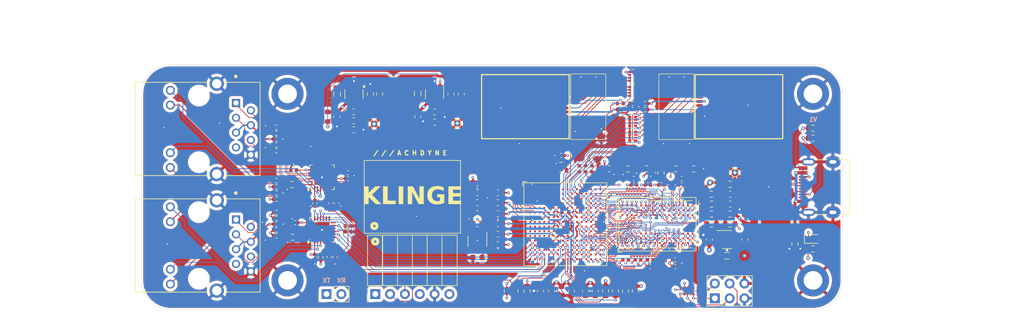
<source format=kicad_pcb>
(kicad_pcb (version 20240108) (generator "pcbnew") (generator_version "8.0")
  (layers (0 "F.Cu" signal) (1 "In1.Cu" signal) (2 "In2.Cu" signal) (3 "In3.Cu" signal) (4 "In4.Cu" signal) (31 "B.Cu" signal) (34 "B.Paste" user) (35 "F.Paste" user) (36 "B.SilkS" user "B.Silkscreen") (37 "F.SilkS" user "F.Silkscreen") (38 "B.Mask" user) (39 "F.Mask" user) (44 "Edge.Cuts" user))
  (net 0 "")
  (net 1 "GND")
  (net 2 "/PWR5V0")
  (net 3 "Net-(U5-FB)")
  (net 4 "Net-(U6-FB)")
  (net 5 "/PWR2V5")
  (net 6 "/PWR1V1")
  (net 7 "Net-(D1-A)")
  (net 8 "Net-(U5-SW)")
  (net 9 "/CSPI_SIO2")
  (net 10 "Net-(U6-SW)")
  (net 14 "/CSPI_SCK")
  (net 15 "/CSPI_MISO")
  (net 16 "/CSPI_MOSI")
  (net 17 "/CSPI_SS")
  (net 21 "/CSPI_SIO3")
  (net 23 "/JTAG_TCK")
  (net 24 "/JTAG_TDI")
  (net 25 "/JTAG_TDO")
  (net 26 "/JTAG_TMS")
  (net 29 "/INITN")
  (net 30 "/DONE")
  (net 32 "/USBD_PU")
  (net 54 "/PWR3V3")
  (net 59 "/DRAM_VDD")
  (net 65 "/DRAM_VDDQ")
  (net 67 "/DRAM_VREF")
  (net 71 "/PWR1V35")
  (net 75 "/DRAM_ZQ")
  (net 76 "/DRAM_CK_P")
  (net 77 "/USBD_P")
  (net 82 "/DRAM_DQ0")
  (net 83 "/DRAM_DQ1")
  (net 84 "/DRAM_DQ2")
  (net 85 "/DRAM_DQ3")
  (net 86 "/DRAM_DQ4")
  (net 87 "/DRAM_DQ5")
  (net 88 "/DRAM_DQ6")
  (net 89 "/DRAM_DQ7")
  (net 90 "/DRAM_CK_N")
  (net 91 "/DRAM_A15")
  (net 92 "/DRAM_LDQS_P")
  (net 93 "/DRAM_LDQS_N")
  (net 95 "/DRAM_A10")
  (net 96 "/DRAM_A0")
  (net 97 "/DRAM_A1")
  (net 98 "/DRAM_A2")
  (net 99 "/DRAM_A3")
  (net 100 "/DRAM_A4")
  (net 101 "/DRAM_A5")
  (net 102 "/DRAM_A6")
  (net 103 "/DRAM_A7")
  (net 104 "/DRAM_A8")
  (net 105 "/DRAM_A9")
  (net 106 "/DRAM_A11")
  (net 107 "/DRAM_A12")
  (net 108 "/DRAM_CKE")
  (net 109 "/DRAM_LDM")
  (net 110 "/DRAM_DQ8")
  (net 111 "/DRAM_DQ9")
  (net 112 "/DRAM_DQ10")
  (net 113 "/DRAM_DQ11")
  (net 114 "/DRAM_DQ12")
  (net 115 "/DRAM_DQ13")
  (net 116 "/DRAM_DQ14")
  (net 117 "/DRAM_DQ15")
  (net 118 "/DRAM_UDQS_P")
  (net 119 "/DRAM_UDQS_N")
  (net 120 "/PROGRAMN")
  (net 124 "/DRAM_UDM")
  (net 125 "/CFG_1")
  (net 127 "/DRAM_BA1")
  (net 128 "/SYS_RST_N")
  (net 129 "/USBDC_VBUS")
  (net 131 "/DRAM_CS#")
  (net 132 "/DRAM_ODT")
  (net 134 "/DRAM_CAS#")
  (net 135 "/DRAM_RAS#")
  (net 136 "/DRAM_A14")
  (net 138 "/DRAM_WE#")
  (net 139 "/DRAM_BA2")
  (net 140 "/DRAM_A13")
  (net 141 "/DRAM_BA0")
  (net 142 "/DRAM_RESET#")
  (net 150 "/USBD_N")
  (net 151 "/SDB_MOSI")
  (net 152 "/SDB_SS")
  (net 153 "/SDB_SCK")
  (net 154 "/SDB_MISO")
  (net 156 "Net-(C28-Pad1)")
  (net 159 "/UART_TX")
  (net 160 "/UART_RX")
  (net 161 "Net-(J2-DET_B)")
  (net 162 "/SDA_MOSI")
  (net 163 "/LED")
  (net 170 "/ETH_CLK50")
  (net 181 "/SYS_CLK48")
  (net 182 "/SYS_PG")
  (net 185 "Net-(U7-VDDCR)")
  (net 186 "/PWR3V3A")
  (net 187 "Net-(U10-VDDCR)")
  (net 188 "Net-(J3-Pad10)")
  (net 189 "/EA_RX_N")
  (net 190 "/EA_LED1")
  (net 191 "Net-(J3-Pad12)")
  (net 192 "/EA_TX_P")
  (net 193 "/EA_TX_N")
  (net 194 "/EA_RX_P")
  (net 195 "/EA_LED2")
  (net 196 "/SDA_SCK")
  (net 197 "Net-(J4-DET_B)")
  (net 198 "Net-(J5-Pad12)")
  (net 199 "/EB_TX_P")
  (net 200 "/EB_LED1")
  (net 201 "/EB_LED2")
  (net 202 "/EB_RX_N")
  (net 203 "/EB_TX_N")
  (net 204 "/EB_RX_P")
  (net 205 "Net-(J5-Pad10)")
  (net 206 "Net-(U7-RBIAS)")
  (net 207 "/SDA_MISO")
  (net 208 "Net-(U10-RBIAS)")
  (net 209 "/ETHA_RST_N")
  (net 210 "/ETHA_RX1")
  (net 211 "/ETHA_CRS_DV")
  (net 215 "/ETHA_TX1")
  (net 218 "/ETHA_TX0")
  (net 219 "/ETHA_RX0")
  (net 220 "/ETHA_TXEN")
  (net 221 "/ETHB_TX0")
  (net 224 "/ETHB_TX1")
  (net 226 "/ETHB_RX0")
  (net 227 "/ETHB_RX1")
  (net 229 "/ETHB_CRS_DV")
  (net 230 "/ETHB_TXEN")
  (net 231 "/ETHB_RST_N")
  (net 233 "Net-(U4-FB)")
  (net 234 "Net-(U4-SW)")
  (net 235 "/SDA_SS")
  (net 236 "/USBDC_CC1")
  (net 237 "/USBDC_CC2")
  (net 238 "/USBDC_P")
  (net 239 "/USBDC_N")
  (net 240 "/SDB_CD")
  (net 241 "/SDA_CD")
  (net 252 "unconnected-(U1F-PL35B{slash}-{slash}PCLKC6_1{slash}HS{slash}LDQ41-PadL2)")
  (net 255 "/SDB_D1")
  (net 256 "/SDB_D2")
  (net 257 "/SDA_D2")
  (net 258 "/SDA_D1")
  (net 259 "unconnected-(U1B-PT15A{slash}+-PadC5)")
  (net 261 "unconnected-(U1B-PT31A{slash}+-PadC6)")
  (footprint "Capacitor_SMD:C_0603_1608Metric" (layer "F.Cu") (at 157.52 127.270431 180)
    (property "Reference" "C50" (hide yes))
    (property "Value" "4.7uF" (hide yes))
  )
  (footprint "Capacitor_SMD:C_0603_1608Metric" (layer "F.Cu") (at 157.525 133.075 180)
    (property "Reference" "C54" (hide yes))
    (property "Value" "4.7uF" (hide yes))
  )
  (footprint "Resistor_SMD:R_0603_1608Metric" (layer "F.Cu") (at 154.75 105.0595 90)
    (property "Reference" "R52" (hide yes))
    (property "Value" "100K" (hide yes))
  )
  (footprint "TestPoint:TestPoint_THTPad_D1.0mm_Drill0.5mm" (layer "F.Cu") (at 154.078 110.0595 -90)
    (property "Reference" "TP4" (hide yes))
    (property "Value" "TP_PWR1V1" (hide yes))
  )
  (footprint "Package_TO_SOT_SMD:SOT-23-6" (layer "F.Cu") (at 150.178 105.0595 -90)
    (property "Reference" "U6" (hide yes))
    (property "Value" "TLV62568DDC" (hide yes))
  )
  (footprint "Capacitor_SMD:C_0603_1608Metric" (layer "F.Cu") (at 147.328 108.9095 -90)
    (property "Reference" "C48" (hide yes))
    (property "Value" "4.7uF" (hide yes))
  )
  (footprint "Capacitor_SMD:C_0603_1608Metric" (layer "F.Cu") (at 150.178 108.0815)
    (property "Reference" "C52" (hide yes))
    (property "Value" "10pF" (hide yes))
  )
  (footprint "Capacitor_SMD:C_0603_1608Metric" (layer "F.Cu") (at 150.178 109.8595)
    (property "Reference" "C56" (hide yes))
    (property "Value" "10uF" (hide yes))
  )
  (footprint "Resistor_SMD:R_0603_1608Metric" (layer "F.Cu") (at 152.972 105.0595 -90)
    (property "Reference" "R53" (hide yes))
    (property "Value" "120K" (hide yes))
  )
  (footprint "Package_TO_SOT_SMD:SOT-23-5" (layer "F.Cu") (at 157.52 130.295431 -90)
    (property "Reference" "U8" (hide yes))
    (property "Value" "TLV73325PDBV" (hide yes))
  )
  (footprint "Capacitor_SMD:C_0603_1608Metric" (layer "F.Cu") (at 157.525 120.25)
    (property "Reference" "C55" (hide yes))
    (property "Value" "22uF" (hide yes))
  )
  (footprint "Resistor_SMD:R_0603_1608Metric" (layer "F.Cu") (at 200.795 127.320431)
    (property "Reference" "R46" (hide yes))
    (property "Value" "120K" (hide yes))
  )
  (footprint "Resistor_SMD:R_0603_1608Metric" (layer "F.Cu") (at 214.975 131.6)
    (property "Reference" "R29" (hide yes))
    (property "Value" "536R" (hide yes))
  )
  (footprint "Resistor_SMD:R_Array_Convex_4x0402" (layer "F.Cu") (at 184.1 112.275)
    (property "Reference" "RN6" (hide yes))
    (property "Value" "20K" (hide yes))
  )
  (footprint "Resistor_SMD:R_Array_Convex_4x0402" (layer "F.Cu") (at 184.1 109.725)
    (property "Reference" "RN5" (hide yes))
    (property "Value" "20K" (hide yes))
  )
  (footprint "Resistor_SMD:R_0603_1608Metric" (layer "F.Cu") (at 140.7675 105.025 -90)
    (property "Reference" "R6" (hide yes))
    (property "Value" "200K" (hide yes))
  )
  (footprint "Resistor_SMD:R_0402_1005Metric" (layer "F.Cu") (at 186.225 107.7)
    (property "Reference" "R8" (hide yes))
    (property "Value" "100R" (hide yes))
  )
  (footprint "Resistor_SMD:R_Array_Convex_4x0402" (layer "F.Cu") (at 193.75 138.8 90)
    (property "Reference" "RN1" (hide yes))
    (property "Value" "4K7" (hide yes))
  )
  (footprint "Capacitor_SMD:C_0402_1005Metric" (layer "F.Cu") (at 135.35 118.54)
    (property "Reference" "C18" (hide yes))
    (property "Value" "1uF" (hide yes))
  )
  (footprint "Resistor_SMD:R_0603_1608Metric" (layer "F.Cu") (at 194.57 117.870431)
    (property "Reference" "C31" (hide yes))
    (property "Value" "22uF" (hide yes))
  )
  (footprint "Resistor_SMD:R_0603_1608Metric" (layer "F.Cu") (at 215 112.6)
    (property "Reference" "R12" (hide yes))
    (property "Value" "5K1" (hide yes))
  )
  (footprint "Resistor_SMD:R_0603_1608Metric" (layer "F.Cu") (at 131.875 108.925 90)
    (property "Reference" "R11" (hide yes))
    (property "Value" "1K5" (hide yes))
  )
  (footprint "Resistor_SMD:R_0603_1608Metric" (layer "F.Cu") (at 183.27 117.870431 180)
    (property "Reference" "C25" (hide yes))
    (property "Value" "22uF" (hide yes))
  )
  (footprint "Resistor_SMD:R_0603_1608Metric" (layer "F.Cu") (at 184.575 138.815 -90)
    (property "Reference" "R1" (hide yes))
    (property "Value" "4K7" (hide yes))
  )
  (footprint "Capacitor_SMD:C_0402_1005Metric" (layer "F.Cu") (at 132.3875 123.775 -90)
    (property "Reference" "C20" (hide yes))
    (property "Value" "470pF" (hide yes))
  )
  (footprint "Resistor_SMD:R_0603_1608Metric" (layer "F.Cu") (at 197.62 123.920431 180)
    (property "Reference" "C28" (hide yes))
    (property "Value" "100nF" (hide yes))
  )
  (footprint "Capacitor_SMD:C_0402_1005Metric" (layer "F.Cu") (at 192.52 119.520431 180)
    (property "Reference" "C30" (hide yes))
    (property "Value" "1uF" (hide yes))
  )
  (footprint "Capacitor_SMD:C_0402_1005Metric" (layer "F.Cu") (at 184.1 107.7)
    (property "Reference" "C16" (hide yes))
    (property "Value" "10uF" (hide yes))
  )
  (footprint "Capacitor_SMD:C_0402_1005Metric" (layer "F.Cu") (at 192.5 120.620431 180)
    (property "Reference" "C23" (hide yes))
    (property "Value" "100nF" (hide yes))
  )
  (footprint "MountingHole:MountingHole_3.2mm_M3_ISO14580_Pad" (layer "F.Cu") (at 125 137)
    (property "Reference" "H3" (hide yes))
    (property "Value" "MountingHole_Pad" (hide yes))
  )
  (footprint "Resistor_SMD:R_0402_1005Metric" (layer "F.Cu") (at 123.085 110.75)
    (property "Reference" "R55" (hide yes))
    (property "Value" "49R9" (hide yes))
  )
  (footprint "Capacitor_SMD:C_0402_1005Metric" (layer "F.Cu") (at 135.35 119.54)
    (property "Reference" "C19" (hide yes))
    (property "Value" "100nF" (hide yes))
  )
  (footprint "Package_TO_SOT_SMD:SOT-23-6" (layer "F.Cu") (at 136.3825 105.05 -90)
    (property "Reference" "U4" (hide yes))
    (property "Value" "TLV62568DDC" (hide yes))
  )
  (footprint "Capacitor_SMD:C_0402_1005Metric" (layer "F.Cu") (at 126.05 118.05 180)
    (property "Reference" "C36" (hide yes))
    (property "Value" "100nF" (hide yes))
  )
  (footprint "Resistor_SMD:R_0603_1608Metric" (layer "F.Cu") (at 211.9 130.75 -90)
    (property "Reference" "FB1" (hide yes))
    (property "Value" "FerriteBead_Small" (hide yes))
  )
  (footprint "Resistor_SMD:R_0402_1005Metric" (layer "F.Cu") (at 123.11 123.065)
    (property "Reference" "R65" (hide yes))
    (property "Value" "536R" (hide yes))
  )
  (footprint "Resistor_SMD:R_0402_1005Metric" (layer "F.Cu") (at 123.1 120.95)
    (property "Reference" "R58" (hide yes))
    (property "Value" "536R" (hide yes))
  )
  (footprint "Resistor_SMD:R_0603_1608Metric" (layer "F.Cu") (at 200.795 125.620431 180)
    (property "Reference" "R45" (hide yes))
    (property "Value" "150K" (hide yes))
  )
  (footprint "Connector_PinHeader_2.54mm:PinHeader_1x02_P2.54mm_Vertical" (layer "F.Cu") (at 131.675 139.35 90)
    (property "Reference" "J6" (hide yes))
    (property "Value" "Conn_01x02_Pin" (hide yes))
  )
  (footprint "Resistor_SMD:R_0603_1608Metric" (layer "F.Cu") (at 166.05 138.825 90)
    (property "Reference" "R4" (hide yes))
    (property "Value" "1K" (hide yes))
  )
  (footprint "Capacitor_SMD:C_0402_1005Metric" (layer "F.Cu") (at 187.12 133.470431)
    (property "Reference" "C34" (hide yes))
    (property "Value" "100nF" (hide yes))
  )
  (footprint "Resistor_SMD:R_0402_1005Metric" (layer "F.Cu") (at 123.085 114.75)
    (property "Reference" "R54" (hide yes))
    (property "Value" "49R9" (hide yes))
  )
  (footprint "Package_DFN_QFN:QFN-24-1EP_4x4mm_P0.5mm_EP2.6x2.6mm" (layer "F.Cu") (at 130.9 119.3125 90)
    (property "Reference" "U7" (hide yes))
    (property "Value" "LAN8720A" (hide yes))
  )
  (footprint "LD-CONNECTORS:USB_C_Receptacle_HRO_TYPE-C-31-M-12-BIG-PADS-PASTE" (layer "F.Cu") (at 217.35 121 90)
    (property "Reference" "J1" (hide yes))
    (property "Value" "USB_C_Receptacle_USB2.0_14P" (hide yes))
  )
  (footprint "Resistor_SMD:R_0402_1005Metric" (layer "F.Cu") (at 123.1 128.35)
    (property "Reference" "R60" (hide yes))
    (property "Value" "49R9" (hide yes))
  )
  (footprint "Capacitor_SMD:C_0603_1608Metric" (layer "F.Cu") (at 171.92 138.820431 90)
    (property "Reference" "C2" (hide yes))
    (property "Value" "220nF" (hide yes))
  )
  (footprint "Resistor_SMD:R_Array_Convex_4x0402" (layer "F.Cu") (at 163.3 138.8 -90)
    (property "Reference" "RN4" (hide yes))
    (property "Value" "10K" (hide yes))
  )
  (footprint "Resistor_SMD:R_Array_Convex_4x0402" (layer "F.Cu") (at 184.1 104.575 180)
    (property "Reference" "RN3" (hide yes))
    (property "Value" "20K" (hide yes))
  )
  (footprint "Inductor_SMD:L_0805_2012Metric" (layer "F.Cu") (at 147.278 104.947 -90)
    (property "Reference" "L2" (hide yes))
    (property "Value" "INDUCTOR" (hide yes))
  )
  (footprint "Capacitor_SMD:C_0402_1005Metric" (layer "F.Cu") (at 129.675 123.775 -90)
    (property "Reference" "C21" (hide yes))
    (property "Value" "100nF" (hide yes))
  )
  (footprint "Capacitor_SMD:C_0402_1005Metric" (layer "F.Cu") (at 123.1 127.35)
    (property "Reference" "C60" (hide yes))
    (property "Value" "22nF" (hide yes))
  )
  (footprint "Capacitor_SMD:C_0603_1608Metric" (layer "F.Cu") (at 136.3325 108.075)
    (property "Reference" "C61" (hide yes))
    (property "Value" "10pF" (hide yes))
  )
  (footprint "Resistor_SMD:R_0402_1005Metric" (layer "F.Cu") (at 174.975 117.85 90)
    (property "Reference" "R34" (hide yes))
    (property "Value" "1K5" (hide yes))
  )
  (footprint "Capacitor_SMD:C_0603_1608Metric" (layer "F.Cu") (at 197.245 129.995431 -90)
    (property "Reference" "C44" (hide yes))
    (property "Value" "4.7uF" (hide yes))
  )
  (footprint "Resistor_SMD:R_0402_1005Metric" (layer "F.Cu") (at 176.025 117.85 -90)
    (property "Reference" "R32" (hide yes))
    (property "Value" "22R" (hide yes))
  )
  (footprint "Capacitor_SMD:C_0603_1608Metric" (layer "F.Cu") (at 203.32 129.995431 90)
    (property "Reference" "C45" (hide yes))
    (property "Value" "10pF" (hide yes))
  )
  (footprint "Capacitor_SMD:C_0402_1005Metric" (layer "F.Cu") (at 135.35 128.65)
    (property "Reference" "C47" (hide yes))
    (property "Value" "100nF" (hide yes))
  )
  (footprint "Capacitor_SMD:C_0603_1608Metric" (layer "F.Cu") (at 200.82 122.220431)
    (property "Reference" "C42" (hide yes))
    (property "Value" "100nF" (hide yes))
  )
  (footprint "Resistor_SMD:R_0603_1608Metric" (layer "F.Cu") (at 139.175 105.025 90)
    (property "Reference" "R7" (hide yes))
    (property "Value" "44K2" (hide yes))
  )
  (footprint "Capacitor_SMD:C_0402_1005Metric" (layer "F.Cu") (at 132.15 133.005 -90)
    (property "Reference" "C49" (hide yes))
    (property "Value" "470pF" (hide yes))
  )
  (footprint "Package_TO_SOT_SMD:SOT-23-6" (layer "F.Cu") (at 200.27 129.995431)
    (property "Reference" "U5" (hide yes))
    (property "Value" "TLV62568DDC" (hide yes))
  )
  (footprint "MountingHole:MountingHole_3.2mm_M3_ISO14580_Pad" (layer "F.Cu") (at 215 105)
    (property "Reference" "H2" (hide yes))
    (property "Value" "MountingHole_Pad" (hide yes))
  )
  (footprint "Resistor_SMD:R_0603_1608Metric" (layer "F.Cu") (at 197.57 122.220431)
    (property "Reference" "R40" (hide yes))
    (property "Value" "1K" (hide yes))
  )
  (footprint "TestPoint:TestPoint_THTPad_D1.0mm_Drill0.5mm" (layer "F.Cu") (at 197.375 120.215)
    (property "Reference" "TP2" (hide yes))
    (property "Value" "TP_DRAM_VREF" (hide yes))
  )
  (footprint "Capacitor_SMD:C_0402_1005Metric" (layer "F.Cu") (at 191.42 134.620431)
    (property "Reference" "C29" (hide yes))
    (property "Value" "1uF" (hide yes))
  )
  (footprint "Capacitor_SMD:C_0603_1608Metric" (layer "F.Cu") (at 176.02 138.820431 90)
    (property "Reference" "C13" (hide yes))
    (property "Value" "220nF" (hide yes))
  )
  (footprint "Capacitor_SMD:C_0603_1608Metric" (layer "F.Cu") (at 161.02 129.070431)
    (property "Reference" "C8" (hide yes))
    (property "Value" "220nF" (hide yes))
  )
  (footprint "Capacitor_SMD:C_0402_1005Metric" (layer "F.Cu") (at 171.87 115.5725 180)
    (property "Reference" "C39" (hide yes))
    (property "Value" "100nF" (hide yes))
  )
  (footprint "Resistor_SMD:R_Array_Convex_4x0402" (layer "F.Cu") (at 184.1 102 180)
    (property "Reference" "RN2" (hide yes))
    (property "Value" "20K" (hide yes))
  )
  (footprint "Capacitor_SMD:C_0603_1608Metric" (layer "F.Cu") (at 170.22 138.820431 90)
    (property "Reference" "C11" (hide yes))
    (property "Value" "1uF" (hide yes))
  )
  (footprint "Resistor_SMD:R_0603_1608Metric" (layer "F.Cu") (at 182.875 138.815 -90)
    (property "Reference" "R2" (hide yes))
    (property "Value" "4K7" (hide yes))
  )
  (footprint "Capacitor_SMD:C_0603_1608Metric" (layer "F.Cu") (at 200.82 123.920431)
    (property "Reference" "C43" (hide yes))
    (property "Value" "1uF" (hide yes))
  )
  (footprint "Capacitor_SMD:C_0402_1005Metric" (layer "F.Cu") (at 181.995 107.7)
    (property "Reference" "C17" (hide yes))
    (property "Value" "100nF" (hide yes))
  )
  (footprint "Resistor_SMD:R_0603_1608Metric" (layer "F.Cu") (at 186.47 117.870431)
    (property "Reference" "FB3" (hide yes))
    (property "Value" "FerriteBead_Small" (hide yes))
  )
  (footprint "Capacitor_SMD:C_0402_1005Metric" (layer "F.Cu") (at 184.32 119.520431)
    (property "Reference" "C24" (hide yes))
    (property "Value" "1uF" (hide yes))
  )
  (footprint "Capacitor_SMD:C_0603_1608Metric" (layer "F.Cu") (at 157.52 123.670431)
    (property "Reference" "C7" (hide yes))
    (property "Value" "1uF" (hide yes))
  )
  (footprint "Resistor_SMD:R_0402_1005Metric" (layer "F.Cu") (at 123.1 125.35)
    (property "Reference" "R62" (hide yes))
    (property "Value" "49R9" (hide yes))
  )
  (footprint "LD-CONNECTORS:HANRUN_HR911105A" (layer "F.Cu") (at 109.825 131.0125 90)
    (property "Reference" "J5" (hide yes))
    (property "Value" "HR911105A" (hide yes))
  )
  (footprint "Capacitor_SMD:C_0603_1608Metric" (layer "F.Cu") (at 161.02 125.570431)
    (property "Reference" "C10" (hide yes))
    (property "Value" "220nF" (hide yes))
  )
  (footprint "LD-MEMORY:BGA-96_9.0x13.0mm_Layout2x3x16_P0.8mm_FIXED_SILK" (layer "F.Cu") (at 188.37 127.370431 90)
    (property "Reference" "U3" (hide yes))
    (property "Value" "MT41K64M16TW-107_J-TR" (hide yes))
  )
  (footprint "Capacitor_SMD:C_0603_1608Metric" (layer "F.Cu") (at 161.02 123.670431)
    (property "Reference" "C9" (hide yes))
    (property "Value" "220nF" (hide yes))
  )
  (footprint "Capacitor_SMD:C_0402_1005Metric" (layer "F.Cu") (at 129.65 133.035 -90)
    (property "Reference" "C59" (hide yes))
    (property "Value" "100nF" (hide yes))
  )
  (footprint "Capacitor_SMD:C_0402_1005Metric" (layer "F.Cu") (at 123.075 112.75)
    (property "Reference" "C40" (hide yes))
    (property "Value" "22nF" (hide yes))
  )
  (footprint "Capacitor_SMD:C_0402_1005Metric" (layer "F.Cu") (at 184.32 120.620431)
    (property "Reference" "C35" (hide yes))
    (property "Value" "100nF" (hide yes))
  )
  (footprint "Resistor_SMD:R_0603_1608Metric" (layer "F.Cu") (at 181.175 138.815 90)
    (property "Reference" "R9" (hide yes))
    (property "Value" "51R" (hide yes))
  )
  (footprint "Capacitor_SMD:C_0402_1005Metric" (layer "F.Cu") (at 189.02 120.620431)
    (property "Reference" "C37" (hide yes))
    (property "Value" "100nF" (hide yes))
  )
  (footprint "Capacitor_SMD:C_0603_1608Metric" (layer "F.Cu") (at 161.02 130.870431)
    (property "Reference" "C3" (hide yes))
    (property "Value" "220nF" (hide yes))
  )
  (footprint "MountingHole:MountingHole_3.2mm_M3_ISO14580_Pad" (layer "F.Cu") (at 215 137)
    (property "Reference" "H4" (hide yes))
    (property "Value" "MountingHole_Pad" (hide yes))
  )
  (footprint "Capacitor_SMD:C_0603_1608Metric" (layer "F.Cu") (at 157.52 121.970431 180)
    (property "Reference" "C58" (hide yes))
    (property "Value" "22uF" (hide yes))
  )
  (footprint "Capacitor_SMD:C_0402_1005Metric" (layer "F.Cu") (at 191.42 133.470431)
    (property "Reference" "C22" (hide yes))
    (property "Value" "100nF" (hide yes))
  )
  (footprint "Inductor_SMD:L_0805_2012Metric" (layer "F.Cu") (at 133.4825 105.05 -90)
    (property "Reference" "L3" (hide yes))
    (property "Value" "INDUCTOR" (hide yes))
  )
  (footprint "Resistor_SMD:R_0603_1608Metric" (layer "F.Cu") (at 197.62 125.620431 180)
    (property "Reference" "R21" (hide yes))
    (property "Value" "51R" (hide yes))
  )
  (footprint "Resistor_SMD:R_0603_1608Metric" (layer "F.Cu") (at 188.97 118.545431 90)
    (property "Reference" "R14" (hide yes))
    (property "Value" "240R" (hide yes))
  )
  (footprint "Capacitor_SMD:C_0603_1608Metric" (layer "F.Cu") (at 177.72 138.820431 90)
    (property "Reference" "C15" (hide yes))
    (property "Value" "1uF" (hide yes))
  )
  (footprint "Package_BGA:BGA-256_14.0x14.0mm_Layout16x16_P0.8mm_Ball0.45mm_Pad0.32mm_NSMD" (layer "F.Cu") (at 172.573355 127.370431)
    (property "Reference" "U1" (hide yes))
    (property "Value" "Lattice_ECP_FPGA_ECP5U_45_CABGA256" (hide yes))
  )
  (footprint "LD-SDCARD:TF-018B-H15-HAND-SOLDER" (layer "F.Cu") (at 176.5125 107.2 -90)
    (property "Reference" "J4" (hide yes))
    (property "Value" "MICROSD" (hide yes))
  )
  (footprint "Capacitor_SMD:C_0603_1608Metric" (layer "F.Cu") (at 136.3325 109.625)
    (property "Reference" "C62" (hide yes))
    (property "Value" "22uF" (hide yes))
  )
  (footprint "LED_SMD:LED_0603_1608Metric" (layer "F.Cu") (at 215 129.9)
    (property "Reference" "D1" (hide yes))
    (property "Value" "LED" (hide yes))
  )
  (footprint "Capacitor_SMD:C_0402_1005Metric" (layer "F.Cu") (at 135.35 127.65)
    (property "Reference" "C41" (hide yes))
    (property "Value" "1uF" (hide yes))
  )
  (footprint "Capacitor_SMD:C_0603_1608Metric" (layer "F.Cu") (at 136.3325 111.175)
    (property "Reference" "C63" (hide yes))
    (property "Value" "22uF" (hide yes))
  )
  (footprint "Resistor_SMD:R_0402_1005Metric" (layer "F.Cu") (at 123.1 126.35)
    (property "Reference" "R63" (hide yes))
    (property "Value" "49R9" (hide yes))
  )
  (footprint "Package_DFN_QFN:QFN-24-1EP_4x4mm_P0.5mm_EP2.6x2.6mm" (layer "F.Cu") (at 130.9 128.3375 90)
    (property "Reference" "U10" (hide yes))
    (property "Value" "LAN8720A" (hide yes))
  )
  (footprint "Capacitor_SMD:C_0402_1005Metric" (layer "F.Cu") (at 184.1 106.65 180)
    (property "Reference" "C64" (hide yes))
    (property "Value" "10uF" (hide yes))
  )
  (footprint "TestPoint:TestPoint_THTPad_D1.0mm_Drill0.5mm" (layer "F.Cu") (at 139.8325 110.15)
    (property "Reference" "TP5" (hide yes))
    (property "Value" "TP_PWR3V3" (hide yes))
  )
  (footprint "TestPoint:TestPoint_THTPad_D1.0mm_Drill0.5mm" (layer "F.Cu") (at 201.625 118.515)
    (property "Reference" "TP3" (hide yes))
    (property "Value" "TP_PWR1V35" (hide yes))
  )
  (footprint "Resistor_SMD:R_0603_1608Metric" (layer "F.Cu") (at 125.85 129.6)
    (property "Reference" "R59" (hide yes))
    (property "Value" "12K1" (hide yes))
  )
  (footprint "Resistor_SMD:R_0402_1005Metric" (layer "F.Cu") (at 123.1 119.9 180)
    (property "Reference" "R57" (hide yes))
    (property "Value" "536R" (hide yes))
  )
  (footprint "LD-SDCARD:TF-018B-H15-HAND-SOLDER" (layer "F.Cu") (at 191.6 107.2 90)
    (property "Reference" "J2" (hide yes))
    (property "Value" "MICROSD" (hide yes))
  )
  (footprint "LD-CONNECTORS:HANRUN_HR911105A" (layer "F.Cu") (at 109.825 111.0125 90)
    (property "Reference" "J3" (hide yes))
    (property "Value" "HR911105A" (hide yes))
  )
  (footprint "Capacitor_SMD:C_0402_1005Metric" (layer "F.Cu") (at 187.12 134.620431)
    (property "Reference" "C38" (hide yes))
    (property "Value" "1uF" (hide yes))
  )
  (footprint "LD-MODULES:MMOD_Host_Socket" (layer "F.Cu") (at 152.725 139.35 -90)
    (property "Reference" "MMOD1" (hide yes))
    (property "Value" "PMOD-Device-x1-Type-2-SPI" (hide yes))
  )
  (footprint "Capacitor_SMD:C_0603_1608Metric" (layer "F.Cu") (at 157.52 125.570431)
    (property "Reference" "C12" (hide yes))
    (property "Value" "1uF" (hide yes))
  )
  (footprint "Resistor_SMD:R_0603_1608Metric" (layer "F.Cu") (at 191.47 117.870431 180)
    (property "Reference" "FB4" (hide yes))
    (property "Value" "FerriteBead_Small" (hide yes))
  )
  (footprint "Resistor_SMD:R_0603_1608Metric" (layer "F.Cu") (at 200.82 120.520431 180)
    (property "Reference" "R39" (hide yes))
    (property "Value" "1K" (hide yes))
  )
  (footprint "Connector_PinHeader_2.54mm:PinHeader_2x03_P2.54mm_Vertical" (layer "F.Cu") (at 198.1825 140.075 90)
    (property "Reference" "JTAG1" (hide yes))
    (property "Value" "Conn_02x03_Top_Bottom" (hide yes))
  )
  (footprint "Resistor_SMD:R_0603_1608Metric" (layer "F.Cu") (at 215 110.9)
    (property "Reference" "R31" (hide yes))
    (property "Value" "5K1" (hide yes))
  )
  (footprint "Resistor_SMD:R_0603_1608Metric" (layer "F.Cu") (at 125.8 120.55)
    (property "Reference" "R30" (hide yes))
    (property "Value" "12K1" (hide yes))
  )
  (footprint "Resistor_SMD:R_0402_1005Metric" (layer "F.Cu") (at 123.11 122 180)
    (property "Reference" "R64" (hide yes))
    (property "Value" "536R" (hide yes))
  )
  (footprint "Inductor_SMD:L_0805_2012Metric" (layer "F.Cu") (at 200.245 132.770431)
    (property "Reference" "L1" (hide yes))
    (property "Value" "INDUCTOR" (hide yes))
  )
  (footprint "Capacitor_SMD:C_0402_1005Metric" (layer "F.Cu") (at 182.92 133.470431)
    (property "Reference" "C32" (hide yes))
    (property "Value" "100nF" (hide yes))
  )
  (footprint "Resistor_SMD:R_0402_1005Metric" (layer "F.Cu") (at 123.085 113.75)
    (property "Reference" "R51" (hide yes))
    (property "Value" "49R9" (hide yes))
  )
  (footprint "Capacitor_SMD:C_0603_1608Metric" (layer "F.Cu") (at 203.32 126.470431 90)
    (property "Reference" "C46" (hide yes))
    (property "Value" "10uF" (hide yes))
  )
  (footprint "Capacitor_SMD:C_0603_1608Metric" (layer "F.Cu") (at 168.325 138.815 -90)
    (property "Reference" "C51" (hide yes))
    (property "Value" "22uF" (hide yes))
  )
  (footprint "Resistor_SMD:R_0603_1608Metric" (layer "F.Cu") (at 179.475 138.815 -90)
    (property "Reference" "R3" (hide yes))
    (property "Value" "4K7" (hide yes))
  )
  (footprint "Resistor_SMD:R_0603_1608Metric" (layer "F.Cu") (at 197.62 127.320431 180)
    (property "Reference" "R20" (hide yes))
    (property "Value" "51R" (hide yes))
  )
  (footprint "Capacitor_SMD:C_0402_1005Metric" (layer "F.Cu") (at 133.15 133.005 -90)
    (property "Reference" "C57" (hide yes))
    (property "Value" "1uF" (hide yes))
  )
  (footprint "KC2016:OSC_KC2016Z13.5600C1KX00" (layer "F.Cu") (at 171.875 117.5375 -90)
    (property "Reference" "Y1" (hide yes))
    (property "Value" "KC2016Z48" (hide yes))
  )
  (footprint "ld-modules:LD-MMOD" (layer "F.Cu") (at 146.375 122.675 -90)
    (property "Reference" "REF**" (hide yes))
    (property "Value" "LD-MMOD" (hide yes))
  )
  (footprint "Capacitor_SMD:C_0603_1608Metric" (layer "F.Cu") (at 161.02 121.970431)
    (property "Reference" "C5" (hide yes))
    (property "Value" "220nF" (hide yes))
  )
  (footprint "Capacitor_SMD:C_0603_1608Metric" (layer "F.Cu") (at 180.07 117.87 180)
    (property "Reference" "C6" (hide yes))
    (property "Value" "220nF" (hide yes))
  )
  (footprint "MountingHole:MountingHole_3.2mm_M3_ISO14580_Pad" (layer "F.Cu") (at 125 105)
    (property "Reference" "H1" (hide yes))
    (property "Value" "MountingHole_Pad" (hide yes))
  )
  (footprint "Capacitor_SMD:C_0402_1005Metric" (layer "F.Cu") (at 186.72 120.620431)
    (property "Reference" "C27" (hide yes))
    (property "Value" "100nF" (hide yes))
  )
  (footprint "Resistor_SMD:R_0402_1005Metric" (layer "F.Cu") (at 181.99 106.65)
    (property "Reference" "R47" (hide yes))
    (property "Value" "100R" (hide yes))
  )
  (footprint "Capacitor_SMD:C_0402_1005Metric" (layer "F.Cu") (at 185.02 133.470431)
    (property "Reference" "C26" (hide yes))
    (property "Value" "100nF" (hide yes))
  )
  (footprint "Capacitor_SMD:C_0402_1005Metric" (layer "F.Cu") (at 186.2 106.65 180)
    (property "Reference" "C65" (hide yes))
    (property "Value" "100nF" (hide yes))
  )
  (footprint "Resistor_SMD:R_0402_1005Metric" (layer "F.Cu") (at 123.1 129.35)
    (property "Reference" "R61" (hide yes))
    (property "Value" "49R9" (hide yes))
  )
  (footprint "Capacitor_SMD:C_0402_1005Metric" (layer "F.Cu") (at 126.3 127.1 180)
    (property "Reference" "C53" (hide yes))
    (property "Value" "100nF" (hide yes))
  )
  (footprint "Capacitor_SMD:C_0603_1608Metric" (layer "F.Cu") (at 133.4325 108.925 -90)
    (property "Reference" "C14" (hide yes))
    (property "Value" "4.7uF" (hide yes))
  )
  (footprint "Capacitor_SMD:C_0402_1005Metric" (layer "F.Cu") (at 133.425 123.765 -90)
    (property "Reference" "C33" (hide yes))
    (property "Value" "1uF" (hide yes))
  )
  (footprint "Resistor_SMD:R_0402_1005Metric" (layer "F.Cu") (at 130.7 133.035 -90)
    (property "Reference" "FB2" (hide yes))
    (property "Value" "FerriteBead_Small" (hide yes))
  )
  (footprint "Capacitor_SMD:C_0603_1608Metric" (layer "F.Cu") (at 173.62 138.820431 90)
    (property "Reference" "C4" (hide yes))
    (property "Value" "220nF" (hide yes))
  )
  (footprint "Resistor_SMD:R_0402_1005Metric" (layer "F.Cu") (at 123.085 111.75)
    (property "Reference" "R56" (hide yes))
    (property "Value" "49R9" (hide yes))
  )
  (footprint "Resistor_SMD:R_0402_1005Metric" (layer "F.Cu") (at 177.125 117.85 -90)
    (property "Reference" "R33" (hide yes))
    (property "Value" "22R" (hide yes))
  )
  (footprint "Capacitor_SMD:C_0603_1608Metric" (layer "F.Cu") (at 161.02 127.270431)
    (property "Reference" "C1" (hide yes))
    (property "Value" "220nF" (hide yes))
  )
  (gr_rect (start 158.2375 101.6975) (end 173.2375 112.6975) (stroke (width 0.2)) (fill none) (layer "F.SilkS"))
  (gr_rect (start 194.8125 101.7025) (end 209.8125 112.7025) (stroke (width 0.2)) (fill none) (layer "F.SilkS"))
  (gr_arc (start 100 105) (mid 101.464466 101.464466) (end 105 100) (stroke (width 0.05)) (layer "Edge.Cuts"))
  (gr_arc (start 105 142) (mid 101.464466 140.535534) (end 100 137) (stroke (width 0.05)) (layer "Edge.Cuts"))
  (gr_line (start 105 100) (end 215 100) (stroke (width 0.05)) (layer "Edge.Cuts"))
  (gr_line (start 100 137) (end 100 105) (stroke (width 0.05)) (layer "Edge.Cuts"))
  (gr_arc (start 215 100) (mid 218.535534 101.464466) (end 220 105) (stroke (width 0.05)) (layer "Edge.Cuts"))
  (gr_line (start 220 105) (end 220 137) (stroke (width 0.05)) (layer "Edge.Cuts"))
  (gr_arc (start 220 137) (mid 218.535534 140.535534) (end 215 142) (stroke (width 0.05)) (layer "Edge.Cuts"))
  (gr_line (start 215 142) (end 105 142) (stroke (width 0.05)) (layer "Edge.Cuts"))
  (gr_text "TX" (at 131.675 137.025 0) (layer "B.SilkS") (effects (font (size 0.75 0.75) (thickness 0.1875)) (justify mirror)))
  (gr_text "V1" (at 215 109.4 -0) (layer "B.SilkS") (effects (font (size 0.75 0.75) (thickness 0.1875)) (justify mirror)))
  (gr_text "RX" (at 134.225 137.025 0) (layer "B.SilkS") (effects (font (size 0.75 0.75) (thickness 0.1875)) (justify mirror)))
  (gr_text "KLINGE" (at 146.375 122.675 0) (layer "F.SilkS") (effects (font (size 3 3) (thickness 0.5) (bold yes))))
  (gr_text "/ / / A C H D Y N E" (at 146 115.15 0) (layer "F.SilkS") (effects (font (size 0.75 0.75) (thickness 0.1875))))
  (segment (start 197.245 130.770431) (end 198.02 129.995431) (width 0.5) (layer "F.Cu") (net 1))
  (segment (start 194.37 131.370431) (end 194.67 131.670431) (width 0.125) (layer "F.Cu") (net 1))
  (segment (start 185.5 133.470431) (end 185.5 133.540431) (width 0.125) (layer "F.Cu") (net 1))
  (segment (start 174.17 132.173786) (end 173.773355 132.570431) (width 0.125) (layer "F.Cu") (net 1))
  (segment (start 183.17 128.970431) (end 183.417487 128.970431) (width 0.125) (layer "F.Cu") (net 1))
  (segment (start 183.4 133.540431) (end 182.92 134.020431) (width 0.125) (layer "F.Cu") (net 1))
  (segment (start 160.245 127.270431) (end 160.245 129.070431) (width 0.125) (layer "F.Cu") (net 1))
  (segment (start 176.87 138.820431) (end 176.945 138.820431) (width 0.5) (layer "F.Cu") (net 1))
  (segment (start 151.8655 108.9595) (end 150.9655 109.8595) (width 0.5) (layer "F.Cu") (net 1))
  (segment (start 201.595 123.920431) (end 201.595 123.970431) (width 0.5) (layer "F.Cu") (net 1))
  (segment (start 136.3825 102.817) (end 136.375 102.8095) (width 0.5) (layer "F.Cu") (net 1))
  (segment (start 188.77 124.970431) (end 188.77 125.020431) (width 0.125) (layer "F.Cu") (net 1))
  (segment (start 187.17 130.570431) (end 187.17 130.670431) (width 0.125) (layer "F.Cu") (net 1))
  (segment (start 171.07 138.820431) (end 171.045 138.820431) (width 0.125) (layer "F.Cu") (net 1))
  (segment (start 156.745 121.945431) (end 157.52 121.170431) (width 0.25) (layer "F.Cu") (net 1))
  (segment (start 185.745 125.145431) (end 186.005431 125.145431) (width 0.125) (layer "F.Cu") (net 1))
  (segment (start 176.795 138.820431) (end 176.02 139.595431) (width 0.5) (layer "F.Cu") (net 1))
  (segment (start 178.7375 112.3) (end 178.7375 111.0125) (width 0.25) (layer "F.Cu") (net 1))
  (segment (start 167.99 139.59) (end 167.2 138.8) (width 0.5) (layer "F.Cu") (net 1))
  (segment (start 170.573355 128.570431) (end 170.573355 128.568995) (width 0.25) (layer "F.Cu") (net 1))
  (segment (start 195.42 117.845431) (end 195.395 117.870431) (width 0.125) (layer "F.Cu") (net 1))
  (segment (start 187.12 134.020431) (end 187.12 134.140431) (width 0.125) (layer "F.Cu") (net 1))
  (segment (start 125.82 127.1) (end 125.82 126.445) (width 0.15) (layer "F.Cu") (net 1))
  (segment (start 135.89 118.54) (end 136.375 119.025) (width 0.15) (layer "F.Cu") (net 1))
  (segment (start 172.173355 126.969713) (end 172.573355 126.569713) (width 0.25) (layer "F.Cu") (net 1))
  (segment (start 170.972637 128.169713) (end 170.972637 128.171149) (width 0.125) (layer "F.Cu") (net 1))
  (segment (start 183.17 130.570431) (end 183.57 130.170431) (width 0.125) (layer "F.Cu") (net 1))
  (segment (start 172.173355 126.970431) (end 172.173355 126.969713) (width 0.25) (layer "F.Cu") (net 1))
  (segment (start 148.2155 109.697) (end 148.228 109.7095) (width 0.25) (layer "F.Cu") (net 1))
  (segment (start 172.973355 125.370431) (end 173.773355 126.170431) (width 0.25) (layer "F.Cu") (net 1))
  (segment (start 156.745 121.970431) (end 156.745 121.945431) (width 0.25) (layer "F.Cu") (net 1))
  (segment (start 202.4325 124.807931) (end 202.4575 124.832931) (width 0.125) (layer "F.Cu") (net 1))
  (segment (start 159.345 122.870431) (end 160.245 121.970431) (width 0.125) (layer "F.Cu") (net 1))
  (segment (start 166.573355 126.967076) (end 166.97 126.570431) (width 0.125) (layer "F.Cu") (net 1))
  (segment (start 193.825 112.3) (end 193.825 113.525) (width 0.25) (layer "F.Cu") (net 1))
  (segment (start 185.5 133.540431) (end 185.02 134.020431) (width 0.125) (layer "F.Cu") (net 1))
  (segment (start 182.445 117.870431) (end 180.845431 117.870431) (width 0.125) (layer "F.Cu") (net 1))
  (segment (start 189.375 102.1) (end 190.35 102.1) (width 0.25) (layer "F.Cu") (net 1))
  (segment (start 152.972 107.9155) (end 151.928 108.9595) (width 0.5) (layer "F.Cu") (net 1))
  (segment (start 184.8 118.640431) (end 184.82 118.620431) (width 0.125) (layer "F.Cu") (net 1))
  (segment (start 191.17 130.570431) (end 191.17 130.920431) (width 0.125) (layer "F.Cu") (net 1))
  (segment (start 188.77 125.020431) (end 188.37 125.420431) (width 0.125) (layer "F.Cu") (net 1))
  (segment (start 186.8075 125.080939) (end 186.8075 124.607931) (width 0.125) (layer "F.Cu") (net 1))
  (segment (start 135.83 118.54) (end 135.89 118.54) (width 0.15) (layer "F.Cu") (net 1))
  (segment (start 167.373355 123.770431) (end 167.373355 123.767076) (width 0.125) (layer "F.Cu") (net 1))
  (segment (start 192.04 120.600431) (end 192.02 120.620431) (width 0.125) (layer "F.Cu") (net 1))
  (segment (start 161.02 126.520431) (end 160.995 126.520431) (width 0.125) (layer "F.Cu") (net 1))
  (segment (start 187.17 124.170431) (end 186.37 124.170431) (width 0.125) (layer "F.Cu") (net 1))
  (segment (start 196.795 123.920431) (end 195.62 123.920431) (width 0.125) (layer "F.Cu") (net 1))
  (segment (start 156.745 125.745431) (end 156.07 126.420431) (width 0.125) (layer "F.Cu") (net 1))
  (segment (start 194.5 138.3) (end 194.5 137.5) (width 0.125) (layer "F.Cu") (net 1))
  (segment (start 184.65 107.7) (end 185.15 107.2) (width 0.25) (layer "F.Cu") (net 1))
  (segment (start 150.178 103.922) (end 150.178 102.8095) (width 0.5) (layer "F.Cu") (net 1))
  (segment (start 172.169569 125.370431) (end 171.775 125.765) (width 0.25) (layer "F.Cu") (net 1))
  (segment (start 182.445 118.795431) (end 182.47 118.820431) (width 0.125) (layer "F.Cu") (net 1))
  (segment (start 166.57 121.367076) (end 166.573355 121.370431) (width 0.125) (layer "F.Cu") (net 1))
  (segment (start 166.573355 120.826645) (end 166.9 120.5) (width 0.25) (layer "F.Cu") (net 1))
  (segment (start 203.32 125.695431) (end 202.4325 124.807931) (width 0.5) (layer "F.Cu") (net 1))
  (segment (start 167.373355 130.973786) (end 167.77 131.370431) (width 0.125) (layer "F.Cu") (net 1))
  (segment (start 192.04 119.520431) (end 192.04 120.600431) (width 0.125) (layer "F.Cu") (net 1))
  (segment (start 184.58 107.7) (end 184.65 107.7) (width 0.25) (layer "F.Cu") (net 1))
  (segment (start 183.6 106.65) (end 183.05 107.2) (width 0.25) (layer "F.Cu") (net 1))
  (segment (start 172.173355 126.163355) (end 171.775 125.765) (width 0.25) (layer "F.Cu") (net 1))
  (segment (start 172.973355 126.970431) (end 172.973355 126.969713) (width 0.25) (layer "F.Cu") (net 1))
  (segment (start 135.86 119.54) (end 136.375 119.025) (width 0.15) (layer "F.Cu") (net 1))
  (segment (start 135.83 119.54) (end 135.86 119.54) (width 0.15) (layer "F.Cu") (net 1))
  (segment (start 175.373355 134.873355) (end 175.85 135.35) (width 0.125) (layer "F.Cu") (net 1))
  (segment (start 196.795 123.820431) (end 198.395 122.220431) (width 0.5) (layer "F.Cu") (net 1))
  (segment (start 158.3 120.390431) (end 157.52 121.170431) (width 0.25) (layer "F.Cu") (net 1))
  (segment (start 171.145 138.820431) (end 171.92 139.595431) (width 0.5) (layer "F.Cu") (net 1))
  (segment (start 173.773355 127.770431) (end 173.77 127.770431) (width 0.25) (layer "F.Cu") (net 1))
  (segment (start 170.573355 128.568995) (end 170.972637 128.169713) (width 0.25) (layer "F.Cu") (net 1))
  (segment (start 194.37 130.570431) (end 194.37 131.370431) (width 0.125) (layer "F.Cu") (net 1))
  (segment (start 201.62 127.320431) (end 202.42 128.120431) (width 0.125) (layer "F.Cu") (net 1))
  (segment (start 192.77 123.070431) (end 192.77 124.170431) (width 0.125) (layer "F.Cu") (net 1))
  (segment (start 186.230431 125.370431) (end 186.518008 125.370431) (width 0.125) (layer "F.Cu") (net 1))
  (segment (start 174.2875 102.1) (end 175.25 102.1) (width 0.25) (layer "F.Cu") (net 1))
  (segment (start 180.845 117.87) (end 180.845 118.795431) (width 0.125) (layer "F.Cu") (net 1))
  (segment (start 173.37 127.370431) (end 173.37 127.373786) (width 0.125) (layer "F.Cu") (net 1))
  (segment (start 133.4325 109.7) (end 133.4325 110.5825) (width 0.5) (layer "F.Cu") (net 1))
  (segment (start 191.9 133.470431) (end 191.945 133.470431) (width 0.125) (layer "F.Cu") (net 1))
  (segment (start 167.373355 123.767076) (end 167.77 123.370431) (width 0.125) (layer "F.Cu") (net 1))
  (segment (start 156.745 127.257931) (end 156.7325 127.270431) (width 0.125) (layer "F.Cu") (net 1))
  (segment (start 172.973355 127.767076) (end 173.37 127.370431) (width 0.25) (layer "F.Cu") (net 1))
  (segment (start 134.095 124.245) (end 134.1 124.25) (width 0.15) (layer "F.Cu") (net 1))
  (segment (start 188.97 117.720431) (end 188.87 117.720431) (width 0.125) (layer "F.Cu") (net 1))
  (segment (start 172.573355 126.569713) (end 172.573355 126.570431) (width 0.125) (layer "F.Cu") (net 1))
  (segment (start 173.773355 126.170431) (end 172.973355 126.970431) (width 0.25) (layer "F.Cu") (net 1))
  (segment (start 178.57 121.367076) (end 178.573355 121.370431) (width 0.125) (layer "F.Cu") (net 1))
  (segment (start 172.973355 127.770431) (end 172.973355 127.767076) (width 0.25) (layer "F.Cu") (net 1))
  (segment (start 172.973355 128.570431) (end 173.773355 127.770431) (width 0.25) (layer "F.Cu") (net 1))
  (segment (start 125.57 117.53) (end 126.05 117.05) (width 0.25) (layer "F.Cu") (net 1))
  (segment (start 137.975 111.175) (end 138 111.15) (width 0.5) (layer "F.Cu") (net 1))
  (segment (start 123.62 122) (end 124.25 122) (width 0.25) (layer "F.Cu") (net 1))
  (segment (start 156.745 125.570431) (end 156.745 125.745431) (width 0.125) (layer "F.Cu") (net 1))
  (segment (start 166.573355 133.913355) (end 166.575 133.915) (width 0.125) (layer "F.Cu") (net 1))
  (segment (start 176.945 138.820431) (end 177.72 139.595431) (width 0.5) (layer "F.Cu") (net 1))
  (segment (start 169.773355 133.370431) (end 169.773355 133.967076) (width 0.125) (layer "F.Cu") (net 1))
  (segment (start 195.62 123.920431) (end 194.62 123.920431) (width 0.125) (layer "F.Cu") (net 1))
  (segment (start 193.825 113.525) (end 193.85 113.55) (width 0.25) (layer "F.Cu") (net 1))
  (segment (start 182.445 117.870431) (end 182.445 118.795431) (width 0.125) (layer "F.Cu") (net 1))
  (segment (start 172.973355 126.969713) (end 172.573355 126.569713) (width 0.25) (layer "F.Cu") (net 1))
  (segment (start 174.17 132.170431) (end 174.17 132.173786) (width 0.125) (layer "F.Cu") (net 1))
  (segment (start 172.173355 127.770431) (end 172.973355 128.570431) (width 0.25) (layer "F.Cu") (net 1))
  (segment (start 171.07 138.820431) (end 171.145 138.820431) (width 0.5) (layer "F.Cu") (net 1))
  (segment (start 201.595 123.920431) (end 201.595 122.220431) (width 0.5) (layer "F.Cu") (net 1))
  (segment (start 182.37 124.170431) (end 182.37 123.470431) (width 0.125) (layer "F.Cu") (net 1))
  (segment (start 150.9655 109.8595) (end 151.028 109.8595) (width 0.25) (layer "F.Cu") (net 1))
  (segment (start 185.57 130.570431) (end 185.545 130.570431) (width 0.125) (layer "F.Cu") (net 1))
  (segment (start 147.3405 109.7095) (end 147.328 109.697) (width 0.5) (layer "F.Cu") (net 1))
  (segment (start 193.825 102.1) (end 192.85 102.1) (width 0.25) (layer "F.Cu") (net 1))
  (segment (start 194.62 123.920431) (end 194.37 124.170431) (width 0.125) (layer "F.Cu") (net 1))
  (segment (start 187.17 130.670431) (end 186.77 131.070431) (width 0.125) (layer "F.Cu") (net 1))
  (segment (start 123.555 112.75) (end 124.2 112.75) (width 0.15) (layer "F.Cu") (net 1))
  (segment (start 171.07 138.820431) (end 170.995 138.820431) (width 0.5) (layer "F.Cu") (net 1))
  (segment (start 186.8075 124.607931) (end 186.37 124.170431) (width 0.125) (layer "F.Cu") (net 1))
  (segment (start 190.17 120.620431) (end 189.5 120.620431) (width 0.125) (layer "F.Cu") (net 1))
  (segment (start 191.945 133.470431) (end 192.52 134.045431) (width 0.125) (layer "F.Cu") (net 1))
  (segment (start 177.373355 124.170431) (end 177.773355 123.770431) (width 0.125) (layer "F.Cu") (net 1))
  (segment (start 173.773355 126.970431) (end 173.77 126.970431) (width 0.25) (layer "F.Cu") (net 1))
  (segment (start 191.0575 120.932931) (end 191.37 120.620431) (width 0.125) (layer "F.Cu") (net 1))
  (segment (start 151.928 108.9595) (end 151.8655 108.9595) (width 0.5) (layer "F.Cu") (net 1))
  (segment (start 166.573355 121.370431) (end 166.573355 120.826645) (width 0.25) (layer "F.Cu") (net 1))
  (segment (start 176.87 138.820431) (end 176.795 138.820431) (width 0.5) (layer "F.Cu") (net 1))
  (segment (start 132.15 133.485) (end 133.15 133.485) (width 0.25) (layer "F.Cu") (net 1))
  (segment (start 183.17 124.170431) (end 183.17 123.470431) (width 0.125) (layer "F.Cu") (net 1))
  (segment (start 174.17 131.367076) (end 173.773355 130.970431) (width 0.125) (layer "F.Cu") (net 1))
  (segment (start 159.27 122.870431) (end 159.445 122.870431) (width 0.125) (layer "F.Cu") (net 1))
  (segment (start 174.17 131.370431) (end 174.17 131.367076) (width 0.125) (layer "F.Cu") (net 1))
  (segment (start 171.775 125.765) (end 171.775 125.772076) (width 0.125) (layer "F.Cu") (net 1))
  (segment (start 172.173355 128.570431) (end 172.973355 127.770431) (width 0.25) (layer "F.Cu") (net 1))
  (segment (start 183.62 106.65) (end 183.6 106.65) (width 0.25) (layer "F.Cu") (net 1))
  (segment (start 157.52 121.170431) (end 157.52 121.195431) (width 0.125) (layer "F.Cu") (net 1))
  (segment (start 186.518008 125.370431) (end 186.8075 125.080939) (width 0.125) (layer "F.Cu") (net 1))
  (segment (start 187.12 133.950431) (end 187.6 133.470431) (width 0.125) (layer "F.Cu") (net 1))
  (segment (start 172.173355 125.370431) (end 172.169569 125.370431) (width 0.25) (layer "F.Cu") (net 1))
  (segment (start 166.573355 133.370431) (end 166.573355 133.913355) (width 0.125) (layer "F.Cu") (net 1))
  (segment (start 191.17 124.170431) (end 191.17 123.922944) (width 0.125) (layer "F.Cu") (net 1))
  (segment (start 172.5375 105.55) (end 173.425 105.55) (width 0.25) (layer "F.Cu") (net 1))
  (segment (start 178.7375 111.0125) (end 178.75 111) (width 0.25) (layer "F.Cu") (net 1))
  (segment (start 192.52 130.820431) (end 192.52 134.045431) (width 0.125) (layer "F.Cu") (net 1))
  (segment (start 188.82 129.770431) (end 189.17 129.420431) (width 0.125) (layer "F.Cu") (net 1))
  (segment (start 125.82 126.445) (end 125.8 126.425) (width 0.15) (layer "F.Cu") (net 1))
  (segment (start 178.573355 133.373786) (end 178.97 133.770431) (width 0.125) (layer "F.Cu") (net 1))
  (segment (start 184.8 119.520431) (end 184.8 120.620431) (width 0.125) (layer "F.Cu") (net 1))
  (segment (start 166.573355 126.970431) (end 166.573355 126.967076) (width 0.125) (layer "F.Cu") (net 1))
  (segment (start 123.58 127.35) (end 124.25 127.35) (width 0.15) (layer "F.Cu") (net 1))
  (segment (start 186.37 124.170431) (end 186.37 123.470431) (width 0.125) (layer "F.Cu") (net 1))
  (segment (start 184.77 130.570431) (end 184.77 130.795431) (width 0.125) (layer "F.Cu") (net 1))
  (segment (start 173.77 127.770431) (end 173.37 127.370431) (width 0.25) (layer "F.Cu") (net 1))
  (segment (start 171.373355 128.570431) (end 170.972637 128.169713) (width 0.25) (layer "F.Cu") (net 1))
  (segment (start 177.373355 131.370431) (end 177.773355 130.970431) (width 0.125) (layer "F.Cu") (net 1))
  (segment (start 160.945 131.570431) (end 160.245 130.870431) (width 0.125) (layer "F.Cu") (net 1))
  (segment (start 172.173355 126.170431) (end 172.174073 126.170431) (width 0.125) (layer "F.Cu") (net 1))
  (segment (start 185.72 106.65) (end 185.7 106.65) (width 0.25) (layer "F.Cu") (net 1))
  (segment (start 133.425 124.245) (end 132.3975 124.245) (width 0.15) (layer "F.Cu") (net 1))
  (segment (start 168.3 139.615) (end 168.325 139.59) (width 0.5) (layer "F.Cu") (net 1))
  (segment (start 171.39 115.5725) (end 170.745 115.5725) (width 0.15) (layer "F.Cu") (net 1))
  (segment (start 188.77 129.770431) (end 188.82 129.770431) (width 0.125) (layer "F.Cu") (net 1))
  (segment (start 168.325 139.59) (end 167.99 139.59) (width 0.5) (layer "F.Cu") (net 1))
  (segment (start 191.9 134.620431) (end 191.945 134.620431) (width 0.125) (layer "F.Cu") (net 1))
  (segment (start 133.425 124.245) (end 134.095 124.245) (width 0.15) (layer "F.Cu") (net 1))
  (segment (start 174.2875 112.3) (end 174.2875 111.4625) (width 0.25) (layer "F.Cu") (net 1))
  (segment (start 133.15 133.485) (end 133.15 134.175) (width 0.25) (layer "F.Cu") (net 1))
  (segment (start 177.37 124.170431) (end 177.373355 124.170431) (width 0.125) (layer "F.Cu") (net 1))
  (segment (start 139.175 104.2) (end 139.175 103.325) (width 0.5) (layer "F.Cu") (net 1))
  (segment (start 172.973355 126.973786) (end 173.37 127.370431) (width 0.25) (layer "F.Cu") (net 1))
  (segment (start 175.373355 133.370431) (end 175.373355 134.873355) (width 0.125) (layer "F.Cu") (net 1))
  (segment (start 184.77 124.970431) (end 185.57 124.970431) (width 0.125) (layer "F.Cu") (net 1))
  (segment (start 197.245 130.770431) (end 197.245 131.765) (width 0.5) (layer "F.Cu") (net 1))
  (segment (start 183.417487 128.970431) (end 183.829987 129.382931) (width 0.125) (layer "F.Cu") (net 1))
  (segment (start 188.87 117.720431) (end 188.07 118.520431) (width 0.125) (layer "F.Cu") (net 1))
  (segment (start 158.3 120.25) (end 158.3 120.390431) (width 0.25) (layer "F.Cu") (net 1))
  (segment (start 186.005431 125.145431) (end 186.230431 125.370431) (width 0.125) (layer "F.Cu") (net 1))
  (segment (start 137.1075 111.175) (end 137.975 111.175) (width 0.5) (layer "F.Cu") (net 1))
  (segment (start 136.3825 103.9125) (end 136.3825 102.817) (width 0.5) (layer "F.Cu") (net 1))
  (segment (start 156.7325 127.270431) (end 156.7325 127.082931) (width 0.125) (layer "F.Cu") (net 1))
  (segment (start 195.575 108.85) (end 196.45 108.85) (width 0.25) (layer "F.Cu") (net 1))
  (segment (start 172.173355 126.170431) (end 172.173355 126.163355) (width 0.25) (layer "F.Cu") (net 1))
  (segment (start 170.995 138.820431) (end 170.22 139.595431) (width 0.5) (layer "F.Cu") (net 1))
  (segment (start 171.07 138.820431) (end 171.095 138.820431) (width 0.125) (layer "F.Cu") (net 1))
  (segment (start 161.02 131.570431) (end 160.945 131.570431) (width 0.125) (layer "F.Cu") (net 1))
  (segment (start 192.77 130.570431) (end 192.52 130.820431) (width 0.125) (layer "F.Cu") (net 1))
  (segment (start 160.245 125.570431) (end 160.245 125.745431) (width 0.125) (layer "F.Cu") (net 1))
  (segment (start 196.795 123.920431) (end 196.795 123.820431) (width 0.5) (layer "F.Cu") (net 1))
  (segment (start 187.12 134.020431) (end 187.12 133.950431) (width 0.125) (layer "F.Cu") (net 1))
  (segment (start 124.975 120.55) (end 124.26 120.55) (width 0.25) (layer "F.Cu") (net 1))
  (segment (start 178.7375 102.1) (end 177.775 102.1) (width 0.25) (layer "F.Cu") (net 1))
  (segment (start 187.2 119.175431) (end 187.195 119.170431) (width 0.125) (layer "F.Cu") (net 1))
  (segment (start 124.975 120.55) (end 124.975 121.4) (width 0.25) (layer "F.Cu") (net 1))
  (segment (start 183.829987 129.382931) (end 185.1825 129.382931) (width 0.125) (layer "F.Cu") (net 1))
  (segment (start 182.475 107.7) (end 182.55 107.7) (width 0.25) (layer "F.Cu") (net 1))
  (segment (start 180.845431 117.870431) (end 180.845 117.87) (width 0.125) (layer "F.Cu") (net 1))
  (segment (start 160.245 125.745431) (end 161.02 126.520431) (width 0.125) (layer "F.Cu") (net 1))
  (segment (start 182.55 107.7) (end 183.05 107.2) (width 0.25) (layer "F.Cu") (net 1))
  (segment (start 189.375 112.3) (end 189.375 113.55) (width 0.25) (layer "F.Cu") (net 1))
  (segment (start 173.773355 128.570431) (end 172.973355 127.770431) (width 0.25) (layer "F.Cu") (net 1))
  (segment (start 169.773355 133.967076) (end 169.77 133.970431) (width 0.125) (layer "F.Cu") (net 1))
  (segment (start 185.545 130.570431) (end 185.045 131.070431) (width 0.125) (layer "F.Cu") (net 1))
  (segment (start 159.445 122.870431) (end 160.245 123.670431) (width 0.125) (layer "F.Cu") (net 1))
  (segment (start 178.57 120.670431) (end 178.57 121.367076) (width 0.125) (layer "F.Cu") (net 1))
  (segment (start 133.4325 110.5825) (end 133.45 110.6) (width 0.5) (layer "F.Cu") (net 1))
  (segment (start 172.973355 126.970431) (end 172.973355 126.967076) (width 0.125) (layer "F.Cu") (net 1))
  (segment (start 192.02 120.620431) (end 191.37 120.620431) (width 0.125) (layer "F.Cu") (net 1))
  (segment (start 129.675 124.255) (end 129.005 124.255) (width 0.15) (layer "F.Cu") (net 1))
  (segment (start 148.228 109.7095) (end 147.3405 109.7095) (width 0.5) (layer "F.Cu") (net 1))
  (segment (start 157.52 129.195431) (end 157.52 130.170431) (width 0.125) (layer "F.Cu") (net 1))
  (segment (start 178.573355 126.970431) (end 179.12 126.970431) (width 0.125) (layer "F.Cu") (net 1))
  (segment (start 173.37 127.370431) (end 173.373355 127.370431) (width 0.125) (layer "F.Cu") (net 1))
  (segment (start 183.4 133.470431) (end 183.4 133.540431) (width 0.125) (layer "F.Cu") (net 1))
  (segment (start 191.0575 123.810444) (end 191.0575 120.932931) (width 0.125) (layer "F.Cu") (net 1))
  (segment (start 177.37 131.370431) (end 177.373355 131.370431) (width 0.125) (layer "F.Cu") (net 1))
  (segment (start 172.973355 126.970431) (end 172.973355 126.973786) (width 0.25) (layer "F.Cu") (net 1))
  (segment (start 201.595 123.970431) (end 202.4325 124.807931) (width 0.5) (layer "F.Cu") (net 1))
  (segment (start 173.77 126.970431) (end 173.37 127.370431) (width 0.25) (layer "F.Cu") (net 1))
  (segment (start 160.995 126.520431) (end 160.245 127.270431) (width 0.125) (layer "F.Cu") (net 1))
  (segment (start 178.573355 133.370431) (end 178.573355 133.373786) (width 0.125) (layer "F.Cu") (net 1))
  (segment (start 156.7325 127.082931) (end 156.07 126.420431) (width 0.125) (layer "F.Cu") (net 1))
  (segment (start 174.2875 111.4625) (end 174.3 111.45) (width 0.25) (layer "F.Cu") (net 1))
  (segment (start 198.02 129.995431) (end 199.1325 129.995431) (width 0.5) (layer "F.Cu") (net 1))
  (segment (start 185.57 124.970431) (end 185.745 125.145431) (width 0.125) (layer "F.Cu") (net 1))
  (segment (start 180.845 118.795431) (end 180.87 118.820431) (width 0.125) (layer "F.Cu") (net 1))
  (segment (start 152.972 105.847) (end 152.972 107.9155) (width 0.5) (layer "F.Cu") (net 1))
  (segment (start 159.27 122.870431) (end 159.345 122.870431) (width 0.125) (layer "F.Cu") (net 1))
  (segment (start 196.27 117.845431) (end 195.42 117.845431) (width 0.125) (layer "F.Cu") (net 1))
  (segment (start 191.17 123.922944) (end 191.0575 123.810444) (width 0.125) (layer "F.Cu") (net 1))
  (segment (start 185.1825 129.382931) (end 185.57 129.770431) (width 0.125) (layer "F.Cu") (net 1))
  (segment (start 185.57 129.770431) (end 185.57 130.570431) (width 0.125) (layer "F.Cu") (net 1))
  (segment (start 184.77 130.795431) (end 185.045 131.070431) (width 0.125) (layer "F.Cu") (net 1))
  (segment (start 191.17 130.920431) (end 190.42 131.670431) (width 0.125) (layer "F.Cu") (net 1))
  (segment (start 132.3975 124.245) (end 132.3875 124.255) (width 0.15) (layer "F.Cu") (net 1))
  (segment (start 187.2 120.620431) (end 187.2 119.175431) (width 0.125) (layer "F.Cu") (net 1))
  (segment (start 185.7 106.65) (end 185.15 107.2) (width 0.25) (layer "F.Cu") (net 1))
  (segment (start 187.12 134.140431) (end 187.6 134.620431) (width 0.125) (layer "F.Cu") (net 1))
  (segment (start 125.57 118.05) (end 125.57 117.53) (width 0.25) (layer "F.Cu") (net 1))
  (segment (start 129.65 133.515) (end 129.65 134.175) (width 0.25) (layer "F.Cu") (net 1))
  (segment (start 184.8 119.520431) (end 184.8 118.640431) (width 0.125) (layer "F.Cu") (net 1))
  (segment (start 124.26 120.55) (end 123.61 119.9) (width 0.25) (layer "F.Cu") (net 1))
  (segment (start 129.005 124.255) (end 129 124.25) (width 0.15) (layer "F.Cu") (net 1))
  (segment (start 191.945 134.620431) (end 192.52 134.045431) (width 0.125) (layer "F.Cu") (net 1))
  (via (at 190.17 120.620431) (size 0.45) (drill 0.2) (layers "F.Cu" "B.Cu") (net 1))
  (via (at 173.425 105.55) (size 0.45) (drill 0.2) (layers "F.Cu" "B.Cu") (net 1))
  (via (at 182.92 134.020431) (size 0.45) (drill 0.2) (layers "F.Cu" "B.Cu") (net 1))
  (via (at 129 114) (size 0.45) (drill 0.2) (layers "F.Cu" "B.Cu") (net 1))
  (via (at 113.35 110.05) (size 0.45) (drill 0.2) (layers "F.Cu" "B.Cu") (net 1))
  (via (at 174.17 132.170431) (size 0.45) (drill 0.2) (layers "F.Cu" "B.Cu") (net 1))
  (via (at 186.37 123.470431) (size 0.45) (drill 0.2) (layers "F.Cu" "B.Cu") (net 1))
  (via (at 133.45 110.6) (size 0.6) (drill 0.3) (layers "F.Cu" "B.Cu") (net 1))
  (via (at 182.37 123.470431) (size 0.45) (drill 0.2) (layers "F.Cu" "B.Cu") (net 1))
  (via (at 171.775 125.765) (size 0.45) (drill 0.2) (layers "F.Cu" "B.Cu") (net 1))
  (via (at 124.975 121.4) (size 0.45) (drill 0.2) (layers "F.Cu" "B.Cu") (net 1))
  (via (at 161.02 131.570431) (size 0.45) (drill 0.2) (layers "F.Cu" "B.Cu") (net 1))
  (via (at 183.05 107.2) (size 0.45) (drill 0.2) (layers "F.Cu" "B.Cu") (net 1))
  (via (at 150.178 102.8095) (size 0.6) (drill 0.3) (layers "F.Cu" "B.Cu") (net 1))
  (via (at 190.35 102.1) (size 0.45) (drill 0.2) (layers "F.Cu" "B.Cu") (net 1))
  (via (at 189.17 129.420431) (size 0.45) (drill 0.2) (layers "F.Cu" "B.Cu") (net 1))
  (via (at 202.42 128.120431) (size 0.45) (drill 0.2) (layers "F.Cu" "B.Cu") (net 1))
  (via (at 147.05 126) (size 0.45) (drill 0.2) (layers "F.Cu" "B.Cu") (net 1))
  (via (at 161.02 126.520431) (size 0.45) (drill 0.2) (layers "F.Cu" "B.Cu") (net 1))
  (via (at 173.37 127.370431) (size 0.45) (drill 0.2) (layers "F.Cu" "B.Cu") (net 1))
  (via (at 161.55 107.4) (size 0.45) (drill 0.2) (layers "F.Cu" "B.Cu") (net 1))
  (via (at 174.17 131.370431) (size 0.45) (drill 0.2) (layers "F.Cu" "B.Cu") (net 1))
  (via (at 196.27 117.845431) (size 0.45) (drill 0.2) (layers "F.Cu" "B.Cu") (net 1))
  (via (at 121.25 110.45) (size 0.45) (drill 0.2) (layers "F.Cu" "B.Cu") (net 1))
  (via (at 136.375 102.8095) (size 0.6) (drill 0.3) (layers "F.Cu" "B.Cu") (net 1))
  (via (at 188.07 118.520431) (size 0.45) (drill 0.2) (layers "F.Cu" "B.Cu") (net 1))
  (via (at 196.45 108.85) (size 0.45) (drill 0.2) (layers "F.Cu" "B.Cu") (net 1))
  (via (at 134.1 124.25) (size 0.45) (drill 0.2) (layers "F.Cu" "B.Cu") (net 1))
  (via (at 151.928 108.9595) (size 0.6) (drill 0.3) (layers "F.Cu" "B.Cu") (net 1))
  (via (at 159.27 122.870431) (size 0.45) (drill 0.2) (layers "F.Cu" "B.Cu") (net 1))
  (via (at 121.2 130.1) (size 0.45) (drill 0.2) (layers "F.Cu" "B.Cu") (net 1))
  (via (at 120.7 127.05) (size 0.45) (drill 0.2) (layers "F.Cu" "B.Cu") (net 1))
  (via (at 130.9 119.3125) (size 0.6) (drill 0.3) (layers "F.Cu" "B.Cu") (net 1))
  (via (at 178.57 120.670431) (size 0.45) (drill 0.2) (layers "F.Cu" "B.Cu") (net 1))
  (via (at 194.67 131.670431) (size 0.45) (drill 0.2) (layers "F.Cu" "B.Cu") (net 1))
  (via (at 125.025 130.45) (size 0.45) (drill 0.2) (layers "F.Cu" "B.Cu") (net 1))
  (via (at 203.9 106.95) (size 0.45) (drill 0.2) (layers "F.Cu" "B.Cu") (net 1))
  (via (at 121.225 114.225) (size 0.45) (drill 0.2) (layers "F.Cu" "B.Cu") (net 1))
  (via (at 185.045 131.070431) (size 0.45) (drill 0.2) (layers "F.Cu" "B.Cu") (net 1))
  (via (at 169.77 133.970431) (size 0.45) (drill 0.2) (layers "F.Cu" "B.Cu") (net 1))
  (via (at 180.87 118.820431) (size 0.45) (drill 0.2) (layers "F.Cu" "B.Cu") (net 1))
  (via (at 177.37 131.370431) (size 0.45) (drill 0.2) (layers "F.Cu" "B.Cu") (net 1))
  (via (at 170.972637 128.169713) (size 0.45) (drill 0.2) (layers "F.Cu" "B.Cu") (net 1))
  (via (at 172.573355 126.569713) (size 0.45) (drill 0.2) (layers "F.Cu" "B.Cu") (net 1))
  (via (at 166.575 133.915) (size 0.45) (drill 0.2) (layers "F.Cu" "B.Cu") (net 1))
  (via (at 167.77 131.370431) (size 0.45) (drill 0.2) (layers "F.Cu" "B.Cu") (net 1))
  (via (at 136.375 119.025) (size 0.45) (drill 0.2) (layers "F.Cu" "B.Cu") (net 1))
  (via (at 184.82 118.620431) (size 0.45) (drill 0.2) (layers "F.Cu" "B.Cu") (net 1))
  (via (at 192.85 102.1) (size 0.45) (drill 0.2) (layers "F.Cu" "B.Cu") (net 1))
  (via (at 148.228 109.7095) (size 0.6) (drill 0.3) (layers "F.Cu" "B.Cu") (net 1))
  (via (at 185.15 107.2) (size 0.45) (drill 0.2) (layers "F.Cu" "B.Cu") (net 1))
  (via (at 129 124.25) (size 0.45) (drill 0.2) (layers "F.Cu" "B.Cu") (net 1))
  (via (at 178.75 111) (size 0.45) (drill 0.2) (layers "F.Cu" "B.Cu") (net 1))
  (via (at 186.77 131.070431) (size 0.45) (drill 0.2) (layers "F.Cu" "B.Cu") (net 1))
  (via (at 164.7 113.55) (size 0.45) (drill 0.2) (layers "F.Cu" "B.Cu") (net 1))
  (via (at 187.12 134.020431) (size 0.45) (drill 0.2) (layers "F.Cu" "B.Cu") (net 1))
  (via (at 192.77 123.070431) (size 0.45) (drill 0.2) (layers "F.Cu" "B.Cu") (net 1))
  (via (at 167.77 123.370431) (size 0.45) (drill 0.2) (layers "F.Cu" "B.Cu") (net 1))
  (via (at 177.775 102.1) (size 0.45) (drill 0.2) (layers "F.Cu" "B.Cu") (net 1))
  (via (at 188.37 125.420431) (size 0.45) (drill 0.2) (layers "F.Cu" "B.Cu") (net 1))
  (via (at 139.175 103.325) (size 0.6) (drill 0.3) (layers "F.Cu" "B.Cu") (net 1))
  (via (at 175.85 135.35) (size 0.45) (drill 0.2) (layers "F.Cu" "B.Cu") (net 1))
  (via (at 192.52 134.045431) (size 0.45) (drill 0.2) (layers "F.Cu" "B.Cu") (net 1))
  (via (at 126.05 117.05) (size 0.45) (drill 0.2) (layers "F.Cu" "B.Cu") (net 1))
  (via (at 175.25 102.1) (size 0.45) (drill 0.2) (layers "F.Cu" "B.Cu") (net 1))
  (via (at 171.07 138.820431) (size 0.6) (drill 0.3) (layers "F.Cu" "B.Cu") (net 1))
  (via (at 191.37 120.620431) (size 0.45) (drill 0.2) (layers "F.Cu" "B.Cu") (net 1))
  (via (at 167.2 138.8) (size 0.8) (drill 0.4) (layers "F.Cu" "B.Cu") (net 1))
  (via (at 170.745 115.5725) (size 0.45) (drill 0.2) (layers "F.Cu" "B.Cu") (net 1))
  (via (at 157.52 130.170431) (size 0.45) (drill 0.2) (layers "F.Cu" "B.Cu") (net 1))
  (via (at 124.2 112.75) (size 0.45) (drill 0.2) (layers "F.Cu" "B.Cu") (net 1))
  (via (at 194.5 137.5) (size 0.45) (drill 0.2) (layers "F.Cu" "B.Cu") (net 1))
  (via (at 104.35 130.75) (size 0.45) (drill 0.2) (layers "F.Cu" "B.Cu") (net 1))
  (via (at 178.97 133.770431) (size 0.45) (drill 0.2) (layers "F.Cu" "B.Cu") (net 1))
  (via (at 183.17 123.470431) (size 0.45) (drill 0.2) (layers "F.Cu" "B.Cu") (net 1))
  (via (at 207.4 120.95) (size 0.45) (drill 0.2) (layers "F.Cu" "B.Cu") (net 1))
  (via (at 176.87 138.820431) (size 0.6) (drill 0.3) (layers "F.Cu" "B.Cu") (net 1))
  (via (at 202.4325 124.807931) (size 0.6) (drill 0.3) (layers "F.Cu" "B.Cu") (net 1))
  (via (at 185.02 134.020431) (size 0.45) (drill 0.2) (layers "F.Cu" "B.Cu") (net 1))
  (via (at 129.65 134.175) (size 0.45) (drill 0.2) (layers "F.Cu" "B.Cu") (net 1))
  (via (at 183.57 130.170431) (size 0.45) (drill 0.2) (layers "F.Cu" "B.Cu") (net 1))
  (via (at 130.9 128.3375) (size 0.6) (drill 0.3) (layers "F.Cu" "B.Cu") (net 1))
  (via (at 133.15 134.175) (size 0.45) (drill 0.2) (layers "F.Cu" "B.Cu") (net 1))
  (via (at 124.25 122) (size 0.45) (drill 0.2) (layers "F.Cu" "B.Cu") (net 1))
  (via (at 197.245 131.765) (size 0.8) (drill 0.4) (layers "F.Cu" "B.Cu") (net 1))
  (via (at 187.195 119.170431) (size 0.45) (drill 0.2) (layers "F.Cu" "B.Cu") (net 1))
  (via (at 170.975 116.9375) (size 0.45) (drill 0.2) (layers "F.Cu" "B.Cu") (net 1))
  (via (at 166.9 120.5) (size 0.45) (drill 0.2) (layers "F.Cu" "B.Cu") (net 1))
  (via (at 156.07 126.420431) (size 0.45) (drill 0.2) (layers "F.Cu" "B.Cu") (net 1))
  (via (at 189.375 113.55) (size 0.45) (drill 0.2) (layers "F.Cu" "B.Cu") (net 1))
  (via (at 138 111.15) (size 0.6) (drill 0.3) (layers "F.Cu" "B.Cu") (net 1))
  (via (at 182.47 118.820431) (size 0.45) (drill 0.2) (layers "F.Cu" "B.Cu") (net 1))
  (via (at 124.25 127.35) (size 0.45) (drill 0.2) (layers "F.Cu" "B.Cu") (net 1))
  (via (at 166.97 126.570431) (size 0.45) (drill 0.2) (layers "F.Cu" "B.Cu") (net 1))
  (via (at 195.62 123.920431) (size 0.45) (drill 0.2) (layers "F.Cu" "B.Cu") (net 1))
  (via (at 125.8 126.425) (size 0.45) (drill 0.2) (layers "F.Cu" "B.Cu") (net 1))
  (via (at 190.42 131.670431) (size 0.45) (drill 0.2) (layers "F.Cu" "B.Cu") (net 1))
  (via (at 157.52 121.170431) (size 0.45) (drill 0.2) (layers "F.Cu" "B.Cu") (net 1))
  (via (at 174.3 111.45) (size 0.45) (drill 0.2) (layers "F.Cu" "B.Cu") (net 1))
  (via (at 177.37 124.170431) (size 0.45) (drill 0.2) (layers "F.Cu" "B.Cu") (net 1))
  (via (at 103.8 110.8) (size 0.45) (drill 0.2) (layers "F.Cu" "B.Cu") (net 1))
  (via (at 193.85 113.55) (size 0.45) (drill 0.2) (layers "F.Cu" "B.Cu") (net 1))
  (via (at 179.12 126.970431) (size 0.45) (drill 0.2) (layers "F.Cu" "B.Cu") (net 1))
  (segment (start 211.9 131.575) (end 210.95 131.575) (width 0.5) (layer "F.Cu") (net 2))
  (segment (start 135.4325 106.1875) (end 135.4325 106.2425) (width 0.5) (layer "F.Cu") (net 2))
  (segment (start 211.9 131.575) (end 212.825 131.575) (width 0.5) (layer "F.Cu") (net 2))
  (segment (start 200.275 130.47543) (end 200.745001 130.945431) (width 0.5) (layer "F.Cu") (net 2))
  (segment (start 133.4325 108.15) (end 131.925 108.15) (width 0.5) (layer "F.Cu") (net 2))
  (segment (start 135.4325 106.2425) (end 134.425 107.25) (width 0.5) (layer "F.Cu") (net 2))
  (segment (start 196.230431 129.220431) (end 196.225 129.215) (width 0.5) (layer "F.Cu") (net 2))
  (segment (start 149.228 106.197) (end 149.228 106.3095) (width 0.5) (layer "F.Cu") (net 2))
  (segment (start 147.328 108.122) (end 147.4155 108.122) (width 0.5) (layer "F.Cu") (net 2))
  (segment (start 135.4325 105.525001) (end 135.907501 105.05) (width 0.5) (layer "F.Cu") (net 2))
  (segment (start 136.857499 105.05) (end 137.3325 104.574999) (width 0.5) (layer "F.Cu") (net 2))
  (segment (start 199.1325 129.045431) (end 197.42 129.045431) (width 0.5) (layer "F.Cu") (net 2))
  (segment (start 199.794999 129.045431) (end 200.275 129.525432) (width 0.5) (layer "F.Cu") (net 2))
  (segment (start 137.3325 104.574999) (end 137.3325 103.9125) (width 0.5) (layer "F.Cu") (net 2))
  (segment (start 197.245 129.220431) (end 196.230431 129.220431) (width 0.5) (layer "F.Cu") (net 2))
  (segment (start 200.275 129.525432) (end 200.275 130.47543) (width 0.5) (layer "F.Cu") (net 2))
  (segment (start 133.4325 108.15) (end 133.525 108.15) (width 0.5) (layer "F.Cu") (net 2))
  (segment (start 201.144569 130.945431) (end 200.275 131.815) (width 0.5) (layer "F.Cu") (net 2))
  (segment (start 149.228 106.3095) (end 148.328 107.2095) (width 0.5) (layer "F.Cu") (net 2))
  (segment (start 197.42 129.045431) (end 197.245 129.220431) (width 0.5) (layer "F.Cu") (net 2))
  (segment (start 135.4325 106.1875) (end 135.4325 105.525001) (width 0.5) (layer "F.Cu") (net 2))
  (segment (start 131.925 108.15) (end 131.875 108.1) (width 0.5) (layer "F.Cu") (net 2))
  (segment (start 199.1325 129.045431) (end 199.794999 129.045431) (width 0.5) (layer "F.Cu") (net 2))
  (segment (start 135.907501 105.05) (end 136.857499 105.05) (width 0.5) (layer "F.Cu") (net 2))
  (segment (start 133.525 108.15) (end 134.425 107.25) (width 0.5) (layer "F.Cu") (net 2))
  (segment (start 200.745001 130.945431) (end 201.4075 130.945431) (width 0.5) (layer "F.Cu") (net 2))
  (segment (start 201.4075 130.945431) (end 201.144569 130.945431) (width 0.5) (layer "F.Cu") (net 2))
  (segment (start 147.4155 108.122) (end 148.328 107.2095) (width 0.5) (layer "F.Cu") (net 2))
  (via (at 134.425 107.25) (size 0.6) (drill 0.3) (layers "F.Cu" "B.Cu") (net 2))
  (via (at 212.825 131.575) (size 0.6) (drill 0.3) (layers "F.Cu" "B.Cu") (net 2))
  (via (at 196.225 129.215) (size 0.8) (drill 0.4) (layers "F.Cu" "B.Cu") (net 2))
  (via (at 200.275 131.815) (size 0.8) (drill 0.4) (layers "F.Cu" "B.Cu") (net 2))
  (via (at 148.328 107.2095) (size 0.6) (drill 0.3) (layers "F.Cu" "B.Cu") (net 2))
  (via (at 210.95 131.575) (size 0.6) (drill 0.3) (layers "F.Cu" "B.Cu") (net 2))
  (segment (start 199.97 127.607931) (end 201.4075 129.045431) (width 0.5) (layer "F.Cu") (net 3))
  (segment (start 199.97 125.620431) (end 199.97 127.320431) (width 0.5) (layer "F.Cu") (net 3))
  (segment (start 199.97 127.320431) (end 199.97 127.607931) (width 0.5) (layer "F.Cu") (net 3))
  (segment (start 203.145 129.045431) (end 203.32 129.220431) (width 0.5) (layer "F.Cu") (net 3))
  (segment (start 201.4075 129.045431) (end 203.145 129.045431) (width 0.5) (layer "F.Cu") (net 3))
  (segment (start 151.128 106.197) (end 151.128 107.919) (width 0.5) (layer "F.Cu") (net 4))
  (segment (start 152.972 104.272) (end 152.972 104.353) (width 0.5) (layer "F.Cu") (net 4))
  (segment (start 151.128 107.919) (end 150.9655 108.0815) (width 0.5) (layer "F.Cu") (net 4))
  (segment (start 154.75 104.272) (end 152.972 104.272) (width 0.5) (layer "F.Cu") (net 4))
  (segment (start 152.972 104.353) (end 151.128 106.197) (width 0.5) (layer "F.Cu") (net 4))
  (segment (start 171.380431 126.970431) (end 171.775 127.365) (width 0.25) (layer "F.Cu") (net 5))
  (segment (start 158.47 131.395431) (end 158.47 130.73) (width 0.25) (layer "F.Cu") (net 5))
  (segment (start 171.373355 126.970431) (end 171.380431 126.970431) (width 0.25) (layer "F.Cu") (net 5))
  (segment (start 158.47 132.9175) (end 158.3125 133.075) (width 0.25) (layer "F.Cu") (net 5))
  (segment (start 161.795 130.870431) (end 162.82 130.870431) (width 0.25) (layer "F.Cu") (net 5))
  (segment (start 171.373355 129.370431) (end 171.371919 129.370431) (width 0.25) (layer "F.Cu") (net 5))
  (segment (start 174.57 126.170431) (end 174.17 125.770431) (width 0.25) (layer "F.Cu") (net 5))
  (segment (start 158.47 130.73) (end 159.2 130) (width 0.25) (layer "F.Cu") (net 5))
  (segment (start 158.47 131.395431) (end 158.47 132.9175) (width 0.25) (layer "F.Cu") (net 5))
  (segment (start 170.573355 126.970431) (end 170.748355 126.795431) (width 0.25) (layer "F.Cu") (net 5))
  (segment (start 170.748355 126.795431) (end 171.205431 126.795431) (width 0.25) (layer "F.Cu") (net 5))
  (segment (start 159.2 130) (end 160.924569 130) (width 0.25) (layer "F.Cu") (net 5))
  (segment (start 170.972637 129.769713) (end 170.974073 129.769713) (width 0.125) (layer "F.Cu") (net 5))
  (segment (start 171.371919 129.370431) (end 170.972637 129.769713) (width 0.25) (layer "F.Cu") (net 5))
  (segment (start 171.205431 126.795431) (end 171.380431 126.970431) (width 0.25) (layer "F.Cu") (net 5))
  (segment (start 174.573355 126.170431) (end 174.57 126.170431) (width 0.25) (layer "F.Cu") (net 5))
  (segment (start 160.924569 130) (end 161.795 130.870431) (width 0.25) (layer "F.Cu") (net 5))
  (via (at 174.17 125.770431) (size 0.45) (drill 0.2) (layers "F.Cu" "B.Cu") (net 5))
  (via (at 162.82 130.870431) (size 0.45) (drill 0.2) (layers "F.Cu" "B.Cu") (net 5))
  (via (at 171.775 127.365) (size 0.45) (drill 0.2) (layers "F.Cu" "B.Cu") (net 5))
  (via (at 170.972637 129.769713) (size 0.45) (drill 0.2) (layers "F.Cu" "B.Cu") (net 5))
  (segment (start 158.295 125.570431) (end 159.265431 124.6) (width 0.25) (layer "F.Cu") (net 6))
  (segment (start 170.573355 126.170431) (end 170.573355 126.169713) (width 0.25) (layer "F.Cu") (net 6))
  (segment (start 170.214569 138.04) (end 170.22 138.045431) (width 0.5) (layer "F.Cu") (net 6))
  (segment (start 172.895 137.320431) (end 173.62 138.045431) (width 0.5) (layer "F.Cu") (net 6))
  (segment (start 159.265431 124.6) (end 160.9 124.6) (width 0.25) (layer "F.Cu") (net 6))
  (segment (start 170.573355 126.169713) (end 170.972637 125.770431) (width 0.25) (layer "F.Cu") (net 6))
  (segment (start 160.9 124.6) (end 160.9 124.565431) (width 0.25) (layer "F.Cu") (net 6))
  (segment (start 172.97 126.170431) (end 172.57 125.770431) (width 0.25) (layer "F.Cu") (net 6))
  (segment (start 172.173355 129.370431) (end 172.572637 129.769713) (width 0.25) (layer "F.Cu") (net 6))
  (segment (start 161.795 123.670431) (end 162.67 123.670431) (width 0.25) (layer "F.Cu") (net 6))
  (segment (start 171.07 137.320431) (end 170.945 137.320431) (width 0.5) (layer "F.Cu") (net 6))
  (segment (start 172.645 137.320431) (end 171.92 138.045431) (width 0.5) (layer "F.Cu") (net 6))
  (segment (start 171.372637 126.170431) (end 170.972637 125.770431) (width 0.25) (layer "F.Cu") (net 6))
  (segment (start 168.325 138.04) (end 170.214569 138.04) (width 0.5) (layer "F.Cu") (net 6))
  (segment (start 149.3905 108.0815) (end 149.35 108.0815) (width 0.125) (layer "F.Cu") (net 6))
  (segment (start 161.795 125.495) (end 161.795 125.570431) (width 0.25) (layer "F.Cu") (net 6))
  (segment (start 173.771919 129.370431) (end 173.372637 129.769713) (width 0.25) (layer "F.Cu") (net 6))
  (segment (start 170.22 138.045431) (end 170.345 138.045431) (width 0.125) (layer "F.Cu") (net 6))
  (segment (start 168.330431 138.045431) (end 168.325 138.04) (width 0.125) (layer "F.Cu") (net 6))
  (segment (start 172.973355 129.370431) (end 173.372637 129.769713) (width 0.25) (layer "F.Cu") (net 6))
  (segment (start 170.972637 125.770431) (end 170.973355 125.770431) (width 0.125) (layer "F.Cu") (net 6))
  (segment (start 149.3905 108.0815) (end 149.3905 109.8595) (width 0.5) (layer "F.Cu") (net 6))
  (segment (start 171.92 138.045431) (end 171.795 138.045431) (width 0.125) (layer "F.Cu") (net 6))
  (segment (start 172.77 137.320431) (end 172.895 137.320431) (width 0.5) (layer "F.Cu") (net 6))
  (segment (start 171.92 137.995431) (end 171.745 137.995431) (width 0.125) (layer "F.Cu") (net 6))
  (segment (start 173.372637 129.769713) (end 173.374073 129.769713) (width 0.125) (layer "F.Cu") (net 6))
  (segment (start 171.373355 126.170431) (end 171.372637 126.170431) (width 0.25) (layer "F.Cu") (net 6))
  (segment (start 170.22 137.995431) (end 170.395 137.995431) (width 0.125) (layer "F.Cu") (net 6))
  (segment (start 173.62 137.995431) (end 173.445 137.995431) (width 0.125) (layer "F.Cu") (net 6))
  (segment (start 172.77 137.320431) (end 172.645 137.320431) (width 0.5) (layer "F.Cu") (net 6))
  (segment (start 173.773355 129.370431) (end 173.771919 129.370431) (width 0.25) (layer "F.Cu") (net 6))
  (segment (start 170.945 137.320431) (end 170.22 138.045431) (width 0.5) (layer "F.Cu") (net 6))
  (segment (start 156.75 120.25) (end 156.75 119.375) (width 0.25) (layer "F.Cu") (net 6))
  (segment (start 172.973355 126.170431) (end 172.97 126.170431) (width 0.25) (layer "F.Cu") (net 6))
  (segment (start 162.67 123.670431) (end 162.82 123.820431) (width 0.25) (layer "F.Cu") (net 6))
  (segment (start 171.195 137.320431) (end 171.92 138.045431) (width 0.5) (layer "F.Cu") (net 6))
  (segment (start 171.92 137.995431) (end 172.095 137.995431) (width 0.125) (layer "F.Cu") (net 6))
  (segment (start 161.795 125.570431) (end 162.82 125.570431) (width 0.25) (layer "F.Cu") (net 6))
  (segment (start 160.9 124.565431) (end 161.795 123.670431) (width 0.25) (layer "F.Cu") (net 6))
  (segment (start 171.07 137.320431) (end 171.195 137.320431) (width 0.5) (layer "F.Cu") (net 6))
  (segment (start 160.9 124.6) (end 161.795 125.495) (width 0.25) (layer "F.Cu") (net 6))
  (via (at 162.82 125.570431) (size 0.45) (drill 0.2) (layers "F.Cu" "B.Cu") (net 6))
  (via (at 173.372637 129.769713) (size 0.45) (drill 0.2) (layers "F.Cu" "B.Cu") (net 6))
  (via (at 172.77 137.320431) (size 0.6) (drill 0.3) (layers "F.Cu" "B.Cu") (net 6))
  (via (at 172.572637 129.769713) (size 0.45) (drill 0.2) (layers "F.Cu" "B.Cu") (net 6))
  (via (at 162.82 123.820431) (size 0.45) (drill 0.2) (layers "F.Cu" "B.Cu") (net 6))
  (via (at 170.972637 125.770431) (size 0.45) (drill 0.2) (layers "F.Cu" "B.Cu") (net 6))
  (via (at 156.75 119.375) (size 0.45) (drill 0.2) (layers "F.Cu" "B.Cu") (net 6))
  (via (at 171.07 137.320431) (size 0.6) (drill 0.3) (layers "F.Cu" "B.Cu") (net 6))
  (via (at 172.57 125.770431) (size 0.45) (drill 0.2) (layers "F.Cu" "B.Cu") (net 6))
  (segment (start 172.57 125.770431) (end 171.72 126.620431) (width 0.25) (layer "B.Cu") (net 6))
  (segment (start 173.57 129.920431) (end 173.57 136.520431) (width 0.25) (layer "B.Cu") (net 6))
  (segment (start 173.942182 127.142613) (end 173.942182 129.200168) (width 0.25) (layer "B.Cu") (net 6))
  (segment (start 163.67 124.670431) (end 168.82 124.670431) (width 0.25) (layer "B.Cu") (net 6))
  (segment (start 173.372637 129.769713) (end 172.572637 129.769713) (width 0.25) (layer "B.Cu") (net 6))
  (segment (start 169.92 126.620431) (end 168.57 125.270431) (width 0.25) (layer "B.Cu") (net 6))
  (segment (start 162.82 123.820431) (end 163.67 124.670431) (width 0.25) (layer "B.Cu") (net 6))
  (segment (start 168.82 124.670431) (end 169.92 125.770431) (width 0.25) (layer "B.Cu") (net 6))
  (segment (start 173.419282 129.769713) (end 173.57 129.920431) (width 0.25) (layer "B.Cu") (net 6))
  (segment (start 163.12 125.270431) (end 162.82 125.570431) (width 0.25) (layer "B.Cu") (net 6))
  (segment (start 173.57 136.520431) (end 172.77 137.320431) (width 0.25) (layer "B.Cu") (net 6))
  (segment (start 173.942182 129.200168) (end 173.372637 129.769713) (width 0.25) (layer "B.Cu") (net 6))
  (segment (start 171.72 126.620431) (end 169.92 126.620431) (width 0.25) (layer "B.Cu") (net 6))
  (segment (start 172.57 125.770431) (end 173.942182 127.142613) (width 0.25) (layer "B.Cu") (net 6))
  (segment (start 168.57 125.270431) (end 163.12 125.270431) (width 0.25) (layer "B.Cu") (net 6))
  (segment (start 173.372637 129.769713) (end 173.419282 129.769713) (width 0.25) (layer "B.Cu") (net 6))
  (segment (start 169.92 125.770431) (end 170.972637 125.770431) (width 0.25) (layer "B.Cu") (net 6))
  (segment (start 215.7875 131.5875) (end 215.8 131.6) (width 0.15) (layer "F.Cu") (net 7))
  (segment (start 215.7875 129.9) (end 215.7875 131.5875) (width 0.15) (layer "F.Cu") (net 7))
  (segment (start 199.1325 130.945431) (end 199.1325 132.720431) (width 0.125) (layer "F.Cu") (net 8))
  (segment (start 199.1325 132.720431) (end 199.1825 132.770431) (width 0.125) (layer "F.Cu") (net 8))
  (segment (start 149.228 103.922) (end 147.3155 103.922) (width 0.5) (layer "F.Cu") (net 10))
  (segment (start 147.3155 103.922) (end 147.278 103.8845) (width 0.5) (layer "F.Cu") (net 10))
  (segment (start 166.05 138) (end 166.05 137.2) (width 0.125) (layer "F.Cu") (net 14))
  (segment (start 172.97 130.970431) (end 172.57 131.370431) (width 0.125) (layer "F.Cu") (net 14))
  (segment (start 172.973355 130.970431) (end 172.97 130.970431) (width 0.125) (layer "F.Cu") (net 14))
  (via (at 166.05 137.2) (size 0.45) (drill 0.2) (layers "F.Cu" "B.Cu") (net 14))
  (via (at 172.57 131.370431) (size 0.45) (drill 0.2) (layers "F.Cu" "B.Cu") (net 14))
  (segment (start 166.05 136.9) (end 166.05 137.2) (width 0.125) (layer "B.Cu") (net 14))
  (segment (start 166.435 136.515) (end 166.05 136.9) (width 0.125) (layer "B.Cu") (net 14))
  (segment (start 168.375431 136.515) (end 166.435 136.515) (width 0.125) (layer "B.Cu") (net 14))
  (segment (start 172.57 132.320431) (end 168.375431 136.515) (width 0.125) (layer "B.Cu") (net 14))
  (segment (start 172.57 131.370431) (end 172.57 132.320431) (width 0.125) (layer "B.Cu") (net 14))
  (segment (start 163.55 138.3) (end 163.55 137.55) (width 0.125) (layer "F.Cu") (net 15))
  (segment (start 145.105 137.845) (end 145.105 139.35) (width 0.125) (layer "F.Cu") (net 15))
  (segment (start 162.95 136.95) (end 146 136.95) (width 0.125) (layer "F.Cu") (net 15))
  (segment (start 171.373355 134.966645) (end 170.125 136.215) (width 0.125) (layer "F.Cu") (net 15))
  (segment (start 163.55 137.55) (end 162.95 136.95) (width 0.125) (layer "F.Cu") (net 15))
  (segment (start 146 136.95) (end 145.105 137.845) (width 0.125) (layer "F.Cu") (net 15))
  (segment (start 171.373355 133.370431) (end 171.373355 134.966645) (width 0.125) (layer "F.Cu") (net 15))
  (segment (start 164.885 136.215) (end 163.55 137.55) (width 0.125) (layer "F.Cu") (net 15))
  (segment (start 170.125 136.215) (end 164.885 136.215) (width 0.125) (layer "F.Cu") (net 15))
  (segment (start 170.525 136.615) (end 172.173355 134.966645) (width 0.125) (layer "F.Cu") (net 16))
  (segment (start 142.565 139.35) (end 143.765 140.55) (width 0.125) (layer "F.Cu") (net 16))
  (segment (start 163.925 138.8) (end 164.05 138.675) (width 0.125) (layer "F.Cu") (net 16))
  (segment (start 143.765 140.55) (end 145.9 140.55) (width 0.125) (layer "F.Cu") (net 16))
  (segment (start 161.7 138.8) (end 163.925 138.8) (width 0.125) (layer "F.Cu") (net 16))
  (segment (start 172.173355 134.966645) (end 172.173355 133.370431) (width 0.125) (layer "F.Cu") (net 16))
  (segment (start 164.05 138.3) (end 164.05 137.85) (width 0.125) (layer "F.Cu") (net 16))
  (segment (start 146.4 138.55) (end 147.1 137.85) (width 0.125) (layer "F.Cu") (net 16))
  (segment (start 164.05 137.85) (end 164.35 137.55) (width 0.125) (layer "F.Cu") (net 16))
  (segment (start 170.525 136.615) (end 165.285 136.615) (width 0.125) (layer "F.Cu") (net 16))
  (segment (start 147.1 137.85) (end 160.75 137.85) (width 0.125) (layer "F.Cu") (net 16))
  (segment (start 165.285 136.615) (end 164.35 137.55) (width 0.125) (layer "F.Cu") (net 16))
  (segment (start 146.4 140.05) (end 146.4 138.55) (width 0.125) (layer "F.Cu") (net 16))
  (segment (start 145.9 140.55) (end 146.4 140.05) (width 0.125) (layer "F.Cu") (net 16))
  (segment (start 164.05 138.675) (end 164.05 138.3) (width 0.125) (layer "F.Cu") (net 16))
  (segment (start 160.75 137.85) (end 161.7 138.8) (width 0.125) (layer "F.Cu") (net 16))
  (segment (start 162.55 138.3) (end 162.55 137.55) (width 0.125) (layer "F.Cu") (net 17))
  (segment (start 172.17 130.970431) (end 171.77 131.370431) (width 0.125) (layer "F.Cu") (net 17))
  (segment (start 172.173355 130.970431) (end 172.17 130.970431) (width 0.125) (layer "F.Cu") (net 17))
  (via (at 162.55 137.55) (size 0.45) (drill 0.2) (layers "F.Cu" "B.Cu") (net 17))
  (via (at 171.77 131.370431) (size 0.45) (drill 0.2) (layers "F.Cu" "B.Cu") (net 17))
  (segment (start 171.77 131.370431) (end 171.77 132.766877) (width 0.125) (layer "B.Cu") (net 17))
  (segment (start 163.835 136.265) (end 162.55 137.55) (width 0.125) (layer "B.Cu") (net 17))
  (segment (start 171.77 132.766877) (end 168.271877 136.265) (width 0.125) (layer "B.Cu") (net 17))
  (segment (start 168.271877 136.265) (end 163.835 136.265) (width 0.125) (layer "B.Cu") (net 17))
  (segment (start 194.5 140.05) (end 194.525 140.075) (width 0.125) (layer "F.Cu") (net 23))
  (segment (start 194.5 139.3) (end 194.5 140.05) (width 0.125) (layer "F.Cu") (net 23))
  (segment (start 173.773355 133.370431) (end 173.780431 133.370431) (width 0.125) (layer "F.Cu") (net 23))
  (segment (start 194.525 140.075) (end 198.1825 140.075) (width 0.125) (layer "F.Cu") (net 23))
  (segment (start 173.780431 133.370431) (end 174.175 133.765) (width 0.125) (layer "F.Cu") (net 23))
  (via (at 194.5 140.05) (size 0.45) (drill 0.2) (layers "F.Cu" "B.Cu") (net 23))
  (via (at 174.175 133.765) (size 0.45) (drill 0.2) (layers "F.Cu" "B.Cu") (net 23))
  (segment (start 194 139.3) (end 194 138.925) (width 0.125) (layer "F.Cu") (net 24))
  (segment (start 174.975 132.168786) (end 174.573355 132.570431) (width 0.125) (layer "F.Cu") (net 24))
  (segment (start 192.45 138.6) (end 191.45 138.6) (width 0.125) (layer "F.Cu") (net 24))
  (segment (start 193.875 138.8) (end 194 138.925) (width 0.125) (layer "F.Cu") (net 24))
  (segment (start 192.65 138.8) (end 193.875 138.8) (width 0.125) (layer "F.Cu") (net 24))
  (segment (start 194.125 138.8) (end 196.9175 138.8) (width 0.125) (layer "F.Cu") (net 24))
  (segment (start 194 138.925) (end 194.125 138.8) (width 0.125) (layer "F.Cu") (net 24))
  (segment (start 192.65 138.8) (end 192.45 138.6) (width 0.125) (layer "F.Cu") (net 24))
  (segment (start 174.975 132.165) (end 174.975 132.168786) (width 0.125) (layer "F.Cu") (net 24))
  (segment (start 196.9175 138.8) (end 198.1825 137.535) (width 0.125) (layer "F.Cu") (net 24))
  (via (at 191.45 138.6) (size 0.45) (drill 0.2) (layers "F.Cu" "B.Cu") (net 24))
  (via (at 174.975 132.165) (size 0.45) (drill 0.2) (layers "F.Cu" "B.Cu") (net 24))
  (segment (start 199.6 141.1975) (end 200.7225 140.075) (width 0.125) (layer "F.Cu") (net 25))
  (segment (start 194.6475 141.1975) (end 193.5 140.05) (width 0.125) (layer "F.Cu") (net 25))
  (segment (start 199.6 141.1975) (end 194.6475 141.1975) (width 0.125) (layer "F.Cu") (net 25))
  (segment (start 193.5 139.3) (end 193.5 140.05) (width 0.125) (layer "F.Cu") (net 25))
  (segment (start 173.773355 130.170431) (end 173.773355 130.173786) (width 0.125) (layer "F.Cu") (net 25))
  (segment (start 173.773355 130.173786) (end 174.17 130.570431) (width 0.125) (layer "F.Cu") (net 25))
  (via (at 174.17 130.570431) (size 0.45) (drill 0.2) (layers "F.Cu" "B.Cu") (net 25))
  (via (at 193.5 140.05) (size 0.45) (drill 0.2) (layers "F.Cu" "B.Cu") (net 25))
  (segment (start 202 138.8125) (end 200.7225 137.535) (width 0.125) (layer "F.Cu") (net 26))
  (segment (start 192.25 139.3) (end 192.25 139.85) (width 0.125) (layer "F.Cu") (net 26))
  (segment (start 174.573355 133.370431) (end 174.573355 133.363355) (width 0.125) (layer "F.Cu") (net 26))
  (segment (start 201.2 141.55) (end 202 140.75) (width 0.125) (layer "F.Cu") (net 26))
  (segment (start 192.25 139.85) (end 193.95 141.55) (width 0.125) (layer "F.Cu") (net 26))
  (segment (start 174.573355 133.363355) (end 174.175 132.965) (width 0.125) (layer "F.Cu") (net 26))
  (segment (start 193 139.3) (end 192.25 139.3) (width 0.125) (layer "F.Cu") (net 26))
  (segment (start 202 140.75) (end 202 138.8125) (width 0.125) (layer "F.Cu") (net 26))
  (segment (start 193.95 141.55) (end 201.2 141.55) (width 0.125) (layer "F.Cu") (net 26))
  (via (at 174.175 132.965) (size 0.45) (drill 0.2) (layers "F.Cu" "B.Cu") (net 26))
  (via (at 192.25 139.3) (size 0.45) (drill 0.2) (layers "F.Cu" "B.Cu") (net 26))
  (segment (start 174.72 140.26) (end 175.475 141.015) (width 0.125) (layer "F.Cu") (net 29))
  (segment (start 175.475 141.015) (end 182.375 141.015) (width 0.125) (layer "F.Cu") (net 29))
  (segment (start 172.973355 135.823786) (end 174.72 137.570431) (width 0.125) (layer "F.Cu") (net 29))
  (segment (start 182.375 141.015) (end 182.875 140.515) (width 0.125) (layer "F.Cu") (net 29))
  (segment (start 172.973355 133.370431) (end 172.973355 135.823786) (width 0.125) (layer "F.Cu") (net 29))
  (segment (start 182.875 140.515) (end 182.875 139.64) (width 0.125) (layer "F.Cu") (net 29))
  (segment (start 174.72 137.570431) (end 174.72 140.26) (width 0.125) (layer "F.Cu") (net 29))
  (segment (start 172.973355 120.361645) (end 174.975 118.36) (width 0.125) (layer "F.Cu") (net 32))
  (segment (start 172.973355 121.370431) (end 172.973355 120.361645) (width 0.125) (layer "F.Cu") (net 32))
  (segment (start 170.972637 127.369713) (end 170.972637 127.371149) (width 0.125) (layer "F.Cu") (net 54))
  (segment (start 164.05 139.3) (end 163.55 139.3) (width 0.125) (layer "F.Cu") (net 54))
  (segment (start 170.573355 127.768995) (end 170.972637 127.369713) (width 0.25) (layer "F.Cu") (net 54))
  (segment (start 161.795 129.070431) (end 162.82 129.070431) (width 0.125) (layer "F.Cu") (net 54))
  (segment (start 184.6 103.825) (end 184.6 104.325) (width 0.25) (layer "F.Cu") (net 54))
  (segment (start 161.795 121.970431) (end 162.82 121.970431) (width 0.25) (layer "F.Cu") (net 54))
  (segment (start 183.6 111.525) (end 183.6 112.025) (width 0.25) (layer "F.Cu") (net 54))
  (segment (start 170.57 129.370431) (end 170.17 128.970431) (width 0.25) (layer "F.Cu") (net 54))
  (segment (start 171.373355 125.370431) (end 170.972637 124.969713) (width 0.25) (layer "F.Cu") (net 54))
  (segment (start 183.6 112.025) (end 183.6 112.525) (width 0.25) (layer "F.Cu") (net 54))
  (segment (start 158.47 128.415431) (end 158.47 129.195431) (width 0.25) (layer "F.Cu") (net 54))
  (segment (start 134.1775 119.5625) (end 134.2 119.54) (width 0.15) (layer "F.Cu") (net 54))
  (segment (start 157.52 126.520431) (end 157.5575 126.520431) (width 0.125) (layer "F.Cu") (net 54))
  (segment (start 172.775 116.9375) (end 172.775 118.1375) (width 0.15) (layer "F.Cu") (net 54))
  (segment (start 184.6 101.25) (end 184.6 101.75) (width 0.25) (layer "F.Cu") (net 54))
  (segment (start 157.5575 126.520431) (end 158.3075 127.270431) (width 0.125) (layer "F.Cu") (net 54))
  (segment (start 184.6 103.825) (end 184.6 102.75) (width 0.25) (layer "F.Cu") (net 54))
  (segment (start 159.215431 121.05) (end 160.874569 121.05) (width 0.25) (layer "F.Cu") (net 54))
  (segment (start 183.6 112.525) (end 183.6 113.025) (width 0.25) (layer "F.Cu") (net 54))
  (segment (start 184.58 105.345) (end 184.6 105.325) (width 0.25) (layer "F.Cu") (net 54))
  (segment (start 172.5375 108.1) (end 173.425 108.1) (width 0.25) (layer "F.Cu") (net 54))
  (segment (start 182.875 137.99) (end 184.575 137.99) (width 0.5) (layer "F.Cu") (net 54))
  (segment (start 179.295 116.605) (end 179.3 116.6) (width 0.25) (layer "F.Cu") (net 54))
  (segment (start 133.8 128.375) (end 134.595 128.375) (width 0.15) (layer "F.Cu") (net 54))
  (segment (start 156.57 128.53) (end 156.9 128.2) (width 0.25) (layer "F.Cu") (net 54))
  (segment (start 156.57 129.195431) (end 156.57 128.53) (width 0.25) (layer "F.Cu") (net 54))
  (segment (start 158.254569 128.2) (end 158.47 128.415431) (width 0.25) (layer "F.Cu") (net 54))
  (segment (start 132.8375 119.5625) (end 134.1775 119.5625) (width 0.15) (layer "F.Cu") (net 54))
  (segment (start 184.6 101.75) (end 184.6 102.25) (width 0.25) (layer "F.Cu") (net 54))
  (segment (start 162.55 139.3) (end 163.05 139.3) (width 0.125) (layer "F.Cu") (net 54))
  (segment (start 174.573355 125.370431) (end 174.57 125.370431) (width 0.25) (layer "F.Cu") (net 54))
  (segment (start 183.06 108.26) (end 182.075 108.26) (width 0.25) (layer "F.Cu") (net 54))
  (segment (start 162.55 139.3) (end 162.55 140.05) (width 0.125) (layer "F.Cu") (net 54))
  (segment (start 174.17 124.970431) (end 174.173355 124.970431) (width 0.25) (layer "F.Cu") (net 54))
  (segment (start 186.12 106.09) (end 186.68 106.65) (width 0.25) (layer "F.Cu") (net 54))
  (segment (start 195.575 106.3) (end 196.45 106.3) (width 0.25) (layer "F.Cu") (net 54))
  (segment (start 170.573355 129.370431) (end 170.57 129.370431) (width 0.25) (layer "F.Cu") (net 54))
  (segment (start 186.68 106.65) (end 187.35 106.65) (width 0.25) (layer "F.Cu") (net 54))
  (segment (start 130.7 133.545) (end 130.7 134.2) (width 0.25) (layer "F.Cu") (net 54))
  (segment (start 193 138.3) (end 193 137.5) (width 0.125) (layer "F.Cu") (net 54))
  (segment (start 184.58 106.65) (end 184.58 105.345) (width 0.25) (layer "F.Cu") (net 54))
  (segment (start 158.47 127.432931) (end 158.3075 127.270431) (width 0.25) (layer "F.Cu") (net 54))
  (segment (start 163.55 139.3) (end 163.05 139.3) (width 0.125) (layer "F.Cu") (net 54))
  (segment (start 170.573355 125.368995) (end 170.972637 124.969713) (width 0.25) (layer "F.Cu") (net 54))
  (segment (start 134.595 128.375) (end 134.87 128.65) (width 0.15) (layer "F.Cu") (net 54))
  (segment (start 158.295 121.970431) (end 159.215431 121.05) (width 0.25) (layer "F.Cu") (net 54))
  (segment (start 194 138.3) (end 193.5 138.3) (width 0.125) (layer "F.Cu") (net 54))
  (segment (start 183.06 108.435) (end 183.6 108.975) (width 0.25) (layer "F.Cu") (net 54))
  (segment (start 182.075 108.26) (end 181.515 107.7) (width 0.25) (layer "F.Cu") (net 54))
  (segment (start 135.5575 108.075) (end 135.5575 109.625) (width 0.5) (layer "F.Cu") (net 54))
  (segment (start 161.795 127.270431) (end 162.82 127.270431) (width 0.125) (layer "F.Cu") (net 54))
  (segment (start 184.575 137.99) (end 185.55 137.99) (width 0.5) (layer "F.Cu") (net 54))
  (segment (start 174.57 125.370431) (end 174.17 124.970431) (width 0.25) (layer "F.Cu") (net 54))
  (segment (start 179.475 137.99) (end 179.475 137.115) (width 0.5) (layer "F.Cu") (net 54))
  (segment (start 172.35 115.5725) (end 172.99 115.5725) (width 0.15) (layer "F.Cu") (net 54))
  (segment (start 172.775 116.9375) (end 172.775 116.825) (width 0.15) (layer "F.Cu") (net 54))
  (segment (start 184.6 104.825) (end 184.6 105.325) (width 0.25) (layer "F.Cu") (net 54))
  (segment (start 172.35 115.5725) (end 172.35 116.5125) (width 0.15) (layer "F.Cu") (net 54))
  (segment (start 193.5 138.3) (end 193 138.3) (width 0.125) (layer "F.Cu") (net 54))
  (segment (start 185.14 106.09) (end 186.12 106.09) (width 0.25) (layer "F.Cu") (net 54))
  (segment (start 184.58 106.65) (end 185.14 106.09) (width 0.25) (layer "F.Cu") (net 54))
  (segment (start 171.373355 127.770431) (end 170.972637 127.369713) (width 0.25) (layer "F.Cu") (net 54))
  (segment (start 165.15 139.65) (end 164.8 139.3) (width 0.125) (layer "F.Cu") (net 54))
  (segment (start 135.5575 109.625) (end 135.5575 111.175) (width 0.5) (layer "F.Cu") (net 54))
  (segment (start 214.15 131.6) (end 214.15 133.2) (width 0.15) (layer "F.Cu") (net 54))
  (segment (start 179.295 117.87) (end 179.295 116.605) (width 0.25) (layer "F.Cu") (net 54))
  (segment (start 172.99 115.5725) (end 172.995 115.5675) (width 0.15) (layer "F.Cu") (net 54))
  (segment (start 158.295 121.970431) (end 158.295 123.670431) (width 0.25) (layer "F.Cu") (net 54))
  (segment (start 185.4 137.99) (end 185.425 137.965) (width 0.125) (layer "F.Cu") (net 54))
  (segment (start 184.6 102.25) (end 184.6 102.75) (width 0.25) (layer "F.Cu") (net 54))
  (segment (start 133.5875 128.5875) (end 133.8 128.375) (width 0.15) (layer "F.Cu") (net 54))
  (segment (start 134.87 119.54) (end 134.2 119.54) (width 0.15) (layer "F.Cu") (net 54))
  (segment (start 170.573355 127.770431) (end 170.573355 127.768995) (width 0.25) (layer "F.Cu") (net 54))
  (segment (start 183.6 109.975) (end 183.6 110.475) (width 0.25) (layer "F.Cu") (net 54))
  (segment (start 185.55 137.99) (end 185.575 137.965) (width 0.5) (layer "F.Cu") (net 54))
  (segment (start 158.47 129.195431) (end 158.47 127.432931) (width 0.25) (layer "F.Cu") (net 54))
  (segment (start 156.9 128.2) (end 158.254569 128.2) (width 0.25) (layer "F.Cu") (net 54))
  (segment (start 134.87 118.54) (end 134.87 119.54) (width 0.15) (layer "F.Cu") (net 54))
  (segment (start 134.87 127.65) (end 134.87 128.65) (width 0.15) (layer "F.Cu") (net 54))
  (segment (start 181.515 107.7) (end 180.85 107.7) (width 0.25) (layer "F.Cu") (net 54))
  (segment (start 183.6 110.475) (end 183.6 111.525) (width 0.25) (layer "F.Cu") (net 54))
  (segment (start 183.6 109.475) (end 183.6 109.975) (width 0.25) (layer "F.Cu") (net 54))
  (segment (start 183.62 107.7) (end 183.06 108.26) (width 0.25) (layer "F.Cu") (net 54))
  (segment (start 173.773355 125.370431) (end 173.773355 125.367076) (width 0.25) (layer "F.Cu") (net 54))
  (segment (start 183.06 108.26) (end 183.06 108.435) (width 0.25) (layer "F.Cu") (net 54))
  (segment (start 173.773355 125.367076) (end 174.17 124.970431) (width 0.25) (layer "F.Cu") (net 54))
  (segment (start 183.6 108.975) (end 183.6 109.475) (width 0.25) (layer "F.Cu") (net 54))
  (segment (start 132.8375 128.5875) (end 133.5875 128.5875) (width 0.15) (layer "F.Cu") (net 54))
  (segment (start 172.35 116.5125) (end 172.775 116.9375) (width 0.15) (layer "F.Cu") (net 54))
  (segment (start 172.775 116.825) (end 172.75 116.8) (width 0.15) (layer "F.Cu") (net 54))
  (segment (start 170.972637 124.969713) (end 170.972637 124.971149) (width 0.25) (layer "F.Cu") (net 54))
  (segment (start 164.8 139.3) (end 164.05 139.3) (width 0.125) (layer "F.Cu") (net 54))
  (segment (start 184.6 104.325) (end 184.6 104.825) (width 0.25) (layer "F.Cu") (net 54))
  (segment (start 160.874569 121.05) (end 161.795 121.970431) (width 0.25) (layer "F.Cu") (net 54))
  (segment (start 170.573355 125.370431) (end 170.573355 125.368995) (width 0.25) (layer "F.Cu") (net 54))
  (segment (start 166.05 139.65) (end 165.15 139.65) (width 0.125) (layer "F.Cu") (net 54))
  (via (at 214.15 133.2) (size 0.6) (drill 0.3) (layers "F.Cu" "B.Cu") (net 54))
  (via (at 162.55 140.05) (size 0.45) (drill 0.2) (layers "F.Cu" "B.Cu") (net 54))
  (via (at 134.2 119.54) (size 0.45) (drill 0.2) (layers "F.Cu" "B.Cu") (net 54))
  (via (at 185.575 137.965) (size 0.6) (drill 0.3) (layers "F.Cu" "B.Cu") (net 54))
  (via (at 173.425 108.1) (size 0.45) (drill 0.2) (layers "F.Cu" "B.Cu") (net 54))
  (via (at 193 137.5) (size 0.45) (drill 0.2) (layers "F.Cu" "B.Cu") (net 54))
  (via (at 179.3 116.6) (size 0.45) (drill 0.2) (layers "F.Cu" "B.Cu") (net 54))
  (via (at 162.82 127.270431) (size 0.45) (drill 0.2) (layers "F.Cu" "B.Cu") (net 54))
  (via (at 170.972637 124.969713) (size 0.45) (drill 0.2) (layers "F.Cu" "B.Cu") (net 54))
  (via (at 180.85 107.7) (size 0.45) (drill 0.2) (layers "F.Cu" "B.Cu") (net 54))
  (via (at 187.35 106.65) (size 0.45) (drill 0.2) (layers "F.Cu" "B.Cu") (net 54))
  (via (at 162.82 129.070431) (size 0.45) (drill 0.2) (layers "F.Cu" "B.Cu") (net 54))
  (via (at 174.17 124.970431) (size 0.45) (drill 0.2) (layers "F.Cu" "B.Cu") (net 54))
  (via (at 170.972637 127.369713) (size 0.45) (drill 0.2) (layers "F.Cu" "B.Cu") (net 54))
  (via (at 162.82 121.970431) (size 0.45) (drill 0.2) (layers "F.Cu" "B.Cu") (net 54))
  (via (at 130.7 134.2) (size 0.45) (drill 0.2) (layers "F.Cu" "B.Cu") (net 54))
  (via (at 170.17 128.970431) (size 0.45) (drill 0.2) (layers "F.Cu" "B.Cu") (net 54))
  (via (at 133.8 128.375) (size 0.45) (drill 0.2) (layers "F.Cu" "B.Cu") (net 54))
  (via (at 157.52 126.520431) (size 0.45) (drill 0.2) (layers "F.Cu" "B.Cu") (net 54))
  (via (at 196.45 106.3) (size 0.45) (drill 0.2) (layers "F.Cu" "B.Cu") (net 54))
  (via (at 172.995 115.5675) (size 0.45) (drill 0.2) (layers "F.Cu" "B.Cu") (net 54))
  (via (at 179.475 137.115) (size 0.6) (drill 0.3) (layers "F.Cu" "B.Cu") (net 54))
  (segment (start 162.82 127.270431) (end 170.873355 127.270431) (width 0.25) (layer "B.Cu") (net 54))
  (segment (start 170.17 128.970431) (end 162.92 128.970431) (width 0.25) (layer "B.Cu") (net 54))
  (segment (start 170.873355 127.270431) (end 170.972637 127.369713) (width 0.25) (layer "B.Cu") (net 54))
  (segment (start 187.7 106.3) (end 187.35 106.65) (width 0.25) (layer "B.Cu") (net 54))
  (segment (start 162.92 128.970431) (end 162.82 129.070431) (width 0.25) (layer "B.Cu") (net 54))
  (segment (start 196.45 106.3) (end 187.7 106.3) (width 0.25) (layer "B.Cu") (net 54))
  (segment (start 180.45 108.1) (end 180.85 107.7) (width 0.25) (layer "B.Cu") (net 54))
  (segment (start 173.425 108.1) (end 180.45 108.1) (width 0.25) (layer "B.Cu") (net 54))
  (segment (start 189.57 129.770431) (end 189.17 130.170431) (width 0.15) (layer "F.Cu") (net 59))
  (segment (start 192.32 135.270431) (end 193.72 133.870431) (width 0.125) (layer "F.Cu") (net 59))
  (segment (start 184.54 133.470431) (end 184.47 133.470431) (width 0.15) (layer "F.Cu") (net 59))
  (segment (start 193.72 130.720431) (end 193.57 130.570431) (width 0.125) (layer "F.Cu") (net 59))
  (segment (start 190.39 134.020431) (end 190.94 133.470431) (width 0.15) (layer "F.Cu") (net 59))
  (segment (start 189.57 121.370431) (end 189.175 121.765431) (width 0.15) (layer "F.Cu") (net 59))
  (segment (start 191.97 130.570431) (end 191.97 131.520431) (width 0.15) (layer "F.Cu") (net 59))
  (segment (start 193 119.520431) (end 193 120.600431) (width 0.125) (layer "F.Cu") (net 59))
  (segment (start 193.57 124.170431) (end 193.57 121.210431) (width 0.125) (layer "F.Cu") (net 59))
  (segment (start 187.17 125.770431) (end 187.17 126.320431) (width 0.15) (layer "F.Cu") (net 59))
  (segment (start 190.94 134.620431) (end 190.94 134.740431) (width 0.125) (layer "F.Cu") (net 59))
  (segment (start 192.17 123.970431) (end 192.17 121.430431) (width 0.15) (layer "F.Cu") (net 59))
  (segment (start 183.07 129.870431) (end 183.07 130.117918) (width 0.15) (layer "F.Cu") (net 59))
  (segment (start 182.795 130.392918) (end 182.795 130.788324) (width 0.15) (layer "F.Cu") (net 59))
  (segment (start 192.17 121.430431) (end 192.175 121.425431) (width 0.15) (layer "F.Cu") (net 59))
  (segment (start 190.94 134.740431) (end 191.47 135.270431) (width 0.125) (layer "F.Cu") (net 59))
  (segment (start 183.102107 131.095431) (end 183.37 131.095431) (width 0.15) (layer "F.Cu") (net 59))
  (segment (start 189.175 121.765431) (end 189.175 124.575431) (width 0.15) (layer "F.Cu") (net 59))
  (segment (start 191.47 135.270431) (end 192.32 135.270431) (width 0.125) (layer "F.Cu") (net 59))
  (segment (start 193.57 121.210431) (end 192.98 120.620431) (width 0.125) (layer "F.Cu") (net 59))
  (segment (start 190.37 134.020431) (end 190.39 134.020431) (width 0.15) (layer "F.Cu") (net 59))
  (segment (start 193 119.520431) (end 193 118.575431) (width 0.125) (layer "F.Cu") (net 59))
  (segment (start 193 118.575431) (end 192.295 117.870431) (width 0.125) (layer "F.Cu") (net 59))
  (segment (start 192.295 117.870431) (end 193.745 117.870431) (width 0.125) (layer "F.Cu") (net 59))
  (segment (start 193.72 133.870431) (end 193.72 130.720431) (width 0.125) (layer "F.Cu") (net 59))
  (segment (start 191.97 124.170431) (end 192.17 123.970431) (width 0.15) (layer "F.Cu") (net 59))
  (segment (start 182.795 130.788324) (end 183.102107 131.095431) (width 0.15) (layer "F.Cu") (net 59))
  (segment (start 192.175 121.425431) (end 192.98 120.620431) (width 0.15) (layer "F.Cu") (net 59))
  (segment (start 189.175 124.575431) (end 189.57 124.970431) (width 0.15) (layer "F.Cu") (net 59))
  (segment (start 190.37 134.020431) (end 190.37 134.050431) (width 0.15) (layer "F.Cu") (net 59))
  (segment (start 183.07 130.117918) (end 182.795 130.392918) (width 0.15) (layer "F.Cu") (net 59))
  (segment (start 183.17 129.770431) (end 183.07 129.870431) (width 0.15) (layer "F.Cu") (net 59))
  (segment (start 193 120.600431) (end 192.98 120.620431) (width 0.125) (layer "F.Cu") (net 59))
  (segment (start 184.77 124.170431) (end 184.77 123.470431) (width 0.15) (layer "F.Cu") (net 59))
  (segment (start 190.37 134.050431) (end 190.94 134.620431) (width 0.15) (layer "F.Cu") (net 59))
  (segment (start 184.47 133.470431) (end 183.97 133.970431) (width 0.15) (layer "F.Cu") (net 59))
  (segment (start 185.57 120.620431) (end 186.24 120.620431) (width 0.125) (layer "F.Cu") (net 59))
  (via (at 189.57 121.370431) (size 0.45) (drill 0.2) (layers "F.Cu" "B.Cu") (net 59))
  (via (at 185.57 120.620431) (size 0.45) (drill 0.2) (layers "F.Cu" "B.Cu") (net 59))
  (via (at 184.77 123.470431) (size 0.45) (drill 0.2) (layers "F.Cu" "B.Cu") (net 59))
  (via (at 191.97 131.520431) (size 0.45) (drill 0.2) (layers "F.Cu" "B.Cu") (net 59))
  (via (at 187.17 126.320431) (size 0.45) (drill 0.2) (layers "F.Cu" "B.Cu") (net 59))
  (via (at 192.175 121.425431) (size 0.45) (drill 0.2) (layers "F.Cu" "B.Cu") (net 59))
  (via (at 183.37 131.095431) (size 0.45) (drill 0.2) (layers "F.Cu" "B.Cu") (net 59))
  (via (at 190.37 134.020431) (size 0.45) (drill 0.2) (layers "F.Cu" "B.Cu") (net 59))
  (via (at 183.97 133.970431) (size 0.45) (drill 0.2) (layers "F.Cu" "B.Cu") (net 59))
  (via (at 189.17 130.170431) (size 0.45) (drill 0.2) (layers "F.Cu" "B.Cu") (net 59))
  (segment (start 186.37 130.570431) (end 186.37 130.670431) (width 0.15) (layer "F.Cu") (net 65))
  (segment (start 183.84 120.620431) (end 183.84 119.520431) (width 0.125) (layer "F.Cu") (net 65))
  (segment (start 185.57 124.170431) (end 185.57 123.470431) (width 0.15) (layer "F.Cu") (net 65))
  (segment (start 187.5825 130.157931) (end 186.7825 130.157931) (width 0.125) (layer "F.Cu") (net 65))
  (segment (start 186.7825 130.157931) (end 186.37 130.570431) (width 0.125) (layer "F.Cu") (net 65))
  (segment (start 183.97 124.170431) (end 183.97 123.470431) (width 0.15) (layer "F.Cu") (net 65))
  (segment (start 182.37 130.570431) (end 182.37 131.070431) (width 0.15) (layer "F.Cu") (net 65))
  (segment (start 182.37 133.470431) (end 181.87 133.970431) (width 0.15) (layer "F.Cu") (net 65))
  (segment (start 188.54 120.620431) (end 187.87 120.620431) (width 0.15) (layer "F.Cu") (net 65))
  (segment (start 182.44 133.470431) (end 182.37 133.470431) (width 0.15) (layer "F.Cu") (net 65))
  (segment (start 186.07 134.050431) (end 186.64 134.620431) (width 0.15) (layer "F.Cu") (net 65))
  (segment (start 187.97 124.170431) (end 188.37 123.770431) (width 0.15) (layer "F.Cu") (net 65))
  (segment (start 182.07 125.270431) (end 181.37 125.270431) (width 0.15) (layer "F.Cu") (net 65))
  (segment (start 183.84 118.125431) (end 184.095 117.870431) (width 0.125) (layer "F.Cu") (net 65))
  (segment (start 183.97 130.895431) (end 184.145 131.070431) (width 0.15) (layer "F.Cu") (net 65))
  (segment (start 186.37 130.670431) (end 185.97 131.070431) (width 0.15) (layer "F.Cu") (net 65))
  (segment (start 183.97 130.570431) (end 183.97 130.895431) (width 0.15) (layer "F.Cu") (net 65))
  (segment (start 182.07 125.270431) (end 182.37 124.970431) (width 0.15) (layer "F.Cu") (net 65))
  (segment (start 181.37 125.270431) (end 180.92 125.720431) (width 0.15) (layer "F.Cu") (net 65))
  (segment (start 186.07 133.970431) (end 186.07 134.050431) (width 0.15) (layer "F.Cu") (net 65))
  (segment (start 187.97 129.770431) (end 187.5825 130.157931) (width 0.125) (layer "F.Cu") (net 65))
  (segment (start 184.095 117.870431) (end 185.645 117.870431) (width 0.125) (layer "F.Cu") (net 65))
  (segment (start 186.57 133.470431) (end 186.07 133.970431) (width 0.15) (layer "F.Cu") (net 65))
  (segment (start 186.64 133.470431) (end 186.57 133.470431) (width 0.15) (layer "F.Cu") (net 65))
  (segment (start 184.77 129.770431) (end 183.97 130.570431) (width 0.125) (layer "F.Cu") (net 65))
  (segment (start 183.84 119.520431) (end 183.84 118.125431) (width 0.125) (layer "F.Cu") (net 65))
  (segment (start 183.17 120.620431) (end 183.84 120.620431) (width 0.15) (layer "F.Cu") (net 65))
  (via (at 182.37 131.070431) (size 0.45) (drill 0.2) (layers "F.Cu" "B.Cu") (net 65))
  (via (at 184.145 131.070431) (size 0.45) (drill 0.2) (layers "F.Cu" "B.Cu") (net 65))
  (via (at 180.92 125.720431) (size 0.45) (drill 0.2) (layers "F.Cu" "B.Cu") (net 65))
  (via (at 181.87 133.970431) (size 0.45) (drill 0.2) (layers "F.Cu" "B.Cu") (net 65))
  (via (at 183.97 123.470431) (size 0.45) (drill 0.2) (layers "F.Cu" "B.Cu") (net 65))
  (via (at 183.17 120.620431) (size 0.45) (drill 0.2) (layers "F.Cu" "B.Cu") (net 65))
  (via (at 185.97 131.070431) (size 0.45) (drill 0.2) (layers "F.Cu" "B.Cu") (net 65))
  (via (at 187.87 120.620431) (size 0.45) (drill 0.2) (layers "F.Cu" "B.Cu") (net 65))
  (via (at 186.07 133.970431) (size 0.45) (drill 0.2) (layers "F.Cu" "B.Cu") (net 65))
  (via (at 185.57 123.470431) (size 0.45) (drill 0.2) (layers "F.Cu" "B.Cu") (net 65))
  (via (at 188.37 123.770431) (size 0.45) (drill 0.2) (layers "F.Cu" "B.Cu") (net 65))
  (segment (start 182.47 134.570431) (end 181.87 133.970431) (width 0.15) (layer "B.Cu") (net 65))
  (segment (start 185.47 134.570431) (end 182.47 134.570431) (width 0.15) (layer "B.Cu") (net 65))
  (segment (start 186.07 133.970431) (end 185.47 134.570431) (width 0.15) (layer "B.Cu") (net 65))
  (segment (start 187.97 130.845431) (end 187.745 131.070431) (width 0.125) (layer "F.Cu") (net 67))
  (segment (start 176.973355 126.170431) (end 176.973355 126.167076) (width 0.125) (layer "F.Cu") (net 67))
  (segment (start 199.689569 120.215) (end 199.995 120.520431) (width 0.5) (layer "F.Cu") (net 67))
  (segment (start 200.045 122.220431) (end 200.045 123.920431) (width 0.5) (layer "F.Cu") (net 67))
  (segment (start 196.745 120.845) (end 197.375 120.215) (width 0.5) (layer "F.Cu") (net 67))
  (segment (start 187.97 130.570431) (end 187.97 130.845431) (width 0.125) (layer "F.Cu") (net 67))
  (segment (start 199.795 120.320431) (end 199.995 120.520431) (width 0.125) (layer "F.Cu") (net 67))
  (segment (start 197.375 120.215) (end 199.689569 120.215) (width 0.5) (layer "F.Cu") (net 67))
  (segment (start 191.17 124.970431) (end 191.57 124.570431) (width 0.125) (layer "F.Cu") (net 67))
  (segment (start 200.045 120.570431) (end 199.995 120.520431) (width 0.125) (layer "F.Cu") (net 67))
  (segment (start 199.995 122.170431) (end 200.045 122.220431) (width 0.5) (layer "F.Cu") (net 67))
  (segment (start 176.973355 126.167076) (end 177.37 125.770431) (width 0.125) (layer "F.Cu") (net 67))
  (segment (start 178.573355 132.570431) (end 179.12 132.570431) (width 0.125) (layer "F.Cu") (net 67))
  (segment (start 196.745 122.220431) (end 196.745 120.845) (width 0.5) (layer "F.Cu") (net 67))
  (segment (start 199.995 120.520431) (end 199.995 122.170431) (width 0.5) (layer "F.Cu") (net 67))
  (segment (start 191.57 124.570431) (end 191.57 123.620431) (width 0.125) (layer "F.Cu") (net 67))
  (via (at 191.57 123.620431) (size 0.45) (drill 0.2) (layers "F.Cu" "B.Cu") (net 67))
  (via (at 177.37 125.770431) (size 0.45) (drill 0.2) (layers "F.Cu" "B.Cu") (net 67))
  (via (at 179.12 132.570431) (size 0.45) (drill 0.2) (layers "F.Cu" "B.Cu") (net 67))
  (via (at 187.745 131.070431) (size 0.45) (drill 0.2) (layers "F.Cu" "B.Cu") (net 67))
  (segment (start 177.045 137.370431) (end 177.72 138.045431) (width 0.5) (layer "F.Cu") (net 71))
  (segment (start 176.87 137.370431) (end 177.045 137.370431) (width 0.5) (layer "F.Cu") (net 71))
  (segment (start 203.32 127.245431) (end 202.42 126.345431) (width 0.5) (layer "F.Cu") (net 71))
  (segment (start 201.695 125.620431) (end 202.42 126.345431) (width 0.5) (layer "F.Cu") (net 71))
  (segment (start 174.398355 127.945431) (end 174.573355 127.770431) (width 0.25) (layer "F.Cu") (net 71))
  (segment (start 201.625 120.500431) (end 201.645 120.520431) (width 0.5) (layer "F.Cu") (net 71))
  (segment (start 190.645 117.870431) (end 190.645 119.145431) (width 0.125) (layer "F.Cu") (net 71))
  (segment (start 176.87 137.370431) (end 176.695 137.370431) (width 0.5) (layer "F.Cu") (net 71))
  (segment (start 187.295 117.870431) (end 187.245 117.870431) (width 0.25) (layer "F.Cu") (net 71))
  (segment (start 174.573355 126.970431) (end 174.573355 126.973786) (width 0.25) (layer "F.Cu") (net 71))
  (segment (start 174.573355 127.767076) (end 174.97 127.370431) (width 0.25) (layer "F.Cu") (net 71))
  (segment (start 174.573355 129.370431) (end 174.57 129.370431) (width 0.25) (layer "F.Cu") (net 71))
  (segment (start 189.72 116.945431) (end 190.645 117.870431) (width 0.125) (layer "F.Cu") (net 71))
  (segment (start 187.295 117.870431) (end 188.22 116.945431) (width 0.125) (layer "F.Cu") (net 71))
  (segment (start 174.398355 128.395431) (end 174.398355 127.945431) (width 0.25) (layer "F.Cu") (net 71))
  (segment (start 174.573355 128.570431) (end 174.398355 128.395431) (width 0.25) (layer "F.Cu") (net 71))
  (segment (start 174.57 129.370431) (end 174.17 129.770431) (width 0.25) (layer "F.Cu") (net 71))
  (segment (start 201.62 125.620431) (end 201.695 125.620431) (width 0.5) (layer "F.Cu") (net 71))
  (segment (start 187.245 117.870431) (end 185.97 119.145431) (width 0.25) (layer "F.Cu") (net 71))
  (segment (start 174.573355 129.370431) (end 174.573355 128.570431) (width 0.25) (layer "F.Cu") (net 71))
  (segment (start 188.22 116.945431) (end 189.72 116.945431) (width 0.125) (layer "F.Cu") (net 71))
  (segment (start 174.573355 127.770431) (end 174.573355 127.767076) (width 0.25) (layer "F.Cu") (net 71))
  (segment (start 176.695 137.370431) (end 176.02 138.045431) (width 0.5) (layer "F.Cu") (net 71))
  (segment (start 190.645 119.145431) (end 190.595 119.195431) (width 0.125) (layer "F.Cu") (net 71))
  (segment (start 201.625 118.515) (end 201.625 120.500431) (width 0.5) (layer "F.Cu") (net 71))
  (segment (start 174.573355 126.973786) (end 174.97 127.370431) (width 0.25) (layer "F.Cu") (net 71))
  (via (at 185.97 119.145431) (size 0.45) (drill 0.2) (layers "F.Cu" "B.Cu") (net 71))
  (via (at 203.275 132.765) (size 0.8) (drill 0.4) (layers "F.Cu" "B.Cu") (net 71))
  (via (at 174.17 129.770431) (size 0.45) (drill 0.2) (layers "F.Cu" "B.Cu") (net 71))
  (via (at 190.595 119.195431) (size 0.45) (drill 0.2) (layers "F.Cu" "B.Cu") (net 71))
  (via (at 174.97 127.370431) (size 0.45) (drill 0.2) (layers "F.Cu" "B.Cu") (net 71))
  (via (at 202.42 126.345431) (size 0.6) (drill 0.3) (layers "F.Cu" "B.Cu") (net 71))
  (via (at 176.87 137.370431) (size 0.6) (drill 0.3) (layers "F.Cu" "B.Cu") (net 71))
  (segment (start 190.37 124.970431) (end 190.77 124.570431) (width 0.111252) (layer "F.Cu") (net 75))
  (segment (start 190.77 124.570431) (end 190.77 120.320431) (width 0.111252) (layer "F.Cu") (net 75))
  (segment (start 190.77 120.320431) (end 189.82 119.370431) (width 0.111252) (layer "F.Cu") (net 75))
  (segment (start 189.82 119.370431) (end 188.97 119.370431) (width 0.111252) (layer "F.Cu") (net 75))
  (segment (start 178.57 122.970431) (end 178.17 123.370431) (width 0.111252) (layer "F.Cu") (net 76))
  (segment (start 196.72 127.320431) (end 195.98815 126.588581) (width 0.1113) (layer "F.Cu") (net 76))
  (segment (start 195.98815 126.588581) (end 195.568509 126.588581) (width 0.1113) (layer "F.Cu") (net 76))
  (segment (start 178.573355 122.970431) (end 178.57 122.970431) (width 0.111252) (layer "F.Cu") (net 76))
  (segment (start 188.77 125.770431) (end 189.17 126.170431) (width 0.111252) (layer "F.Cu") (net 76))
  (segment (start 194.87394 127.28315) (end 190.282719 127.28315) (width 0.1113) (layer "F.Cu") (net 76))
  (segment (start 190.282719 127.28315) (end 189.17 126.170431) (width 0.1113) (layer "F.Cu") (net 76))
  (segment (start 195.568509 126.588581) (end 194.87394 127.28315) (width 0.1113) (layer "F.Cu") (net 76))
  (segment (start 196.795 127.320431) (end 196.72 127.320431) (width 0.1113) (layer "F.Cu") (net 76))
  (via (at 178.17 123.370431) (size 0.45) (drill 0.2) (layers "F.Cu" "B.Cu") (net 76))
  (via (at 189.17 126.170431) (size 0.45) (drill 0.2) (layers "F.Cu" "B.Cu") (net 76))
  (segment (start 188.90745 124.916683) (end 188.942374 124.916683) (width 0.111252) (layer "B.Cu") (net 76))
  (segment (start 189.17 126.170431) (end 189.17 125.704542) (width 0.111252) (layer "B.Cu") (net 76))
  (segment (start 189.056874 124.408679) (end 189.056874 124.31607) (width 0.111252) (layer "B.Cu") (net 76))
  (segment (start 185.773418 125.096874) (end 186.22607 125.096874) (width 0.111252) (layer "B.Cu") (net 76))
  (segment (start 189.47607 123.233126) (end 188.12393 123.233126) (width 0.111252) (layer "B.Cu") (net 76))
  (segment (start 185.506874 125.81393) (end 185.506874 125.363418) (width 0.111252) (layer "B.Cu") (net 76))
  (segment (start 186.795714 126.011342) (end 186.47393 126.333126) (width 0.111252) (layer "B.Cu") (net 76))
  (segment (start 187.438304 125.368753) (end 187.438303 125.368753) (width 0.111252) (layer "B.Cu") (net 76))
  (segment (start 182.02393 122.983126) (end 181.37393 123.633126) (width 0.111252) (layer "B.Cu") (net 76))
  (segment (start 188.12393 123.233126) (end 187.843126 123.51393) (width 0.111252) (layer "B.Cu") (net 76))
  (segment (start 187.331297 125.828497) (end 187.235893 125.733093) (width 0.111252) (layer "B.Cu") (net 76))
  (segment (start 187.033481 125.773576) (end 186.795714 126.011342) (width 0.111252) (layer "B.Cu") (net 76))
  (segment (start 181.37393 123.633126) (end 180.037953 123.633126) (width 0.111252) (layer "B.Cu") (net 76))
  (segment (start 187.843126 123.51393) (end 187.843126 124.96393) (width 0.111252) (layer "B.Cu") (net 76))
  (segment (start 188.942374 125.202935) (end 188.90745 125.202935) (width 0.111252) (layer "B.Cu") (net 76))
  (segment (start 179.613375 123.370431) (end 178.17 123.370431) (width 0.111252) (layer "B.Cu") (net 76))
  (segment (start 186.47393 126.333126) (end 186.02607 126.333126) (width 0.111252) (layer "B.Cu") (net 76))
  (segment (start 189.611108 123.761836) (end 189.611108 123.368164) (width 0.111252) (layer "B.Cu") (net 76))
  (segment (start 189.056874 124.744931) (end 189.056874 124.408679) (width 0.111252) (layer "B.Cu") (net 76))
  (segment (start 186.57607 122.983126) (end 182.02393 122.983126) (width 0.111252) (layer "B.Cu") (net 76))
  (segment (start 186.856874 123.26393) (end 186.57607 122.983126) (width 0.111252) (layer "B.Cu") (net 76))
  (segment (start 187.843126 125.250502) (end 187.783999 125.30963) (width 0.111252) (layer "B.Cu") (net 76))
  (segment (start 187.438303 125.530681) (end 187.533708 125.626086) (width 0.111252) (layer "B.Cu") (net 76))
  (segment (start 189.611108 123.368164) (end 189.47607 123.233126) (width 0.111252) (layer "B.Cu") (net 76))
  (segment (start 186.22607 125.096874) (end 186.856874 124.46607) (width 0.111252) (layer "B.Cu") (net 76))
  (segment (start 179.87607 123.633126) (end 179.613375 123.370431) (width 0.111252) (layer "B.Cu") (net 76))
  (segment (start 180.037953 123.633126) (end 179.87607 123.633126) (width 0.111252) (layer "B.Cu") (net 76))
  (segment (start 189.056874 125.591416) (end 189.056874 125.317435) (width 0.111252) (layer "B.Cu") (net 76))
  (segment (start 189.056874 124.802183) (end 189.056874 124.744931) (width 0.111252) (layer "B.Cu") (net 76))
  (segment (start 189.421214 123.951734) (end 189.461697 123.911248) (width 0.111252) (layer "B.Cu") (net 76))
  (segment (start 189.461697 123.911248) (end 189.611108 123.761836) (width 0.111252) (layer "B.Cu") (net 76))
  (segment (start 189.17 125.704542) (end 189.056874 125.591416) (width 0.111252) (layer "B.Cu") (net 76))
  (segment (start 187.533707 125.788014) (end 187.493225 125.828497) (width 0.111252) (layer "B.Cu") (net 76))
  (segment (start 189.056875 124.154142) (end 188.926112 124.023379) (width 0.111252) (layer "B.Cu") (net 76))
  (segment (start 188.79295 125.088435) (end 188.79295 125.031183) (width 0.111252) (layer "B.Cu") (net 76))
  (segment (start 185.506874 125.363418) (end 185.773418 125.096874) (width 0.111252) (layer "B.Cu") (net 76))
  (segment (start 187.497429 125.30963) (end 187.438304 125.368753) (width 0.111252) (layer "B.Cu") (net 76))
  (segment (start 186.02607 126.333126) (end 185.506874 125.81393) (width 0.111252) (layer "B.Cu") (net 76))
  (segment (start 189.128524 123.820969) (end 189.259288 123.951733) (width 0.111252) (layer "B.Cu") (net 76))
  (segment (start 186.856874 124.46607) (end 186.856874 123.26393) (width 0.111252) (layer "B.Cu") (net 76))
  (segment (start 188.926111 123.861453) (end 188.966596 123.820969) (width 0.111252) (layer "B.Cu") (net 76))
  (segment (start 187.073965 125.733094) (end 187.033481 125.773576) (width 0.111252) (layer "B.Cu") (net 76))
  (arc (start 188.966596 123.820969) (mid 189.04756 123.787433) (end 189.128524 123.820969) (width 0.111252) (layer "B.Cu") (net 76))
  (arc (start 188.90745 125.202935) (mid 188.826486 125.169399) (end 188.79295 125.088435) (width 0.111252) (layer "B.Cu") (net 76))
  (arc (start 187.438303 125.368753) (mid 187.404767 125.449717) (end 187.438303 125.530681) (width 0.111252) (layer "B.Cu") (net 76))
  (arc (start 188.926112 124.023379) (mid 188.892576 123.942415) (end 188.926111 123.861453) (width 0.111252) (layer "B.Cu") (net 76))
  (arc (start 187.843126 125.107216) (mid 187.872801 125.17886) (end 187.843126 125.250502) (width 0.111252) (layer "B.Cu") (net 76))
  (arc (start 188.79295 125.031183) (mid 188.826486 124.950219) (end 188.90745 124.916683) (width 0.111252) (layer "B.Cu") (net 76))
  (arc (start 189.056874 125.317435) (mid 189.023338 125.236471) (end 188.942374 125.202935) (width 0.111252) (layer "B.Cu") (net 76))
  (arc (start 189.056874 124.31607) (mid 189.090411 124.235106) (end 189.056875 124.154142) (width 0.111252) (layer "B.Cu") (net 76))
  (arc (start 187.843126 124.96393) (mid 187.813449 125.035574) (end 187.843126 125.107216) (width 0.111252) (layer "B.Cu") (net 76))
  (arc (start 189.259288 123.951733) (mid 189.340251 123.98527) (end 189.421214 123.951734) (width 0.111252) (layer "B.Cu") (net 76))
  (arc (start 187.235893 125.733093) (mid 187.154929 125.699557) (end 187.073965 125.733094) (width 0.111252) (layer "B.Cu") (net 76))
  (arc (start 187.783999 125.30963) (mid 187.712358 125.339304) (end 187.640715 125.309629) (width 0.111252) (layer "B.Cu") (net 76))
  (arc (start 187.533708 125.626086) (mid 187.567245 125.707049) (end 187.533707 125.788014) (width 0.111252) (layer "B.Cu") (net 76))
  (arc (start 187.493225 125.828497) (mid 187.412261 125.862033) (end 187.331297 125.828497) (width 0.111252) (layer "B.Cu") (net 76))
  (arc (start 188.942374 124.916683) (mid 189.023338 124.883147) (end 189.056874 124.802183) (width 0.111252) (layer "B.Cu") (net 76))
  (arc (start 187.640715 125.309629) (mid 187.569072 125.279954) (end 187.497429 125.30963) (width 0.111252) (layer "B.Cu") (net 76))
  (segment (start 176.446705 119.403067) (end 176.44835 119.401422) (width 0.1283) (layer "F.Cu") (net 77))
  (segment (start 176.025 118.840001) (end 176.025 118.36) (width 0.1283) (layer "F.Cu") (net 77))
  (segment (start 176.44835 119.401422) (end 176.44835 119.263351) (width 0.1283) (layer "F.Cu") (net 77))
  (segment (start 174.975 117.34) (end 175.005 117.34) (width 0.1283) (layer "F.Cu") (net 77))
  (segment (start 175.005 117.34) (end 176.025 118.36) (width 0.1283) (layer "F.Cu") (net 77))
  (segment (start 176.446705 121.097081) (end 176.446705 119.403067) (width 0.1283) (layer "F.Cu") (net 77))
  (segment (start 176.44835 119.263351) (end 176.025 118.840001) (width 0.1283) (layer "F.Cu") (net 77))
  (segment (start 176.173355 121.370431) (end 176.446705 121.097081) (width 0.1283) (layer "F.Cu") (net 77))
  (segment (start 176.57 124.970431) (end 176.573355 124.970431) (width 0.10287) (layer "F.Cu") (net 82))
  (segment (start 185.17 128.570431) (end 185.57 128.970431) (width 0.10287) (layer "F.Cu") (net 82))
  (segment (start 176.573355 124.970431) (end 176.973355 125.370431) (width 0.10287) (layer "F.Cu") (net 82))
  (via (at 185.17 128.570431) (size 0.45) (drill 0.2) (layers "F.Cu" "B.Cu") (net 82))
  (via (at 176.57 124.970431) (size 0.45) (drill 0.2) (layers "F.Cu" "B.Cu") (net 82))
  (segment (start 182.68486 122.065) (end 182.7352 122.065) (width 0.1267) (layer "F.Cu") (net 83))
  (segment (start 186.332616 122.615) (end 186.301313 122.583697) (width 0.1267) (layer "F.Cu") (net 83))
  (segment (start 184.69846 122.065) (end 184.7488 122.065) (width 0.1267) (layer "F.Cu") (net 83))
  (segment (start 181.82908 122.16568) (end 181.82908 122.20996) (width 0.1267) (layer "F.Cu") (net 83))
  (segment (start 186.262731 125.770431) (end 186.37 125.770431) (width 0.1267) (layer "F.Cu") (net 83))
  (segment (start 180.475149 122.064851) (end 181.224851 122.064851) (width 0.1267) (layer "F.Cu") (net 83))
  (segment (start 185.051459 122.982081) (end 185.001119 122.982081) (width 0.1267) (layer "F.Cu") (net 83))
  (segment (start 185.899381 125.407081) (end 186.262731 125.770431) (width 0.1267) (layer "F.Cu") (net 83))
  (segment (start 185.152139 122.837133) (end 185.152139 122.881401) (width 0.1267) (layer "F.Cu") (net 83))
  (segment (start 183.33928 122.16568) (end 183.33928 122.20996) (width 0.1267) (layer "F.Cu") (net 83))
  (segment (start 181.736677 123.620529) (end 181.78097 123.620529) (width 0.1267) (layer "F.Cu") (net 83))
  (segment (start 186.107919 122.982081) (end 185.806219 122.982081) (width 0.1267) (layer "F.Cu") (net 83))
  (segment (start 179.050055 124.745431) (end 179.135632 124.745431) (width 0.1267) (layer "F.Cu") (net 83))
  (segment (start 183.641939 122.837133) (end 183.641939 122.881401) (width 0.1267) (layer "F.Cu") (net 83))
  (segment (start 186.119042 122.970957) (end 186.107919 122.982081) (width 0.1267) (layer "F.Cu") (net 83))
  (segment (start 180.058694 122.481303) (end 180.094291 122.445708) (width 0.1267) (layer "F.Cu") (net 83))
  (segment (start 184.296359 122.736453) (end 184.246019 122.736453) (width 0.1267) (layer "F.Cu") (net 83))
  (segment (start 182.08078 122.20996) (end 182.08078 122.16568) (width 0.1267) (layer "F.Cu") (net 83))
  (segment (start 182.83588 122.16568) (end 182.83588 122.20996) (width 0.1267) (layer "F.Cu") (net 83))
  (segment (start 180.05441 122.832976) (end 180.090005 122.79738) (width 0.1267) (layer "F.Cu") (net 83))
  (segment (start 180.410368 122.477018) (end 180.445963 122.441422) (width 0.1267) (layer "F.Cu") (net 83))
  (segment (start 183.84268 122.16568) (end 183.84268 122.209954) (width 0.1267) (layer "F.Cu") (net 83))
  (segment (start 181.32568 122.16568) (end 181.32568 122.20996) (width 0.1267) (layer "F.Cu") (net 83))
  (segment (start 179.278015 124.745431) (end 179.309351 124.776767) (width 0.1267) (layer "F.Cu") (net 83))
  (segment (start 181.88165 124.195936) (end 182.292795 124.607081) (width 0.1267) (layer "F.Cu") (net 83))
  (segment (start 181.88165 123.721209) (end 181.88165 123.771549) (width 0.1267) (layer "F.Cu") (net 83))
  (segment (start 181.88165 124.161873) (end 181.88165 124.195936) (width 0.1267) (layer "F.Cu") (net 83))
  (segment (start 182.167718 122.982081) (end 181.954384 123.195415) (width 0.1267) (layer "F.Cu") (net 83))
  (segment (start 183.69166 122.065) (end 183.742 122.065) (width 0.1267) (layer "F.Cu") (net 83))
  (segment (start 185.806219 122.982081) (end 185.504519 122.982081) (width 0.1267) (layer "F.Cu") (net 83))
  (segment (start 185.403839 122.881401) (end 185.403839 122.837133) (width 0.1267) (layer "F.Cu") (net 83))
  (segment (start 183.18826 122.065) (end 183.2386 122.065) (width 0.1267) (layer "F.Cu") (net 83))
  (segment (start 178.573355 124.570431) (end 178.599349 124.596425) (width 0.1267) (layer "F.Cu") (net 83))
  (segment (start 178.748355 124.745431) (end 179.050055 124.745431) (width 0.1267) (layer "F.Cu") (net 83))
  (segment (start 182.534459 122.982081) (end 182.484119 122.982081) (width 0.1267) (layer "F.Cu") (net 83))
  (segment (start 179.77064 123.551303) (end 179.77064 123.500963) (width 0.1267) (layer "F.Cu") (net 83))
  (segment (start 180.414652 122.125345) (end 180.450249 122.08975) (width 0.1267) (layer "F.Cu") (net 83))
  (segment (start 183.541259 122.982081) (end 183.490919 122.982081) (width 0.1267) (layer "F.Cu") (net 83))
  (segment (start 183.792959 122.736453) (end 183.742619 122.736453) (width 0.1267) (layer "F.Cu") (net 83))
  (segment (start 182.786159 122.736465) (end 182.735819 122.736465) (width 0.1267) (layer "F.Cu") (net 83))
  (segment (start 184.148731 124.607081) (end 184.40665 124.865) (width 0.1267) (layer "F.Cu") (net 83))
  (segment (start 185.20186 122.065) (end 185.2522 122.065) (width 0.1267) (layer "F.Cu") (net 83))
  (segment (start 182.93656 122.31064) (end 182.9869 122.31064) (width 0.1267) (layer "F.Cu") (net 83))
  (segment (start 186.475 122.365) (end 186.475 122.615) (width 0.1267) (layer "F.Cu") (net 83))
  (segment (start 184.900439 122.881401) (end 184.900439 122.837133) (width 0.1267) (layer "F.Cu") (net 83))
  (segment (start 184.692795 125.407081) (end 185.899381 125.407081) (width 0.1267) (layer "F.Cu") (net 83))
  (segment (start 184.40665 125.120936) (end 184.692795 125.407081) (width 0.1267) (layer "F.Cu") (net 83))
  (segment (start 183.037859 122.982081) (end 182.987519 122.982081) (width 0.1267) (layer "F.Cu") (net 83))
  (segment (start 179.525 124.054363) (end 179.525 123.752663) (width 0.1267) (layer "F.Cu") (net 83))
  (segment (start 183.94336 122.310634) (end 183.9937 122.310634) (width 0.1267) (layer "F.Cu") (net 83))
  (segment (start 184.548059 122.982081) (end 184.497719 122.982081) (width 0.1267) (layer "F.Cu") (net 83))
  (segment (start 179.451734 124.776767) (end 179.487329 124.741171) (width 0.1267) (layer "F.Cu") (net 83))
  (segment (start 184.044659 122.982081) (end 183.994319 122.982081) (width 0.1267) (layer "F.Cu") (net 83))
  (segment (start 183.43996 122.31064) (end 183.4903 122.31064) (width 0.1267) (layer "F.Cu") (net 83))
  (segment (start 179.525 124.356063) (end 179.525 124.054363) (width 0.1267) (layer "F.Cu") (net 83))
  (segment (start 181.42636 122.31064) (end 181.4767 122.31064) (width 0.1267) (layer "F.Cu") (net 83))
  (segment (start 181.224851 122.064851) (end 181.225 122.065) (width 0.1267) (layer "F.Cu") (net 83))
  (segment (start 180.094291 122.445708) (end 180.094292 122.445708) (width 0.1267) (layer "F.Cu") (net 83))
  (segment (start 183.59098 122.20996) (end 183.59098 122.16568) (width 0.1267) (layer "F.Cu") (net 83))
  (segment (start 185.10118 122.209954) (end 185.10118 122.16568) (width 0.1267) (layer "F.Cu") (net 83))
  (segment (start 182.635139 122.837145) (end 182.635139 122.881401) (width 0.1267) (layer "F.Cu") (net 83))
  (segment (start 179.66996 123.400283) (end 179.62568 123.400283) (width 0.1267) (layer "F.Cu") (net 83))
  (segment (start 178.599349 124.596425) (end 178.748355 124.745431) (width 0.1267) (layer "F.Cu") (net 83))
  (segment (start 186.15893 122.583697) (end 186.123334 122.619292) (width 0.1267) (layer "F.Cu") (net 83))
  (segment (start 183.289559 122.736453) (end 183.239219 122.736453) (width 0.1267) (layer "F.Cu") (net 83))
  (segment (start 184.34608 122.16568) (end 184.34608 122.209954) (width 0.1267) (layer "F.Cu") (net 83))
  (segment (start 182.484119 122.982081) (end 182.167718 122.982081) (width 0.1267) (layer "F.Cu") (net 83))
  (segment (start 181.635997 123.469509) (end 181.635997 123.519849) (width 0.1267) (layer "F.Cu") (net 83))
  (segment (start 179.525 123.299603) (end 179.525 123.249263) (width 0.1267) (layer "F.Cu") (net 83))
  (segment (start 184.19506 122.065) (end 184.2454 122.065) (width 0.1267) (layer "F.Cu") (net 83))
  (segment (start 184.799759 122.736453) (end 184.749419 122.736453) (width 0.1267) (layer "F.Cu") (net 83))
  (segment (start 181.78097 123.368829) (end 181.736677 123.368829) (width 0.1267) (layer "F.Cu") (net 83))
  (segment (start 184.397039 122.881401) (end 184.397039 122.837133) (width 0.1267) (layer "F.Cu") (net 83))
  (segment (start 181.88165 123.771549) (end 181.88165 124.161873) (width 0.1267) (layer "F.Cu") (net 83))
  (segment (start 185.35288 122.16568) (end 185.35288 122.209954) (width 0.1267) (layer "F.Cu") (net 83))
  (segment (start 182.43316 122.31064) (end 182.4835 122.31064) (width 0.1267) (layer "F.Cu") (net 83))
  (segment (start 182.58418 122.20996) (end 182.58418 122.16568) (width 0.1267) (layer "F.Cu") (net 83))
  (segment (start 186.154636 122.93536) (end 186.119042 122.970957) (width 0.1267) (layer "F.Cu") (net 83))
  (segment (start 179.62568 123.651983) (end 179.66996 123.651983) (width 0.1267) (layer "F.Cu") (net 83))
  (segment (start 184.44676 122.310634) (end 184.4971 122.310634) (width 0.1267) (layer "F.Cu") (net 83))
  (segment (start 179.880717 122.801666) (end 179.912027 122.832976) (width 0.1267) (layer "F.Cu") (net 83))
  (segment (start 184.84948 122.16568) (end 184.84948 122.209954) (width 0.1267) (layer "F.Cu") (net 83))
  (segment (start 183.08758 122.20996) (end 183.08758 122.16568) (width 0.1267) (layer "F.Cu") (net 83))
  (segment (start 181.67806 122.065) (end 181.7284 122.065) (width 0.1267) (layer "F.Cu") (net 83))
  (segment (start 181.57738 122.20996) (end 181.57738 122.16568) (width 0.1267) (layer "F.Cu") (net 83))
  (segment (start 179.525 123.249263) (end 179.525 123.015) (width 0.1267) (layer "F.Cu") (net 83))
  (segment (start 184.59778 122.209954) (end 184.59778 122.16568) (width 0.1267) (layer "F.Cu") (net 83))
  (segment (start 185.70526 122.065) (end 185.7556 122.065) (width 0.1267) (layer "F.Cu") (net 83))
  (segment (start 180.236675 122.445708) (end 180.267985 122.477018) (width 0.1267) (layer "F.Cu") (net 83))
  (segment (start 183.138539 122.837133) (end 183.138539 122.881401) (width 0.1267) (layer "F.Cu") (net 83))
  (segment (start 185.60458 122.209954) (end 185.60458 122.16568) (width 0.1267) (layer "F.Cu") (net 83))
  (segment (start 180.450249 122.08975) (end 180.475149 122.064851) (width 0.1267) (layer "F.Cu") (net 83))
  (segment (start 179.491589 124.389473) (end 179.525 124.356063) (width 0.1267) (layer "F.Cu") (net 83))
  (segment (start 186.175 122.065) (end 186.475 122.365) (width 0.1267) (layer "F.Cu") (net 83))
  (segment (start 183.390239 122.881401) (end 183.390239 122.837133) (width 0.1267) (layer "F.Cu") (net 83))
  (segment (start 179.525 123.015) (end 179.738334 122.801666) (width 0.1267) (layer "F.Cu") (net 83))
  (segment (start 182.33248 122.16568) (end 182.33248 122.20996) (width 0.1267) (layer "F.Cu") (net 83))
  (segment (start 182.18146 122.065) (end 182.2318 122.065) (width 0.1267) (layer "F.Cu") (net 83))
  (segment (start 184.145339 122.837133) (end 184.145339 122.881401) (width 0.1267) (layer "F.Cu") (net 83))
  (segment (start 182.886839 122.881401) (end 182.886839 122.837145) (width 0.1267) (layer "F.Cu") (net 83))
  (segment (start 184.95016 122.310634) (end 185.0005 122.310634) (width 0.1267) (layer "F.Cu") (net 83))
  (segment (start 184.09438 122.209954) (end 184.09438 122.16568) (width 0.1267) (layer "F.Cu") (net 83))
  (segment (start 183.893639 122.881401) (end 183.893639 122.837133) (width 0.1267) (layer "F.Cu") (net 83))
  (segment (start 181.92976 122.31064) (end 181.9801 122.31064) (width 0.1267) (layer "F.Cu") (net 83))
  (segment (start 182.292795 124.607081) (end 184.148731 124.607081) (width 0.1267) (layer "F.Cu") (net 83))
  (segment (start 185.7556 122.065) (end 186.175 122.065) (width 0.1267) (layer "F.Cu") (net 83))
  (segment (start 180.445963 122.299039) (end 180.414652 122.267728) (width 0.1267) (layer "F.Cu") (net 83))
  (segment (start 184.648739 122.837133) (end 184.648739 122.881401) (width 0.1267) (layer "F.Cu") (net 83))
  (segment (start 185.45356 122.310634) (end 185.5039 122.310634) (width 0.1267) (layer "F.Cu") (net 83))
  (segment (start 186.123334 122.761675) (end 186.154636 122.792977) (width 0.1267) (layer "F.Cu") (net 83))
  (segment (start 185.303159 122.736453) (end 185.252819 122.736453) (width 0.1267) (layer "F.Cu") (net 83))
  (segment (start 179.455992 124.425068) (end 179.491589 124.389473) (width 0.1267) (layer "F.Cu") (net 83))
  (segment (start 181.954384 123.195415) (end 181.88165 123.268149) (width 0.1267) (layer "F.Cu") (net 83))
  (segment (start 179.487329 124.598788) (end 179.455992 124.567451) (width 0.1267) (layer "F.Cu") (net 83))
  (segment (start 184.40665 124.865) (end 184.40665 125.120936) (width 0.1267) (layer "F.Cu") (net 83))
  (segment (start 180.090005 122.654997) (end 180.058694 122.623686) (width 0.1267) (layer "F.Cu") (net 83))
  (arc (start 183.08758 122.16568) (mid 183.117068 122.094488) (end 183.18826 122.065) (width 0.1267) (layer "F.Cu") (net 83))
  (arc (start 185.252819 122.736453) (mid 185.181627 122.765941) (end 185.152139 122.837133) (width 0.1267) (layer "F.Cu") (net 83))
  (arc (start 179.738334 122.801666) (mid 179.809525 122.772178) (end 179.880717 122.801666) (width 0.1267) (layer "F.Cu") (net 83))
  (arc (start 184.497719 122.982081) (mid 184.426527 122.952593) (end 184.397039 122.881401) (width 0.1267) (layer "F.Cu") (net 83))
  (arc (start 184.648739 122.881401) (mid 184.619251 122.952593) (end 184.548059 122.982081) (width 0.1267) (layer "F.Cu") (net 83))
  (arc (start 179.66996 123.651983) (mid 179.741152 123.622495) (end 179.77064 123.551303) (width 0.1267) (layer "F.Cu") (net 83))
  (arc (start 182.08078 122.16568) (mid 182.110268 122.094488) (end 182.18146 122.065) (width 0.1267) (layer "F.Cu") (net 83))
  (arc (start 181.88165 123.268149) (mid 181.852162 123.339341) (end 181.78097 123.368829) (width 0.1267) (layer "F.Cu") (net 83))
  (arc (start 179.455992 124.567451) (mid 179.426503 124.49626) (end 179.455992 124.425068) (width 0.1267) (layer "F.Cu") (net 83))
  (arc (start 179.487329 124.741171) (mid 179.516818 124.669979) (end 179.487329 124.598788) (width 0.1267) (layer "F.Cu") (net 83))
  (arc (start 184.7488 122.065) (mid 184.819992 122.094488) (end 184.84948 122.16568) (width 0.1267) (layer "F.Cu") (net 83))
  (arc (start 181.736677 123.368829) (mid 181.665485 123.398317) (end 181.635997 123.469509) (width 0.1267) (layer "F.Cu") (net 83))
  (arc (start 179.309351 124.776767) (mid 179.380543 124.806255) (end 179.451734 124.776767) (width 0.1267) (layer "F.Cu") (net 83))
  (arc (start 182.886839 122.837145) (mid 182.857351 122.765953) (end 182.786159 122.736465) (width 0.1267) (layer "F.Cu") (net 83))
  (arc (start 183.994319 122.982081) (mid 183.923127 122.952593) (end 183.893639 122.881401) (width 0.1267) (layer "F.Cu") (net 83))
  (arc (start 181.4767 122.31064) (mid 181.547892 122.281152) (end 181.57738 122.20996) (width 0.1267) (layer "F.Cu") (net 83))
  (arc (start 182.7352 122.065) (mid 182.806392 122.094488) (end 182.83588 122.16568) (width 0.1267) (layer "F.Cu") (net 83))
  (arc (start 182.987519 122.982081) (mid 182.916327 122.952593) (end 182.886839 122.881401) (width 0.1267) (layer "F.Cu") (net 83))
  (arc (start 182.4835 122.31064) (mid 182.554692 122.281152) (end 182.58418 122.20996) (width 0.1267) (layer "F.Cu") (net 83))
  (arc (start 182.33248 122.20996) (mid 182.361968 122.281152) (end 182.43316 122.31064) (width 0.1267) (layer "F.Cu") (net 83))
  (arc (start 184.84948 122.209954) (mid 184.878968 122.281146) (end 184.95016 122.310634) (width 0.1267) (layer "F.Cu") (net 83))
  (arc (start 184.09438 122.16568) (mid 184.123868 122.094488) (end 184.19506 122.065) (width 0.1267) (layer "F.Cu") (net 83))
  (arc (start 182.735819 122.736465) (mid 182.664627 122.765953) (end 182.635139 122.837145) (width 0.1267) (layer "F.Cu") (net 83))
  (arc (start 184.2454 122.065) (mid 184.316592 122.094488) (end 184.34608 122.16568) (width 0.1267) (layer "F.Cu") (net 83))
  (arc (start 179.525 123.752663) (mid 179.554488 123.681471) (end 179.62568 123.651983) (width 0.1267) (layer "F.Cu") (net 83))
  (arc (start 181.9801 122.31064) (mid 182.051292 122.281152) (end 182.08078 122.20996) (width 0.1267) (layer "F.Cu") (net 83))
  (arc (start 184.246019 122.736453) (mid 184.174827 122.765941) (end 184.145339 122.837133) (width 0.1267) (layer "F.Cu") (net 83))
  (arc (start 182.9869 122.31064) (mid 183.058092 122.281152) (end 183.08758 122.20996) (width 0.1267) (layer "F.Cu") (net 83))
  (arc (start 183.4903 122.31064) (mid 183.561492 122.281152) (end 183.59098 122.20996) (width 0.1267) (layer "F.Cu") (net 83))
  (arc (start 179.912027 122.832976) (mid 179.983219 122.862464) (end 180.05441 122.832976) (width 0.1267) (layer "F.Cu") (net 83))
  (arc (start 183.239219 122.736453) (mid 183.168027 122.765941) (end 183.138539 122.837133) (width 0.1267) (layer "F.Cu") (net 83))
  (arc (start 181.82908 122.20996) (mid 181.858568 122.281152) (end 181.92976 122.31064) (width 0.1267) (layer "F.Cu") (net 83))
  (arc (start 182.635139 122.881401) (mid 182.605651 122.952593) (end 182.534459 122.982081) (width 0.1267) (layer "F.Cu") (net 83))
  (arc (start 185.001119 122.982081) (mid 184.929927 122.952593) (end 184.900439 122.881401) (width 0.1267) (layer "F.Cu") (net 83))
  (arc (start 181.78097 123.620529) (mid 181.852162 123.650017) (end 181.88165 123.721209) (width 0.1267) (layer "F.Cu") (net 83))
  (arc (start 185.403839 122.837133) (mid 185.374351 122.765941) (end 185.303159 122.736453) (width 0.1267) (layer "F.Cu") (net 83))
  (arc (start 186.123334 122.619292) (mid 186.093846 122.690483) (end 186.123334 122.761675) (width 0.1267) (layer "F.Cu") (net 83))
  (arc (start 183.33928 122.20996) (mid 183.368768 122.281152) (end 183.43996 122.31064) (width 0.1267) (layer "F.Cu") (net 83))
  (arc (start 186.301313 122.583697) (mid 186.230122 122.554208) (end 186.15893 122.583697) (width 0.1267) (layer "F.Cu") (net 83))
  (arc (start 185.10118 122.16568) (mid 185.130668 122.094488) (end 185.20186 122.065) (width 0.1267) (layer "F.Cu") (net 83))
  (arc (start 183.490919 122.982081) (mid 183.419727 122.952593) (end 183.390239 122.881401) (width 0.1267) (layer "F.Cu") (net 83))
  (arc (start 183.138539 122.881401) (mid 183.109051 122.952593) (end 183.037859 122.982081) (width 0.1267) (layer "F.Cu") (net 83))
  (arc (start 182.83588 122.20996) (mid 182.865368 122.281152) (end 182.93656 122.31064) (width 0.1267) (layer "F.Cu") (net 83))
  (arc (start 181.7284 122.065) (mid 181.799592 122.094488) (end 181.82908 122.16568) (width 0.1267) (layer "F.Cu") (net 83))
  (arc (start 183.742 122.065) (mid 183.813192 122.094488) (end 183.84268 122.16568) (width 0.1267) (layer "F.Cu") (net 83))
  (arc (start 186.475 122.615) (mid 186.403808 122.644489) (end 186.332616 122.615) (width 0.1267) (layer "F.Cu") (net 83))
  (arc (start 185.504519 122.982081) (mid 185.433327 122.952593) (end 185.403839 122.881401) (width 0.1267) (layer "F.Cu") (net 83))
  (arc (start 179.77064 123.500963) (mid 179.741152 123.429771) (end 179.66996 123.400283) (width 0.1267) (layer "F.Cu") (net 83))
  (arc (start 185.152139 122.881401) (mid 185.122651 122.952593) (end 185.051459 122.982081) (width 0.1267) (layer "F.Cu") (net 83))
  (arc (start 181.225 122.065) (mid 181.296192 122.094488) (end 181.32568 122.16568) (width 0.1267) (layer "F.Cu") (net 83))
  (arc (start 183.9937 122.310634) (mid 184.064892 122.281146) (end 184.09438 122.209954) (width 0.1267) (layer "F.Cu") (net 83))
  (arc (start 186.154636 122.792977) (mid 186.184124 122.864169) (end 186.154636 122.93536) (width 0.1267) (layer "F.Cu") (net 83))
  (arc (start 185.0005 122.310634) (mid 185.071692 122.281146) (end 185.10118 122.209954) (width 0.1267) (layer "F.Cu") (net 83))
  (arc (start 180.090005 122.79738) (mid 180.119494 122.726188) (end 180.090005 122.654997) (width 0.1267) (layer "F.Cu") (net 83))
  (arc (start 184.397039 122.837133) (mid 184.367551 122.765941) (end 184.296359 122.736453) (width 0.1267) (layer "F.Cu") (net 83))
  (arc (start 184.900439 122.837133) (mid 184.870951 122.765941) (end 184.799759 122.736453) (width 0.1267) (layer "F.Cu") (net 83))
  (arc (start 183.84268 122.209954) (mid 183.872168 122.281146) (end 183.94336 122.310634) (width 0.1267) (layer "F.Cu") (net 83))
  (arc (start 183.893639 122.837133) (mid 183.864151 122.765941) (end 183.792959 122.736453) (width 0.1267) (layer "F.Cu") (net 83))
  (arc (start 183.742619 122.736453) (mid 183.671427 122.765941) (end 183.641939 122.837133) (width 0.1267) (layer "F.Cu") (net 83))
  (arc (start 184.59778 122.16568) (mid 184.627268 122.094488) (end 184.69846 122.065) (width 0.1267) (layer "F.Cu") (net 83))
  (arc (start 180.267985 122.477018) (mid 180.339177 122.506506) (end 180.410368 122.477018) (width 0.1267) (layer "F.Cu") (net 83))
  (arc (start 183.390239 122.837133) (mid 183.360751 122.765941) (end 183.289559 122.736453) (width 0.1267) (layer "F.Cu") (net 83))
  (arc (start 181.57738 122.16568) (mid 181.606868 122.094488) (end 181.67806 122.065) (width 0.1267) (layer "F.Cu") (net 83))
  (arc (start 185.60458 122.16568) (mid 185.634068 122.094488) (end 185.70526 122.065) (width 0.1267) (layer "F.Cu") (net 83))
  (arc (start 180.094292 122.445708) (mid 180.165483 122.41622) (end 180.236675 122.445708) (width 0.1267) (layer "F.Cu") (net 83))
  (arc (start 184.749419 122.736453) (mid 184.678227 122.765941) (end 184.648739 122.837133) (width 0.1267) (layer "F.Cu") (net 83))
  (arc (start 182.2318 122.065) (mid 182.302992 122.094488) (end 182.33248 122.16568) (width 0.1267) (layer "F.Cu") (net 83))
  (arc (start 184.34608 122.209954) (mid 184.375568 122.281146) (end 184.44676 122.310634) (width 0.1267) (layer "F.Cu") (net 83))
  (arc (start 180.058694 122.623686) (mid 180.029205 122.552495) (end 180.058694 122.481303) (width 0.1267) (layer "F.Cu") (net 83))
  (arc (start 181.32568 122.20996) (mid 181.355168 122.281152) (end 181.42636 122.31064) (width 0.1267) (layer "F.Cu") (net 83))
  (arc (start 180.414652 122.267728) (mid 180.385163 122.196537) (end 180.414652 122.125345) (width 0.1267) (layer "F.Cu") (net 83))
  (arc (start 185.2522 122.065) (mid 185.323392 122.094488) (end 185.35288 122.16568) (width 0.1267) (layer "F.Cu") (net 83))
  (arc (start 183.641939 122.881401) (mid 183.612451 122.952593) (end 183.541259 122.982081) (width 0.1267) (layer "F.Cu") (net 83))
  (arc (start 179.62568 123.400283) (mid 179.554488 123.370795) (end 179.525 123.299603) (width 0.1267) (layer "F.Cu") (net 83))
  (arc (start 180.445963 122.441422) (mid 180.475452 122.37023) (end 180.445963 122.299039) (width 0.1267) (layer "F.Cu") (net 83))
  (arc (start 184.4971 122.310634) (mid 184.568292 122.281146) (end 184.59778 122.209954) (width 0.1267) (layer "F.Cu") (net 83))
  (arc (start 181.635997 123.519849) (mid 181.665485 123.591041) (end 181.736677 123.620529) (width 0.1267) (layer "F.Cu") (net 83))
  (arc (start 185.35288 122.209954) (mid 185.382368 122.281146) (end 185.45356 122.310634) (width 0.1267) (layer "F.Cu") (net 83))
  (arc (start 183.2386 122.065) (mid 183.309792 122.094488) (end 183.33928 122.16568) (width 0.1267) (layer "F.Cu") (net 83))
  (arc (start 179.135632 124.745431) (mid 179.206823 124.715943) (end 179.278015 124.745431) (width 0.1267) (layer "F.Cu") (net 83))
  (arc (start 184.145339 122.881401) (mid 184.115851 122.952593) (end 184.044659 122.982081) (width 0.1267) (layer "F.Cu") (net 83))
  (arc (start 182.58418 122.16568) (mid 182.613668 122.094488) (end 182.68486 122.065) (width 0.1267) (layer "F.Cu") (net 83))
  (arc (start 183.59098 122.16568) (mid 183.620468 122.094488) (end 183.69166 122.065) (width 0.1267) (layer "F.Cu") (net 83))
  (arc (start 185.5039 122.310634) (mid 185.575092 122.281146) (end 185.60458 122.209954) (width 0.1267) (layer "F.Cu") (net 83))
  (segment (start 175.77 122.570431) (end 174.407669 122.570431) (width 0.10287) (layer "F.Cu") (net 84))
  (segment (start 186.37 129.770431) (end 185.97 129.370431) (width 0.10287) (layer "F.Cu") (net 84))
  (segment (start 174.173355 123.973786) (end 174.37 124.170431) (width 0.10287) (layer "F.Cu") (net 84))
  (segment (start 174.37 124.170431) (end 174.739041 124.170431) (width 0.10287) (layer "F.Cu") (net 84))
  (segment (start 174.407669 122.570431) (end 174.173355 122.804745) (width 0.10287) (layer "F.Cu") (net 84))
  (segment (start 174.173355 122.804745) (end 174.173355 123.973786) (width 0.10287) (layer "F.Cu") (net 84))
  (segment (start 174.973355 124.970431) (end 175.373355 125.370431) (width 0.10287) (layer "F.Cu") (net 84))
  (segment (start 174.973355 124.404745) (end 174.973355 124.970431) (width 0.10287) (layer "F.Cu") (net 84))
  (segment (start 174.739041 124.170431) (end 174.973355 124.404745) (width 0.10287) (layer "F.Cu") (net 84))
  (via (at 185.97 129.370431) (size 0.45) (drill 0.2) (layers "F.Cu" "B.Cu") (net 84))
  (via (at 175.77 122.570431) (size 0.45) (drill 0.2) (layers "F.Cu" "B.Cu") (net 84))
  (segment (start 177.773355 125.370431) (end 177.773355 125.367076) (width 0.10287) (layer "F.Cu") (net 85))
  (segment (start 186.37 124.970431) (end 185.97 124.570431) (width 0.10287) (layer "F.Cu") (net 85))
  (segment (start 177.773355 125.367076) (end 178.17 124.970431) (width 0.10287) (layer "F.Cu") (net 85))
  (via (at 178.17 124.970431) (size 0.45) (drill 0.2) (layers "F.Cu" "B.Cu") (net 85))
  (via (at 185.97 124.570431) (size 0.45) (drill 0.2) (layers "F.Cu" "B.Cu") (net 85))
  (segment (start 187.97 128.970431) (end 187.97 128.420431) (width 0.10287) (layer "F.Cu") (net 86))
  (segment (start 176.17 126.170431) (end 175.77 126.570431) (width 0.10287) (layer "F.Cu") (net 86))
  (segment (start 176.173355 126.170431) (end 176.17 126.170431) (width 0.10287) (layer "F.Cu") (net 86))
  (via (at 187.97 128.420431) (size 0.45) (drill 0.2) (layers "F.Cu" "B.Cu") (net 86))
  (via (at 175.77 126.570431) (size 0.45) (drill 0.2) (layers "F.Cu" "B.Cu") (net 86))
  (segment (start 187.97 124.970431) (end 188.37 124.570431) (width 0.111252) (layer "F.Cu") (net 87))
  (segment (start 178.573355 122.170431) (end 180.123355 120.620431) (width 0.1267) (layer "F.Cu") (net 87))
  (segment (start 180.123355 120.620431) (end 181.82 120.620431) (width 0.1267) (layer "F.Cu") (net 87))
  (via (at 188.37 124.570431) (size 0.45) (drill 0.2) (layers "F.Cu" "B.Cu") (net 87))
  (via (at 181.82 120.620431) (size 0.45) (drill 0.2) (layers "F.Cu" "B.Cu") (net 87))
  (segment (start 175.77 125.770431) (end 175.77 125.773786) (width 0.10287) (layer "F.Cu") (net 88))
  (segment (start 187.17 129.770431) (end 186.77 129.370431) (width 0.10287) (layer "F.Cu") (net 88))
  (segment (start 175.77 125.773786) (end 175.373355 126.170431) (width 0.10287) (layer "F.Cu") (net 88))
  (via (at 186.77 129.370431) (size 0.45) (drill 0.2) (layers "F.Cu" "B.Cu") (net 88))
  (via (at 175.77 125.770431) (size 0.45) (drill 0.2) (layers "F.Cu" "B.Cu") (net 88))
  (segment (start 178.136705 122.533781) (end 177.773355 122.170431) (width 0.1267) (layer "F.Cu") (net 89))
  (segment (start 187.60665 123.142801) (end 187.70733 123.142801) (width 0.1267) (layer "F.Cu") (net 89))
  (segment (start 183.550371 121.299126) (end 183.550371 121.712471) (width 0.1267) (layer "F.Cu") (net 89))
  (segment (start 187.492634 124.451301) (end 187.50597 124.451301) (width 0.1267) (layer "F.Cu") (net 89))
  (segment (start 184.305471 121.712471) (end 184.305471 121.249127) (width 0.1267) (layer "F.Cu") (net 89))
  (segment (start 185.463291 121.813151) (end 185.412951 121.813151) (width 0.1267) (layer "F.Cu") (net 89))
  (segment (start 179.369019 122.533781) (end 178.136705 122.533781) (width 0.1267) (layer "F.Cu") (net 89))
  (segment (start 183.298671 121.712471) (end 183.298671 121.249142) (width 0.1267) (layer "F.Cu") (net 89))
  (segment (start 183.046971 121.249142) (end 183.046971 121.712471) (width 0.1267) (layer "F.Cu") (net 89))
  (segment (start 187.64046 125.815203) (end 187.604864 125.779607) (width 0.1267) (layer "F.Cu") (net 89))
  (segment (start 187.60665 124.350621) (end 187.60665 124.300281) (width 0.1267) (layer "F.Cu") (net 89))
  (segment (start 184.708191 121.198446) (end 184.657851 121.198446) (width 0.1267) (layer "F.Cu") (net 89))
  (segment (start 186.81626 122.475604) (end 186.780664 122.440008) (width 0.1267) (layer "F.Cu") (net 89))
  (segment (start 186.99263 123.142801) (end 187.60665 123.142801) (width 0.1267) (layer "F.Cu") (net 89))
  (segment (start 182.946291 121.813151) (end 182.895951 121.813151) (width 0.1267) (layer "F.Cu") (net 89))
  (segment (start 187.072951 121.862952) (end 187.037358 121.827358) (width 0.1267) (layer "F.Cu") (net 89))
  (segment (start 187.023151 121.813151) (end 186.721451 121.813151) (width 0.1267) (layer "F.Cu") (net 89))
  (segment (start 187.60665 123.646201) (end 187.770666 123.646201) (width 0.1267) (layer "F.Cu") (net 89))
  (segment (start 187.60665 125.407081) (end 187.60665 125.105381) (width 0.1267) (layer "F.Cu") (net 89))
  (segment (start 185.714991 121.148447) (end 185.664651 121.148447) (width 0.1267) (layer "F.Cu") (net 89))
  (segment (start 187.391954 123.797221) (end 187.391954 123.746881) (width 0.1267) (layer "F.Cu") (net 89))
  (segment (start 186.780663 122.297624) (end 187.072952 122.005336) (width 0.1267) (layer "F.Cu") (net 89))
  (segment (start 187.604863 125.637223) (end 187.649636 125.592451) (width 0.1267) (layer "F.Cu") (net 89))
  (segment (start 187.391954 124.602321) (end 187.391954 124.551981) (width 0.1267) (layer "F.Cu") (net 89))
  (segment (start 185.966691 121.813151) (end 185.916351 121.813151) (width 0.1267) (layer "F.Cu") (net 89))
  (segment (start 187.50597 123.897901) (end 187.492634 123.897901) (width 0.1267) (layer "F.Cu") (net 89))
  (segment (start 186.89195 123.293821) (end 186.89195 123.243481) (width 0.1267) (layer "F.Cu") (net 89))
  (segment (start 180.214411 121.813151) (end 179.493781 122.533781) (width 0.1267) (layer "F.Cu") (net 89))
  (segment (start 187.60665 122.790421) (end 187.60665 122.740081) (width 0.1267) (layer "F.Cu") (net 89))
  (segment (start 187.50597 124.703001) (end 187.492634 124.703001) (width 0.1267) (layer "F.Cu") (net 89))
  (segment (start 187.70733 123.142801) (end 188.720673 123.142801) (width 0.1267) (layer "F.Cu") (net 89))
  (segment (start 183.449691 121.813151) (end 183.399351 121.813151) (width 0.1267) (layer "F.Cu") (net 89))
  (segment (start 185.312271 121.712471) (end 185.312271 121.199131) (width 0.1267) (layer "F.Cu") (net 89))
  (segment (start 188.720673 122.891101) (end 187.70733 122.891101) (width 0.1267) (layer "F.Cu") (net 89))
  (segment (start 184.456491 121.813151) (end 184.406151 121.813151) (width 0.1267) (layer "F.Cu") (net 89))
  (segment (start 185.211591 121.098451) (end 185.161251 121.098451) (width 0.1267) (layer "F.Cu") (net 89))
  (segment (start 184.053771 121.249127) (end 184.053771 121.712471) (width 0.1267) (layer "F.Cu") (net 89))
  (segment (start 183.802071 121.712471) (end 183.802071 121.299126) (width 0.1267) (layer "F.Cu") (net 89))
  (segment (start 187.037358 121.827358) (end 187.023151 121.813151) (width 0.1267) (layer "F.Cu") (net 89))
  (segment (start 185.815671 121.712471) (end 185.815671 121.249127) (width 0.1267) (layer "F.Cu") (net 89))
  (segment (start 187.871346 123.545521) (end 187.871346 123.495181) (width 0.1267) (layer "F.Cu") (net 89))
  (segment (start 188.821353 123.042121) (end 188.821353 122.991781) (width 0.1267) (layer "F.Cu") (net 89))
  (segment (start 183.701391 121.198446) (end 183.651051 121.198446) (width 0.1267) (layer "F.Cu") (net 89))
  (segment (start 187.60665 124.300281) (end 187.60665 123.998581) (width 0.1267) (layer "F.Cu") (net 89))
  (segment (start 187.50597 123.646201) (end 187.60665 123.646201) (width 0.1267) (layer "F.Cu") (net 89))
  (segment (start 183.953091 121.813151) (end 183.902751 121.813151) (width 0.1267) (layer "F.Cu") (net 89))
  (segment (start 186.067371 121.299126) (end 186.067371 121.712471) (width 0.1267) (layer "F.Cu") (net 89))
  (segment (start 184.808871 121.712471) (end 184.808871 121.299126) (width 0.1267) (layer "F.Cu") (net 89))
  (segment (start 186.319071 121.712471) (end 186.319071 121.299126) (width 0.1267) (layer "F.Cu") (net 89))
  (segment (start 184.959891 121.813151) (end 184.909551 121.813151) (width 0.1267) (layer "F.Cu") (net 89))
  (segment (start 187.492634 123.646201) (end 187.50597 123.646201) (width 0.1267) (layer "F.Cu") (net 89))
  (segment (start 187.827616 125.770431) (end 187.782842 125.815202) (width 0.1267) (layer "F.Cu") (net 89))
  (segment (start 187.649635 125.450067) (end 187.614042 125.414473) (width 0.1267) (layer "F.Cu") (net 89))
  (segment (start 183.197991 121.148462) (end 183.147651 121.148462) (width 0.1267) (layer "F.Cu") (net 89))
  (segment (start 185.060571 121.199131) (end 185.060571 121.712471) (width 0.1267) (layer "F.Cu") (net 89))
  (segment (start 185.563971 121.249127) (end 185.563971 121.712471) (width 0.1267) (layer "F.Cu") (net 89))
  (segment (start 182.895951 121.813151) (end 180.214411 121.813151) (width 0.1267) (layer "F.Cu") (net 89))
  (segment (start 187.60665 122.740081) (end 187.60665 122.39665) (width 0.1267) (layer "F.Cu") (net 89))
  (segment (start 187.60665 122.39665) (end 187.393316 122.183316) (width 0.1267) (layer "F.Cu") (net 89))
  (segment (start 186.721451 121.813151) (end 186.419751 121.813151) (width 0.1267) (layer "F.Cu") (net 89))
  (segment (start 179.493781 122.533781) (end 179.369019 122.533781) (width 0.1267) (layer "F.Cu") (net 89))
  (segment (start 184.557171 121.299126) (end 184.557171 121.712471) (width 0.1267) (layer "F.Cu") (net 89))
  (segment (start 187.614042 125.414473) (end 187.60665 125.407081) (width 0.1267) (layer "F.Cu") (net 89))
  (segment (start 187.60665 123.394501) (end 186.99263 123.394501) (width 0.1267) (layer "F.Cu") (net 89))
  (segment (start 187.770666 123.394501) (end 187.60665 123.394501) (width 0.1267) (layer "F.Cu") (net 89))
  (segment (start 184.204791 121.148447) (end 184.154451 121.148447) (width 0.1267) (layer "F.Cu") (net 89))
  (segment (start 187.250932 122.183316) (end 186.958642 122.475603) (width 0.1267) (layer "F.Cu") (net 89))
  (segment (start 187.60665 125.105381) (end 187.60665 124.803681) (width 0.1267) (layer "F.Cu") (net 89))
  (segment (start 186.218391 121.198446) (end 186.168051 121.198446) (width 0.1267) (layer "F.Cu") (net 89))
  (arc (start 187.97 125.770431) (mid 187.898807 125.740941) (end 187.827616 125.770431) (width 0.1267) (layer "F.Cu") (net 89))
  (arc (start 187.072952 122.005336) (mid 187.10244 121.934143) (end 187.072951 121.862952) (width 0.1267) (layer "F.Cu") (net 89))
  (arc (start 187.391954 123.746881) (mid 187.421442 123.675689) (end 187.492634 123.646201) (width 0.1267) (layer "F.Cu") (net 89))
  (arc (start 188.720673 123.142801) (mid 188.791865 123.113313) (end 188.821353 123.042121) (width 0.1267) (layer "F.Cu") (net 89))
  (arc (start 186.419751 121.813151) (mid 186.348559 121.783663) (end 186.319071 121.712471) (width 0.1267) (layer "F.Cu") (net 89))
  (arc (start 185.161251 121.098451) (mid 185.090059 121.127939) (end 185.060571 121.199131) (width 0.1267) (layer "F.Cu") (net 89))
  (arc (start 186.168051 121.198446) (mid 186.096859 121.227934) (end 186.067371 121.299126) (width 0.1267) (layer "F.Cu") (net 89))
  (arc (start 183.147651 121.148462) (mid 183.076459 121.17795) (end 183.046971 121.249142) (width 0.1267) (layer "F.Cu") (net 89))
  (arc (start 184.053771 121.712471) (mid 184.024283 121.783663) (end 183.953091 121.813151) (width 0.1267) (layer "F.Cu") (net 89))
  (arc (start 187.50597 124.451301) (mid 187.577162 124.421813) (end 187.60665 124.350621) (width 0.1267) (layer "F.Cu") (net 89))
  (arc (start 187.782842 125.815202) (mid 187.711651 125.844692) (end 187.64046 125.815203) (width 0.1267) (layer "F.Cu") (net 89))
  (arc (start 188.821353 122.991781) (mid 188.791865 122.920589) (end 188.720673 122.891101) (width 0.1267) (layer "F.Cu") (net 89))
  (arc (start 186.067371 121.712471) (mid 186.037883 121.783663) (end 185.966691 121.813151) (width 0.1267) (layer "F.Cu") (net 89))
  (arc (start 187.871346 123.495181) (mid 187.841858 123.423989) (end 187.770666 123.394501) (width 0.1267) (layer "F.Cu") (net 89))
  (arc (start 187.492634 123.897901) (mid 187.421442 123.868413) (end 187.391954 123.797221) (width 0.1267) (layer "F.Cu") (net 89))
  (arc (start 186.99263 123.394501) (mid 186.921438 123.365013) (end 186.89195 123.293821) (width 0.1267) (layer "F.Cu") (net 89))
  (arc (start 186.89195 123.243481) (mid 186.921438 123.172289) (end 186.99263 123.142801) (width 0.1267) (layer "F.Cu") (net 89))
  (arc (start 185.412951 121.813151) (mid 185.341759 121.783663) (end 185.312271 121.712471) (width 0.1267) (layer "F.Cu") (net 89))
  (arc (start 187.604864 125.779607) (mid 187.575375 125.708416) (end 187.604863 125.637223) (width 0.1267) (layer "F.Cu") (net 89))
  (arc (start 185.815671 121.249127) (mid 185.786183 121.177935) (end 185.714991 121.148447) (width 0.1267) (layer "F.Cu") (net 89))
  (arc (start 187.391954 124.551981) (mid 187.421442 124.480789) (end 187.492634 124.451301) (width 0.1267) (layer "F.Cu") (net 89))
  (arc (start 185.916351 121.813151) (mid 185.845159 121.783663) (end 185.815671 121.712471) (width 0.1267) (layer "F.Cu") (net 89))
  (arc (start 183.550371 121.712471) (mid 183.520883 121.783663) (end 183.449691 121.813151) (width 0.1267) (layer "F.Cu") (net 89))
  (arc (start 183.651051 121.198446) (mid 183.579859 121.227934) (end 183.550371 121.299126) (width 0.1267) (layer "F.Cu") (net 89))
  (arc (start 187.60665 123.998581) (mid 187.577162 123.927389) (end 187.50597 123.897901) (width 0.1267) (layer "F.Cu") (net 89))
  (arc (start 184.557171 121.712471) (mid 184.527683 121.783663) (end 184.456491 121.813151) (width 0.1267) (layer "F.Cu") (net 89))
  (arc (start 183.046971 121.712471) (mid 183.017483 121.783663) (end 182.946291 121.813151) (width 0.1267) (layer "F.Cu") (net 89))
  (arc (start 187.70733 122.891101) (mid 187.636138 122.861613) (end 187.60665 122.790421) (width 0.1267) (layer "F.Cu") (net 89))
  (arc (start 183.298671 121.249142) (mid 183.269183 121.17795) (end 183.197991 121.148462) (width 0.1267) (layer "F.Cu") (net 89))
  (arc (start 184.305471 121.249127) (mid 184.275983 121.177935) (end 184.204791 121.148447) (width 0.1267) (layer "F.Cu") (net 89))
  (arc (start 185.664651 121.148447) (mid 185.593459 121.177935) (end 185.563971 121.249127) (width 0.1267) (layer "F.Cu") (net 89))
  (arc (start 184.154451 121.148447) (mid 184.083259 121.177935) (end 184.053771 121.249127) (width 0.1267) (layer "F.Cu") (net 89))
  (arc (start 184.406151 121.813151) (mid 184.334959 121.783663) (end 184.305471 121.712471) (width 0.1267) (layer "F.Cu") (net 89))
  (arc (start 187.393316 122.183316) (mid 187.322123 122.153826) (end 187.250932 122.183316) (width 0.1267) (layer "F.Cu") (net 89))
  (arc (start 183.802071 121.299126) (mid 183.772583 121.227934) (end 183.701391 121.198446) (width 0.1267) (layer "F.Cu") (net 89))
  (arc (start 183.902751 121.813151) (mid 183.831559 121.783663) (end 183.802071 121.712471) (width 0.1267) (layer "F.Cu") (net 89))
  (arc (start 184.909551 121.813151) (mid 184.838359 121.783663) (end 184.808871 121.712471) (width 0.1267) (layer "F.Cu") (net 89))
  (arc (start 187.492634 124.703001) (mid 187.421442 124.673513) (end 187.391954 124.602321) (width 0.1267) (layer "F.Cu") (net 89))
  (arc (start 186.958642 122.475603) (mid 186.887451 122.505093) (end 186.81626 122.475604) (width 0.1267) (layer "F.Cu") (net 89))
  (arc (start 184.808871 121.299126) (mid 184.779383 121.227934) (end 184.708191 121.198446) (width 0.1267) (layer "F.Cu") (net 89))
  (arc (start 186.319071 121.299126) (mid 186.289583 121.227934) (end 186.218391 121.198446) (width 0.1267) (layer "F.Cu") (net 89))
  (arc (start 185.060571 121.712471) (mid 185.031083 121.783663) (end 184.959891 121.813151) (width 0.1267) (layer "F.Cu") (net 89))
  (arc (start 185.312271 121.199131) (mid 185.282783 121.127939) (end 185.211591 121.098451) (width 0.1267) (layer "F.Cu") (net 89))
  (arc (start 187.770666 123.646201) (mid 187.841858 123.616713) (end 187.871346 123.545521) (width 0.1267) (layer "F.Cu") (net 89))
  (arc (start 187.649636 125.592451) (mid 187.679124 125.521258) (end 187.649635 125.450067) (width 0.1267) (layer "F.Cu") (net 89))
  (arc (start 187.60665 124.803681) (mid 187.577162 124.732489) (end 187.50597 124.703001) (width 0.1267) (layer "F.Cu") (net 89))
  (arc (start 185.563971 121.712471) (mid 185.534483 121.783663) (end 185.463291 121.813151) (width 0.1267) (layer "F.Cu") (net 89))
  (arc (start 183.399351 121.813151) (mid 183.328159 121.783663) (end 183.298671 121.712471) (width 0.1267) (layer "F.Cu") (net 89))
  (arc (start 184.657851 121.198446) (mid 184.586659 121.227934) (end 184.557171 121.299126) (width 0.1267) (layer "F.Cu") (net 89))
  (arc (start 186.780664 122.440008) (mid 186.751175 122.368817) (end 186.780663 122.297624) (width 0.1267) (layer "F.Cu") (net 89))
  (segment (start 195.98815 126.352281) (end 195.470629 126.352281) (width 0.1113) (layer "F.Cu") (net 90))
  (segment (start 189.97 126.636252) (end 189.97 126.170431) (width 0.1113) (layer "F.Cu") (net 90))
  (segment (start 190.380598 127.04685) (end 189.97 126.636252) (width 0.1113) (layer "F.Cu") (net 90))
  (segment (start 177.773355 122.970431) (end 177.77 122.970431) (width 0.111252) (layer "F.Cu") (net 90))
  (segment (start 194.77606 127.04685) (end 190.380598 127.04685) (width 0.1113) (layer "F.Cu") (net 90))
  (segment (start 196.72 125.620431) (end 195.98815 126.352281) (width 0.1113) (layer "F.Cu") (net 90))
  (segment (start 196.795 125.620431) (end 196.72 125.620431) (width 0.1113) (layer "F.Cu") (net 90))
  (segment (start 195.470629 126.352281) (end 194.77606 127.04685) (width 0.1113) (layer "F.Cu") (net 90))
  (segment (start 177.77 122.970431) (end 177.37 123.370431) (width 0.111252) (layer "F.Cu") (net 90))
  (segment (start 189.57 125.770431) (end 189.97 126.170431) (width 0.111252) (layer "F.Cu") (net 90))
  (via (at 189.97 126.170431) (size 0.45) (drill 0.2) (layers "F.Cu" "B.Cu") (net 90))
  (via (at 177.37 123.370431) (size 0.45) (drill 0.2) (layers "F.Cu" "B.Cu") (net 90))
  (segment (start 177.37 123.370431) (end 177.606252 123.134179) (width 0.111252) (layer "B.Cu") (net 90))
  (segment (start 186.37607 126.096874) (end 187.606874 124.86607) (width 0.111252) (layer "B.Cu") (net 90))
  (segment (start 189.84736 123.270304) (end 189.84736 123.859696) (width 0.111252) (layer "B.Cu") (net 90))
  (segment (start 185.743126 125.461278) (end 185.743126 125.71607) (width 0.111252) (layer "B.Cu") (net 90))
  (segment (start 187.606874 123.41607) (end 188.02607 122.996874) (width 0.111252) (layer "B.Cu") (net 90))
  (segment (start 181.27607 123.396874) (end 181.92607 122.746874) (width 0.111252) (layer "B.Cu") (net 90))
  (segment (start 177.970918 122.889805) (end 178.369082 122.889805) (width 0.111252) (layer "B.Cu") (net 90))
  (segment (start 187.093126 124.56393) (end 186.32393 125.333126) (width 0.111252) (layer "B.Cu") (net 90))
  (segment (start 189.293126 124.41393) (end 189.293126 125.493557) (width 0.111252) (layer "B.Cu") (net 90))
  (segment (start 179.97393 123.396874) (end 181.27607 123.396874) (width 0.111252) (layer "B.Cu") (net 90))
  (segment (start 188.02607 122.996874) (end 189.57393 122.996874) (width 0.111252) (layer "B.Cu") (net 90))
  (segment (start 186.32393 125.333126) (end 185.871278 125.333126) (width 0.111252) (layer "B.Cu") (net 90))
  (segment (start 178.613456 123.134179) (end 179.711235 123.134179) (width 0.111252) (layer "B.Cu") (net 90))
  (segment (start 185.871278 125.333126) (end 185.743126 125.461278) (width 0.111252) (layer "B.Cu") (net 90))
  (segment (start 187.606874 124.86607) (end 187.606874 123.41607) (width 0.111252) (layer "B.Cu") (net 90))
  (segment (start 181.92607 122.746874) (end 186.67393 122.746874) (width 0.111252) (layer "B.Cu") (net 90))
  (segment (start 189.57393 122.996874) (end 189.84736 123.270304) (width 0.111252) (layer "B.Cu") (net 90))
  (segment (start 179.711235 123.134179) (end 179.97393 123.396874) (width 0.111252) (layer "B.Cu") (net 90))
  (segment (start 185.743126 125.71607) (end 186.12393 126.096874) (width 0.111252) (layer "B.Cu") (net 90))
  (segment (start 177.726544 123.134179) (end 177.970918 122.889805) (width 0.111252) (layer "B.Cu") (net 90))
  (segment (start 177.606252 123.134179) (end 177.726544 123.134179) (width 0.111252) (layer "B.Cu") (net 90))
  (segment (start 187.093126 123.16607) (end 187.093126 124.56393) (width 0.111252) (layer "B.Cu") (net 90))
  (segment (start 186.12393 126.096874) (end 186.37607 126.096874) (width 0.111252) (layer "B.Cu") (net 90))
  (segment (start 178.369082 122.889805) (end 178.613456 123.134179) (width 0.111252) (layer "B.Cu") (net 90))
  (segment (start 186.67393 122.746874) (end 187.093126 123.16607) (width 0.111252) (layer "B.Cu") (net 90))
  (segment (start 189.293126 125.493557) (end 189.97 126.170431) (width 0.111252) (layer "B.Cu") (net 90))
  (segment (start 189.84736 123.859696) (end 189.293126 124.41393) (width 0.111252) (layer "B.Cu") (net 90))
  (segment (start 176.973355 123.770431) (end 176.97 123.770431) (width 0.111252) (layer "F.Cu") (net 91))
  (segment (start 191.17 125.770431) (end 191.57 125.370431) (width 0.111252) (layer "F.Cu") (net 91))
  (segment (start 176.97 123.770431) (end 176.57 123.370431) (width 0.111252) (layer "F.Cu") (net 91))
  (via (at 176.57 123.370431) (size 0.45) (drill 0.2) (layers "F.Cu" "B.Cu") (net 91))
  (via (at 191.57 125.370431) (size 0.45) (drill 0.2) (layers "F.Cu" "B.Cu") (net 91))
  (segment (start 186.968545 122.089805) (end 179.116723 122.089805) (width 0.111252) (layer "B.Cu") (net 91))
  (segment (start 187.346549 122.270761) (end 187.346549 122.089805) (width 0.111252) (layer "B.Cu") (net 91))
  (segment (start 187.582801 122.089805) (end 187.582801 122.270761) (width 0.111252) (layer "B.Cu") (net 91))
  (segment (start 190.66207 123.416793) (end 190.628659 123.383383) (width 0.111252) (layer "B.Cu") (net 91))
  (segment (start 187.015797 122.089805) (end 186.968545 122.089805) (width 0.111252) (layer "B.Cu") (net 91))
  (segment (start 191.57 124.324724) (end 190.96277 123.717494) (width 0.111252) (layer "B.Cu") (net 91))
  (segment (start 190.804637 122.940117) (end 190.771224 122.906704) (width 0.111252) (layer "B.Cu") (net 91))
  (segment (start 190.628659 123.249739) (end 190.804637 123.07376) (width 0.111252) (layer "B.Cu") (net 91))
  (segment (start 190.303457 122.572606) (end 190.127491 122.748571) (width 0.111252) (layer "B.Cu") (net 91))
  (segment (start 188.055305 122.089805) (end 188.055305 122.270779) (width 0.111252) (layer "B.Cu") (net 91))
  (segment (start 187.346549 121.995305) (end 187.346549 121.658843) (width 0.111252) (layer "B.Cu") (net 91))
  (segment (start 187.960805 122.365279) (end 187.913553 122.365279) (width 0.111252) (layer "B.Cu") (net 91))
  (segment (start 188.775 122.478748) (end 188.57259 122.276338) (width 0.111252) (layer "B.Cu") (net 91))
  (segment (start 191.068048 123.344928) (end 191.034635 123.311515) (width 0.111252) (layer "B.Cu") (net 91))
  (segment (start 188.055305 121.995305) (end 188.055305 122.089805) (width 0.111252) (layer "B.Cu") (net 91))
  (segment (start 187.582801 121.658843) (end 187.582801 122.089805) (width 0.111252) (layer "B.Cu") (net 91))
  (segment (start 187.724553 121.564343) (end 187.677301 121.564343) (width 0.111252) (layer "B.Cu") (net 91))
  (segment (start 188.197057 121.564343) (end 188.149805 121.564343) (width 0.111252) (layer "B.Cu") (net 91))
  (segment (start 189.343272 122.384248) (end 189.343272 122.373248) (width 0.111252) (layer "B.Cu") (net 91))
  (segment (start 187.488301 122.365261) (end 187.441049 122.365261) (width 0.111252) (layer "B.Cu") (net 91))
  (segment (start 188.291557 121.995305) (end 188.291557 121.658843) (width 0.111252) (layer "B.Cu") (net 91))
  (segment (start 190.294548 122.915628) (end 190.470513 122.739662) (width 0.111252) (layer "B.Cu") (net 91))
  (segment (start 189.993848 122.748571) (end 189.960437 122.715161) (width 0.111252) (layer "B.Cu") (net 91))
  (segment (start 179.116723 122.089805) (end 177.170918 122.089805) (width 0.111252) (layer "B.Cu") (net 91))
  (segment (start 187.346549 122.089805) (end 187.346549 121.995305) (width 0.111252) (layer "B.Cu") (net 91))
  (segment (start 188.57259 122.276338) (end 188.386057 122.089805) (width 0.111252) (layer "B.Cu") (net 91))
  (segment (start 177.170918 122.089805) (end 176.57 122.690723) (width 0.111252) (layer "B.Cu") (net 91))
  (segment (start 176.57 122.690723) (end 176.57 123.370431) (width 0.111252) (layer "B.Cu") (net 91))
  (segment (start 191.57 125.370431) (end 191.57 124.324724) (width 0.111252) (layer "B.Cu") (net 91))
  (segment (start 187.252049 121.564343) (end 187.204797 121.564343) (width 0.111252) (layer "B.Cu") (net 91))
  (segment (start 190.470513 122.606019) (end 190.4371 122.572606) (width 0.111252) (layer "B.Cu") (net 91))
  (segment (start 190.96277 123.58385) (end 191.068048 123.478571) (width 0.111252) (layer "B.Cu") (net 91))
  (segment (start 189.724024 122.478748) (end 189.437772 122.478748) (width 0.111252) (layer "B.Cu") (net 91))
  (segment (start 190.900992 123.311515) (end 190.795713 123.416793) (width 0.111252) (layer "B.Cu") (net 91))
  (segment (start 187.819053 122.089805) (end 187.819053 121.658843) (width 0.111252) (layer "B.Cu") (net 91))
  (segment (start 187.110297 121.658843) (end 187.110297 121.995305) (width 0.111252) (layer "B.Cu") (net 91))
  (segment (start 189.248772 122.278748) (end 189.20152 122.278748) (width 0.111252) (layer "B.Cu") (net 91))
  (segment (start 189.10702 122.373248) (end 189.10702 122.384248) (width 0.111252) (layer "B.Cu") (net 91))
  (segment (start 188.965268 122.478748) (end 188.775 122.478748) (width 0.111252) (layer "B.Cu") (net 91))
  (segment (start 189.960437 122.715161) (end 189.724024 122.478748) (width 0.111252) (layer "B.Cu") (net 91))
  (segment (start 190.327959 123.082682) (end 190.294548 123.049272) (width 0.111252) (layer "B.Cu") (net 91))
  (segment (start 187.819053 122.270779) (end 187.819053 122.089805) (width 0.111252) (layer "B.Cu") (net 91))
  (segment (start 190.637581 122.906704) (end 190.461602 123.082682) (width 0.111252) (layer "B.Cu") (net 91))
  (segment (start 189.01252 122.478748) (end 188.965268 122.478748) (width 0.111252) (layer "B.Cu") (net 91))
  (segment (start 188.055305 121.658843) (end 188.055305 121.995305) (width 0.111252) (layer "B.Cu") (net 91))
  (arc (start 189.10702 122.384248) (mid 189.079342 122.45107) (end 189.01252 122.478748) (width 0.111252) (layer "B.Cu") (net 91))
  (arc (start 190.804637 123.07376) (mid 190.832316 123.006938) (end 190.804637 122.940117) (width 0.111252) (layer "B.Cu") (net 91))
  (arc (start 187.819053 121.658843) (mid 187.791375 121.592021) (end 187.724553 121.564343) (width 0.111252) (layer "B.Cu") (net 91))
  (arc (start 188.055305 122.270779) (mid 188.027627 122.337601) (end 187.960805 122.365279) (width 0.111252) (layer "B.Cu") (net 91))
  (arc (start 190.771224 122.906704) (mid 190.704403 122.879025) (end 190.637581 122.906704) (width 0.111252) (layer "B.Cu") (net 91))
  (arc (start 189.437772 122.478748) (mid 189.37095 122.45107) (end 189.343272 122.384248) (width 0.111252) (layer "B.Cu") (net 91))
  (arc (start 190.795713 123.416793) (mid 190.728891 123.444472) (end 190.66207 123.416793) (width 0.111252) (layer "B.Cu") (net 91))
  (arc (start 190.470513 122.739662) (mid 190.498192 122.67284) (end 190.470513 122.606019) (width 0.111252) (layer "B.Cu") (net 91))
  (arc (start 190.96277 123.717494) (mid 190.935091 123.650672) (end 190.96277 123.58385) (width 0.111252) (layer "B.Cu") (net 91))
  (arc (start 189.343272 122.373248) (mid 189.315594 122.306426) (end 189.248772 122.278748) (width 0.111252) (layer "B.Cu") (net 91))
  (arc (start 187.441049 122.365261) (mid 187.374227 122.337583) (end 187.346549 122.270761) (width 0.111252) (layer "B.Cu") (net 91))
  (arc (start 188.386057 122.089805) (mid 188.319235 122.062127) (end 188.291557 121.995305) (width 0.111252) (layer "B.Cu") (net 91))
  (arc (start 187.677301 121.564343) (mid 187.610479 121.592021) (end 187.582801 121.658843) (width 0.111252) (layer "B.Cu") (net 91))
  (arc (start 191.034635 123.311515) (mid 190.967814 123.283836) (end 190.900992 123.311515) (width 0.111252) (layer "B.Cu") (net 91))
  (arc (start 187.913553 122.365279) (mid 187.846731 122.337601) (end 187.819053 122.270779) (width 0.111252) (layer "B.Cu") (net 91))
  (arc (start 191.068048 123.478571) (mid 191.095727 123.411749) (end 191.068048 123.344928) (width 0.111252) (layer "B.Cu") (net 91))
  (arc (start 190.4371 122.572606) (mid 190.370279 122.544927) (end 190.303457 122.572606) (width 0.111252) (layer "B.Cu") (net 91))
  (arc (start 190.294548 123.049272) (mid 190.266869 122.98245) (end 190.294548 122.915628) (width 0.111252) (layer "B.Cu") (net 91))
  (arc (start 187.204797 121.564343) (mid 187.137975 121.592021) (end 187.110297 121.658843) (width 0.111252) (layer "B.Cu") (net 91))
  (arc (start 188.291557 121.658843) (mid 188.263879 121.592021) (end 188.197057 121.564343) (width 0.111252) (layer "B.Cu") (net 91))
  (arc (start 190.461602 123.082682) (mid 190.39478 123.110361) (end 190.327959 123.082682) (width 0.111252) (layer "B.Cu") (net 91))
  (arc (start 187.110297 121.995305) (mid 187.082619 122.062127) (end 187.015797 122.089805) (width 0.111252) (layer "B.Cu") (net 91))
  (arc (start 187.346549 121.658843) (mid 187.318871 121.592021) (end 187.252049 121.564343) (width 0.111252) (layer "B.Cu") (net 91))
  (arc (start 188.149805 121.564343) (mid 188.082983 121.592021) (end 188.055305 121.658843) (width 0.111252) (layer "B.Cu") (net 91))
  (arc (start 190.628659 123.383383) (mid 190.60098 123.316561) (end 190.628659 123.249739) (width 0.111252) (layer "B.Cu") (net 91))
  (arc (start 189.20152 122.278748) (mid 189.134698 122.306426) (end 189.10702 122.373248) (width 0.111252) (layer "B.Cu") (net 91))
  (arc (start 190.127491 122.748571) (mid 190.060669 122.77625) (end 189.993848 122.748571) (width 0.111252) (layer "B.Cu") (net 91))
  (arc (start 187.582801 122.270761) (mid 187.555123 122.337583) (end 187.488301 122.365261) (width 0.111252) (layer "B.Cu") (net 91))
  (segment (start 178.573355 123.770431) (end 178.62 123.770431) (width 0.111252) (layer "F.Cu") (net 92))
  (segment (start 186.37 128.970431) (end 186.37 127.520431) (width 0.111252) (layer "F.Cu") (net 92))
  (segment (start 178.62 123.770431) (end 179.02 124.170431) (width 0.111252) (layer "F.Cu") (net 92))
  (via (at 179.02 124.170431) (size 0.45) (drill 0.2) (layers "F.Cu" "B.Cu") (net 92))
  (via (at 186.37 127.520431) (size 0.45) (drill 0.2) (layers "F.Cu" "B.Cu") (net 92))
  (segment (start 182.57393 127.583126) (end 182.900373 127.256683) (width 0.111252) (layer "B.Cu") (net 92))
  (segment (start 179.961669 125.461274) (end 179.956874 125.46607) (width 0.111252) (layer "B.Cu") (net 92))
  (segment (start 181.713375 124.170431) (end 181.77607 124.233126) (width 0.111252) (layer "B.Cu") (net 92))
  (segment (start 184.32393 125.046874) (end 183.87393 124.596874) (width 0.111252) (layer "B.Cu") (net 92))
  (segment (start 186.106252 127.256683) (end 186.37 127.520431) (width 0.111252) (layer "B.Cu") (net 92))
  (segment (start 185.006874 124.66393) (end 185.006874 124.76607) (width 0.111252) (layer "B.Cu") (net 92))
  (segment (start 180.527355 124.754167) (end 180.364824 124.591636) (width 0.111252) (layer "B.Cu") (net 92))
  (segment (start 184.72607 125.046874) (end 184.32393 125.046874) (width 0.111252) (layer "B.Cu") (net 92))
  (segment (start 182.900373 127.256683) (end 186.106252 127.256683) (width 0.111252) (layer "B.Cu") (net 92))
  (segment (start 184.57607 124.233126) (end 185.006874 124.66393) (width 0.111252) (layer "B.Cu") (net 92))
  (segment (start 180.82607 124.596874) (end 180.668777 124.754167) (width 0.111252) (layer "B.Cu") (net 92))
  (segment (start 180.315223 125.10772) (end 180.315223 125.107721) (width 0.111252) (layer "B.Cu") (net 92))
  (segment (start 179.480945 124.768418) (end 179.997023 125.284496) (width 0.111252) (layer "B.Cu") (net 92))
  (segment (start 179.956874 125.46607) (end 179.956874 127.06393) (width 0.111252) (layer "B.Cu") (net 92))
  (segment (start 185.006874 124.76607) (end 184.72607 125.046874) (width 0.111252) (layer "B.Cu") (net 92))
  (segment (start 180.188047 124.768412) (end 180.350577 124.930942) (width 0.111252) (layer "B.Cu") (net 92))
  (segment (start 179.956874 127.06393) (end 180.47607 127.583126) (width 0.111252) (layer "B.Cu") (net 92))
  (segment (start 180.47607 127.583126) (end 182.57393 127.583126) (width 0.111252) (layer "B.Cu") (net 92))
  (segment (start 179.02 124.170431) (end 181.713375 124.170431) (width 0.111252) (layer "B.Cu") (net 92))
  (segment (start 181.77607 124.233126) (end 184.57607 124.233126) (width 0.111252) (layer "B.Cu") (net 92))
  (segment (start 180.350577 125.072363) (end 180.315223 125.10772) (width 0.111252) (layer "B.Cu") (net 92))
  (segment (start 180.223403 124.591636) (end 180.188047 124.626991) (width 0.111252) (layer "B.Cu") (net 92))
  (segment (start 179.516301 124.591642) (end 179.480945 124.626997) (width 0.111252) (layer "B.Cu") (net 92))
  (segment (start 179.997023 125.425917) (end 179.961669 125.461274) (width 0.111252) (layer "B.Cu") (net 92))
  (segment (start 180.173801 125.107721) (end 179.657722 124.591642) (width 0.111252) (layer "B.Cu") (net 92))
  (segment (start 183.87393 124.596874) (end 180.82607 124.596874) (width 0.111252) (layer "B.Cu") (net 92))
  (arc (start 180.350577 124.930942) (mid 180.379866 125.001653) (end 180.350577 125.072363) (width 0.111252) (layer "B.Cu") (net 92))
  (arc (start 179.480945 124.626997) (mid 179.451656 124.697707) (end 179.480945 124.768418) (width 0.111252) (layer "B.Cu") (net 92))
  (arc (start 179.657722 124.591642) (mid 179.587012 124.562352) (end 179.516301 124.591642) (width 0.111252) (layer "B.Cu") (net 92))
  (arc (start 180.668777 124.754167) (mid 180.598066 124.783456) (end 180.527355 124.754167) (width 0.111252) (layer "B.Cu") (net 92))
  (arc (start 180.315223 125.107721) (mid 180.244512 125.13701) (end 180.173801 125.107721) (width 0.111252) (layer "B.Cu") (net 92))
  (arc (start 180.188047 124.626991) (mid 180.158758 124.697701) (end 180.188047 124.768412) (width 0.111252) (layer "B.Cu") (net 92))
  (arc (start 179.997023 125.284496) (mid 180.026312 125.355207) (end 179.997023 125.425917) (width 0.111252) (layer "B.Cu") (net 92))
  (arc (start 180.364824 124.591636) (mid 180.294114 124.562346) (end 180.223403 124.591636) (width 0.111252) (layer "B.Cu") (net 92))
  (segment (start 187.17 128.970431) (end 187.07 128.870431) (width 0.111252) (layer "F.Cu") (net 93))
  (segment (start 177.773355 124.567076) (end 178.17 124.170431) (width 0.111252) (layer "F.Cu") (net 93))
  (segment (start 187.07 128.870431) (end 187.07 128.220431) (width 0.111252) (layer "F.Cu") (net 93))
  (segment (start 187.17 128.120431) (end 187.17 127.020431) (width 0.111252) (layer "F.Cu") (net 93))
  (segment (start 187.07 128.220431) (end 187.17 128.120431) (width 0.111252) (layer "F.Cu") (net 93))
  (segment (start 177.773355 124.570431) (end 177.773355 124.567076) (width 0.111252) (layer "F.Cu") (net 93))
  (via (at 187.17 127.020431) (size 0.45) (drill 0.2) (layers "F.Cu" "B.Cu") (net 93))
  (via (at 178.17 124.170431) (size 0.45) (drill 0.2) (layers "F.Cu" "B.Cu") (net 93))
  (segment (start 180.193126 126.96607) (end 180.57393 127.346874) (width 0.111252) (layer "B.Cu") (net 93))
  (segment (start 178.406252 123.934179) (end 178.576544 123.934179) (width 0.111252) (layer "B.Cu") (net 93))
  (segment (start 179.463456 123.934179) (end 181.811235 123.934179) (width 0.111252) (layer "B.Cu") (net 93))
  (segment (start 181.811235 123.934179) (end 181.87393 123.996874) (width 0.111252) (layer "B.Cu") (net 93))
  (segment (start 185.243126 124.56607) (end 185.243126 124.86393) (width 0.111252) (layer "B.Cu") (net 93))
  (segment (start 183.77607 124.833126) (end 180.92393 124.833126) (width 0.111252) (layer "B.Cu") (net 93))
  (segment (start 185.243126 124.86393) (end 184.82393 125.283126) (width 0.111252) (layer "B.Cu") (net 93))
  (segment (start 180.92393 124.833126) (end 180.193126 125.56393) (width 0.111252) (layer "B.Cu") (net 93))
  (segment (start 184.82393 125.283126) (end 184.22607 125.283126) (width 0.111252) (layer "B.Cu") (net 93))
  (segment (start 184.22607 125.283126) (end 183.77607 124.833126) (width 0.111252) (layer "B.Cu") (net 93))
  (segment (start 178.17 124.170431) (end 178.406252 123.934179) (width 0.111252) (layer "B.Cu") (net 93))
  (segment (start 178.820918 123.689805) (end 179.219082 123.689805) (width 0.111252) (layer "B.Cu") (net 93))
  (segment (start 179.219082 123.689805) (end 179.463456 123.934179) (width 0.111252) (layer "B.Cu") (net 93))
  (segment (start 181.87393 123.996874) (end 184.67393 123.996874) (width 0.111252) (layer "B.Cu") (net 93))
  (segment (start 182.802513 127.020431) (end 187.17 127.020431) (width 0.111252) (layer "B.Cu") (net 93))
  (segment (start 184.67393 123.996874) (end 185.243126 124.56607) (width 0.111252) (layer "B.Cu") (net 93))
  (segment (start 180.57393 127.346874) (end 182.47607 127.346874) (width 0.111252) (layer "B.Cu") (net 93))
  (segment (start 178.576544 123.934179) (end 178.820918 123.689805) (width 0.111252) (layer "B.Cu") (net 93))
  (segment (start 180.193126 125.56393) (end 180.193126 126.96607) (width 0.111252) (layer "B.Cu") (net 93))
  (segment (start 182.47607 127.346874) (end 182.802513 127.020431) (width 0.111252) (layer "B.Cu") (net 93))
  (segment (start 190.92 126.320431) (end 191.57 126.320431) (width 0.111252) (layer "F.Cu") (net 95))
  (segment (start 190.37 125.770431) (end 190.92 126.320431) (width 0.111252) (layer "F.Cu") (net 95))
  (segment (start 176.973355 122.970431) (end 176.973355 122.967076) (width 0.111252) (layer "F.Cu") (net 95))
  (segment (start 176.973355 122.967076) (end 177.37 122.570431) (width 0.111252) (layer "F.Cu") (net 95))
  (via (at 177.37 122.570431) (size 0.45) (drill 0.2) (layers "F.Cu" "B.Cu") (net 95))
  (via (at 191.57 126.320431) (size 0.45) (drill 0.2) (layers "F.Cu" "B.Cu") (net 95))
  (segment (start 190.121262 123.844994) (end 190.371887 123.594366) (width 0.111252) (layer "B.Cu") (net 95))
  (segment (start 191.084208 125.834641) (end 191.050798 125.801229) (width 0.111252) (layer "B.Cu") (net 95))
  (segment (start 190.7805 125.244679) (end 190.226014 125.244679) (width 0.111252) (layer "B.Cu") (net 95))
  (segment (start 191.21848 124.441423) (end 191.21848 124.394171) (width 0.111252) (layer "B.Cu") (net 95))
  (segment (start 190.785796 126.801285) (end 190.75238 126.767869) (width 0.111252) (layer "B.Cu") (net 95))
  (segment (start 190.226014 125.008427) (end 190.7805 125.008427) (width 0.111252) (layer "B.Cu") (net 95))
  (segment (start 190.576044 124.535923) (end 190.875 124.535923) (width 0.111252) (layer "B.Cu") (net 95))
  (segment (start 191.17398 124.772175) (end 190.875 124.772175) (width 0.111252) (layer "B.Cu") (net 95))
  (segment (start 191.392687 125.860276) (end 191.359274 125.826863) (width 0.111252) (layer "B.Cu") (net 95))
  (segment (start 191.418325 126.3024) (end 190.919438 126.801284) (width 0.111252) (layer "B.Cu") (net 95))
  (segment (start 190.875 124.205171) (end 190.875 124.157919) (width 0.111252) (layer "B.Cu") (net 95))
  (segment (start 191.26848 124.913927) (end 191.26848 124.866675) (width 0.111252) (layer "B.Cu") (net 95))
  (segment (start 191.57 126.320431) (end 191.551969 126.3024) (width 0.111252) (layer "B.Cu") (net 95))
  (segment (start 190.875 124.772175) (end 190.576044 124.772175) (width 0.111252) (layer "B.Cu") (net 95))
  (segment (start 190.875 125.008427) (end 191.17398 125.008427) (width 0.111252) (layer "B.Cu") (net 95))
  (segment (start 191.050798 125.801229) (end 190.875 125.625431) (width 0.111252) (layer "B.Cu") (net 95))
  (segment (start 190.371887 123.460722) (end 190.338479 123.427313) (width 0.111252) (layer "B.Cu") (net 95))
  (segment (start 186.771789 122.510622) (end 178.438807 122.510622) (width 0.111252) (layer "B.Cu") (net 95))
  (segment (start 190.7805 125.008427) (end 190.875 125.008427) (width 0.111252) (layer "B.Cu") (net 95))
  (segment (start 191.22563 125.826863) (end 191.217851 125.834641) (width 0.111252) (layer "B.Cu") (net 95))
  (segment (start 186.976167 122.715) (end 186.771789 122.510622) (width 0.111252) (layer "B.Cu") (net 95))
  (segment (start 191.251265 126.13534) (end 191.318087 126.068518) (width 0.111252) (layer "B.Cu") (net 95))
  (segment (start 177.429809 122.510622) (end 177.37 122.570431) (width 0.111252) (layer "B.Cu") (net 95))
  (segment (start 191.12398 124.299671) (end 190.9695 124.299671) (width 0.111252) (layer "B.Cu") (net 95))
  (segment (start 190.875 124.535923) (end 190.9695 124.535923) (width 0.111252) (layer "B.Cu") (net 95))
  (segment (start 190.752379 126.634225) (end 191.251265 126.13534) (width 0.111252) (layer "B.Cu") (net 95))
  (segment (start 191.318087 126.068518) (end 191.318088 126.068519) (width 0.111252) (layer "B.Cu") (net 95))
  (segment (start 191.384909 126.001697) (end 191.392687 125.993919) (width 0.111252) (layer "B.Cu") (net 95))
  (segment (start 178.438807 122.510622) (end 177.429809 122.510622) (width 0.111252) (layer "B.Cu") (net 95))
  (segment (start 190.538946 123.761424) (end 190.288318 124.012049) (width 0.111252) (layer "B.Cu") (net 95))
  (segment (start 190.154674 124.012049) (end 190.121261 123.978636) (width 0.111252) (layer "B.Cu") (net 95))
  (segment (start 190.875 124.157919) (end 190.875 123.963834) (width 0.111252) (layer "B.Cu") (net 95))
  (segment (start 190.131514 125.150179) (end 190.131514 125.102927) (width 0.111252) (layer "B.Cu") (net 95))
  (segment (start 190.9695 124.535923) (end 191.12398 124.535923) (width 0.111252) (layer "B.Cu") (net 95))
  (segment (start 190.481544 124.677675) (end 190.481544 124.630423) (width 0.111252) (layer "B.Cu") (net 95))
  (segment (start 191.318088 126.068519) (end 191.384909 126.001697) (width 0.111252) (layer "B.Cu") (net 95))
  (segment (start 190.338479 123.427313) (end 189.626166 122.715) (width 0.111252) (layer "B.Cu") (net 95))
  (segment (start 190.875 123.963834) (end 190.67259 123.761424) (width 0.111252) (layer "B.Cu") (net 95))
  (segment (start 189.626166 122.715) (end 186.976167 122.715) (width 0.111252) (layer "B.Cu") (net 95))
  (segment (start 190.875 125.625431) (end 190.875 125.339179) (width 0.111252) (layer "B.Cu") (net 95))
  (arc (start 191.17398 125.008427) (mid 191.240802 124.980749) (end 191.26848 124.913927) (width 0.111252) (layer "B.Cu") (net 95))
  (arc (start 191.21848 124.394171) (mid 191.190802 124.327349) (end 191.12398 124.299671) (width 0.111252) (layer "B.Cu") (net 95))
  (arc (start 190.9695 124.299671) (mid 190.902678 124.271993) (end 190.875 124.205171) (width 0.111252) (layer "B.Cu") (net 95))
  (arc (start 190.67259 123.761424) (mid 190.605767 123.733744) (end 190.538946 123.761424) (width 0.111252) (layer "B.Cu") (net 95))
  (arc (start 190.75238 126.767869) (mid 190.724701 126.701048) (end 190.752379 126.634225) (width 0.111252) (layer "B.Cu") (net 95))
  (arc (start 191.12398 124.535923) (mid 191.190802 124.508245) (end 191.21848 124.441423) (width 0.111252) (layer "B.Cu") (net 95))
  (arc (start 191.26848 124.866675) (mid 191.240802 124.799853) (end 191.17398 124.772175) (width 0.111252) (layer "B.Cu") (net 95))
  (arc (start 190.288318 124.012049) (mid 190.221497 124.039729) (end 190.154674 124.012049) (width 0.111252) (layer "B.Cu") (net 95))
  (arc (start 190.121261 123.978636) (mid 190.093582 123.911815) (end 190.121262 123.844994) (width 0.111252) (layer "B.Cu") (net 95))
  (arc (start 190.131514 125.102927) (mid 190.159192 125.036105) (end 190.226014 125.008427) (width 0.111252) (layer "B.Cu") (net 95))
  (arc (start 190.919438 126.801284) (mid 190.852617 126.828964) (end 190.785796 126.801285) (width 0.111252) (layer "B.Cu") (net 95))
  (arc (start 190.371887 123.594366) (mid 190.399567 123.527545) (end 190.371887 123.460722) (width 0.111252) (layer "B.Cu") (net 95))
  (arc (start 190.576044 124.772175) (mid 190.509222 124.744497) (end 190.481544 124.677675) (width 0.111252) (layer "B.Cu") (net 95))
  (arc (start 190.226014 125.244679) (mid 190.159192 125.217001) (end 190.131514 125.150179) (width 0.111252) (layer "B.Cu") (net 95))
  (arc (start 191.359274 125.826863) (mid 191.292452 125.799184) (end 191.22563 125.826863) (width 0.111252) (layer "B.Cu") (net 95))
  (arc (start 191.551969 126.3024) (mid 191.485146 126.27472) (end 191.418325 126.3024) (width 0.111252) (layer "B.Cu") (net 95))
  (arc (start 190.481544 124.630423) (mid 190.509222 124.563601) (end 190.576044 124.535923) (width 0.111252) (layer "B.Cu") (net 95))
  (arc (start 191.392687 125.993919) (mid 191.420366 125.927097) (end 191.392687 125.860276) (width 0.111252) (layer "B.Cu") (net 95))
  (arc (start 191.217851 125.834641) (mid 191.151029 125.86232) (end 191.084208 125.834641) (width 0.111252) (layer "B.Cu") (net 95))
  (arc (start 190.875 125.339179) (mid 190.847322 125.272357) (end 190.7805 125.244679) (width 0.111252) (layer "B.Cu") (net 95))
  (segment (start 177.773355 132.570431) (end 177.773355 132.567076) (width 0.111252) (layer "F.Cu") (net 96))
  (segment (start 191.97 128.970431) (end 191.97 128.320431) (width 0.111252) (layer "F.Cu") (net 96))
  (segment (start 177.773355 132.567076) (end 178.17 132.170431) (width 0.111252) (layer "F.Cu") (net 96))
  (via (at 178.17 132.170431) (size 0.45) (drill 0.2) (layers "F.Cu" "B.Cu") (net 96))
  (via (at 191.97 128.320431) (size 0.45) (drill 0.2) (layers "F.Cu" "B.Cu") (net 96))
  (segment (start 191.572386 129.727024) (end 191.13472 129.289358) (width 0.111252) (layer "B.Cu") (net 96))
  (segment (start 191.335191 128.955244) (end 191.301777 128.988655) (width 0.111252) (layer "B.Cu") (net 96))
  (segment (start 191.526719 130.349583) (end 190.800606 129.62347) (width 0.111252) (layer "B.Cu") (net 96))
  (segment (start 191.301777 128.988655) (end 191.301776 128.988655) (width 0.111252) (layer "B.Cu") (net 96))
  (segment (start 191.977247 129.463659) (end 191.468833 128.955245) (width 0.111252) (layer "B.Cu") (net 96))
  (segment (start 191.13472 129.289358) (end 191.067898 129.222536) (width 0.111252) (layer "B.Cu") (net 96))
  (segment (start 191.635888 128.788187) (end 192.144303 129.296602) (width 0.111252) (layer "B.Cu") (net 96))
  (segment (start 190.859654 129.147934) (end 190.826241 129.181346) (width 0.111252) (layer "B.Cu") (net 96))
  (segment (start 191.635889 128.654543) (end 191.635888 128.654543) (width 0.111252) (layer "B.Cu") (net 96))
  (segment (start 191.067898 129.222536) (end 191.067897 129.222534) (width 0.111252) (layer "B.Cu") (net 96))
  (segment (start 191.067897 129.222534) (end 190.993297 129.147934) (width 0.111252) (layer "B.Cu") (net 96))
  (segment (start 178.17 132.300139) (end 178.17 132.170431) (width 0.111252) (layer "B.Cu") (net 96))
  (segment (start 182.75607 133.215) (end 179.084861 133.215) (width 0.111252) (layer "B.Cu") (net 96))
  (segment (start 190.90084 129.389588) (end 190.900841 129.38959) (width 0.111252) (layer "B.Cu") (net 96))
  (segment (start 190.826241 129.314989) (end 190.90084 129.389588) (width 0.111252) (layer "B.Cu") (net 96))
  (segment (start 192.478352 129.096072) (end 192.444941 129.129484) (width 0.111252) (layer "B.Cu") (net 96))
  (segment (start 190.967663 129.456412) (end 191.693776 130.182525) (width 0.111252) (layer "B.Cu") (net 96))
  (segment (start 191.693775 130.316169) (end 191.660363 130.349582) (width 0.111252) (layer "B.Cu") (net 96))
  (segment (start 192.144302 129.430246) (end 192.110891 129.463658) (width 0.111252) (layer "B.Cu") (net 96))
  (segment (start 192.311297 129.129485) (end 191.802945 128.621133) (width 0.111252) (layer "B.Cu") (net 96))
  (segment (start 190.666964 129.623469) (end 190.63355 129.656882) (width 0.111252) (layer "B.Cu") (net 96))
  (segment (start 179.084861 133.215) (end 178.17 132.300139) (width 0.111252) (layer "B.Cu") (net 96))
  (segment (start 187.075431 133.215) (end 182.75607 133.215) (width 0.111252) (layer "B.Cu") (net 96))
  (segment (start 191.97 128.454075) (end 192.478353 128.962428) (width 0.111252) (layer "B.Cu") (net 96))
  (segment (start 191.301776 129.122299) (end 191.739443 129.559966) (width 0.111252) (layer "B.Cu") (net 96))
  (segment (start 191.669303 128.621132) (end 191.635889 128.654543) (width 0.111252) (layer "B.Cu") (net 96))
  (segment (start 191.739442 129.69361) (end 191.70603 129.727023) (width 0.111252) (layer "B.Cu") (net 96))
  (segment (start 190.900841 129.38959) (end 190.967663 129.456412) (width 0.111252) (layer "B.Cu") (net 96))
  (segment (start 190.63355 129.656882) (end 187.075431 133.215) (width 0.111252) (layer "B.Cu") (net 96))
  (arc (start 191.660363 130.349582) (mid 191.593541 130.377261) (end 191.526719 130.349583) (width 0.111252) (layer "B.Cu") (net 96))
  (arc (start 192.144303 129.296602) (mid 192.171982 129.363423) (end 192.144302 129.430246) (width 0.111252) (layer "B.Cu") (net 96))
  (arc (start 191.739443 129.559966) (mid 191.767122 129.626787) (end 191.739442 129.69361) (width 0.111252) (layer "B.Cu") (net 96))
  (arc (start 190.993297 129.147934) (mid 190.926476 129.120255) (end 190.859654 129.147934) (width 0.111252) (layer "B.Cu") (net 96))
  (arc (start 192.478353 128.962428) (mid 192.506032 129.029249) (end 192.478352 129.096072) (width 0.111252) (layer "B.Cu") (net 96))
  (arc (start 191.301776 128.988655) (mid 191.274096 129.055478) (end 191.301776 129.122299) (width 0.111252) (layer "B.Cu") (net 96))
  (arc (start 191.70603 129.727023) (mid 191.639208 129.754702) (end 191.572386 129.727024) (width 0.111252) (layer "B.Cu") (net 96))
  (arc (start 191.802945 128.621133) (mid 191.736123 128.593455) (end 191.669303 128.621132) (width 0.111252) (layer "B.Cu") (net 96))
  (arc (start 190.800606 129.62347) (mid 190.733784 129.595792) (end 190.666964 129.623469) (width 0.111252) (layer "B.Cu") (net 96))
  (arc (start 191.635888 128.654543) (mid 191.608208 128.721366) (end 191.635888 128.788187) (width 0.111252) (layer "B.Cu") (net 96))
  (arc (start 191.468833 128.955245) (mid 191.402011 128.927567) (end 191.335191 128.955244) (width 0.111252) (layer "B.Cu") (net 96))
  (arc (start 190.826241 129.181346) (mid 190.798563 129.248167) (end 190.826241 129.314989) (width 0.111252) (layer "B.Cu") (net 96))
  (arc (start 191.693776 130.182525) (mid 191.721455 130.249346) (end 191.693775 130.316169) (width 0.111252) (layer "B.Cu") (net 96))
  (arc (start 192.110891 129.463658) (mid 192.044069 129.491337) (end 191.977247 129.463659) (width 0.111252) (layer "B.Cu") (net 96))
  (arc (start 192.444941 129.129484) (mid 192.378119 129.157163) (end 192.311297 129.129485) (width 0.111252) (layer "B.Cu") (net 96))
  (arc (start 191.97 128.320431) (mid 191.94232 128.387254) (end 191.97 128.454075) (width 0.111252) (layer "B.Cu") (net 96))
  (segment (start 192.77 125.770431) (end 192.77 125.920431) (width 0.10287) (layer "F.Cu") (net 97))
  (segment (start 175.773355 130.567076) (end 175.77 130.570431) (width 0.10287) (layer "F.Cu") (net 97))
  (segment (start 175.773355 129.770431) (end 175.773355 130.567076) (width 0.10287) (layer "F.Cu") (net 97))
  (segment (start 192.77 125.920431) (end 192.37 126.320431) (width 0.10287) (layer "F.Cu") (net 97))
  (segment (start 176.173355 129.370431) (end 175.773355 129.770431) (width 0.10287) (layer "F.Cu") (net 97))
  (via (at 175.77 130.570431) (size 0.45) (drill 0.2) (layers "F.Cu" "B.Cu") (net 97))
  (via (at 192.37 126.320431) (size 0.45) (drill 0.2) (layers "F.Cu" "B.Cu") (net 97))
  (segment (start 176.97 131.770431) (end 176.57 132.170431) (width 0.10287) (layer "F.Cu") (net 98))
  (segment (start 192.77 129.020431) (end 193.17 129.420431) (width 0.10287) (layer "F.Cu") (net 98))
  (segment (start 176.973355 131.770431) (end 176.97 131.770431) (width 0.10287) (layer "F.Cu") (net 98))
  (segment (start 192.77 128.970431) (end 192.77 129.020431) (width 0.10287) (layer "F.Cu") (net 98))
  (via (at 176.57 132.170431) (size 0.45) (drill 0.2) (layers "F.Cu" "B.Cu") (net 98))
  (via (at 193.17 129.420431) (size 0.45) (drill 0.2) (layers "F.Cu" "B.Cu") (net 98))
  (segment (start 176.97 132.570431) (end 176.57 132.970431) (width 0.10287) (layer "F.Cu") (net 99))
  (segment (start 176.973355 132.570431) (end 176.97 132.570431) (width 0.10287) (layer "F.Cu") (net 99))
  (segment (start 191.97 129.770431) (end 192.37 130.170431) (width 0.10287) (layer "F.Cu") (net 99))
  (via (at 176.57 132.970431) (size 0.45) (drill 0.2) (layers "F.Cu" "B.Cu") (net 99))
  (via (at 192.37 130.170431) (size 0.45) (drill 0.2) (layers "F.Cu" "B.Cu") (net 99))
  (segment (start 192.77 124.970431) (end 193.17 124.570431) (width 0.111252) (layer "F.Cu") (net 100))
  (segment (start 174.973355 128.967076) (end 174.973355 128.173786) (width 0.111252) (layer "F.Cu") (net 100))
  (segment (start 174.973355 128.173786) (end 174.97 128.170431) (width 0.111252) (layer "F.Cu") (net 100))
  (segment (start 174.97 128.970431) (end 174.973355 128.967076) (width 0.111252) (layer "F.Cu") (net 100))
  (segment (start 175.37 129.370431) (end 174.97 128.970431) (width 0.111252) (layer "F.Cu") (net 100))
  (segment (start 175.373355 129.370431) (end 175.37 129.370431) (width 0.111252) (layer "F.Cu") (net 100))
  (via (at 193.17 124.570431) (size 0.45) (drill 0.2) (layers "F.Cu" "B.Cu") (net 100))
  (via (at 174.97 128.170431) (size 0.45) (drill 0.2) (layers "F.Cu" "B.Cu") (net 100))
  (segment (start 188.570851 127.092496) (end 187.950005 127.092496) (width 0.111252) (layer "B.Cu") (net 100))
  (segment (start 193.17 124.570431) (end 192.96687 124.773561) (width 0.111252) (layer "B.Cu") (net 100))
  (segment (start 192.429285 127.092496) (end 191.874653 127.092496) (width 0.111252) (layer "B.Cu") (net 100))
  (segment (start 191.674653 126.842496) (end 191.624653 126.842496) (width 0.111252) (layer "B.Cu") (net 100))
  (segment (start 179.078919 129.459179) (end 175.462599 129.459179) (width 0.111252) (layer "B.Cu") (net 100))
  (segment (start 185.695521 127.617301) (end 183.51605 127.617301) (width 0.111252) (layer "B.Cu") (net 100))
  (segment (start 180.480377 128.057721) (end 179.078919 129.459179) (width 0.111252) (layer "B.Cu") (net 100))
  (segment (start 191.424653 127.092496) (end 191.374653 127.092496) (width 0.111252) (layer "B.Cu") (net 100))
  (segment (start 187.023049 128.019453) (end 186.097673 128.019453) (width 0.111252) (layer "B.Cu") (net 100))
  (segment (start 191.524653 126.942496) (end 191.524653 126.992496) (width 0.111252) (layer "B.Cu") (net 100))
  (segment (start 191.774653 126.992496) (end 191.774653 126.942496) (width 0.111252) (layer "B.Cu") (net 100))
  (segment (start 183.51605 127.617301) (end 183.075631 128.05772) (width 0.111252) (layer "B.Cu") (net 100))
  (segment (start 174.97 128.96658) (end 174.97 128.170431) (width 0.111252) (layer "B.Cu") (net 100))
  (segment (start 186.097673 128.019453) (end 185.695521 127.617301) (width 0.111252) (layer "B.Cu") (net 100))
  (segment (start 192.96687 126.554911) (end 192.429285 127.092496) (width 0.111252) (layer "B.Cu") (net 100))
  (segment (start 187.950005 127.092496) (end 187.526251 127.51625) (width 0.111252) (layer "B.Cu") (net 100))
  (segment (start 183.075631 128.057721) (end 180.480377 128.057721) (width 0.111252) (layer "B.Cu") (net 100))
  (segment (start 192.96687 124.773561) (end 192.96687 126.554911) (width 0.111252) (layer "B.Cu") (net 100))
  (segment (start 191.374653 127.092496) (end 188.570851 127.092496) (width 0.111252) (layer "B.Cu") (net 100))
  (segment (start 187.526251 127.51625) (end 187.526251 127.516251) (width 0.111252) (layer "B.Cu") (net 100))
  (segment (start 183.075631 128.05772) (end 183.075631 128.057721) (width 0.111252) (layer "B.Cu") (net 100))
  (segment (start 175.462599 129.459179) (end 174.97 128.96658) (width 0.111252) (layer "B.Cu") (net 100))
  (segment (start 187.526251 127.516251) (end 187.023049 128.019453) (width 0.111252) (layer "B.Cu") (net 100))
  (arc (start 191.524653 126.992496) (mid 191.495364 127.063207) (end 191.424653 127.092496) (width 0.111252) (layer "B.Cu") (net 100))
  (arc (start 191.624653 126.842496) (mid 191.553942 126.871785) (end 191.524653 126.942496) (width 0.111252) (layer "B.Cu") (net 100))
  (arc (start 191.774653 126.942496) (mid 191.745364 126.871785) (end 191.674653 126.842496) (width 0.111252) (layer "B.Cu") (net 100))
  (arc (start 191.874653 127.092496) (mid 191.803942 127.063207) (end 191.774653 126.992496) (width 0.111252) (layer "B.Cu") (net 100))
  (segment (start 176.973355 133.370431) (end 176.973355 133.373786) (width 0.10287) (layer "F.Cu") (net 101))
  (segment (start 193.170002 130.170433) (end 193.170002 130.909698) (width 0.10287) (layer "F.Cu") (net 101))
  (segment (start 192.77 129.770431) (end 193.170002 130.170433) (width 0.10287) (layer "F.Cu") (net 101))
  (segment (start 176.973355 133.373786) (end 177.37 133.770431) (width 0.10287) (layer "F.Cu") (net 101))
  (via (at 177.37 133.770431) (size 0.45) (drill 0.2) (layers "F.Cu" "B.Cu") (net 101))
  (via (at 193.170002 130.909698) (size 0.45) (drill 0.2) (layers "F.Cu" "B.Cu") (net 101))
  (segment (start 193.57 124.970431) (end 193.97 124.570431) (width 0.111252) (layer "F.Cu") (net 102))
  (segment (start 174.573355 130.973786) (end 174.97 131.370431) (width 0.111252) (layer "F.Cu") (net 102))
  (segment (start 174.573355 130.970431) (end 174.573355 130.973786) (width 0.111252) (layer "F.Cu") (net 102))
  (via (at 174.97 131.370431) (size 0.45) (drill 0.2) (layers "F.Cu" "B.Cu") (net 102))
  (via (at 193.97 124.570431) (size 0.45) (drill 0.2) (layers "F.Cu" "B.Cu") (net 102))
  (segment (start 193.203122 125.337309) (end 193.203122 126.652769) (width 0.111252) (layer "B.Cu") (net 102))
  (segment (start 185.999815 128.255705) (end 185.597663 127.853553) (width 0.111252) (layer "B.Cu") (net 102))
  (segment (start 174.97 130.285889) (end 174.97 131.370431) (width 0.111252) (layer "B.Cu") (net 102))
  (segment (start 192.527143 127.328748) (end 188.047864 127.328748) (width 0.111252) (layer "B.Cu") (net 102))
  (segment (start 188.047864 127.328748) (end 187.143307 128.233305) (width 0.111252) (layer "B.Cu") (net 102))
  (segment (start 187.143307 128.233305) (end 187.143307 128.233306) (width 0.111252) (layer "B.Cu") (net 102))
  (segment (start 179.391105 129.481104) (end 179.391105 129.481105) (width 0.111252) (layer "B.Cu") (net 102))
  (segment (start 179.176779 129.695431) (end 175.560458 129.695431) (width 0.111252) (layer "B.Cu") (net 102))
  (segment (start 193.203122 126.652769) (end 192.527143 127.328748) (width 0.111252) (layer "B.Cu") (net 102))
  (segment (start 187.120908 128.255705) (end 185.999815 128.255705) (width 0.111252) (layer "B.Cu") (net 102))
  (segment (start 185.597663 127.853553) (end 183.613909 127.853553) (width 0.111252) (layer "B.Cu") (net 102))
  (segment (start 193.407868 125.132566) (end 193.211625 125.328807) (width 0.111252) (layer "B.Cu") (net 102))
  (segment (start 175.560458 129.695431) (end 175.089964 130.165925) (width 0.111252) (layer "B.Cu") (net 102))
  (segment (start 187.143307 128.233306) (end 187.120908 128.255705) (width 0.111252) (layer "B.Cu") (net 102))
  (segment (start 180.578236 128.293973) (end 179.391105 129.481104) (width 0.111252) (layer "B.Cu") (net 102))
  (segment (start 183.613909 127.853553) (end 183.173489 128.293973) (width 0.111252) (layer "B.Cu") (net 102))
  (segment (start 179.391105 129.481105) (end 179.176779 129.695431) (width 0.111252) (layer "B.Cu") (net 102))
  (segment (start 193.211625 125.328807) (end 193.203122 125.337309) (width 0.111252) (layer "B.Cu") (net 102))
  (segment (start 175.089964 130.165925) (end 174.97 130.285889) (width 0.111252) (layer "B.Cu") (net 102))
  (segment (start 183.173489 128.293973) (end 180.578236 128.293973) (width 0.111252) (layer "B.Cu") (net 102))
  (segment (start 193.97 124.936321) (end 193.773756 125.132566) (width 0.111252) (layer "B.Cu") (net 102))
  (arc (start 193.773756 125.132566) (mid 193.682285 125.170454) (end 193.590812 125.132566) (width 0.111252) (layer "B.Cu") (net 102))
  (arc (start 193.97 124.570431) (mid 193.932111 124.661904) (end 193.969999 124.753377) (width 0.111252) (layer "B.Cu") (net 102))
  (arc (start 193.969999 124.753377) (mid 194.007889 124.844849) (end 193.97 124.936321) (width 0.111252) (layer "B.Cu") (net 102))
  (arc (start 193.590812 125.132566) (mid 193.499341 125.094676) (end 193.407868 125.132566) (width 0.111252) (layer "B.Cu") (net 102))
  (segment (start 176.173355 133.370431) (end 176.173355 133.373786) (width 0.10287) (layer "F.Cu") (net 103))
  (segment (start 193.57 129.770431) (end 193.97 130.170431) (width 0.10287) (layer "F.Cu") (net 103))
  (segment (start 176.173355 133.373786) (end 176.57 133.770431) (width 0.10287) (layer "F.Cu") (net 103))
  (via (at 176.57 133.770431) (size 0.45) (drill 0.2) (layers "F.Cu" "B.Cu") (net 103))
  (via (at 193.97 130.170431) (size 0.45) (drill 0.2) (layers "F.Cu" "B.Cu") (net 103))
  (segment (start 194.37 124.970431) (end 194.77 124.570431) (width 0.111252) (layer "F.Cu") (net 104))
  (segment (start 175.373355 131.767076) (end 175.77 131.370431) (width 0.111252) (layer "F.Cu") (net 104))
  (segment (start 175.373355 131.770431) (end 175.373355 131.767076) (width 0.111252) (layer "F.Cu") (net 104))
  (via (at 175.77 131.370431) (size 0.45) (drill 0.2) (layers "F.Cu" "B.Cu") (net 104))
  (via (at 194.77 124.570431) (size 0.45) (drill 0.2) (layers "F.Cu" "B.Cu") (net 104))
  (segment (start 185.499805 128.089805) (end 185.901957 128.491957) (width 0.111252) (layer "B.Cu") (net 104))
  (segment (start 175.289374 130.300626) (end 175.658317 129.931683) (width 0.111252) (layer "B.Cu") (net 104))
  (segment (start 175.289374 130.889805) (end 175.289374 130.300626) (width 0.111252) (layer "B.Cu") (net 104))
  (segment (start 187.218766 128.491957) (end 188.145723 127.565) (width 0.111252) (layer "B.Cu") (net 104))
  (segment (start 183.33784 128.530225) (end 183.428544 128.373029) (width 0.111252) (layer "B.Cu") (net 104))
  (segment (start 175.77 131.370431) (end 175.289374 130.889805) (width 0.111252) (layer "B.Cu") (net 104))
  (segment (start 183.711768 128.089805) (end 185.499805 128.089805) (width 0.111252) (layer "B.Cu") (net 104))
  (segment (start 193.439374 125.901057) (end 194.77 124.570431) (width 0.111252) (layer "B.Cu") (net 104))
  (segment (start 179.274637 129.931683) (end 180.676095 128.530225) (width 0.111252) (layer "B.Cu") (net 104))
  (segment (start 192.625001 127.565) (end 193.439374 126.750627) (width 0.111252) (layer "B.Cu") (net 104))
  (segment (start 175.658317 129.931683) (end 179.274637 129.931683) (width 0.111252) (layer "B.Cu") (net 104))
  (segment (start 180.676095 128.530225) (end 183.33784 128.530225) (width 0.111252) (layer "B.Cu") (net 104))
  (segment (start 183.428544 128.373029) (end 183.711768 128.089805) (width 0.111252) (layer "B.Cu") (net 104))
  (segment (start 185.901957 128.491957) (end 187.218766 128.491957) (width 0.111252) (layer "B.Cu") (net 104))
  (segment (start 188.145723 127.565) (end 192.625001 127.565) (width 0.111252) (layer "B.Cu") (net 104))
  (segment (start 193.439374 126.750627) (end 193.439374 125.901057) (width 0.111252) (layer "B.Cu") (net 104))
  (segment (start 177.773355 133.370431) (end 177.773355 133.373786) (width 0.10287) (layer "F.Cu") (net 105))
  (segment (start 177.773355 133.373786) (end 178.17 133.770431) (width 0.10287) (layer "F.Cu") (net 105))
  (segment (start 193.57 128.970431) (end 193.57 129.020431) (width 0.10287) (layer "F.Cu") (net 105))
  (segment (start 193.57 129.020431) (end 193.97 129.420431) (width 0.10287) (layer "F.Cu") (net 105))
  (via (at 193.97 129.420431) (size 0.45) (drill 0.2) (layers "F.Cu" "B.Cu") (net 105))
  (via (at 178.17 133.770431) (size 0.45) (drill 0.2) (layers "F.Cu" "B.Cu") (net 105))
  (segment (start 176.173355 130.173786) (end 176.57 130.570431) (width 0.10287) (layer "F.Cu") (net 106))
  (segment (start 176.173355 130.170431) (end 176.173355 130.173786) (width 0.10287) (layer "F.Cu") (net 106))
  (segment (start 193.57 125.770431) (end 193.57 125.970431) (width 0.10287) (layer "F.Cu") (net 106))
  (segment (start 193.57 125.970431) (end 193.92 126.320431) (width 0.10287) (layer "F.Cu") (net 106))
  (via (at 176.57 130.570431) (size 0.45) (drill 0.2) (layers "F.Cu" "B.Cu") (net 106))
  (via (at 193.92 126.320431) (size 0.45) (drill 0.2) (layers "F.Cu" "B.Cu") (net 106))
  (segment (start 176.573355 124.170431) (end 176.973355 124.570431) (width 0.111252) (layer "F.Cu") (net 107))
  (segment (start 176.57 124.170431) (end 176.573355 124.170431) (width 0.111252) (layer "F.Cu") (net 107))
  (segment (start 191.97 125.770431) (end 192.37 125.370431) (width 0.111252) (layer "F.Cu") (net 107))
  (via (at 192.37 125.370431) (size 0.45) (drill 0.2) (layers "F.Cu" "B.Cu") (net 107))
  (via (at 176.57 124.170431) (size 0.45) (drill 0.2) (layers "F.Cu" "B.Cu") (net 107))
  (segment (start 189.339288 122.037972) (end 188.623775 121.322459) (width 0.111252) (layer "B.Cu") (net 107))
  (segment (start 191.494677 122.66741) (end 191.846941 122.315145) (width 0.111252) (layer "B.Cu") (net 107))
  (segment (start 192.060361 123.431084) (end 191.777519 123.148242) (width 0.111252) (layer "B.Cu") (net 107))
  (segment (start 179.739298 121.322459) (end 177.604153 121.322459) (width 0.111252) (layer "B.Cu") (net 107))
  (segment (start 192.838558 123.920362) (end 192.838558 123.850362) (width 0.111252) (layer "B.Cu") (net 107))
  (segment (start 176.089374 123.150626) (end 176.089374 123.689805) (width 0.111252) (layer "B.Cu") (net 107))
  (segment (start 176.275 122.965) (end 176.089374 123.150626) (width 0.111252) (layer "B.Cu") (net 107))
  (segment (start 191.846941 122.117155) (end 191.797443 122.067657) (width 0.111252) (layer "B.Cu") (net 107))
  (segment (start 191.599453 122.067657) (end 191.247188 122.419921) (width 0.111252) (layer "B.Cu") (net 107))
  (segment (start 192.698558 123.710362) (end 192.200361 123.710362) (width 0.111252) (layer "B.Cu") (net 107))
  (segment (start 191.889374 124.371349) (end 192.060361 124.200362) (width 0.111252) (layer "B.Cu") (net 107))
  (segment (start 191.777519 123.148242) (end 191.494677 122.8654) (width 0.111252) (layer "B.Cu") (net 107))
  (segment (start 190.667249 122.037972) (end 189.339288 122.037972) (width 0.111252) (layer "B.Cu") (net 107))
  (segment (start 190.999702 122.370425) (end 190.667249 122.037972) (width 0.111252) (layer "B.Cu") (net 107))
  (segment (start 191.049198 122.419921) (end 190.999702 122.370425) (width 0.111252) (layer "B.Cu") (net 107))
  (segment (start 192.200361 124.060362) (end 192.698558 124.060362) (width 0.111252) (layer "B.Cu") (net 107))
  (segment (start 191.889374 124.889805) (end 191.889374 124.371349) (width 0.111252) (layer "B.Cu") (net 107))
  (segment (start 188.623775 121.322459) (end 179.739298 121.322459) (width 0.111252) (layer "B.Cu") (net 107))
  (segment (start 176.275 122.651612) (end 176.275 122.965) (width 0.111252) (layer "B.Cu") (net 107))
  (segment (start 192.37 125.370431) (end 191.889374 124.889805) (width 0.111252) (layer "B.Cu") (net 107))
  (segment (start 176.089374 123.689805) (end 176.57 124.170431) (width 0.111252) (layer "B.Cu") (net 107))
  (segment (start 192.060361 123.570362) (end 192.060361 123.500362) (width 0.111252) (layer "B.Cu") (net 107))
  (segment (start 177.604153 121.322459) (end 176.275 122.651612) (width 0.111252) (layer "B.Cu") (net 107))
  (segment (start 192.060361 123.500362) (end 192.060361 123.431084) (width 0.111252) (layer "B.Cu") (net 107))
  (arc (start 192.838558 123.850362) (mid 192.797553 123.751367) (end 192.698558 123.710362) (width 0.111252) (layer "B.Cu") (net 107))
  (arc (start 191.846941 122.315145) (mid 191.887946 122.21615) (end 191.846941 122.117155) (width 0.111252) (layer "B.Cu") (net 107))
  (arc (start 191.494677 122.8654) (mid 191.453672 122.766405) (end 191.494677 122.66741) (width 0.111252) (layer "B.Cu") (net 107))
  (arc (start 191.797443 122.067657) (mid 191.698448 122.026652) (end 191.599453 122.067657) (width 0.111252) (layer "B.Cu") (net 107))
  (arc (start 191.247188 122.419921) (mid 191.148193 122.460926) (end 191.049198 122.419921) (width 0.111252) (layer "B.Cu") (net 107))
  (arc (start 192.698558 124.060362) (mid 192.797553 124.019357) (end 192.838558 123.920362) (width 0.111252) (layer "B.Cu") (net 107))
  (arc (start 192.200361 123.710362) (mid 192.101366 123.669357) (end 192.060361 123.570362) (width 0.111252) (layer "B.Cu") (net 107))
  (arc (start 192.060361 124.200362) (mid 192.101366 124.101367) (end 192.200361 124.060362) (width 0.111252) (layer "B.Cu") (net 107))
  (segment (start 189.57 124.170431) (end 189.97 124.570431) (width 0.10287) (layer "F.Cu") (net 108))
  (segment (start 175.373355 128.573786) (end 175.77 128.970431) (width 0.10287) (layer "F.Cu") (net 108))
  (segment (start 175.373355 128.570431) (end 175.373355 128.573786) (width 0.10287) (layer "F.Cu") (net 108))
  (via (at 189.97 124.570431) (size 0.45) (drill 0.2) (layers "F.Cu" "B.Cu") (net 108))
  (via (at 175.77 128.970431) (size 0.45) (drill 0.2) (layers "F.Cu" "B.Cu") (net 108))
  (segment (start 176.173355 125.370431) (end 176.173355 125.373786) (width 0.10287) (layer "F.Cu") (net 109))
  (segment (start 185.57 125.770431) (end 185.17 126.170431) (width 0.10287) (layer "F.Cu") (net 109))
  (segment (start 176.173355 125.373786) (end 176.57 125.770431) (width 0.10287) (layer "F.Cu") (net 109))
  (via (at 176.57 125.770431) (size 0.45) (drill 0.2) (layers "F.Cu" "B.Cu") (net 109))
  (via (at 185.17 126.170431) (size 0.45) (drill 0.2) (layers "F.Cu" "B.Cu") (net 109))
  (segment (start 177.998538 127.407081) (end 177.336705 127.407081) (width 0.1267) (layer "F.Cu") (net 110))
  (segment (start 184.406495 126.133936) (end 184.477206 126.204647) (width 0.1267) (layer "F.Cu") (net 110))
  (segment (start 178.77556 127.458781) (end 178.72386 127.407081) (width 0.1267) (layer "F.Cu") (net 110))
  (segment (start 184.406493 126.133934) (end 184.406495 126.133936) (width 0.1267) (layer "F.Cu") (net 110))
  (segment (start 184.406495 125.851092) (end 184.335783 125.921803) (width 0.1267) (layer "F.Cu") (net 110))
  (segment (start 182.58165 127.458781) (end 182.48165 127.458781) (width 0.1267) (layer "F.Cu") (net 110))
  (segment (start 178.72386 127.407081) (end 177.998538 127.407081) (width 0.1267) (layer "F.Cu") (net 110))
  (segment (start 183.854949 126.685481) (end 183.854949 126.685482) (width 0.1267) (layer "F.Cu") (net 110))
  (segment (start 183.430684 127.109746) (end 183.183197 127.357234) (width 0.1267) (layer "F.Cu") (net 110))
  (segment (start 184.77 125.770431) (end 184.689339 125.851092) (width 0.1267) (layer "F.Cu") (net 110))
  (segment (start 177.336705 127.407081) (end 176.973355 127.770431) (width 0.1267) (layer "F.Cu") (net 110))
  (segment (start 184.265073 126.416782) (end 184.194363 126.346072) (width 0.1267) (layer "F.Cu") (net 110))
  (segment (start 181.98165 127.458781) (end 181.88165 127.458781) (width 0.1267) (layer "F.Cu") (net 110))
  (segment (start 181.08165 127.258781) (end 180.98165 127.258781) (width 0.1267) (layer "F.Cu") (net 110))
  (segment (start 180.44165 126.994592) (end 180.38165 126.994592) (width 0.1267) (layer "F.Cu") (net 110))
  (segment (start 180.14165 127.458781) (end 180.08165 127.458781) (width 0.1267) (layer "F.Cu") (net 110))
  (segment (start 183.471124 126.895628) (end 183.473109 126.897613) (width 0.1267) (layer "F.Cu") (net 110))
  (segment (start 182.88165 127.258781) (end 182.78165 127.258781) (width 0.1267) (layer "F.Cu") (net 110))
  (segment (start 183.897373 126.643054) (end 183.854949 126.685481) (width 0.1267) (layer "F.Cu") (net 110))
  (segment (start 182.28165 127.258781) (end 182.18165 127.258781) (width 0.1267) (layer "F.Cu") (net 110))
  (segment (start 183.183197 127.357234) (end 183.08165 127.458781) (width 0.1267) (layer "F.Cu") (net 110))
  (segment (start 181.68165 127.258781) (end 181.58165 127.258781) (width 0.1267) (layer "F.Cu") (net 110))
  (segment (start 183.895362 126.471337) (end 183.897373 126.473348) (width 0.1267) (layer "F.Cu") (net 110))
  (segment (start 180.26165 127.114592) (end 180.26165 127.338781) (width 0.1267) (layer "F.Cu") (net 110))
  (segment (start 183.513551 126.683496) (end 183.471124 126.725922) (width 0.1267) (layer "F.Cu") (net 110))
  (segment (start 184.194363 126.346072) (end 184.107496 126.259205) (width 0.1267) (layer "F.Cu") (net 110))
  (segment (start 181.38165 127.458781) (end 181.28165 127.458781) (width 0.1267) (layer "F.Cu") (net 110))
  (segment (start 183.93779 126.259205) (end 183.895362 126.301632) (width 0.1267) (layer "F.Cu") (net 110))
  (segment (start 184.477206 126.346069) (end 184.406493 126.416783) (width 0.1267) (layer "F.Cu") (net 110))
  (segment (start 180.08165 127.458781) (end 178.77556 127.458781) (width 0.1267) (layer "F.Cu") (net 110))
  (segment (start 183.685243 126.685482) (end 183.683257 126.683496) (width 0.1267) (layer "F.Cu") (net 110))
  (segment (start 180.56165 127.338781) (end 180.56165 127.114592) (width 0.1267) (layer "F.Cu") (net 110))
  (segment (start 183.473109 127.067319) (end 183.430684 127.109746) (width 0.1267) (layer "F.Cu") (net 110))
  (segment (start 184.335783 126.063224) (end 184.406493 126.133934) (width 0.1267) (layer "F.Cu") (net 110))
  (segment (start 180.78165 127.458781) (end 180.68165 127.458781) (width 0.1267) (layer "F.Cu") (net 110))
  (arc (start 181.48165 127.358781) (mid 181.452361 127.429492) (end 181.38165 127.458781) (width 0.1267) (layer "F.Cu") (net 110))
  (arc (start 181.78165 127.358781) (mid 181.752361 127.28807) (end 181.68165 127.258781) (width 0.1267) (layer "F.Cu") (net 110))
  (arc (start 183.08165 127.458781) (mid 183.010939 127.429492) (end 182.98165 127.358781) (width 0.1267) (layer "F.Cu") (net 110))
  (arc (start 184.406493 126.416783) (mid 184.335784 126.446071) (end 184.265073 126.416782) (width 0.1267) (layer "F.Cu") (net 110))
  (arc (start 182.78165 127.258781) (mid 182.710939 127.28807) (end 182.68165 127.358781) (width 0.1267) (layer "F.Cu") (net 110))
  (arc (start 184.689339 125.851092) (mid 184.618628 125.880381) (end 184.547917 125.851092) (width 0.1267) (layer "F.Cu") (net 110))
  (arc (start 183.854949 126.685482) (mid 183.770096 126.720629) (end 183.685243 126.685482) (width 0.1267) (layer "F.Cu") (net 110))
  (arc (start 182.98165 127.358781) (mid 182.952361 127.28807) (end 182.88165 127.258781) (width 0.1267) (layer "F.Cu") (net 110))
  (arc (start 180.88165 127.358781) (mid 180.852361 127.429492) (end 180.78165 127.458781) (width 0.1267) (layer "F.Cu") (net 110))
  (arc (start 180.26165 127.338781) (mid 180.226503 127.423634) (end 180.14165 127.458781) (width 0.1267) (layer "F.Cu") (net 110))
  (arc (start 183.473109 126.897613) (mid 183.508256 126.982466) (end 183.473109 127.067319) (width 0.1267) (layer "F.Cu") (net 110))
  (arc (start 180.98165 127.258781) (mid 180.910939 127.28807) (end 180.88165 127.358781) (width 0.1267) (layer "F.Cu") (net 110))
  (arc (start 180.38165 126.994592) (mid 180.296797 127.029739) (end 180.26165 127.114592) (width 0.1267) (layer "F.Cu") (net 110))
  (arc (start 184.335783 125.921803) (mid 184.306494 125.992513) (end 184.335783 126.063224) (width 0.1267) (layer "F.Cu") (net 110))
  (arc (start 182.08165 127.358781) (mid 182.052361 127.429492) (end 181.98165 127.458781) (width 0.1267) (layer "F.Cu") (net 110))
  (arc (start 183.897373 126.473348) (mid 183.93252 126.558201) (end 183.897373 126.643054) (width 0.1267) (layer "F.Cu") (net 110))
  (arc (start 182.38165 127.358781) (mid 182.352361 127.28807) (end 182.28165 127.258781) (width 0.1267) (layer "F.Cu") (net 110))
  (arc (start 181.18165 127.358781) (mid 181.152361 127.28807) (end 181.08165 127.258781) (width 0.1267) (layer "F.Cu") (net 110))
  (arc (start 184.107496 126.259205) (mid 184.022643 126.224058) (end 183.93779 126.259205) (width 0.1267) (layer "F.Cu") (net 110))
  (arc (start 181.88165 127.458781) (mid 181.810939 127.429492) (end 181.78165 127.358781) (width 0.1267) (layer "F.Cu") (net 110))
  (arc (start 183.683257 126.683496) (mid 183.598404 126.648349) (end 183.513551 126.683496) (width 0.1267) (layer "F.Cu") (net 110))
  (arc (start 181.28165 127.458781) (mid 181.210939 127.429492) (end 181.18165 127.358781) (width 0.1267) (layer "F.Cu") (net 110))
  (arc (start 184.477206 126.204647) (mid 184.506495 126.275358) (end 184.477206 126.346069) (width 0.1267) (layer "F.Cu") (net 110))
  (arc (start 183.895362 126.301632) (mid 183.860215 126.386484) (end 183.895362 126.471337) (width 0.1267) (layer "F.Cu") (net 110))
  (arc (start 182.48165 127.458781) (mid 182.410939 127.429492) (end 182.38165 127.358781) (width 0.1267) (layer "F.Cu") (net 110))
  (arc (start 183.471124 126.725922) (mid 183.435977 126.810775) (end 183.471124 126.895628) (width 0.1267) (layer "F.Cu") (net 110))
  (arc (start 180.68165 127.458781) (mid 180.596797 127.423634) (end 180.56165 127.338781) (width 0.1267) (layer "F.Cu") (net 110))
  (arc (start 180.56165 127.114592) (mid 180.526503 127.029739) (end 180.44165 126.994592) (width 0.1267) (layer "F.Cu") (net 110))
  (arc (start 181.58165 127.258781) (mid 181.510939 127.28807) (end 181.48165 127.358781) (width 0.1267) (layer "F.Cu") (net 110))
  (arc (start 184.547917 125.851092) (mid 184.477206 125.821803) (end 184.406495 125.851092) (width 0.1267) (layer "F.Cu") (net 110))
  (arc (start 182.68165 127.358781) (mid 182.652361 127.429492) (end 182.58165 127.458781) (width 0.1267) (layer "F.Cu") (net 110))
  (arc (start 182.18165 127.258781) (mid 182.110939 127.28807) (end 182.08165 127.358781) (width 0.1267) (layer "F.Cu") (net 110))
  (segment (start 183.97 128.970431) (end 183.959215 128.959646) (width 0.1267) (layer "F.Cu") (net 111))
  (segment (start 179.161667 127.770431) (end 178.573355 127.770431) (width 0.1267) (layer "F.Cu") (net 111))
  (segment (start 185.642699 126.757889) (end 185.600272 126.715462) (width 0.1267) (layer "F.Cu") (net 111))
  (segment (start 183.18334 127.770431) (end 179.161667 127.770431) (width 0.1267) (layer "F.Cu") (net 111))
  (segment (start 185.575 127.215) (end 185.575 127.165) (width 0.1267) (layer "F.Cu") (net 111))
  (segment (start 184.7733 128.1167) (end 184.8733 128.1167) (width 0.1267) (layer "F.Cu") (net 111))
  (segment (start 185.1733 127.9167) (end 185.2233 127.9167) (width 0.1267) (layer "F.Cu") (net 111))
  (segment (start 184.2233 127.9167) (end 184.5733 127.9167) (width 0.1267) (layer "F.Cu") (net 111))
  (segment (start 183.820906 128.821337) (end 183.820906 128.319094) (width 0.1267) (layer "F.Cu") (net 111))
  (segment (start 183.820906 128.319094) (end 184.2233 127.9167) (width 0.1267) (layer "F.Cu") (net 111))
  (segment (start 185.150735 126.740735) (end 185.123299 126.713299) (width 0.1267) (layer "F.Cu") (net 111))
  (segment (start 185.430566 126.715462) (end 185.362866 126.783161) (width 0.1267) (layer "F.Cu") (net 111))
  (segment (start 185.193161 126.783161) (end 185.150735 126.740735) (width 0.1267) (layer "F.Cu") (net 111))
  (segment (start 185.575 127.565) (end 185.575 127.215) (width 0.1267) (layer "F.Cu") (net 111))
  (segment (start 183.959215 128.959646) (end 183.820906 128.821337) (width 0.1267) (layer "F.Cu") (net 111))
  (segment (start 185.123299 126.713299) (end 184.240472 126.713299) (width 0.1267) (layer "F.Cu") (net 111))
  (segment (start 185.575 126.995294) (end 185.642699 126.927594) (width 0.1267) (layer "F.Cu") (net 111))
  (segment (start 184.240472 126.713299) (end 183.18334 127.770431) (width 0.1267) (layer "F.Cu") (net 111))
  (segment (start 185.0733 127.9167) (end 185.1733 127.9167) (width 0.1267) (layer "F.Cu") (net 111))
  (segment (start 185.2233 127.9167) (end 185.575 127.565) (width 0.1267) (layer "F.Cu") (net 111))
  (arc (start 184.6733 128.0167) (mid 184.702589 128.087411) (end 184.7733 128.1167) (width 0.1267) (layer "F.Cu") (net 111))
  (arc (start 185.642699 126.927594) (mid 185.677846 126.842741) (end 185.642699 126.757889) (width 0.1267) (layer "F.Cu") (net 111))
  (arc (start 185.575 127.165) (mid 185.539853 127.080147) (end 185.575 126.995294) (width 0.1267) (layer "F.Cu") (net 111))
  (arc (start 185.362866 126.783161) (mid 185.278013 126.818308) (end 185.193161 126.783161) (width 0.1267) (layer "F.Cu") (net 111))
  (arc (start 184.9733 128.0167) (mid 185.002589 127.945989) (end 185.0733 127.9167) (width 0.1267) (layer "F.Cu") (net 111))
  (arc (start 185.600272 126.715462) (mid 185.515419 126.680315) (end 185.430566 126.715462) (width 0.1267) (layer "F.Cu") (net 111))
  (arc (start 184.8733 128.1167) (mid 184.944011 128.087411) (end 184.9733 128.0167) (width 0.1267) (layer "F.Cu") (net 111))
  (arc (start 184.5733 127.9167) (mid 184.644011 127.945989) (end 184.6733 128.0167) (width 0.1267) (layer "F.Cu") (net 111))
  (segment (start 177.77 128.570431) (end 177.37 128.170431) (width 0.10287) (layer "F.Cu") (net 112))
  (segment (start 183.97 124.970431) (end 183.57 125.370431) (width 0.10287) (layer "F.Cu") (net 112))
  (segment (start 177.773355 128.570431) (end 177.77 128.570431) (width 0.10287) (layer "F.Cu") (net 112))
  (via (at 177.37 128.170431) (size 0.45) (drill 0.2) (layers "F.Cu" "B.Cu") (net 112))
  (via (at 183.57 125.370431) (size 0.45) (drill 0.2) (layers "F.Cu" "B.Cu") (net 112))
  (segment (start 183.97 129.770431) (end 183.862731 129.770431) (width 0.1267) (layer "F.Cu") (net 113))
  (segment (start 177.410005 129.520936) (end 177.185941 129.745) (width 0.1267) (layer "F.Cu") (net 113))
  (segment (start 181.092751 130.510498) (end 179.589334 129.007081) (width 0.1267) (layer "F.Cu") (net 113))
  (segment (start 176.715 129.745) (end 176.610005 129.640005) (width 0.1267) (layer "F.Cu") (net 113))
  (segment (start 183.862731 129.770431) (end 183.499381 129.407081) (width 0.1267) (layer "F.Cu") (net 113))
  (segment (start 176.610005 128.933781) (end 176.973355 128.570431) (width 0.1267) (layer "F.Cu") (net 113))
  (segment (start 182.079461 130.347115) (end 181.916078 130.510498) (width 0.1267) (layer "F.Cu") (net 113))
  (segment (start 179.589334 129.007081) (end 177.6117 129.007081) (width 0.1267) (layer "F.Cu") (net 113))
  (segment (start 176.610005 129.640005) (end 176.610005 128.933781) (width 0.1267) (layer "F.Cu") (net 113))
  (segment (start 181.463018 130.510498) (end 181.412678 130.510498) (width 0.1267) (layer "F.Cu") (net 113))
  (segment (start 177.6117 129.007081) (end 177.410005 129.208776) (width 0.1267) (layer "F.Cu") (net 113))
  (segment (start 183.499381 129.407081) (end 183.019495 129.407081) (width 0.1267) (layer "F.Cu") (net 113))
  (segment (start 182.593805 130.133781) (end 182.292795 130.133781) (width 0.1267) (layer "F.Cu") (net 113))
  (segment (start 181.815398 130.611178) (end 181.815398 130.993863) (width 0.1267) (layer "F.Cu") (net 113))
  (segment (start 181.714718 131.094543) (end 181.664378 131.094543) (width 0.1267) (layer "F.Cu") (net 113))
  (segment (start 181.563698 130.993863) (end 181.563698 130.611178) (width 0.1267) (layer "F.Cu") (net 113))
  (segment (start 182.292795 130.133781) (end 182.079461 130.347115) (width 0.1267) (layer "F.Cu") (net 113))
  (segment (start 182.785 129.641576) (end 182.785 129.942586) (width 0.1267) (layer "F.Cu") (net 113))
  (segment (start 183.019495 129.407081) (end 182.785 129.641576) (width 0.1267) (layer "F.Cu") (net 113))
  (segment (start 177.410005 129.208776) (end 177.410005 129.520936) (width 0.1267) (layer "F.Cu") (net 113))
  (segment (start 182.785 129.942586) (end 182.593805 130.133781) (width 0.1267) (layer "F.Cu") (net 113))
  (segment (start 177.185941 129.745) (end 176.715 129.745) (width 0.1267) (layer "F.Cu") (net 113))
  (segment (start 181.412678 130.510498) (end 181.092751 130.510498) (width 0.1267) (layer "F.Cu") (net 113))
  (arc (start 181.916078 130.510498) (mid 181.844886 130.539986) (end 181.815398 130.611178) (width 0.1267) (layer "F.Cu") (net 113))
  (arc (start 181.563698 130.611178) (mid 181.53421 130.539986) (end 181.463018 130.510498) (width 0.1267) (layer "F.Cu") (net 113))
  (arc (start 181.815398 130.993863) (mid 181.78591 131.065055) (end 181.714718 131.094543) (width 0.1267) (layer "F.Cu") (net 113))
  (arc (start 181.664378 131.094543) (mid 181.593186 131.065055) (end 181.563698 130.993863) (width 0.1267) (layer "F.Cu") (net 113))
  (segment (start 176.973355 126.967076) (end 177.37 126.570431) (width 0.10287) (layer "F.Cu") (net 114))
  (segment (start 176.973355 126.970431) (end 176.973355 126.967076) (width 0.10287) (layer "F.Cu") (net 114))
  (segment (start 182.37 125.770431) (end 181.92 126.220431) (width 0.10287) (layer "F.Cu") (net 114))
  (via (at 177.37 126.570431) (size 0.45) (drill 0.2) (layers "F.Cu" "B.Cu") (net 114))
  (via (at 181.92 126.220431) (size 0.45) (drill 0.2) (layers "F.Cu" "B.Cu") (net 114))
  (segment (start 180.41524 128.570431) (end 180.3649 128.570431) (width 0.1267) (layer "F.Cu") (net 115))
  (segment (start 181.942847 129.343278) (end 181.369342 129.91678) (width 0.1267) (layer "F.Cu") (net 115))
  (segment (start 181.736078 128.838126) (end 181.586886 128.987317) (width 0.1267) (layer "F.Cu") (net 115))
  (segment (start 182.049634 129.592449) (end 182.120826 129.521257) (width 0.1267) (layer "F.Cu") (net 115))
  (segment (start 181.586887 128.987318) (end 181.515694 129.058508) (width 0.1267) (layer "F.Cu") (net 115))
  (segment (start 180.835433 129.382809) (end 181.337715 128.880528) (width 0.1267) (layer "F.Cu") (net 115))
  (segment (start 182.120828 129.521259) (end 182.191538 129.450548) (width 0.1267) (layer "F.Cu") (net 115))
  (segment (start 181.586886 128.987317) (end 181.586887 128.987318) (width 0.1267) (layer "F.Cu") (net 115))
  (segment (start 180.16354 129.132141) (end 180.1132 129.132141) (width 0.1267) (layer "F.Cu") (net 115))
  (segment (start 181.607661 130.034421) (end 182.049634 129.592449) (width 0.1267) (layer "F.Cu") (net 115))
  (segment (start 180.51592 128.781469) (end 180.51592 128.671111) (width 0.1267) (layer "F.Cu") (net 115))
  (segment (start 181.64326 130.212403) (end 181.607662 130.176805) (width 0.1267) (layer "F.Cu") (net 115))
  (segment (start 182.120826 129.521257) (end 182.120828 129.521259) (width 0.1267) (layer "F.Cu") (net 115))
  (segment (start 179.8615 128.570431) (end 178.573355 128.570431) (width 0.1267) (layer "F.Cu") (net 115))
  (segment (start 182.191538 129.309126) (end 182.154978 129.272566) (width 0.1267) (layer "F.Cu") (net 115))
  (segment (start 181.764866 129.165297) (end 181.764867 129.165298) (width 0.1267) (layer "F.Cu") (net 115))
  (segment (start 181.30212 128.702551) (end 181.17 128.570431) (width 0.1267) (layer "F.Cu") (net 115))
  (segment (start 182.227616 129.770431) (end 181.785642 130.212402) (width 0.1267) (layer "F.Cu") (net 115))
  (segment (start 180.66694 128.882149) (end 180.6166 128.882149) (width 0.1267) (layer "F.Cu") (net 115))
  (segment (start 181.17 128.570431) (end 180.8683 128.570431) (width 0.1267) (layer "F.Cu") (net 115))
  (segment (start 181.764867 129.165298) (end 181.914058 129.016106) (width 0.1267) (layer "F.Cu") (net 115))
  (segment (start 180.76762 128.671111) (end 180.76762 128.781469) (width 0.1267) (layer "F.Cu") (net 115))
  (segment (start 179.91184 128.570431) (end 179.8615 128.570431) (width 0.1267) (layer "F.Cu") (net 115))
  (segment (start 180.01252 129.031461) (end 180.01252 128.671111) (width 0.1267) (layer "F.Cu") (net 115))
  (segment (start 181.191362 129.7388) (end 181.764866 129.165297) (width 0.1267) (layer "F.Cu") (net 115))
  (segment (start 181.337714 128.738144) (end 181.30212 128.702551) (width 0.1267) (layer "F.Cu") (net 115))
  (segment (start 181.914058 128.873723) (end 181.878461 128.838126) (width 0.1267) (layer "F.Cu") (net 115))
  (segment (start 180.871031 129.56079) (end 180.835434 129.525193) (width 0.1267) (layer "F.Cu") (net 115))
  (segment (start 181.942846 129.343276) (end 181.942847 129.343278) (width 0.1267) (layer "F.Cu") (net 115))
  (segment (start 181.22696 129.916781) (end 181.191363 129.881184) (width 0.1267) (layer "F.Cu") (net 115))
  (segment (start 182.013557 129.272566) (end 181.942846 129.343276) (width 0.1267) (layer "F.Cu") (net 115))
  (segment (start 181.515694 129.058508) (end 181.013413 129.560789) (width 0.1267) (layer "F.Cu") (net 115))
  (segment (start 180.26422 128.671111) (end 180.26422 129.031461) (width 0.1267) (layer "F.Cu") (net 115))
  (arc (start 181.914058 129.016106) (mid 181.943547 128.944914) (end 181.914058 128.873723) (width 0.1267) (layer "F.Cu") (net 115))
  (arc (start 180.1132 129.132141) (mid 180.042008 129.102653) (end 180.01252 129.031461) (width 0.1267) (layer "F.Cu") (net 115))
  (arc (start 180.76762 128.781469) (mid 180.738132 128.852661) (end 180.66694 128.882149) (width 0.1267) (layer "F.Cu") (net 115))
  (arc (start 180.6166 128.882149) (mid 180.545408 128.852661) (end 180.51592 128.781469) (width 0.1267) (layer "F.Cu") (net 115))
  (arc (start 182.37 129.770431) (mid 182.298807 129.740941) (end 182.227616 129.770431) (width 0.1267) (layer "F.Cu") (net 115))
  (arc (start 180.26422 129.031461) (mid 180.234732 129.102653) (end 180.16354 129.132141) (width 0.1267) (layer "F.Cu") (net 115))
  (arc (start 181.369342 129.91678) (mid 181.298151 129.94627) (end 181.22696 129.916781) (width 0.1267) (layer "F.Cu") (net 115))
  (arc (start 181.785642 130.212402) (mid 181.714451 130.241892) (end 181.64326 130.212403) (width 0.1267) (layer "F.Cu") (net 115))
  (arc (start 180.835434 129.525193) (mid 180.805945 129.454002) (end 180.835433 129.382809) (width 0.1267) (layer "F.Cu") (net 115))
  (arc (start 181.878461 128.838126) (mid 181.80727 128.808637) (end 181.736078 128.838126) (width 0.1267) (layer "F.Cu") (net 115))
  (arc (start 180.01252 128.671111) (mid 179.983032 128.599919) (end 179.91184 128.570431) (width 0.1267) (layer "F.Cu") (net 115))
  (arc (start 181.337715 128.880528) (mid 181.367203 128.809335) (end 181.337714 128.738144) (width 0.1267) (layer "F.Cu") (net 115))
  (arc (start 182.154978 129.272566) (mid 182.084268 129.243276) (end 182.013557 129.272566) (width 0.1267) (layer "F.Cu") (net 115))
  (arc (start 180.3649 128.570431) (mid 180.293708 128.599919) (end 180.26422 128.671111) (width 0.1267) (layer "F.Cu") (net 115))
  (arc (start 182.191538 129.450548) (mid 182.220827 129.379837) (end 182.191538 129.309126) (width 0.1267) (layer "F.Cu") (net 115))
  (arc (start 181.191363 129.881184) (mid 181.161874 129.809993) (end 181.191362 129.7388) (width 0.1267) (layer "F.Cu") (net 115))
  (arc (start 181.013413 129.560789) (mid 180.942222 129.590279) (end 180.871031 129.56079) (width 0.1267) (layer "F.Cu") (net 115))
  (arc (start 180.51592 128.671111) (mid 180.486432 128.599919) (end 180.41524 128.570431) (width 0.1267) (layer "F.Cu") (net 115))
  (arc (start 180.8683 128.570431) (mid 180.797108 128.599919) (end 180.76762 128.671111) (width 0.1267) (layer "F.Cu") (net 115))
  (arc (start 181.607662 130.176805) (mid 181.578173 130.105614) (end 181.607661 130.034421) (width 0.1267) (layer "F.Cu") (net 115))
  (segment (start 183.17 124.970431) (end 182.77 125.370431) (width 0.10287) (layer "F.Cu") (net 116))
  (segment (start 176.173355 126.967076) (end 176.57 126.570431) (width 0.10287) (layer "F.Cu") (net 116))
  (segment (start 176.173355 126.970431) (end 176.173355 126.967076) (width 0.10287) (layer "F.Cu") (net 116))
  (via (at 176.57 126.570431) (size 0.45) (drill 0.2) (layers "F.Cu" "B.Cu") (net 116))
  (via (at 182.77 125.370431) (size 0.45) (drill 0.2) (layers "F.Cu" "B.Cu") (net 116))
  (segment (start 180.398605 128.133781) (end 180.450305 128.133781) (width 0.1267) (layer "F.Cu") (net 117))
  (segment (start 184.275 127.665) (end 184.075 127.665) (width 0.1267) (layer "F.Cu") (net 117))
  (segment (start 181.960165 128.457522) (end 182.010505 128.457522) (width 0.1267) (layer "F.Cu") (net 117))
  (segment (start 181.859485 128.234461) (end 181.859485 128.356842) (width 0.1267) (layer "F.Cu") (net 117))
  (segment (start 181.456765 128.357522) (end 181.507105 128.357522) (width 0.1267) (layer "F.Cu") (net 117))
  (segment (start 180.146905 128.333781) (end 180.198605 128.333781) (width 0.1267) (layer "F.Cu") (net 117))
  (segment (start 184.425 127.165) (end 184.525 127.265) (width 0.1267) (layer "F.Cu") (net 117))
  (segment (start 180.953705 128.133781) (end 181.255405 128.133781) (width 0.1267) (layer "F.Cu") (net 117))
  (segment (start 184.075 127.665) (end 183.132919 128.607081) (width 0.1267) (layer "F.Cu") (net 117))
  (segment (start 183.132919 128.607081) (end 182.73335 128.607081) (width 0.1267) (layer "F.Cu") (net 117))
  (segment (start 182.211865 128.133781) (end 182.262205 128.133781) (width 0.1267) (layer "F.Cu") (net 117))
  (segment (start 180.902005 128.133781) (end 180.953705 128.133781) (width 0.1267) (layer "F.Cu") (net 117))
  (segment (start 184.144729 127.165) (end 184.425 127.165) (width 0.1267) (layer "F.Cu") (net 117))
  (segment (start 178.136705 128.133781) (end 179.946905 128.133781) (width 0.1267) (layer "F.Cu") (net 117))
  (segment (start 181.607785 128.256842) (end 181.607785 128.234461) (width 0.1267) (layer "F.Cu") (net 117))
  (segment (start 182.672658 128.667773) (end 182.37 128.970431) (width 0.1267) (layer "F.Cu") (net 117))
  (segment (start 182.262205 128.133781) (end 183.175948 128.133781) (width 0.1267) (layer "F.Cu") (net 117))
  (segment (start 177.798865 127.795941) (end 178.136705 128.133781) (width 0.1267) (layer "F.Cu") (net 117))
  (segment (start 184.525 127.415) (end 184.275 127.665) (width 0.1267) (layer "F.Cu") (net 117))
  (segment (start 182.73335 128.607081) (end 182.672658 128.667773) (width 0.1267) (layer "F.Cu") (net 117))
  (segment (start 182.111185 128.356842) (end 182.111185 128.234461) (width 0.1267) (layer "F.Cu") (net 117))
  (segment (start 181.708465 128.133781) (end 181.758805 128.133781) (width 0.1267) (layer "F.Cu") (net 117))
  (segment (start 183.175948 128.133781) (end 184.144729 127.165) (width 0.1267) (layer "F.Cu") (net 117))
  (segment (start 181.356085 128.234461) (end 181.356085 128.256842) (width 0.1267) (layer "F.Cu") (net 117))
  (segment (start 180.650305 128.333781) (end 180.702005 128.333781) (width 0.1267) (layer "F.Cu") (net 117))
  (segment (start 177.773355 127.770431) (end 177.798865 127.795941) (width 0.1267) (layer "F.Cu") (net 117))
  (segment (start 184.525 127.265) (end 184.525 127.415) (width 0.1267) (layer "F.Cu") (net 117))
  (arc (start 180.702005 128.333781) (mid 180.772716 128.304492) (end 180.802005 128.233781) (width 0.1267) (layer "F.Cu") (net 117))
  (arc (start 179.946905 128.133781) (mid 180.017616 128.16307) (end 180.046905 128.233781) (width 0.1267) (layer "F.Cu") (net 117))
  (arc (start 180.046905 128.233781) (mid 180.076194 128.304492) (end 180.146905 128.333781) (width 0.1267) (layer "F.Cu") (net 117))
  (arc (start 180.198605 128.333781) (mid 180.269316 128.304492) (end 180.298605 128.233781) (width 0.1267) (layer "F.Cu") (net 117))
  (arc (start 181.758805 128.133781) (mid 181.829997 128.163269) (end 181.859485 128.234461) (width 0.1267) (layer "F.Cu") (net 117))
  (arc (start 181.859485 128.356842) (mid 181.888973 128.428034) (end 181.960165 128.457522) (width 0.1267) (layer "F.Cu") (net 117))
  (arc (start 181.255405 128.133781) (mid 181.326597 128.163269) (end 181.356085 128.234461) (width 0.1267) (layer "F.Cu") (net 117))
  (arc (start 180.298605 128.233781) (mid 180.327894 128.16307) (end 180.398605 128.133781) (width 0.1267) (layer "F.Cu") (net 117))
  (arc (start 180.802005 128.233781) (mid 180.831294 128.16307) (end 180.902005 128.133781) (width 0.1267) (layer "F.Cu") (net 117))
  (arc (start 181.607785 128.234461) (mid 181.637273 128.163269) (end 181.708465 128.133781) (width 0.1267) (layer "F.Cu") (net 117))
  (arc (start 182.010505 128.457522) (mid 182.081697 128.428034) (end 182.111185 128.356842) (width 0.1267) (layer "F.Cu") (net 117))
  (arc (start 181.507105 128.357522) (mid 181.578297 128.328034) (end 181.607785 128.256842) (width 0.1267) (layer "F.Cu") (net 117))
  (arc (start 182.111185 128.234461) (mid 182.140673 128.163269) (end 182.211865 128.133781) (width 0.1267) (layer "F.Cu") (net 117))
  (arc (start 181.356085 128.256842) (mid 181.385573 128.328034) (end 181.456765 128.357522) (width 0.1267) (layer "F.Cu") (net 117))
  (arc (start 180.450305 128.133781) (mid 180.521016 128.16307) (end 180.550305 128.233781) (width 0.1267) (layer "F.Cu") (net 117))
  (arc (start 180.550305 128.233781) (mid 180.579594 128.304492) (end 180.650305 128.333781) (width 0.1267) (layer "F.Cu") (net 117))
  (segment (start 182.757281 126.98315) (end 183.97 125.770431) (width 0.1113) (layer "F.Cu") (net 118))
  (segment (start 180.47394 124.23315) (end 180.931553 124.23315) (width 0.1113) (layer "F.Cu") (net 118))
  (segment (start 180.15685 126.01394) (end 181.12606 126.98315) (width 0.1113) (layer "F.Cu") (net 118))
  (segment (start 179.94181 125.11634) (end 180.204886 124.853264) (width 0.1113) (layer "F.Cu") (net 118))
  (segment (start 180.15685 125.36606) (end 180.15685 126.01394) (width 0.1113) (layer "F.Cu") (net 118))
  (segment (start 180.62606 124.89685) (end 180.15685 125.36606) (width 0.1113) (layer "F.Cu") (net 118))
  (segment (start 181.156064 124.630575) (end 180.889789 124.89685) (width 0.1113) (layer "F.Cu") (net 118))
  (segment (start 179.363319 125.69483) (end 179.94181 125.11634) (width 0.1113) (layer "F.Cu") (net 118))
  (segment (start 178.573355 126.170431) (end 178.623804 126.170431) (width 0.1113) (layer "F.Cu") (net 118))
  (segment (start 179.077959 126.170431) (end 179.305568 126.39804) (width 0.1113) (layer "F.Cu") (net 118))
  (segment (start 181.12606 126.98315) (end 182.757281 126.98315) (width 0.1113) (layer "F.Cu") (net 118))
  (segment (start 178.623804 126.170431) (end 178.887719 126.170431) (width 0.1113) (layer "F.Cu") (net 118))
  (segment (start 179.543368 126.160239) (end 179.315758 125.932629) (width 0.1113) (layer "F.Cu") (net 118))
  (segment (start 180.931553 124.23315) (end 181.156064 124.457661) (width 0.1113) (layer "F.Cu") (net 118))
  (segment (start 179.315758 125.742389) (end 179.363319 125.69483) (width 0.1113) (layer "F.Cu") (net 118))
  (segment (start 180.204886 124.853264) (end 180.204886 124.502204) (width 0.1113) (layer "F.Cu") (net 118))
  (segment (start 181.156064 124.457661) (end 181.156064 124.630575) (width 0.1113) (layer "F.Cu") (net 118))
  (segment (start 180.889789 124.89685) (end 180.62606 124.89685) (width 0.1113) (layer "F.Cu") (net 118))
  (segment (start 180.204886 124.502204) (end 180.47394 124.23315) (width 0.1113) (layer "F.Cu") (net 118))
  (segment (start 179.495808 126.39804) (end 179.543368 126.350479) (width 0.1113) (layer "F.Cu") (net 118))
  (arc (start 179.543368 126.350479) (mid 179.582768 126.255359) (end 179.543368 126.160239) (width 0.1113) (layer "F.Cu") (net 118))
  (arc (start 178.887719 126.170431) (mid 178.982839 126.131031) (end 179.077959 126.170431) (width 0.1113) (layer "F.Cu") (net 118))
  (arc (start 179.315758 125.932629) (mid 179.276358 125.837509) (end 179.315758 125.742389) (width 0.1113) (layer "F.Cu") (net 118))
  (arc (start 179.305568 126.39804) (mid 179.400688 126.43744) (end 179.495808 126.39804) (width 0.1113) (layer "F.Cu") (net 118))
  (segment (start 181.392364 124.728455) (end 181.392364 124.359781) (width 0.1113) (layer "F.Cu") (net 119))
  (segment (start 180.72394 125.13315) (end 180.987669 125.13315) (width 0.1113) (layer "F.Cu") (net 119))
  (segment (start 178.426039 125.726081) (end 178.129005 126.023115) (width 0.1113) (layer "F.Cu") (net 119))
  (segment (start 179.968586 124.404324) (end 179.968586 124.755385) (width 0.1113) (layer "F.Cu") (net 119))
  (segment (start 183.17 126.236252) (end 182.659402 126.74685) (width 0.1113) (layer "F.Cu") (net 119))
  (segment (start 182.659402 126.74685) (end 181.22394 126.74685) (width 0.1113) (layer "F.Cu") (net 119))
  (segment (start 180.37606 123.99685) (end 179.968586 124.404324) (width 0.1113) (layer "F.Cu") (net 119))
  (segment (start 180.39315 125.91606) (end 180.39315 125.46394) (width 0.1113) (layer "F.Cu") (net 119))
  (segment (start 181.029433 123.99685) (end 180.37606 123.99685) (width 0.1113) (layer "F.Cu") (net 119))
  (segment (start 178.99789 125.726081) (end 178.426039 125.726081) (width 0.1113) (layer "F.Cu") (net 119))
  (segment (start 178.129005 126.023115) (end 178.129005 126.614781) (width 0.1113) (layer "F.Cu") (net 119))
  (segment (start 178.129005 126.614781) (end 177.773355 126.970431) (width 0.1113) (layer "F.Cu") (net 119))
  (segment (start 179.968586 124.755385) (end 178.99789 125.726081) (width 0.1113) (layer "F.Cu") (net 119))
  (segment (start 180.987669 125.13315) (end 181.392364 124.728455) (width 0.1113) (layer "F.Cu") (net 119))
  (segment (start 181.22394 126.74685) (end 180.39315 125.91606) (width 0.1113) (layer "F.Cu") (net 119))
  (segment (start 181.392364 124.359781) (end 181.029433 123.99685) (width 0.1113) (layer "F.Cu") (net 119))
  (segment (start 180.39315 125.46394) (end 180.72394 125.13315) (width 0.1113) (layer "F.Cu") (net 119))
  (segment (start 183.17 125.770431) (end 183.17 126.236252) (width 0.1113) (layer "F.Cu") (net 119))
  (segment (start 178.4 140.715) (end 179.475 139.64) (width 0.125) (layer "F.Cu") (net 120))
  (segment (start 173.375 135.815) (end 175.025 137.465) (width 0.125) (layer "F.Cu") (net 120))
  (segment (start 172.973355 132.570431) (end 173.375 132.972076) (width 0.125) (layer "F.Cu") (net 120))
  (segment (start 175.625 140.715) (end 178.4 140.715) (width 0.125) (layer "F.Cu") (net 120))
  (segment (start 175.025 140.115) (end 175.625 140.715) (width 0.125) (layer "F.Cu") (net 120))
  (segment (start 179.525 139.64) (end 181.175 137.99) (width 0.125) (layer "F.Cu") (net 120))
  (segment (start 179.475 139.64) (end 179.525 139.64) (width 0.125) (layer "F.Cu") (net 120))
  (segment (start 173.375 132.972076) (end 173.375 135.815) (width 0.125) (layer "F.Cu") (net 120))
  (segment (start 175.025 137.465) (end 175.025 140.115) (width 0.125) (layer "F.Cu") (net 120))
  (segment (start 176.173355 127.770431) (end 176.173355 127.773786) (width 0.10287) (layer "F.Cu") (net 124))
  (segment (start 176.173355 127.773786) (end 176.57 128.170431) (width 0.10287) (layer "F.Cu") (net 124))
  (segment (start 184.37 128.570431) (end 184.77 128.970431) (width 0.10287) (layer "F.Cu") (net 124))
  (via (at 176.57 128.170431) (size 0.45) (drill 0.2) (layers "F.Cu" "B.Cu") (net 124))
  (via (at 184.37 128.570431) (size 0.45) (drill 0.2) (layers "F.Cu" "B.Cu") (net 124))
  (segment (start 174.425 137.665) (end 174.425 140.365) (width 0.125) (layer "F.Cu") (net 125))
  (segment (start 173.773355 131.770431) (end 173.378786 132.165) (width 0.125) (layer "F.Cu") (net 125))
  (segment (start 183.825 141.315) (end 184.575 140.565) (width 0.125) (layer "F.Cu") (net 125))
  (segment (start 173.378786 132.165) (end 172.866133 132.165) (width 0.125) (layer "F.Cu") (net 125))
  (segment (start 172.866133 132.165) (end 172.575 132.456133) (width 0.125) (layer "F.Cu") (net 125))
  (segment (start 172.575 132.456133) (end 172.575 135.815) (width 0.125) (layer "F.Cu") (net 125))
  (segment (start 184.575 140.565) (end 184.575 139.64) (width 0.125) (layer "F.Cu") (net 125))
  (segment (start 175.375 141.315) (end 183.825 141.315) (width 0.125) (layer "F.Cu") (net 125))
  (segment (start 172.575 135.815) (end 174.425 137.665) (width 0.125) (layer "F.Cu") (net 125))
  (segment (start 174.425 140.365) (end 175.375 141.315) (width 0.125) (layer "F.Cu") (net 125))
  (segment (start 175.77 128.170431) (end 175.773355 128.170431) (width 0.10287) (layer "F.Cu") (net 127))
  (segment (start 191.97 124.970431) (end 192.37 124.570431) (width 0.10287) (layer "F.Cu") (net 127))
  (segment (start 175.773355 128.170431) (end 176.173355 128.570431) (width 0.10287) (layer "F.Cu") (net 127))
  (via (at 175.77 128.170431) (size 0.45) (drill 0.2) (layers "F.Cu" "B.Cu") (net 127))
  (via (at 192.37 124.570431) (size 0.45) (drill 0.2) (layers "F.Cu" "B.Cu") (net 127))
  (segment (start 172.173355 130.170431) (end 172.173355 130.173786) (width 0.125) (layer "F.Cu") (net 128))
  (segment (start 181.175 139.64) (end 181.175 140.365) (width 0.125) (layer "F.Cu") (net 128))
  (segment (start 172.173355 130.173786) (end 172.57 130.570431) (width 0.125) (layer "F.Cu") (net 128))
  (via (at 172.57 130.570431) (size 0.45) (drill 0.2) (layers "F.Cu" "B.Cu") (net 128))
  (via (at 181.175 140.365) (size 0.45) (drill 0.2) (layers "F.Cu" "B.Cu") (net 128))
  (segment (start 173.075 135.165) (end 171.925 136.315) (width 0.125) (layer "B.Cu") (net 128))
  (segment (start 171.925 138.765) (end 173.525 140.365) (width 0.125) (layer "B.Cu") (net 128))
  (segment (start 171.925 136.315) (end 171.925 138.765) (width 0.125) (layer "B.Cu") (net 128))
  (segment (start 172.57 130.570431) (end 173.075 131.075431) (width 0.125) (layer "B.Cu") (net 128))
  (segment (start 173.525 140.365) (end 181.175 140.365) (width 0.125) (layer "B.Cu") (net 128))
  (segment (start 173.075 131.075431) (end 173.075 135.165) (width 0.125) (layer "B.Cu") (net 128))
  (segment (start 211.9 123.65) (end 211.9 129.925) (width 0.5) (layer "F.Cu") (net 129))
  (segment (start 213.305 118.55) (end 212.1 118.55) (width 0.5) (layer "F.Cu") (net 129))
  (segment (start 212.1 123.45) (end 211.9 123.65) (width 0.5) (layer "F.Cu") (net 129))
  (segment (start 213.305 123.45) (end 212.1 123.45) (width 0.5) (layer "F.Cu") (net 129))
  (via (at 212.1 118.55) (size 0.6) (drill 0.3) (layers "F.Cu" "B.Cu") (net 129))
  (via (at 212.1 123.45) (size 0.6) (drill 0.3) (layers "F.Cu" "B.Cu") (net 129))
  (segment (start 212.1 118.55) (end 212.1 123.45) (width 0.5) (layer "B.Cu") (net 129))
  (segment (start 181.190797 135.529237) (end 181.665846 135.054187) (width 0.1267) (layer "F.Cu") (net 131))
  (segment (start 181.843826 135.089784) (end 182.124524 135.370482) (width 0.1267) (layer "F.Cu") (net 131))
  (segment (start 180.65682 135.137727) (end 180.692415 135.173322) (width 0.1267) (layer "F.Cu") (net 131))
  (segment (start 180.064041 131.820097) (end 180.064041 131.871797) (width 0.1267) (layer "F.Cu") (net 131))
  (segment (start 179.944924 134.425795) (end 179.980519 134.46139) (width 0.1267) (layer "F.Cu") (net 131))
  (segment (start 180.419998 133.808339) (end 179.944924 134.283412) (width 0.1267) (layer "F.Cu") (net 131))
  (segment (start 190.73335 130.133781) (end 190.37 129.770431) (width 0.1267) (layer "F.Cu") (net 131))
  (segment (start 180.064041 133.180297) (end 180.064041 133.309999) (width 0.1267) (layer "F.Cu") (net 131))
  (segment (start 182.124524 135.370482) (end 187.984145 135.370482) (width 0.1267) (layer "F.Cu") (net 131))
  (segment (start 180.740358 133.986316) (end 180.775955 134.021913) (width 0.1267) (layer "F.Cu") (net 131))
  (segment (start 179.864041 132.071797) (end 179.864041 132.123497) (width 0.1267) (layer "F.Cu") (net 131))
  (segment (start 181.131912 134.520253) (end 180.65682 134.995344) (width 0.1267) (layer "F.Cu") (net 131))
  (segment (start 177.773355 130.170431) (end 177.814851 130.211927) (width 0.1267) (layer "F.Cu") (net 131))
  (segment (start 181.808229 135.054187) (end 181.843826 135.089784) (width 0.1267) (layer "F.Cu") (net 131))
  (segment (start 180.122902 134.46139) (end 180.597975 133.986316) (width 0.1267) (layer "F.Cu") (net 131))
  (segment (start 181.452272 134.69823) (end 181.487869 134.733827) (width 0.1267) (layer "F.Cu") (net 131))
  (segment (start 177.814851 130.211927) (end 178.136705 130.533781) (width 0.1267) (layer "F.Cu") (net 131))
  (segment (start 179.229425 130.533781) (end 180.064041 131.368397) (width 0.1267) (layer "F.Cu") (net 131))
  (segment (start 181.012819 135.493642) (end 181.048414 135.529237) (width 0.1267) (layer "F.Cu") (net 131))
  (segment (start 181.096315 134.342273) (end 181.131912 134.37787) (width 0.1267) (layer "F.Cu") (net 131))
  (segment (start 189.1267 132.969258) (end 189.925 132.170958) (width 0.1267) (layer "F.Cu") (net 131))
  (segment (start 180.064041 133.452382) (end 179.942562 133.57386) (width 0.1267) (layer "F.Cu") (net 131))
  (segment (start 180.47887 134.817336) (end 180.953932 134.342273) (width 0.1267) (layer "F.Cu") (net 131))
  (segment (start 180.064041 132.878597) (end 180.064041 133.180297) (width 0.1267) (layer "F.Cu") (net 131))
  (segment (start 178.136705 130.533781) (end 179.229425 130.533781) (width 0.1267) (layer "F.Cu") (net 131))
  (segment (start 180.064041 132.826897) (end 180.064041 132.878597) (width 0.1267) (layer "F.Cu") (net 131))
  (segment (start 180.12054 133.751838) (end 180.242018 133.630359) (width 0.1267) (layer "F.Cu") (net 131))
  (segment (start 187.984145 135.370482) (end 189.1267 134.227927) (width 0.1267) (layer "F.Cu") (net 131))
  (segment (start 190.520505 130.933781) (end 190.73335 130.720936) (width 0.1267) (layer "F.Cu") (net 131))
  (segment (start 179.864041 131.568397) (end 179.864041 131.620097) (width 0.1267) (layer "F.Cu") (net 131))
  (segment (start 189.925 131.433781) (end 190.425 130.933781) (width 0.1267) (layer "F.Cu") (net 131))
  (segment (start 179.942562 133.716243) (end 179.978157 133.751838) (width 0.1267) (layer "F.Cu") (net 131))
  (segment (start 180.064041 132.323497) (end 180.064041 132.375197) (width 0.1267) (layer "F.Cu") (net 131))
  (segment (start 189.925 132.170958) (end 189.925 131.433781) (width 0.1267) (layer "F.Cu") (net 131))
  (segment (start 180.300892 134.781741) (end 180.336487 134.817336) (width 0.1267) (layer "F.Cu") (net 131))
  (segment (start 190.425 130.933781) (end 190.520505 130.933781) (width 0.1267) (layer "F.Cu") (net 131))
  (segment (start 189.1267 134.227927) (end 189.1267 132.969258) (width 0.1267) (layer "F.Cu") (net 131))
  (segment (start 180.834798 135.173322) (end 181.309889 134.69823) (width 0.1267) (layer "F.Cu") (net 131))
  (segment (start 181.487869 134.87621) (end 181.012819 135.351259) (width 0.1267) (layer "F.Cu") (net 131))
  (segment (start 180.775955 134.164296) (end 180.300892 134.639358) (width 0.1267) (layer "F.Cu") (net 131))
  (segment (start 180.384401 133.630359) (end 180.419998 133.665956) (width 0.1267) (layer "F.Cu") (net 131))
  (segment (start 179.864041 132.575197) (end 179.864041 132.626897) (width 0.1267) (layer "F.Cu") (net 131))
  (segment (start 190.73335 130.720936) (end 190.73335 130.133781) (width 0.1267) (layer "F.Cu") (net 131))
  (arc (start 180.064041 131.368397) (mid 180.034752 131.439108) (end 179.964041 131.468397) (width 0.1267) (layer "F.Cu") (net 131))
  (arc (start 179.864041 132.123497) (mid 179.89333 132.194208) (end 179.964041 132.223497) (width 0.1267) (layer "F.Cu") (net 131))
  (arc (start 180.597975 133.986316) (mid 180.669166 133.956828) (end 180.740358 133.986316) (width 0.1267) (layer "F.Cu") (net 131))
  (arc (start 179.964041 132.726897) (mid 180.034752 132.756186) (end 180.064041 132.826897) (width 0.1267) (layer "F.Cu") (net 131))
  (arc (start 181.048414 135.529237) (mid 181.119606 135.558725) (end 181.190797 135.529237) (width 0.1267) (layer "F.Cu") (net 131))
  (arc (start 181.665846 135.054187) (mid 181.737037 135.024699) (end 181.808229 135.054187) (width 0.1267) (layer "F.Cu") (net 131))
  (arc (start 180.953932 134.342273) (mid 181.025123 134.312785) (end 181.096315 134.342273) (width 0.1267) (layer "F.Cu") (net 131))
  (arc (start 180.064041 131.871797) (mid 180.034752 131.942508) (end 179.964041 131.971797) (width 0.1267) (layer "F.Cu") (net 131))
  (arc (start 181.012819 135.351259) (mid 180.983331 135.42245) (end 181.012819 135.493642) (width 0.1267) (layer "F.Cu") (net 131))
  (arc (start 180.242018 133.630359) (mid 180.313209 133.600871) (end 180.384401 133.630359) (width 0.1267) (layer "F.Cu") (net 131))
  (arc (start 180.064041 132.375197) (mid 180.034752 132.445908) (end 179.964041 132.475197) (width 0.1267) (layer "F.Cu") (net 131))
  (arc (start 180.064041 133.309999) (mid 180.093529 133.381191) (end 180.064041 133.452382) (width 0.1267) (layer "F.Cu") (net 131))
  (arc (start 179.864041 132.626897) (mid 179.89333 132.697608) (end 179.964041 132.726897) (width 0.1267) (layer "F.Cu") (net 131))
  (arc (start 179.942562 133.57386) (mid 179.913074 133.645051) (end 179.942562 133.716243) (width 0.1267) (layer "F.Cu") (net 131))
  (arc (start 180.692415 135.173322) (mid 180.763607 135.20281) (end 180.834798 135.173322) (width 0.1267) (layer "F.Cu") (net 131))
  (arc (start 179.964041 131.720097) (mid 180.034752 131.749386) (end 180.064041 131.820097) (width 0.1267) (layer "F.Cu") (net 131))
  (arc (start 180.775955 134.021913) (mid 180.805443 134.093105) (end 180.775955 134.164296) (width 0.1267) (layer "F.Cu") (net 131))
  (arc (start 180.65682 134.995344) (mid 180.627332 135.066535) (end 180.65682 135.137727) (width 0.1267) (layer "F.Cu") (net 131))
  (arc (start 180.300892 134.639358) (mid 180.271404 134.710549) (end 180.300892 134.781741) (width 0.1267) (layer "F.Cu") (net 131))
  (arc (start 179.944924 134.283412) (mid 179.915436 134.354603) (end 179.944924 134.425795) (width 0.1267) (layer "F.Cu") (net 131))
  (arc (start 179.978157 133.751838) (mid 180.049349 133.781326) (end 180.12054 133.751838) (width 0.1267) (layer "F.Cu") (net 131))
  (arc (start 179.964041 131.971797) (mid 179.89333 132.001086) (end 179.864041 132.071797) (width 0.1267) (layer "F.Cu") (net 131))
  (arc (start 179.980519 134.46139) (mid 180.051711 134.490878) (end 180.122902 134.46139) (width 0.1267) (layer "F.Cu") (net 131))
  (arc (start 179.964041 132.475197) (mid 179.89333 132.504486) (end 179.864041 132.575197) (width 0.1267) (layer "F.Cu") (net 131))
  (arc (start 180.336487 134.817336) (mid 180.407679 134.846824) (end 180.47887 134.817336) (width 0.1267) (layer "F.Cu") (net 131))
  (arc (start 181.309889 134.69823) (mid 181.38108 134.668742) (end 181.452272 134.69823) (width 0.1267) (layer "F.Cu") (net 131))
  (arc (start 181.131912 134.37787) (mid 181.1614 134.449062) (end 181.131912 134.520253) (width 0.1267) (layer "F.Cu") (net 131))
  (arc (start 180.419998 133.665956) (mid 180.449486 133.737148) (end 180.419998 133.808339) (width 0.1267) (layer "F.Cu") (net 131))
  (arc (start 179.864041 131.620097) (mid 179.89333 131.690808) (end 179.964041 131.720097) (width 0.1267) (layer "F.Cu") (net 131))
  (arc (start 181.487869 134.733827) (mid 181.517357 134.805019) (end 181.487869 134.87621) (width 0.1267) (layer "F.Cu") (net 131))
  (arc (start 179.964041 132.223497) (mid 180.034752 132.252786) (end 180.064041 132.323497) (width 0.1267) (layer "F.Cu") (net 131))
  (arc (start 179.964041 131.468397) (mid 179.89333 131.497686) (end 179.864041 131.568397) (width 0.1267) (layer "F.Cu") (net 131))
  (segment (start 188.774089 132.408593) (end 188.774089 132.123559) (width 0.1267) (layer "F.Cu") (net 132))
  (segment (start 187.515589 132.609953) (end 187.515589 132.844997) (width 0.1267) (layer "F.Cu") (net 132))
  (segment (start 189.089281 131.621211) (end 189.27432 131.621211) (width 0.1267) (layer "F.Cu") (net 132))
  (segment (start 189.039291 131.117811) (end 189.27432 131.117811) (width 0.1267) (layer "F.Cu") (net 132))
  (segment (start 181.471038 132.509273) (end 180.567443 131.605678) (width 0.1267) (layer "F.Cu") (net 132))
  (segment (start 180.567443 131.605678) (end 180.567443 131.023271) (width 0.1267) (layer "F.Cu") (net 132))
  (segment (start 189.27432 131.369511) (end 189.089281 131.369511) (width 0.1267) (layer "F.Cu") (net 132))
  (segment (start 184.746889 132.844997) (end 184.746889 132.609953) (width 0.1267) (layer "F.Cu") (net 132))
  (segment (start 189.375 131.218491) (end 189.375 131.268831) (width 0.1267) (layer "F.Cu") (net 132))
  (segment (start 189.27432 130.866111) (end 189.039291 130.866111) (width 0.1267) (layer "F.Cu") (net 132))
  (segment (start 188.673409 132.022879) (end 188.623069 132.022879) (width 0.1267) (layer "F.Cu") (net 132))
  (segment (start 187.666609 131.972872) (end 187.616269 131.972872) (width 0.1267) (layer "F.Cu") (net 132))
  (segment (start 183.740089 132.945005) (end 183.740089 132.609953) (width 0.1267) (layer "F.Cu") (net 132))
  (segment (start 189.375 131.721891) (end 189.375 131.772231) (width 0.1267) (layer "F.Cu") (net 132))
  (segment (start 179.797993 130.253821) (end 179.351253 129.807081) (width 0.1267) (layer "F.Cu") (net 132))
  (segment (start 185.904709 132.995685) (end 185.854369 132.995685) (width 0.1267) (layer "F.Cu") (net 132))
  (segment (start 178.210005 129.807081) (end 177.773355 129.370431) (width 0.1267) (layer "F.Cu") (net 132))
  (segment (start 186.659809 132.509273) (end 186.609469 132.509273) (width 0.1267) (layer "F.Cu") (net 132))
  (segment (start 187.414909 132.945677) (end 187.364569 132.945677) (width 0.1267) (layer "F.Cu") (net 132))
  (segment (start 188.938611 130.966791) (end 188.938611 131.017131) (width 0.1267) (layer "F.Cu") (net 132))
  (segment (start 180.567443 131.023271) (end 179.797993 130.253821) (width 0.1267) (layer "F.Cu") (net 132))
  (segment (start 184.897909 132.945677) (end 184.847569 132.945677) (width 0.1267) (layer "F.Cu") (net 132))
  (segment (start 187.163209 132.509273) (end 187.112869 132.509273) (width 0.1267) (layer "F.Cu") (net 132))
  (segment (start 186.911509 132.945677) (end 186.861169 132.945677) (width 0.1267) (layer "F.Cu") (net 132))
  (segment (start 187.767289 132.844997) (end 187.767289 132.509273) (width 0.1267) (layer "F.Cu") (net 132))
  (segment (start 188.522389 132.408593) (end 188.522389 132.509273) (width 0.1267) (layer "F.Cu") (net 132))
  (segment (start 184.495189 132.609953) (end 184.495189 132.844997) (width 0.1267) (layer "F.Cu") (net 132))
  (segment (start 185.501989 132.609953) (end 185.501989 132.844982) (width 0.1267) (layer "F.Cu") (net 132))
  (segment (start 187.263889 132.844997) (end 187.263889 132.609953) (width 0.1267) (layer "F.Cu") (net 132))
  (segment (start 189.375 132.009042) (end 188.874769 132.509273) (width 0.1267) (layer "F.Cu") (net 132))
  (segment (start 185.653009 132.509273) (end 185.602669 132.509273) (width 0.1267) (layer "F.Cu") (net 132))
  (segment (start 188.018989 131.923557) (end 188.018989 132.509273) (width 0.1267) (layer "F.Cu") (net 132))
  (segment (start 183.991789 132.609953) (end 183.991789 132.945005) (width 0.1267) (layer "F.Cu") (net 132))
  (segment (start 184.394509 132.945677) (end 184.344169 132.945677) (width 0.1267) (layer "F.Cu") (net 132))
  (segment (start 185.149609 132.509273) (end 185.099269 132.509273) (width 0.1267) (layer "F.Cu") (net 132))
  (segment (start 188.522389 132.509273) (end 188.522389 133.394992) (width 0.1267) (layer "F.Cu") (net 132))
  (segment (start 188.522389 132.123559) (end 188.522389 132.408593) (width 0.1267) (layer "F.Cu") (net 132))
  (segment (start 188.988601 131.470191) (end 188.988601 131.520531) (width 0.1267) (layer "F.Cu") (net 132))
  (segment (start 185.250289 132.844982) (end 185.250289 132.609953) (width 0.1267) (layer "F.Cu") (net 132))
  (segment (start 184.998589 132.609953) (end 184.998589 132.844997) (width 0.1267) (layer "F.Cu") (net 132))
  (segment (start 188.270689 133.394992) (end 188.270689 132.509273) (width 0.1267) (layer "F.Cu") (net 132))
  (segment (start 188.270689 132.509273) (end 188.270689 131.923557) (width 0.1267) (layer "F.Cu") (net 132))
  (segment (start 187.767289 132.509273) (end 187.767289 132.073552) (width 0.1267) (layer "F.Cu") (net 132))
  (segment (start 187.515589 132.073552) (end 187.515589 132.509273) (width 0.1267) (layer "F.Cu") (net 132))
  (segment (start 183.589069 132.509273) (end 181.471038 132.509273) (width 0.1267) (layer "F.Cu") (net 132))
  (segment (start 189.56596 130.574471) (end 189.375 130.765431) (width 0.1267) (layer "F.Cu") (net 132))
  (segment (start 187.012189 132.609953) (end 187.012189 132.844997) (width 0.1267) (layer "F.Cu") (net 132))
  (segment (start 188.170009 131.822877) (end 188.119669 131.822877) (width 0.1267) (layer "F.Cu") (net 132))
  (segment (start 186.408109 132.945677) (end 186.357769 132.945677) (width 0.1267) (layer "F.Cu") (net 132))
  (segment (start 179.351253 129.807081) (end 178.210005 129.807081) (width 0.1267) (layer "F.Cu") (net 132))
  (segment (start 189.57 130.570431) (end 189.56596 130.574471) (width 0.1267) (layer "F.Cu") (net 132))
  (segment (start 186.760489 132.844997) (end 186.760489 132.609953) (width 0.1267) (layer "F.Cu") (net 132))
  (segment (start 184.646209 132.509273) (end 184.595869 132.509273) (width 0.1267) (layer "F.Cu") (net 132))
  (segment (start 189.375 131.772231) (end 189.375 132.009042) (width 0.1267) (layer "F.Cu") (net 132))
  (segment (start 186.257089 132.844997) (end 186.257089 132.609953) (width 0.1267) (layer "F.Cu") (net 132))
  (segment (start 188.018989 132.509273) (end 188.018989 132.844997) (width 0.1267) (layer "F.Cu") (net 132))
  (segment (start 185.753689 132.895005) (end 185.753689 132.609953) (width 0.1267) (layer "F.Cu") (net 132))
  (segment (start 184.243489 132.844997) (end 184.243489 132.609953) (width 0.1267) (layer "F.Cu") (net 132))
  (segment (start 188.421709 133.495672) (end 188.371369 133.495672) (width 0.1267) (layer "F.Cu") (net 132))
  (segment (start 187.918309 132.945677) (end 187.867969 132.945677) (width 0.1267) (layer "F.Cu") (net 132))
  (segment (start 183.639409 132.509273) (end 183.589069 132.509273) (width 0.1267) (layer "F.Cu") (net 132))
  (segment (start 183.891109 133.045685) (end 183.840769 133.045685) (width 0.1267) (layer "F.Cu") (net 132))
  (segment (start 184.142809 132.509273) (end 184.092469 132.509273) (width 0.1267) (layer "F.Cu") (net 132))
  (segment (start 187.515589 132.509273) (end 187.515589 132.609953) (width 0.1267) (layer "F.Cu") (net 132))
  (segment (start 186.005389 132.609953) (end 186.005389 132.895005) (width 0.1267) (layer "F.Cu") (net 132))
  (segment (start 185.401309 132.945662) (end 185.350969 132.945662) (width 0.1267) (layer "F.Cu") (net 132))
  (segment (start 186.508789 132.609953) (end 186.508789 132.844997) (width 0.1267) (layer "F.Cu") (net 132))
  (segment (start 186.156409 132.509273) (end 186.106069 132.509273) (width 0.1267) (layer "F.Cu") (net 132))
  (arc (start 188.371369 133.495672) (mid 188.300177 133.466184) (end 188.270689 133.394992) (width 0.1267) (layer "F.Cu") (net 132))
  (arc (start 185.350969 132.945662) (mid 185.279777 132.916174) (end 185.250289 132.844982) (width 0.1267) (layer "F.Cu") (net 132))
  (arc (start 187.867969 132.945677) (mid 187.796777 132.916189) (end 187.767289 132.844997) (width 0.1267) (layer "F.Cu") (net 132))
  (arc (start 186.106069 132.509273) (mid 186.034877 132.538761) (end 186.005389 132.609953) (width 0.1267) (layer "F.Cu") (net 132))
  (arc (start 184.243489 132.609953) (mid 184.214001 132.538761) (end 184.142809 132.509273) (width 0.1267) (layer "F.Cu") (net 132))
  (arc (start 186.357769 132.945677) (mid 186.286577 132.916189) (end 186.257089 132.844997) (width 0.1267) (layer "F.Cu") (net 132))
  (arc (start 188.874769 132.509273) (mid 188.803577 132.479785) (end 188.774089 132.408593) (width 0.1267) (layer "F.Cu") (net 132))
  (arc (start 189.039291 130.866111) (mid 188.968099 130.895599) (end 188.938611 130.966791) (width 0.1267) (layer "F.Cu") (net 132))
  (arc (start 184.495189 132.844997) (mid 184.465701 132.916189) (end 184.394509 132.945677) (width 0.1267) (layer "F.Cu") (net 132))
  (arc (start 186.609469 132.509273) (mid 186.538277 132.538761) (end 186.508789 132.609953) (width 0.1267) (layer "F.Cu") (net 132))
  (arc (start 183.991789 132.945005) (mid 183.962301 133.016197) (end 183.891109 133.045685) (width 0.1267) (layer "F.Cu") (net 132))
  (arc (start 184.595869 132.509273) (mid 184.524677 132.538761) (end 184.495189 132.609953) (width 0.1267) (layer "F.Cu") (net 132))
  (arc (start 187.616269 131.972872) (mid 187.545077 132.00236) (end 187.515589 132.073552) (width 0.1267) (layer "F.Cu") (net 132))
  (arc (start 188.938611 131.017131) (mid 188.968099 131.088323) (end 189.039291 131.117811) (width 0.1267) (layer "F.Cu") (net 132))
  (arc (start 188.522389 133.394992) (mid 188.492901 133.466184) (end 188.421709 133.495672) (width 0.1267) (layer "F.Cu") (net 132))
  (arc (start 188.119669 131.822877) (mid 188.048477 131.852365) (end 188.018989 131.923557) (width 0.1267) (layer "F.Cu") (net 132))
  (arc (start 189.27432 131.117811) (mid 189.345512 131.147299) (end 189.375 131.218491) (width 0.1267) (layer "F.Cu") (net 132))
  (arc (start 186.005389 132.895005) (mid 185.975901 132.966197) (end 185.904709 132.995685) (width 0.1267) (layer "F.Cu") (net 132))
  (arc (start 186.508789 132.844997) (mid 186.479301 132.916189) (end 186.408109 132.945677) (width 0.1267) (layer "F.Cu") (net 132))
  (arc (start 184.847569 132.945677) (mid 184.776377 132.916189) (end 184.746889 132.844997) (width 0.1267) (layer "F.Cu") (net 132))
  (arc (start 189.27432 131.621211) (mid 189.345512 131.650699) (end 189.375 131.721891) (width 0.1267) (layer "F.Cu") (net 132))
  (arc (start 183.740089 132.609953) (mid 183.710601 132.538761) (end 183.639409 132.509273) (width 0.1267) (layer "F.Cu") (net 132))
  (arc (start 189.089281 131.369511) (mid 189.018089 131.398999) (end 188.988601 131.470191) (width 0.1267) (layer "F.Cu") (net 132))
  (arc (start 186.760489 132.609953) (mid 186.731001 132.538761) (end 186.659809 132.509273) (width 0.1267) (layer "F.Cu") (net 132))
  (arc (start 187.515589 132.844997) (mid 187.486101 132.916189) (end 187.414909 132.945677) (width 0.1267) (layer "F.Cu") (net 132))
  (arc (start 184.092469 132.509273) (mid 184.021277 132.538761) (end 183.991789 132.609953) (width 0.1267) (layer "F.Cu") (net 132))
  (arc (start 185.602669 132.509273) (mid 185.531477 132.538761) (end 185.501989 132.609953) (width 0.1267) (layer "F.Cu") (net 132))
  (arc (start 188.270689 131.923557) (mid 188.241201 131.852365) (end 188.170009 131.822877) (width 0.1267) (layer "F.Cu") (net 132))
  (arc (start 187.263889 132.609953) (mid 187.234401 132.538761) (end 187.163209 132.509273) (width 0.1267) (layer "F.Cu") (net 132))
  (arc (start 187.364569 132.945677) (mid 187.293377 132.916189) (end 187.263889 132.844997) (width 0.1267) (layer "F.Cu") (net 132))
  (arc (start 187.012189 132.844997) (mid 186.982701 132.916189) (end 186.911509 132.945677) (width 0.1267) (layer "F.Cu") (net 132))
  (arc (start 184.344169 132.945677) (mid 184.272977 132.916189) (end 184.243489 132.844997) (width 0.1267) (layer "F.Cu") (net 132))
  (arc (start 189.375 130.765431) (mid 189.345512 130.836623) (end 189.27432 130.866111) (width 0.1267) (layer "F.Cu") (net 132))
  (arc (start 188.774089 132.123559) (mid 188.744601 132.052367) (end 188.673409 132.022879) (width 0.1267) (layer "F.Cu") (net 132))
  (arc (start 185.753689 132.609953) (mid 185.724201 132.538761) (end 185.653009 132.509273) (width 0.1267) (layer "F.Cu") (net 132))
  (arc (start 185.501989 132.844982) (mid 185.472501 132.916174) (end 185.401309 132.945662) (width 0.1267) (layer "F.Cu") (net 132))
  (arc (start 185.854369 132.995685) (mid 185.783177 132.966197) (end 185.753689 132.895005) (width 0.1267) (layer "F.Cu") (net 132))
  (arc (start 186.861169 132.945677) (mid 186.789977 132.916189) (end 186.760489 132.844997) (width 0.1267) (layer "F.Cu") (net 132))
  (arc (start 189.375 131.268831) (mid 189.345512 131.340023) (end 189.27432 131.369511) (width 0.1267) (layer "F.Cu") (net 132))
  (arc (start 187.767289 132.073552) (mid 187.737801 132.00236) (end 187.666609 131.972872) (width 0.1267) (layer "F.Cu") (net 132))
  (arc (start 188.988601 131.520531) (mid 189.018089 131.591723) (end 189.089281 131.621211) (width 0.1267) (layer "F.Cu") (net 132))
  (arc (start 188.018989 132.844997) (mid 187.989501 132.916189) (end 187.918309 132.945677) (width 0.1267) (layer "F.Cu") (net 132))
  (arc (start 185.250289 132.609953) (mid 185.220801 132.538761) (end 185.149609 132.509273) (width 0.1267) (layer "F.Cu") (net 132))
  (arc (start 184.998589 132.844997) (mid 184.969101 132.916189) (end 184.897909 132.945677) (width 0.1267) (layer "F.Cu") (net 132))
  (arc (start 184.746889 132.609953) (mid 184.717401 132.538761) (end 184.646209 132.509273) (width 0.1267) (layer "F.Cu") (net 132))
  (arc (start 183.840769 133.045685) (mid 183.769577 133.016197) (end 183.740089 132.945005) (width 0.1267) (layer "F.Cu") (net 132))
  (arc (start 186.257089 132.609953) (mid 186.227601 132.538761) (end 186.156409 132.509273) (width 0.1267) (layer "F.Cu") (net 132))
  (arc (start 187.112869 132.509273) (mid 187.041677 132.538761) (end 187.012189 132.609953) (width 0.1267) (layer "F.Cu") (net 132))
  (arc (start 185.099269 132.509273) (mid 185.028077 132.538761) (end 184.998589 132.609953) (width 0.1267) (layer "F.Cu") (net 132))
  (arc (start 188.623069 132.022879) (mid 188.551877 132.052367) (end 188.522389 132.123559) (width 0.1267) (layer "F.Cu") (net 132))
  (segment (start 178.626428 130.170431) (end 179.358645 130.170431) (width 0.1267) (layer "F.Cu") (net 134))
  (segment (start 180.633551 132.385008) (end 180.416422 132.385008) (width 0.1267) (layer "F.Cu") (net 134))
  (segment (start 181.027417 133.775034) (end 181.251652 133.550796) (width 0.1267) (layer "F.Cu") (net 134))
  (segment (start 183.235241 134.500313) (end 183.285581 134.500313) (width 0.1267) (layer "F.Cu") (net 134))
  (segment (start 181.810042 134.557659) (end 181.857502 134.510196) (width 0.1267) (layer "F.Cu") (net 134))
  (segment (start 184.493741 135.118781) (end 184.544081 135.118781) (width 0.1267) (layer "F.Cu") (net 134))
  (segment (start 181.24099 134.13099) (end 181.454324 134.344324) (width 0.1267) (layer "F.Cu") (net 134))
  (segment (start 189.93335 129.801244) (end 189.93335 129.333781) (width 0.1267) (layer "F.Cu") (net 134))
  (segment (start 189.93335 129.333781) (end 189.57 128.970431) (width 0.1267) (layer "F.Cu") (net 134))
  (segment (start 188.875 134.123669) (end 188.875 132.865) (width 0.1267) (layer "F.Cu") (net 134))
  (segment (start 182.03548 134.688174) (end 181.988019 134.735636) (width 0.1267) (layer "F.Cu") (net 134))
  (segment (start 181.988018 134.878018) (end 182.023615 134.913615) (width 0.1267) (layer "F.Cu") (net 134))
  (segment (start 180.315742 133.039428) (end 180.315742 133.205742) (width 0.1267) (layer "F.Cu") (net 134))
  (segment (start 179.358645 130.170431) (end 180.315742 131.127528) (width 0.1267) (layer "F.Cu") (net 134))
  (segment (start 183.637961 135.018101) (end 183.637961 134.600993) (width 0.1267) (layer "F.Cu") (net 134))
  (segment (start 187.879888 135.118781) (end 188.875 134.123669) (width 0.1267) (layer "F.Cu") (net 134))
  (segment (start 180.315742 132.989088) (end 180.315742 133.039428) (width 0.1267) (layer "F.Cu") (net 134))
  (segment (start 184.544081 135.118781) (end 187.879888 135.118781) (width 0.1267) (layer "F.Cu") (net 134))
  (segment (start 183.990341 135.118781) (end 184.040681 135.118781) (width 0.1267) (layer "F.Cu") (net 134))
  (segment (start 178.573355 130.170431) (end 178.626428 130.170431) (width 0.1267) (layer "F.Cu") (net 134))
  (segment (start 180.315742 131.127528) (end 180.315742 132.032628) (width 0.1267) (layer "F.Cu") (net 134))
  (segment (start 180.315742 132.485688) (end 180.315742 132.536028) (width 0.1267) (layer "F.Cu") (net 134))
  (segment (start 181.42963 133.728774) (end 181.205394 133.953011) (width 0.1267) (layer "F.Cu") (net 134))
  (segment (start 180.416422 132.133308) (end 180.633551 132.133308) (width 0.1267) (layer "F.Cu") (net 134))
  (segment (start 183.889661 134.600993) (end 183.889661 135.018101) (width 0.1267) (layer "F.Cu") (net 134))
  (segment (start 182.023615 134.913615) (end 182.228781 135.118781) (width 0.1267) (layer "F.Cu") (net 134))
  (segment (start 182.983541 135.118781) (end 183.033881 135.118781) (width 0.1267) (layer "F.Cu") (net 134))
  (segment (start 182.882861 134.650981) (end 182.882861 135.018101) (width 0.1267) (layer "F.Cu") (net 134))
  (segment (start 184.393061 134.550972) (end 184.393061 135.018101) (width 0.1267) (layer "F.Cu") (net 134))
  (segment (start 182.731841 134.550301) (end 182.782181 134.550301) (width 0.1267) (layer "F.Cu") (net 134))
  (segment (start 180.896702 133.336217) (end 180.932297 133.371812) (width 0.1267) (layer "F.Cu") (net 134))
  (segment (start 182.631161 135.018101) (end 182.631161 134.650981) (width 0.1267) (layer "F.Cu") (net 134))
  (segment (start 184.141361 135.018101) (end 184.141361 134.550972) (width 0.1267) (layer "F.Cu") (net 134))
  (segment (start 183.738641 134.500313) (end 183.788981 134.500313) (width 0.1267) (layer "F.Cu") (net 134))
  (segment (start 181.394036 133.550797) (end 181.429631 133.586392) (width 0.1267) (layer "F.Cu") (net 134))
  (segment (start 180.416422 132.636708) (end 181.133551 132.636708) (width 0.1267) (layer "F.Cu") (net 134))
  (segment (start 184.242041 134.450292) (end 184.292381 134.450292) (width 0.1267) (layer "F.Cu") (net 134))
  (segment (start 183.386261 134.600993) (end 183.386261 135.018101) (width 0.1267) (layer "F.Cu") (net 134))
  (segment (start 180.849436 133.739436) (end 180.885033 133.775033) (width 0.1267) (layer "F.Cu") (net 134))
  (segment (start 180.67146 133.419077) (end 180.754318 133.336216) (width 0.1267) (layer "F.Cu") (net 134))
  (segment (start 188.875 132.865) (end 189.626701 132.113299) (width 0.1267) (layer "F.Cu") (net 134))
  (segment (start 181.999886 134.510197) (end 182.035481 134.545792) (width 0.1267) (layer "F.Cu") (net 134))
  (segment (start 189.93335 130.720936) (end 189.93335 129.801244) (width 0.1267) (layer "F.Cu") (net 134))
  (segment (start 181.205393 134.095393) (end 181.24099 134.13099) (width 0.1267) (layer "F.Cu") (net 134))
  (segment (start 189.626701 132.113299) (end 189.626701 131.027585) (width 0.1267) (layer "F.Cu") (net 134))
  (segment (start 189.626701 131.027585) (end 189.93335 130.720936) (width 0.1267) (layer "F.Cu") (net 134))
  (segment (start 180.315742 133.205742) (end 180.529076 133.419076) (width 0.1267) (layer "F.Cu") (net 134))
  (segment (start 181.454324 134.344324) (end 181.667658 134.557658) (width 0.1267) (layer "F.Cu") (net 134))
  (segment (start 183.134561 135.018101) (end 183.134561 134.600993) (width 0.1267) (layer "F.Cu") (net 134))
  (segment (start 182.228781 135.118781) (end 182.530481 135.118781) (width 0.1267) (layer "F.Cu") (net 134))
  (segment (start 181.234231 132.737388) (end 181.234231 132.787728) (width 0.1267) (layer "F.Cu") (net 134))
  (segment (start 183.486941 135.118781) (end 183.537281 135.118781) (width 0.1267) (layer "F.Cu") (net 134))
  (segment (start 180.932296 133.514194) (end 180.849437 133.597054) (width 0.1267) (layer "F.Cu") (net 134))
  (segment (start 181.133551 132.888408) (end 180.416422 132.888408) (width 0.1267) (layer "F.Cu") (net 134))
  (segment (start 180.734231 132.233988) (end 180.734231 132.284328) (width 0.1267) (layer "F.Cu") (net 134))
  (arc (start 181.133551 132.636708) (mid 181.204743 132.666196) (end 181.234231 132.737388) (width 0.1267) (layer "F.Cu") (net 134))
  (arc (start 183.889661 135.018101) (mid 183.919149 135.089293) (end 183.990341 135.118781) (width 0.1267) (layer "F.Cu") (net 134))
  (arc (start 181.667658 134.557658) (mid 181.73885 134.587146) (end 181.810042 134.557659) (width 0.1267) (layer "F.Cu") (net 134))
  (arc (start 184.393061 135.018101) (mid 184.422549 135.089293) (end 184.493741 135.118781) (width 0.1267) (layer "F.Cu") (net 134))
  (arc (start 183.788981 134.500313) (mid 183.860173 134.529801) (end 183.889661 134.600993) (width 0.1267) (layer "F.Cu") (net 134))
  (arc (start 181.205394 133.953011) (mid 181.175905 134.024201) (end 181.205393 134.095393) (width 0.1267) (layer "F.Cu") (net 134))
  (arc (start 181.988019 134.735636) (mid 181.95853 134.806826) (end 181.988018 134.878018) (width 0.1267) (layer "F.Cu") (net 134))
  (arc (start 180.416422 132.385008) (mid 180.34523 132.414496) (end 180.315742 132.485688) (width 0.1267) (layer "F.Cu") (net 134))
  (arc (start 180.633551 132.133308) (mid 180.704743 132.162796) (end 180.734231 132.233988) (width 0.1267) (layer "F.Cu") (net 134))
  (arc (start 181.857502 134.510196) (mid 181.928694 134.480709) (end 181.999886 134.510197) (width 0.1267) (layer "F.Cu") (net 134))
  (arc (start 183.537281 135.118781) (mid 183.608473 135.089293) (end 183.637961 135.018101) (width 0.1267) (layer "F.Cu") (net 134))
  (arc (start 181.234231 132.787728) (mid 181.204743 132.85892) (end 181.133551 132.888408) (width 0.1267) (layer "F.Cu") (net 134))
  (arc (start 182.882861 135.018101) (mid 182.912349 135.089293) (end 182.983541 135.118781) (width 0.1267) (layer "F.Cu") (net 134))
  (arc (start 180.315742 132.536028) (mid 180.34523 132.60722) (end 180.416422 132.636708) (width 0.1267) (layer "F.Cu") (net 134))
  (arc (start 180.315742 132.032628) (mid 180.34523 132.10382) (end 180.416422 132.133308) (width 0.1267) (layer "F.Cu") (net 134))
  (arc (start 183.285581 134.500313) (mid 183.356773 134.529801) (end 183.386261 134.600993) (width 0.1267) (layer "F.Cu") (net 134))
  (arc (start 181.429631 133.586392) (mid 181.459119 133.657584) (end 181.42963 133.728774) (width 0.1267) (layer "F.Cu") (net 134))
  (arc (start 182.035481 134.545792) (mid 182.064969 134.616984) (end 182.03548 134.688174) (width 0.1267) (layer "F.Cu") (net 134))
  (arc (start 180.529076 133.419076) (mid 180.600268 133.448564) (end 180.67146 133.419077) (width 0.1267) (layer "F.Cu") (net 134))
  (arc (start 180.932297 133.371812) (mid 180.961785 133.443004) (end 180.932296 133.514194) (width 0.1267) (layer "F.Cu") (net 134))
  (arc (start 180.416422 132.888408) (mid 180.34523 132.917896) (end 180.315742 132.989088) (width 0.1267) (layer "F.Cu") (net 134))
  (arc (start 180.849437 133.597054) (mid 180.819948 133.668244) (end 180.849436 133.739436) (width 0.1267) (layer "F.Cu") (net 134))
  (arc (start 183.637961 134.600993) (mid 183.667449 134.529801) (end 183.738641 134.500313) (width 0.1267) (layer "F.Cu") (net 134))
  (arc (start 181.251652 133.550796) (mid 181.322844 133.521309) (end 181.394036 133.550797) (width 0.1267) (layer "F.Cu") (net 134))
  (arc (start 184.141361 134.550972) (mid 184.170849 134.47978) (end 184.242041 134.450292) (width 0.1267) (layer "F.Cu") (net 134))
  (arc (start 180.885033 133.775033) (mid 180.956225 133.804521) (end 181.027417 133.775034) (width 0.1267) (layer "F.Cu") (net 134))
  (arc (start 183.134561 134.600993) (mid 183.164049 134.529801) (end 183.235241 134.500313) (width 0.1267) (layer "F.Cu") (net 134))
  (arc (start 182.782181 134.550301) (mid 182.853373 134.579789) (end 182.882861 134.650981) (width 0.1267) (layer "F.Cu") (net 134))
  (arc (start 180.734231 132.284328) (mid 180.704743 132.35552) (end 180.633551 132.385008) (width 0.1267) (layer "F.Cu") (net 134))
  (arc (start 184.292381 134.450292) (mid 184.363573 134.47978) (end 184.393061 134.550972) (width 0.1267) (layer "F.Cu") (net 134))
  (arc (start 183.386261 135.018101) (mid 183.415749 135.089293) (end 183.486941 135.118781) (width 0.1267) (layer "F.Cu") (net 134))
  (arc (start 184.040681 135.118781) (mid 184.111873 135.089293) (end 184.141361 135.018101) (width 0.1267) (layer "F.Cu") (net 134))
  (arc (start 182.530481 135.118781) (mid 182.601673 135.089293) (end 182.631161 135.018101) (width 0.1267) (layer "F.Cu") (net 134))
  (arc (start 183.033881 135.118781) (mid 183.105073 135.089293) (end 183.134561 135.018101) (width 0.1267) (layer "F.Cu") (net 134))
  (arc (start 182.631161 134.650981) (mid 182.660649 134.579789) (end 182.731841 134.550301) (width 0.1267) (layer "F.Cu") (net 134))
  (arc (start 180.754318 133.336216) (mid 180.82551 133.306729) (end 180.896702 133.336217) (width 0.1267) (layer "F.Cu") (net 134))
  (segment (start 184.569983 131.465) (end 184.518283 131.465) (width 0.1267) (layer "F.Cu") (net 135))
  (segment (start 180.988494 130.841057) (end 180.988494 130.762199) (width 0.1267) (layer "F.Cu") (net 135))
  (segment (start 183.663863 131.665) (end 183.663863 131.76568) (width 0.1267) (layer "F.Cu") (net 135))
  (segment (start 186.180183 131.76568) (end 186.180183 132.152063) (width 0.1267) (layer "F.Cu") (net 135))
  (segment (start 182.254343 131.665) (end 181.952643 131.665) (width 0.1267) (layer "F.Cu") (net 135))
  (segment (start 188.050692 131.455372) (end 187.841063 131.665) (width 0.1267) (layer "F.Cu") (net 135))
  (segment (start 181.136114 130.988678) (end 181.100521 130.953084) (width 0.1267) (layer "F.Cu") (net 135))
  (segment (start 181.492072 131.344636) (end 181.456479 131.309042) (width 0.1267) (layer "F.Cu") (net 135))
  (segment (start 180.90116 131.579593) (end 180.865564 131.543997) (width 0.1267) (layer "F.Cu") (net 135))
  (segment (start 185.173383 132.152063) (end 185.173383 131.76568) (width 0.1267) (layer "F.Cu") (net 135))
  (segment (start 183.412163 132.14823) (end 183.412163 131.76568) (width 0.1267) (layer "F.Cu") (net 135))
  (segment (start 184.166583 132.150536) (end 184.166583 131.76568) (width 0.1267) (layer "F.Cu") (net 135))
  (segment (start 185.676783 131.56432) (end 185.676783 131.527937) (width 0.1267) (layer "F.Cu") (net 135))
  (segment (start 187.841063 131.665) (end 187.539363 131.665) (width 0.1267) (layer "F.Cu") (net 135))
  (segment (start 186.331203 131.665) (end 186.280863 131.665) (width 0.1267) (layer "F.Cu") (net 135))
  (segment (start 179.596726 129.370431) (end 179.594982 129.370431) (width 0.1267) (layer "F.Cu") (net 135))
  (segment (start 188.40665 129.635481) (end 188.40665 129.937181) (width 0.1267) (layer "F.Cu") (net 135))
  (segment (start 181.221563 131.757529) (end 181.492073 131.48702) (width 0.1267) (layer "F.Cu") (net 135))
  (segment (start 183.311483 131.665) (end 183.261143 131.665) (width 0.1267) (layer "F.Cu") (net 135))
  (segment (start 182.908763 132.14823) (end 182.908763 131.76568) (width 0.1267) (layer "F.Cu") (net 135))
  (segment (start 182.657063 131.76568) (end 182.657063 132.148242) (width 0.1267) (layer "F.Cu") (net 135))
  (segment (start 181.670053 131.665) (end 181.399542 131.935508) (width 0.1267) (layer "F.Cu") (net 135))
  (segment (start 184.669983 131.76568) (end 184.669983 131.665) (width 0.1267) (layer "F.Cu") (net 135))
  (segment (start 188.40665 131.241797) (end 188.67991 131.515057) (width 0.1267) (layer "F.Cu") (net 135))
  (segment (start 184.418283 131.665) (end 184.418283 131.76568) (width 0.1267) (layer "F.Cu") (net 135))
  (segment (start 185.324403 132.252743) (end 185.274063 132.252743) (width 0.1267) (layer "F.Cu") (net 135))
  (segment (start 182.556383 132.248922) (end 182.506043 132.248922) (width 0.1267) (layer "F.Cu") (net 135))
  (segment (start 186.834603 131.665) (end 186.784263 131.665) (width 0.1267) (layer "F.Cu") (net 135))
  (segment (start 183.059783 132.24891) (end 183.009443 132.24891) (width 0.1267) (layer "F.Cu") (net 135))
  (segment (start 188.40665 129.333781) (end 188.40665 129.635481) (width 0.1267) (layer "F.Cu") (net 135))
  (segment (start 184.821003 132.252743) (end 184.770663 132.252743) (width 0.1267) (layer "F.Cu") (net 135))
  (segment (start 181.25716 131.935509) (end 181.221564 131.899913) (width 0.1267) (layer "F.Cu") (net 135))
  (segment (start 186.683583 131.76568) (end 186.683583 132.152063) (width 0.1267) (layer "F.Cu") (net 135))
  (segment (start 185.072703 131.665) (end 185.022363 131.665) (width 0.1267) (layer "F.Cu") (net 135))
  (segment (start 179.594982 129.370431) (end 178.573355 129.370431) (width 0.1267) (layer "F.Cu") (net 135))
  (segment (start 183.160463 131.76568) (end 183.160463 132.14823) (width 0.1267) (layer "F.Cu") (net 135))
  (segment (start 184.921683 131.76568) (end 184.921683 132.152063) (width 0.1267) (layer "F.Cu") (net 135))
  (segment (start 183.663863 131.565) (end 183.663863 131.665) (width 0.1267) (layer "F.Cu") (net 135))
  (segment (start 188.168883 130.138541) (end 188.168883 130.188881) (width 0.1267) (layer "F.Cu") (net 135))
  (segment (start 186.431883 132.152063) (end 186.431883 131.76568) (width 0.1267) (layer "F.Cu") (net 135))
  (segment (start 188.411958 129.328472) (end 188.40665 129.333781) (width 0.1267) (layer "F.Cu") (net 135))
  (segment (start 188.77 128.970431) (end 188.767916 128.972515) (width 0.1267) (layer "F.Cu") (net 135))
  (segment (start 188.386454 129.089394) (end 188.447552 129.150492) (width 0.1267) (layer "F.Cu") (net 135))
  (segment (start 188.269563 130.289561) (end 188.30597 130.289561) (width 0.1267) (layer "F.Cu") (net 135))
  (segment (start 188.086289 131.419778) (end 188.050692 131.455372) (width 0.1267) (layer "F.Cu") (net 135))
  (segment (start 180.988494 130.762199) (end 179.596726 129.370431) (width 0.1267) (layer "F.Cu") (net 135))
  (segment (start 188.50193 131.693038) (end 188.228671 131.419779) (width 0.1267) (layer "F.Cu") (net 135))
  (segment (start 182.657063 131.665) (end 182.657063 131.76568) (width 0.1267) (layer "F.Cu") (net 135))
  (segment (start 187.438683 131.56432) (end 187.438683 131.527937) (width 0.1267) (layer "F.Cu") (net 135))
  (segment (start 184.317603 132.251216) (end 184.267263 132.251216) (width 0.1267) (layer "F.Cu") (net 135))
  (segment (start 187.186983 131.56432) (end 187.186983 132.152063) (width 0.1267) (layer "F.Cu") (net 135))
  (segment (start 185.827803 131.665) (end 185.777463 131.665) (width 0.1267) (layer "F.Cu") (net 135))
  (segment (start 186.079503 132.252743) (end 186.029163 132.252743) (width 0.1267) (layer "F.Cu") (net 135))
  (segment (start 185.928483 132.152063) (end 185.928483 131.76568) (width 0.1267) (layer "F.Cu") (net 135))
  (segment (start 185.425083 131.527937) (end 185.425083 131.56432) (width 0.1267) (layer "F.Cu") (net 135))
  (segment (start 187.186983 131.527937) (end 187.186983 131.56432) (width 0.1267) (layer "F.Cu") (net 135))
  (segment (start 188.40665 130.390241) (end 188.40665 130.440581) (width 0.1267) (layer "F.Cu") (net 135))
  (segment (start 187.338003 131.427257) (end 187.287663 131.427257) (width 0.1267) (layer "F.Cu") (net 135))
  (segment (start 182.908763 131.665) (end 182.908763 131.531758) (width 0.1267) (layer "F.Cu") (net 135))
  (segment (start 184.669983 132.152063) (end 184.669983 131.76568) (width 0.1267) (layer "F.Cu") (net 135))
  (segment (start 180.865563 131.401613) (end 181.136115 131.131062) (width 0.1267) (layer "F.Cu") (net 135))
  (segment (start 188.447552 129.292875) (end 188.411958 129.328472) (width 0.1267) (layer "F.Cu") (net 135))
  (segment (start 186.582903 132.252743) (end 186.532563 132.252743) (width 0.1267) (layer "F.Cu") (net 135))
  (segment (start 183.663863 131.76568) (end 183.663863 132.14823) (width 0.1267) (layer "F.Cu") (net 135))
  (segment (start 188.679909 131.657441) (end 188.644314 131.693037) (width 0.1267) (layer "F.Cu") (net 135))
  (segment (start 185.425083 131.56432) (end 185.425083 132.152063) (width 0.1267) (layer "F.Cu") (net 135))
  (segment (start 184.418283 131.565) (end 184.418283 131.665) (width 0.1267) (layer "F.Cu") (net 135))
  (segment (start 182.908763 131.76568) (end 182.908763 131.665) (width 0.1267) (layer "F.Cu") (net 135))
  (segment (start 184.418283 131.76568) (end 184.418283 132.150536) (width 0.1267) (layer "F.Cu") (net 135))
  (segment (start 186.935283 132.152063) (end 186.935283 131.76568) (width 0.1267) (layer "F.Cu") (net 135))
  (segment (start 188.30597 130.037861) (end 188.269563 130.037861) (width 0.1267) (layer "F.Cu") (net 135))
  (segment (start 188.40665 130.440581) (end 188.40665 131.099413) (width 0.1267) (layer "F.Cu") (net 135))
  (segment (start 183.563183 132.24891) (end 183.512843 132.24891) (width 0.1267) (layer "F.Cu") (net 135))
  (segment (start 182.304683 131.665) (end 182.254343 131.665) (width 0.1267) (layer "F.Cu") (net 135))
  (segment (start 182.405363 132.148242) (end 182.405363 131.76568) (width 0.1267) (layer "F.Cu") (net 135))
  (segment (start 181.952643 131.665) (end 181.812437 131.665) (width 0.1267) (layer "F.Cu") (net 135))
  (segment (start 182.808083 131.431078) (end 182.757743 131.431078) (width 0.1267) (layer "F.Cu") (net 135))
  (segment (start 184.065903 131.665) (end 184.015563 131.665) (width 0.1267) (layer "F.Cu") (net 135))
  (segment (start 184.669983 131.665) (end 184.669983 131.565) (width 0.1267) (layer "F.Cu") (net 135))
  (segment (start 188.625532 128.972515) (end 188.564433 128.911416) (width 0.1267) (layer "F.Cu") (net 135))
  (segment (start 187.086303 132.252743) (end 187.035963 132.252743) (width 0.1267) (layer "F.Cu") (net 135))
  (segment (start 188.42205 128.911416) (end 188.386454 128.947011) (width 0.1267) (layer "F.Cu") (net 135))
  (segment (start 181.100521 130.953084) (end 180.988494 130.841057) (width 0.1267) (layer "F.Cu") (net 135))
  (segment (start 181.314095 131.309042) (end 181.043542 131.579592) (width 0.1267) (layer "F.Cu") (net 135))
  (segment (start 185.576103 131.427257) (end 185.525763 131.427257) (width 0.1267) (layer "F.Cu") (net 135))
  (segment (start 183.815563 131.465) (end 183.763863 131.465) (width 0.1267) (layer "F.Cu") (net 135))
  (segment (start 182.657063 131.531758) (end 182.657063 131.665) (width 0.1267) (layer "F.Cu") (net 135))
  (arc (start 181.399542 131.935508) (mid 181.328351 131.964998) (end 181.25716 131.935509) (width 0.1267) (layer "F.Cu") (net 135))
  (arc (start 186.431883 131.76568) (mid 186.402395 131.694488) (end 186.331203 131.665) (width 0.1267) (layer "F.Cu") (net 135))
  (arc (start 183.261143 131.665) (mid 183.189951 131.694488) (end 183.160463 131.76568) (width 0.1267) (layer "F.Cu") (net 135))
  (arc (start 186.029163 132.252743) (mid 185.957971 132.223255) (end 185.928483 132.152063) (width 0.1267) (layer "F.Cu") (net 135))
  (arc (start 182.757743 131.431078) (mid 182.686551 131.460566) (end 182.657063 131.531758) (width 0.1267) (layer "F.Cu") (net 135))
  (arc (start 188.228671 131.419779) (mid 188.157479 131.390291) (end 188.086289 131.419778) (width 0.1267) (layer "F.Cu") (net 135))
  (arc (start 187.438683 131.527937) (mid 187.409195 131.456745) (end 187.338003 131.427257) (width 0.1267) (layer "F.Cu") (net 135))
  (arc (start 185.777463 131.665) (mid 185.706271 131.635512) (end 185.676783 131.56432) (width 0.1267) (layer "F.Cu") (net 135))
  (arc (start 184.770663 132.252743) (mid 184.699471 132.223255) (end 184.669983 132.152063) (width 0.1267) (layer "F.Cu") (net 135))
  (arc (start 185.425083 132.152063) (mid 185.395595 132.223255) (end 185.324403 132.252743) (width 0.1267) (layer "F.Cu") (net 135))
  (arc (start 188.40665 131.099413) (mid 188.37716 131.170606) (end 188.40665 131.241797) (width 0.1267) (layer "F.Cu") (net 135))
  (arc (start 188.40665 129.937181) (mid 188.377162 130.008373) (end 188.30597 130.037861) (width 0.1267) (layer "F.Cu") (net 135))
  (arc (start 181.043542 131.579592) (mid 180.972351 131.609082) (end 180.90116 131.579593) (width 0.1267) (layer "F.Cu") (net 135))
  (arc (start 180.865564 131.543997) (mid 180.836075 131.472806) (end 180.865563 131.401613) (width 0.1267) (layer "F.Cu") (net 135))
  (arc (start 188.67991 131.515057) (mid 188.709399 131.586248) (end 188.679909 131.657441) (width 0.1267) (layer "F.Cu") (net 135))
  (arc (start 187.186983 132.152063) (mid 187.157495 132.223255) (end 187.086303 132.252743) (width 0.1267) (layer "F.Cu") (net 135))
  (arc (start 188.386454 128.947011) (mid 188.356966 129.018202) (end 188.386454 129.089394) (width 0.1267) (layer "F.Cu") (net 135))
  (arc (start 188.767916 128.972515) (mid 188.696724 129.002004) (end 188.625532 128.972515) (width 0.1267) (layer "F.Cu") (net 135))
  (arc (start 188.269563 130.037861) (mid 188.198371 130.067349) (end 188.168883 130.138541) (width 0.1267) (layer "F.Cu") (net 135))
  (arc (start 183.412163 131.76568) (mid 183.382675 131.694488) (end 183.311483 131.665) (width 0.1267) (layer "F.Cu") (net 135))
  (arc (start 185.173383 131.76568) (mid 185.143895 131.694488) (end 185.072703 131.665) (width 0.1267) (layer "F.Cu") (net 135))
  (arc (start 182.908763 131.531758) (mid 182.879275 131.460566) (end 182.808083 131.431078) (width 0.1267) (layer "F.Cu") (net 135))
  (arc (start 186.532563 132.252743) (mid 186.461371 132.223255) (end 186.431883 132.152063) (width 0.1267) (layer "F.Cu") (net 135))
  (arc (start 187.035963 132.252743) (mid 186.964771 132.223255) (end 186.935283 132.152063) (width 0.1267) (layer "F.Cu") (net 135))
  (arc (start 188.644314 131.693037) (mid 188.573122 131.722526) (end 188.50193 131.693038) (width 0.1267) (layer "F.Cu") (net 135))
  (arc (start 181.136115 131.131062) (mid 181.165603 131.059869) (end 181.136114 130.988678) (width 0.1267) (layer "F.Cu") (net 135))
  (arc (start 183.763863 131.465) (mid 183.693152 131.494289) (end 183.663863 131.565) (width 0.1267) (layer "F.Cu") (net 135))
  (arc (start 182.657063 132.148242) (mid 182.627575 132.219434) (end 182.556383 132.248922) (width 0.1267) (layer "F.Cu") (net 135))
  (arc (start 184.669983 131.565) (mid 184.640694 131.494289) (end 184.569983 131.465) (width 0.1267) (layer "F.Cu") (net 135))
  (arc (start 182.506043 132.248922) (mid 182.434851 132.219434) (end 182.405363 132.148242) (width 0.1267) (layer "F.Cu") (net 135))
  (arc (start 183.512843 132.24891) (mid 183.441651 132.219422) (end 183.412163 132.14823) (width 0.1267) (layer "F.Cu") (net 135))
  (arc (start 184.015563 131.665) (mid 183.944852 131.635711) (end 183.915563 131.565) (width 0.1267) (layer "F.Cu") (net 135))
  (arc (start 184.418283 132.150536) (mid 184.388795 132.221728) (end 184.317603 132.251216) (width 0.1267) (layer "F.Cu") (net 135))
  (arc (start 185.676783 131.527937) (mid 185.647295 131.456745) (end 185.576103 131.427257) (width 0.1267) (layer "F.Cu") (net 135))
  (arc (start 181.492073 131.48702) (mid 181.521561 131.415827) (end 181.492072 131.344636) (width 0.1267) (layer "F.Cu") (net 135))
  (arc (start 183.663863 132.14823) (mid 183.634375 132.219422) (end 183.563183 132.24891) (width 0.1267) (layer "F.Cu") (net 135))
  (arc (start 188.447552 129.150492) (mid 188.47704 129.221684) (end 188.447552 129.292875) (width 0.1267) (layer "F.Cu") (net 135))
  (arc (start 188.30597 130.289561) (mid 188.377162 130.319049) (end 188.40665 130.390241) (width 0.1267) (layer "F.Cu") (net 135))
  (arc (start 188.168883 130.188881) (mid 188.198371 130.260073) (end 188.269563 130.289561) (width 0.1267) (layer "F.Cu") (net 135))
  (arc (start 184.267263 132.251216) (mid 184.196071 132.221728) (end 184.166583 132.150536) (width 0.1267) (layer "F.Cu") (net 135))
  (arc (start 186.935283 131.76568) (mid 186.905795 131.694488) (end 186.834603 131.665) (width 0.1267) (layer "F.Cu") (net 135))
  (arc (start 187.287663 131.427257) (mid 187.216471 131.456745) (end 187.186983 131.527937) (width 0.1267) (layer "F.Cu") (net 135))
  (arc (start 186.280863 131.665) (mid 186.209671 131.694488) (end 186.180183 131.76568) (width 0.1267) (layer "F.Cu") (net 135))
  (arc (start 184.518283 131.465) (mid 184.447572 131.494289) (end 184.418283 131.565) (width 0.1267) (layer "F.Cu") (net 135))
  (arc (start 183.160463 132.14823) (mid 183.130975 132.219422) (end 183.059783 132.24891) (width 0.1267) (layer "F.Cu") (net 135))
  (arc (start 188.564433 128.911416) (mid 188.493242 128.881927) (end 188.42205 128.911416) (width 0.1267) (layer "F.Cu") (net 135))
  (arc (start 185.928483 131.76568) (mid 185.898995 131.694488) (end 185.827803 131.665) (width 0.1267) (layer "F.Cu") (net 135))
  (arc (start 181.812437 131.665) (mid 181.741244 131.63551) (end 181.670053 131.665) (width 0.1267) (layer "F.Cu") (net 135))
  (arc (start 185.022363 131.665) (mid 184.951171 131.694488) (end 184.921683 131.76568) (width 0.1267) (layer "F.Cu") (net 135))
  (arc (start 185.274063 132.252743) (mid 185.202871 132.223255) (end 185.173383 132.152063) (width 0.1267) (layer "F.Cu") (net 135))
  (arc (start 186.784263 131.665) (mid 186.713071 131.694488) (end 186.683583 131.76568) (width 0.1267) (layer "F.Cu") (net 135))
  (arc (start 183.009443 132.24891) (mid 182.938251 132.219422) (end 182.908763 132.14823) (width 0.1267) (layer "F.Cu") (net 135))
  (arc (start 184.166583 131.76568) (mid 184.137095 131.694488) (end 184.065903 131.665) (width 0.1267) (layer "F.Cu") (net 135))
  (arc (start 186.683583 132.152063) (mid 186.654095 132.223255) (end 186.582903 132.252743) (width 0.1267) (layer "F.Cu") (net 135))
  (arc (start 187.539363 131.665) (mid 187.468171 131.635512) (end 187.438683 131.56432) (width 0.1267) (layer "F.Cu") (net 135))
  (arc (start 185.525763 131.427257) (mid 185.454571 131.456745) (end 185.425083 131.527937) (width 0.1267) (layer "F.Cu") (net 135))
  (arc (start 181.456479 131.309042) (mid 181.385286 131.279552) (end 181.314095 131.309042) (width 0.1267) (layer "F.Cu") (net 135))
  (arc (start 184.921683 132.152063) (mid 184.892195 132.223255) (end 184.821003 132.252743) (width 0.1267) (layer "F.Cu") (net 135))
  (arc (start 182.405363 131.76568) (mid 182.375875 131.694488) (end 182.304683 131.665) (width 0.1267) (layer "F.Cu") (net 135))
  (arc (start 186.180183 132.152063) (mid 186.150695 132.223255) (end 186.079503 132.252743) (width 0.1267) (layer "F.Cu") (net 135))
  (arc (start 181.221564 131.899913) (mid 181.192075 131.828722) (end 181.221563 131.757529) (width 0.1267) (layer "F.Cu") (net 135))
  (arc (start 183.915563 131.565) (mid 183.886274 131.494289) (end 183.815563 131.465) (width 0.1267) (layer "F.Cu") (net 135))
  (segment (start 194.37 125.970431) (end 194.72 126.320431) (width 0.10287) (layer "F.Cu") (net 136))
  (segment (start 176.973355 130.170431) (end 176.973355 130.173786) (width 0.10287) (layer "F.Cu") (net 136))
  (segment (start 194.37 125.770431) (end 194.37 125.970431) (width 0.10287) (layer "F.Cu") (net 136))
  (segment (start 176.973355 130.173786) (end 177.37 130.570431) (width 0.10287) (layer "F.Cu") (net 136))
  (via (at 177.37 130.570431) (size 0.45) (drill 0.2) (layers "F.Cu" "B.Cu") (net 136))
  (via (at 194.72 126.320431) (size 0.45) (drill 0.2) (layers "F.Cu" "B.Cu") (net 136))
  (segment (start 190.37 128.970431) (end 190.37 128.320431) (width 0.111252) (layer "F.Cu") (net 138))
  (segment (start 177.773355 131.767076) (end 178.17 131.370431) (width 0.111252) (layer "F.Cu") (net 138))
  (segment (start 177.773355 131.770431) (end 177.773355 131.767076) (width 0.111252) (layer "F.Cu") (net 138))
  (via (at 190.37 128.320431) (size 0.45) (drill 0.2) (layers "F.Cu" "B.Cu") (net 138))
  (via (at 178.17 131.370431) (size 0.45) (drill 0.2) (layers "F.Cu" "B.Cu") (net 138))
  (segment (start 188.642618 128.897382) (end 188.342618 128.897382) (width 0.111252) (layer "B.Cu") (net 138))
  (segment (start 188.689237 128.850759) (end 188.653883 128.886116) (width 0.111252) (layer "B.Cu") (net 138))
  (segment (start 186.100502 129.931271) (end 186.050502 129.931271) (width 0.111252) (layer "B.Cu") (net 138))
  (segment (start 190.001496 128.320431) (end 190.001496 127.993962) (width 0.111252) (layer "B.Cu") (net 138))
  (segment (start 187.836903 129.14487) (end 187.466328 128.774295) (width 0.111252) (layer "B.Cu") (net 138))
  (segment (start 190.37 128.320431) (end 190.351496 128.320431) (width 0.111252) (layer "B.Cu") (net 138))
  (segment (start 188.084391 129.180226) (end 188.049035 129.215583) (width 0.111252) (layer "B.Cu") (net 138))
  (segment (start 190.001496 128.420431) (end 190.001496 128.320431) (width 0.111252) (layer "B.Cu") (net 138))
  (segment (start 185.329955 129.931271) (end 185.283654 129.977569) (width 0.111252) (layer "B.Cu") (net 138))
  (segment (start 187.730837 129.392358) (end 187.853941 129.515462) (width 0.111252) (layer "B.Cu") (net 138))
  (segment (start 183.328211 129.338105) (end 183.328211 128.922645) (width 0.111252) (layer "B.Cu") (net 138))
  (segment (start 187.907615 129.215582) (end 187.836905 129.144872) (width 0.111252) (layer "B.Cu") (net 138))
  (segment (start 190.151496 128.520431) (end 190.101496 128.520431) (width 0.111252) (layer "B.Cu") (net 138))
  (segment (start 183.478211 129.438105) (end 183.428211 129.438105) (width 0.111252) (layer "B.Cu") (net 138))
  (segment (start 182.728211 128.822645) (end 182.678211 128.822645) (width 0.111252) (layer "B.Cu") (net 138))
  (segment (start 186.850502 130.131271) (end 186.800502 130.131271) (width 0.111252) (layer "B.Cu") (net 138))
  (segment (start 185.750502 129.931271) (end 185.471377 129.931271) (width 0.111252) (layer "B.Cu") (net 138))
  (segment (start 189.751496 127.993962) (end 189.751496 128.320431) (width 0.111252) (layer "B.Cu") (net 138))
  (segment (start 183.978211 129.438105) (end 183.928211 129.438105) (width 0.111252) (layer "B.Cu") (net 138))
  (segment (start 187.377282 129.604492) (end 187.16515 129.816623) (width 0.111252) (layer "B.Cu") (net 138))
  (segment (start 182.478211 129.438105) (end 182.428211 129.438105) (width 0.111252) (layer "B.Cu") (net 138))
  (segment (start 189.351496 128.320431) (end 189.219569 128.320431) (width 0.111252) (layer "B.Cu") (net 138))
  (segment (start 189.219569 128.320431) (end 189.007437 128.532563) (width 0.111252) (layer "B.Cu") (net 138))
  (segment (start 185.142232 129.977569) (end 185.106876 129.942213) (width 0.111252) (layer "B.Cu") (net 138))
  (segment (start 187.660126 129.321647) (end 187.730837 129.392358) (width 0.111252) (layer "B.Cu") (net 138))
  (segment (start 187.836905 129.144872) (end 187.836903 129.14487) (width 0.111252) (layer "B.Cu") (net 138))
  (segment (start 189.901496 127.893962) (end 189.851496 127.893962) (width 0.111252) (layer "B.Cu") (net 138))
  (segment (start 188.529094 128.337063) (end 188.493738 128.372418) (width 0.111252) (layer "B.Cu") (net 138))
  (segment (start 187.660125 129.321645) (end 187.660126 129.321647) (width 0.111252) (layer "B.Cu") (net 138))
  (segment (start 189.751496 128.420431) (end 189.751496 128.44687) (width 0.111252) (layer "B.Cu") (net 138))
  (segment (start 182.828211 129.338105) (end 182.828211 128.922645) (width 0.111252) (layer "B.Cu") (net 138))
  (segment (start 188.493738 128.513839) (end 188.689237 128.709338) (width 0.111252) (layer "B.Cu") (net 138))
  (segment (start 185.153175 129.61307) (end 185.117823 129.577717) (width 0.111252) (layer "B.Cu") (net 138))
  (segment (start 186.350502 130.131271) (end 186.300502 130.131271) (width 0.111252) (layer "B.Cu") (net 138))
  (segment (start 186.050502 129.931271) (end 185.750502 129.931271) (width 0.111252) (layer "B.Cu") (net 138))
  (segment (start 180.102326 129.438105) (end 178.783826 130.756605) (width 0.111252) (layer "B.Cu") (net 138))
  (segment (start 184.978211 129.438105) (end 184.678211 129.438105) (width 0.111252) (layer "B.Cu") (net 138))
  (segment (start 184.328211 129.65357) (end 184.328211 129.538105) (width 0.111252) (layer "B.Cu") (net 138))
  (segment (start 182.578211 128.922645) (end 182.578211 129.338105) (width 0.111252) (layer "B.Cu") (net 138))
  (segment (start 187.412638 129.569138) (end 187.377282 129.604492) (width 0.111252) (layer "B.Cu") (net 138))
  (segment (start 187.16515 129.816623) (end 187.050502 129.931271) (width 0.111252) (layer "B.Cu") (net 138))
  (segment (start 184.328211 129.538105) (end 184.328211 129.17264) (width 0.111252) (layer "B.Cu") (net 138))
  (segment (start 182.978211 129.438105) (end 182.928211 129.438105) (width 0.111252) (layer "B.Cu") (net 138))
  (segment (start 183.828211 129.338105) (end 183.828211 128.622645) (width 0.111252) (layer "B.Cu") (net 138))
  (segment (start 187.85394 129.656884) (end 187.818585 129.69224) (width 0.111252) (layer "B.Cu") (net 138))
  (segment (start 187.289551 128.951071) (end 187.660125 129.321645) (width 0.111252) (layer "B.Cu") (net 138))
  (segment (start 184.578211 129.538105) (end 184.578211 129.65357) (width 0.111252) (layer "B.Cu") (net 138))
  (segment (start 188.653883 128.886116) (end 188.642618 128.897382) (width 0.111252) (layer "B.Cu") (net 138))
  (segment (start 185.106877 129.800793) (end 185.153175 129.754492) (width 0.111252) (layer "B.Cu") (net 138))
  (segment (start 183.078211 128.922645) (end 183.078211 129.338105) (width 0.111252) (layer "B.Cu") (net 138))
  (segment (start 183.728211 128.522645) (end 183.678211 128.522645) (width 0.111252) (layer "B.Cu") (net 138))
  (segment (start 182.428211 129.438105) (end 180.102326 129.438105) (width 0.111252) (layer "B.Cu") (net 138))
  (segment (start 188.866015 128.532563) (end 188.670515 128.337063) (width 0.111252) (layer "B.Cu") (net 138))
  (segment (start 183.578211 128.622645) (end 183.578211 129.338105) (width 0.111252) (layer "B.Cu") (net 138))
  (segment (start 183.228211 128.822645) (end 183.178211 128.822645) (width 0.111252) (layer "B.Cu") (net 138))
  (segment (start 188.342618 128.897382) (end 188.084391 128.897382) (width 0.111252) (layer "B.Cu") (net 138))
  (segment (start 187.677163 129.692241) (end 187.55406 129.569138) (width 0.111252) (layer "B.Cu") (net 138))
  (segment (start 189.651496 128.54687) (end 189.601496 128.54687) (width 0.111252) (layer "B.Cu") (net 138))
  (segment (start 189.501496 128.44687) (end 189.501496 128.420431) (width 0.111252) (layer "B.Cu") (net 138))
  (segment (start 184.478211 129.75357) (end 184.428211 129.75357) (width 0.111252) (layer "B.Cu") (net 138))
  (segment (start 185.117823 129.577717) (end 184.978211 129.438105) (width 0.111252) (layer "B.Cu") (net 138))
  (segment (start 178.783826 130.756605) (end 178.17 131.370431) (width 0.111252) (layer "B.Cu") (net 138))
  (segment (start 189.401496 128.320431) (end 189.351496 128.320431) (width 0.111252) (layer "B.Cu") (net 138))
  (segment (start 184.078211 129.17264) (end 184.078211 129.338105) (width 0.111252) (layer "B.Cu") (net 138))
  (segment (start 184.228211 129.07264) (end 184.178211 129.07264) (width 0.111252) (layer "B.Cu") (net 138))
  (segment (start 189.751496 128.320431) (end 189.751496 128.420431) (width 0.111252) (layer "B.Cu") (net 138))
  (segment (start 186.600502 129.931271) (end 186.550502 129.931271) (width 0.111252) (layer "B.Cu") (net 138))
  (segment (start 187.324907 128.774295) (end 187.289551 128.80965) (width 0.111252) (layer "B.Cu") (net 138))
  (arc (start 182.828211 128.922645) (mid 182.798922 128.851934) (end 182.728211 128.822645) (width 0.111252) (layer "B.Cu") (net 138))
  (arc (start 182.578211 129.338105) (mid 182.548922 129.408816) (end 182.478211 129.438105) (width 0.111252) (layer "B.Cu") (net 138))
  (arc (start 186.450502 130.031271) (mid 186.421213 130.101982) (end 186.350502 130.131271) (width 0.111252) (layer "B.Cu") (net 138))
  (arc (start 182.678211 128.822645) (mid 182.6075 128.851934) (end 182.578211 128.922645) (width 0.111252) (layer "B.Cu") (net 138))
  (arc (start 189.007437 128.532563) (mid 188.936726 128.561852) (end 188.866015 128.532563) (width 0.111252) (layer "B.Cu") (net 138))
  (arc (start 186.200502 130.031271) (mid 186.171213 129.96056) (end 186.100502 129.931271) (width 0.111252) (layer "B.Cu") (net 138))
  (arc (start 184.078211 129.338105) (mid 184.048922 129.408816) (end 183.978211 129.438105) (width 0.111252) (layer "B.Cu") (net 138))
  (arc (start 187.050502 129.931271) (mid 186.979791 129.96056) (end 186.950502 130.031271) (width 0.111252) (layer "B.Cu") (net 138))
  (arc (start 186.700502 130.031271) (mid 186.671213 129.96056) (end 186.600502 129.931271) (width 0.111252) (layer "B.Cu") (net 138))
  (arc (start 187.55406 129.569138) (mid 187.483349 129.539849) (end 187.412638 129.569138) (width 0.111252) (layer "B.Cu") (net 138))
  (arc (start 187.289551 128.80965) (mid 187.260262 128.88036) (end 187.289551 128.951071) (width 0.111252) (layer "B.Cu") (net 138))
  (arc (start 188.049035 129.215583) (mid 187.978326 129.244871) (end 187.907615 129.215582) (width 0.111252) (layer "B.Cu") (net 138))
  (arc (start 183.928211 129.438105) (mid 183.8575 129.408816) (end 183.828211 129.338105) (width 0.111252) (layer "B.Cu") (net 138))
  (arc (start 186.550502 129.931271) (mid 186.479791 129.96056) (end 186.450502 130.031271) (width 0.111252) (layer "B.Cu") (net 138))
  (arc (start 188.084391 128.897382) (mid 188.055102 128.968093) (end 188.084391 129.038804) (width 0.111252) (layer "B.Cu") (net 138))
  (arc (start 190.101496 128.520431) (mid 190.030785 128.491142) (end 190.001496 128.420431) (width 0.111252) (layer "B.Cu") (net 138))
  (arc (start 183.328211 128.922645) (mid 183.298922 128.851934) (end 183.228211 128.822645) (width 0.111252) (layer "B.Cu") (net 138))
  (arc (start 189.501496 128.420431) (mid 189.472207 128.34972) (end 189.401496 128.320431) (width 0.111252) (layer "B.Cu") (net 138))
  (arc (start 189.851496 127.893962) (mid 189.780785 127.923251) (end 189.751496 127.993962) (width 0.111252) (layer "B.Cu") (net 138))
  (arc (start 189.601496 128.54687) (mid 189.530785 128.517581) (end 189.501496 128.44687) (width 0.111252) (layer "B.Cu") (net 138))
  (arc (start 185.153175 129.754492) (mid 185.182464 129.683781) (end 185.153175 129.61307) (width 0.111252) (layer "B.Cu") (net 138))
  (arc (start 188.689237 128.709338) (mid 188.718526 128.780049) (end 188.689237 128.850759) (width 0.111252) (layer "B.Cu") (net 138))
  (arc (start 184.678211 129.438105) (mid 184.6075 129.467394) (end 184.578211 129.538105) (width 0.111252) (layer "B.Cu") (net 138))
  (arc (start 188.084391 129.038804) (mid 188.11368 129.109515) (end 188.084391 129.180226) (width 0.111252) (layer "B.Cu") (net 138))
  (arc (start 183.678211 128.522645) (mid 183.6075 128.551934) (end 183.578211 128.622645) (width 0.111252) (layer "B.Cu") (net 138))
  (arc (start 183.428211 129.438105) (mid 183.3575 129.408816) (end 183.328211 129.338105) (width 0.111252) (layer "B.Cu") (net 138))
  (arc (start 186.300502 130.131271) (mid 186.229791 130.101982) (end 186.200502 130.031271) (width 0.111252) (layer "B.Cu") (net 138))
  (arc (start 183.828211 128.622645) (mid 183.798922 128.551934) (end 183.728211 128.522645) (width 0.111252) (layer "B.Cu") (net 138))
  (arc (start 188.670515 128.337063) (mid 188.599805 128.307773) (end 188.529094 128.337063) (width 0.111252) (layer "B.Cu") (net 138))
  (arc (start 182.928211 129.438105) (mid 182.8575 129.408816) (end 182.828211 129.338105) (width 0.111252) (layer "B.Cu") (net 138))
  (arc (start 185.106876 129.942213) (mid 185.077586 129.871503) (end 185.106877 129.800793) (width 0.111252) (layer "B.Cu") (net 138))
  (arc (start 184.428211 129.75357) (mid 184.3575 129.724281) (end 184.328211 129.65357) (width 0.111252) (layer "B.Cu") (net 138))
  (arc (start 190.351496 128.320431) (mid 190.280785 128.34972) (end 190.251496 128.420431) (width 0.111252) (layer "B.Cu") (net 138))
  (arc (start 184.178211 129.07264) (mid 184.1075 129.101929) (end 184.078211 129.17264) (width 0.111252) (layer "B.Cu") (net 138))
  (arc (start 187.466328 128.774295) (mid 187.395618 128.745005) (end 187.324907 128.774295) (width 0.111252) (layer "B.Cu") (net 138))
  (arc (start 185.283654 129.977569) (mid 185.212943 130.006858) (end 185.142232 129.977569) (width 0.111252) (layer "B.Cu") (net 138))
  (arc (start 184.328211 129.17264) (mid 184.298922 129.101929) (end 184.228211 129.07264) (width 0.111252) (layer "B.Cu") (net 138))
  (arc (start 186.800502 130.131271) (mid 186.729791 130.101982) (end 186.700502 130.031271) (width 0.111252) (layer "B.Cu") (net 138))
  (arc (start 186.950502 130.031271) (mid 186.921213 130.101982) (end 186.850502 130.131271) (width 0.111252) (layer "B.Cu") (net 138))
  (arc (start 187.818585 129.69224) (mid 187.747874 129.72153) (end 187.677163 129.692241) (width 0.111252) (layer "B.Cu") (net 138))
  (arc (start 189.751496 128.44687) (mid 189.722207 128.517581) (end 189.651496 128.54687) (width 0.111252) (layer "B.Cu") (net 138))
  (arc (start 190.251496 128.420431) (mid 190.222207 128.491142) (end 190.151496 128.520431) (width 0.111252) (layer "B.Cu") (net 138))
  (arc (start 190.001496 127.993962) (mid 189.972207 127.923251) (end 189.901496 127.893962) (width 0.111252) (layer "B.Cu") (net 138))
  (arc (start 188.493738 128.372418) (mid 188.464449 128.443128) (end 188.493738 128.513839) (width 0.111252) (layer "B.Cu") (net 138))
  (arc (start 183.178211 128.822645) (mid 183.1075 128.851934) (end 183.078211 128.922645) (width 0.111252) (layer "B.Cu") (net 138))
  (arc (start 184.578211 129.65357) (mid 184.548922 129.724281) (end 184.478211 129.75357) (width 0.111252) (layer "B.Cu") (net 138))
  (arc (start 183.578211 129.338105) (mid 183.548922 129.408816) (end 183.478211 129.438105) (width 0.111252) (layer "B.Cu") (net 138))
  (arc (start 185.471377 129.931271) (mid 185.400666 129.901982) (end 185.329955 129.931271) (width 0.111252) (layer "B.Cu") (net 138))
  (arc (start 183.078211 129.338105) (mid 183.048922 129.408816) (end 182.978211 129.438105) (width 0.111252) (layer "B.Cu") (net 138))
  (arc (start 187.853941 129.515462) (mid 187.883231 129.586172) (end 187.85394 129.656884) (width 0.111252) (layer "B.Cu") (net 138))
  (segment (start 178.573355 131.770431) (end 179.075431 131.770431) (width 0.1267) (layer "F.Cu") (net 139))
  (segment (start 179.075431 131.770431) (end 179.12 131.815) (width 0.1267) (layer "F.Cu") (net 139))
  (segment (start 191.17 128.970431) (end 191.17 128.320431) (width 0.111252) (layer "F.Cu") (net 139))
  (via (at 179.12 131.815) (size 0.45) (drill 0.2) (layers "F.Cu" "B.Cu") (net 139))
  (via (at 191.17 128.320431) (size 0.45) (drill 0.2) (layers "F.Cu" "B.Cu") (net 139))
  (segment (start 188.239383 129.518992) (end 188.310093 129.589702) (width 0.1267) (layer "B.Cu") (net 139))
  (segment (start 189.378545 128.811886) (end 189.087913 128.811886) (width 0.1267) (layer "B.Cu") (net 139))
  (segment (start 185.451347 130.299201) (end 185.451347 130.462081) (width 0.1267) (layer "B.Cu") (net 139))
  (segment (start 181.292082 129.682081) (end 181.252919 129.682081) (width 0.1267) (layer "B.Cu") (net 139))
  (segment (start 184.395093 130.285092) (end 184.395095 130.285094) (width 0.1267) (layer "B.Cu") (net 139))
  (segment (start 185.751347 130.462081) (end 185.751347 130.299201) (width 0.1267) (layer "B.Cu") (net 139))
  (segment (start 179.391183 131.543817) (end 179.12 131.815) (width 0.1267) (layer "B.Cu") (net 139))
  (segment (start 190.974606 128.719009) (end 190.957869 128.702272) (width 0.1267) (layer "B.Cu") (net 139))
  (segment (start 181.952082 129.682081) (end 181.892082 129.682081) (width 0.1267) (layer "B.Cu") (net 139))
  (segment (start 191.17 128.490137) (end 191.186738 128.506875) (width 0.1267) (layer "B.Cu") (net 139))
  (segment (start 187.559249 129.99055) (end 187.412878 129.99055) (width 0.1267) (layer "B.Cu") (net 139))
  (segment (start 185.271347 130.582081) (end 184.921347 130.582081) (width 0.1267) (layer "B.Cu") (net 139))
  (segment (start 185.971347 130.582081) (end 185.871347 130.582081) (width 0.1267) (layer "B.Cu") (net 139))
  (segment (start 181.652082 130.631641) (end 181.592082 130.631641) (width 0.1267) (layer "B.Cu") (net 139))
  (segment (start 182.252082 130.53165) (end 182.192082 130.53165) (width 0.1267) (layer "B.Cu") (net 139))
  (segment (start 189.087913 128.811886) (end 188.840426 129.059373) (width 0.1267) (layer "B.Cu") (net 139))
  (segment (start 182.972082 129.802081) (end 182.972082 130.511653) (width 0.1267) (layer "B.Cu") (net 139))
  (segment (start 188.620987 130.070302) (end 188.578559 130.112731) (width 0.1267) (layer "B.Cu") (net 139))
  (segment (start 191.186738 128.676581) (end 191.14431 128.71901) (width 0.1267) (layer "B.Cu") (net 139))
  (segment (start 184.182961 130.355803) (end 184.11225 130.285092) (width 0.1267) (layer "B.Cu") (net 139))
  (segment (start 181.772082 129.802081) (end 181.772082 130.511641) (width 0.1267) (layer "B.Cu") (net 139))
  (segment (start 189.438545 128.811886) (end 189.378545 128.811886) (width 0.1267) (layer "B.Cu") (net 139))
  (segment (start 187.603516 130.5206) (end 187.561088 130.563029) (width 0.1267) (layer "B.Cu") (net 139))
  (segment (start 190.678545 128.811886) (end 190.328545 128.811886) (width 0.1267) (layer "B.Cu") (net 139))
  (segment (start 184.395095 130.285094) (end 184.324383 130.355803) (width 0.1267) (layer "B.Cu") (net 139))
  (segment (start 181.472082 130.511641) (end 181.472082 129.802081) (width 0.1267) (layer "B.Cu") (net 139))
  (segment (start 188.840426 129.059373) (end 188.592939 129.30686) (width 0.1267) (layer "B.Cu") (net 139))
  (segment (start 182.372082 129.802081) (end 182.372082 130.41165) (width 0.1267) (layer "B.Cu") (net 139))
  (segment (start 185.631347 130.179201) (end 185.571347 130.179201) (width 0.1267) (layer "B.Cu") (net 139))
  (segment (start 186.821347 130.582081) (end 186.471347 130.582081) (width 0.1267) (layer "B.Cu") (net 139))
  (segment (start 189.858545 128.931886) (end 189.858545 129.005547) (width 0.1267) (layer "B.Cu") (net 139))
  (segment (start 187.970682 129.929118) (end 187.909249 129.99055) (width 0.1267) (layer "B.Cu") (net 139))
  (segment (start 182.672082 130.511653) (end 182.672082 129.802081) (width 0.1267) (layer "B.Cu") (net 139))
  (segment (start 188.310093 129.589702) (end 188.620987 129.900596) (width 0.1267) (layer "B.Cu") (net 139))
  (segment (start 189.558545 129.005547) (end 189.558545 128.931886) (width 0.1267) (layer "B.Cu") (net 139))
  (segment (start 190.745735 128.744697) (end 190.678545 128.811886) (width 0.1267) (layer "B.Cu") (net 139))
  (segment (start 187.412878 130.160256) (end 187.603516 130.350894) (width 0.1267) (layer "B.Cu") (net 139))
  (segment (start 188.310095 129.30686) (end 188.239383 129.377571) (width 0.1267) (layer "B.Cu") (net 139))
  (segment (start 187.391384 130.563028) (end 187.200747 130.372391) (width 0.1267) (layer "B.Cu") (net 139))
  (segment (start 182.552082 129.682081) (end 182.492082 129.682081) (width 0.1267) (layer "B.Cu") (net 139))
  (segment (start 187.909249 129.99055) (end 187.559249 129.99055) (width 0.1267) (layer "B.Cu") (net 139))
  (segment (start 186.988613 130.414816) (end 186.821347 130.582081) (width 0.1267) (layer "B.Cu") (net 139))
  (segment (start 188.013109 129.886693) (end 187.970682 129.929118) (width 0.1267) (layer "B.Cu") (net 139))
  (segment (start 190.788163 128.702272) (end 190.745735 128.744697) (width 0.1267) (layer "B.Cu") (net 139))
  (segment (start 182.072082 130.41165) (end 182.072082 129.802081) (width 0.1267) (layer "B.Cu") (net 139))
  (segment (start 186.271347 130.382081) (end 186.171347 130.382081) (width 0.1267) (layer "B.Cu") (net 139))
  (segment (start 181.252919 129.682081) (end 179.391183 131.543817) (width 0.1267) (layer "B.Cu") (net 139))
  (segment (start 184.479946 130.200239) (end 184.395093 130.285092) (width 0.1267) (layer "B.Cu") (net 139))
  (segment (start 185.331347 130.582081) (end 185.271347 130.582081) (width 0.1267) (layer "B.Cu") (net 139))
  (segment (start 184.921347 130.582081) (end 184.692082 130.582081) (width 0.1267) (layer "B.Cu") (net 139))
  (segment (start 183.792082 129.682081) (end 183.442082 129.682081) (width 0.1267) (layer "B.Cu") (net 139))
  (segment (start 184.692082 130.412375) (end 184.842602 130.261854) (width 0.1267) (layer "B.Cu") (net 139))
  (segment (start 188.408853 130.112731) (end 188.182815 129.886693) (width 0.1267) (layer "B.Cu") (net 139))
  (segment (start 184.842602 130.092148) (end 184.800173 130.049719) (width 0.1267) (layer "B.Cu") (net 139))
  (segment (start 189.738545 129.125547) (end 189.678545 129.125547) (width 0.1267) (layer "B.Cu") (net 139))
  (segment (start 181.352082 129.682081) (end 181.292082 129.682081) (width 0.1267) (layer "B.Cu") (net 139))
  (segment (start 184.055683 129.945682) (end 183.792082 129.682081) (width 0.1267) (layer "B.Cu") (net 139))
  (segment (start 183.442082 129.682081) (end 183.092082 129.682081) (width 0.1267) (layer "B.Cu") (net 139))
  (segment (start 182.852082 130.631653) (end 182.792082 130.631653) (width 0.1267) (layer "B.Cu") (net 139))
  (segment (start 184.630467 130.049719) (end 184.479946 130.200239) (width 0.1267) (layer "B.Cu") (net 139))
  (segment (start 190.328545 128.811886) (end 189.978545 128.811886) (width 0.1267) (layer "B.Cu") (net 139))
  (segment (start 187.031041 130.372391) (end 186.988613 130.414816) (width 0.1267) (layer "B.Cu") (net 139))
  (segment (start 184.11225 130.002248) (end 184.055683 129.945682) (width 0.1267) (layer "B.Cu") (net 139))
  (arc (start 187.200747 130.372391) (mid 187.115894 130.337244) (end 187.031041 130.372391) (width 0.1267) (layer "B.Cu") (net 139))
  (arc (start 185.871347 130.582081) (mid 185.786494 130.546934) (end 185.751347 130.462081) (width 0.1267) (layer "B.Cu") (net 139))
  (arc (start 187.603516 130.350894) (mid 187.638663 130.435747) (end 187.603516 130.5206) (width 0.1267) (layer "B.Cu") (net 139))
  (arc (start 191.17 128.320431) (mid 191.134853 128.405284) (end 191.17 128.490137) (width 0.1267) (layer "B.Cu") (net 139))
  (arc (start 183.092082 129.682081) (mid 183.007229 129.717228) (end 182.972082 129.802081) (width 0.1267) (layer "B.Cu") (net 139))
  (arc (start 181.772082 130.511641) (mid 181.736935 130.596494) (end 181.652082 130.631641) (width 0.1267) (layer "B.Cu") (net 139))
  (arc (start 188.620987 129.900596) (mid 188.656134 129.985449) (end 188.620987 130.070302) (width 0.1267) (layer "B.Cu") (net 139))
  (arc (start 184.692082 130.582081) (mid 184.656935 130.497228) (end 184.692082 130.412375) (width 0.1267) (layer "B.Cu") (net 139))
  (arc (start 182.492082 129.682081) (mid 182.407229 129.717228) (end 182.372082 129.802081) (width 0.1267) (layer "B.Cu") (net 139))
  (arc (start 184.800173 130.049719) (mid 184.71532 130.014572) (end 184.630467 130.049719) (width 0.1267) (layer "B.Cu") (net 139))
  (arc (start 189.558545 128.931886) (mid 189.523398 128.847033) (end 189.438545 128.811886) (width 0.1267) (layer "B.Cu") (net 139))
  (arc (start 185.571347 130.179201) (mid 185.486494 130.214348) (end 185.451347 130.299201) (width 0.1267) (layer "B.Cu") (net 139))
  (arc (start 181.472082 129.802081) (mid 181.436935 129.717228) (end 181.352082 129.682081) (width 0.1267) (layer "B.Cu") (net 139))
  (arc (start 191.14431 128.71901) (mid 191.059459 128.754156) (end 190.974606 128.719009) (width 0.1267) (layer "B.Cu") (net 139))
  (arc (start 181.592082 130.631641) (mid 181.507229 130.596494) (end 181.472082 130.511641) (width 0.1267) (layer "B.Cu") (net 139))
  (arc (start 190.957869 128.702272) (mid 190.873016 128.667125) (end 190.788163 128.702272) (width 0.1267) (layer "B.Cu") (net 139))
  (arc (start 188.451517 129.30686) (mid 188.380806 129.277571) (end 188.310095 129.30686) (width 0.1267) (layer "B.Cu") (net 139))
  (arc (start 182.972082 130.511653) (mid 182.936935 130.596506) (end 182.852082 130.631653) (width 0.1267) (layer "B.Cu") (net 139))
  (arc (start 182.372082 130.41165) (mid 182.336935 130.496503) (end 182.252082 130.53165) (width 0.1267) (layer "B.Cu") (net 139))
  (arc (start 182.672082 129.802081) (mid 182.636935 129.717228) (end 182.552082 129.682081) (width 0.1267) (layer "B.Cu") (net 139))
  (arc (start 188.578559 130.112731) (mid 188.493706 130.147878) (end 188.408853 130.112731) (width 0.1267) (layer "B.Cu") (net 139))
  (arc (start 184.324383 130.355803) (mid 184.253672 130.385092) (end 184.182961 130.355803) (width 0.1267) (layer "B.Cu") (net 139))
  (arc (start 189.978545 128.811886) (mid 189.893692 128.847033) (end 189.858545 128.931886) (width 0.1267) (layer "B.Cu") (net 139))
  (arc (start 189.678545 129.125547) (mid 189.593692 129.0904) (end 189.558545 129.005547) (width 0.1267) (layer "B.Cu") (net 139))
  (arc (start 186.171347 130.382081) (mid 186.100636 130.41137) (end 186.071347 130.482081) (width 0.1267) (layer "B.Cu") (net 139))
  (arc (start 188.592939 129.30686) (mid 188.522228 129.336149) (end 188.451517 129.30686) (width 0.1267) (layer "B.Cu") (net 139))
  (arc (start 191.186738 128.506875) (mid 191.221885 128.591728) (end 191.186738 128.676581) (width 0.1267) (layer "B.Cu") (net 139))
  (arc (start 188.182815 129.886693) (mid 188.097962 129.851546) (end 188.013109 129.886693) (width 0.1267) (layer "B.Cu") (net 139))
  (arc (start 187.412878 129.99055) (mid 187.377731 130.075403) (end 187.412878 130.160256) (width 0.1267) (layer "B.Cu") (net 139))
  (arc (start 184.11225 130.285092) (mid 184.082961 130.214381) (end 184.11225 130.14367) (width 0.1267) (layer "B.Cu") (net 139))
  (arc (start 189.858545 129.005547) (mid 189.823398 129.0904) (end 189.738545 129.125547) (width 0.1267) (layer "B.Cu") (net 139))
  (arc (start 184.842602 130.261854) (mid 184.877749 130.177001) (end 184.842602 130.092148) (width 0.1267) (layer "B.Cu") (net 139))
  (arc (start 186.071347 130.482081) (mid 186.042058 130.552792) (end 185.971347 130.582081) (width 0.1267) (layer "B.Cu") (net 139))
  (arc (start 185.751347 130.299201) (mid 185.7162 130.214348) (end 185.631347 130.179201) (width 0.1267) (layer "B.Cu") (net 139))
  (arc (start 185.451347 130.462081) (mid 185.4162 130.546934) (end 185.331347 130.582081) (width 0.1267) (layer "B.Cu") (net 139))
  (arc (start 186.371347 130.482081) (mid 186.342058 130.41137) (end 186.271347 130.382081) (width 0.1267) (layer "B.Cu") (net 139))
  (arc (start 182.192082 130.53165) (mid 182.107229 130.496503) (end 182.072082 130.41165) (width 0.1267) (layer "B.Cu") (net 139))
  (arc (start 182.072082 129.802081) (mid 182.036935 129.717228) (end 181.952082 129.682081) (width 0.1267) (layer "B.Cu") (net 139))
  (arc (start 187.561088 130.563029) (mid 187.476237 130.598175) (end 187.391384 130.563028) (width 0.1267) (layer "B.Cu") (net 139))
  (arc (start 186.471347 130.582081) (mid 186.400636 130.552792) (end 186.371347 130.482081) (width 0.1267) (layer "B.Cu") (net 139))
  (arc (start 188.239383 129.377571) (mid 188.210094 129.448281) (end 188.239383 129.518992) (width 0.1267) (layer "B.Cu") (net 139))
  (arc (start 181.892082 129.682081) (mid 181.807229 129.717228) (end 181.772082 129.802081) (width 0.1267) (layer "B.Cu") (net 139))
  (arc (start 182.792082 130.631653) (mid 182.707229 130.596506) (end 182.672082 130.511653) (width 0.1267) (layer "B.Cu") (net 139))
  (arc (start 184.11225 130.14367) (mid 184.141539 130.072959) (end 184.11225 130.002248) (width 0.1267) (layer "B.Cu") (net 139))
  (segment (start 176.17 132.570431) (end 175.77 132.970431) (width 0.10287) (layer "F.Cu") (net 140))
  (segment (start 194.37 128.970431) (end 194.37 129.020431) (width 0.10287) (layer "F.Cu") (net 140))
  (segment (start 194.37 129.020431) (end 194.77 129.420431) (width 0.10287) (layer "F.Cu") (net 140))
  (segment (start 176.173355 132.570431) (end 176.17 132.570431) (width 0.10287) (layer "F.Cu") (net 140))
  (via (at 175.77 132.970431) (size 0.45) (drill 0.2) (layers "F.Cu" "B.Cu") (net 140))
  (via (at 194.77 129.420431) (size 0.45) (drill 0.2) (layers "F.Cu" "B.Cu") (net 140))
  (segment (start 190.16156 132.619504) (end 189.930958 132.850105) (width 0.1267) (layer "F.Cu") (net 141))
  (segment (start 191.179794 131.601265) (end 191.768441 132.189912) (width 0.1267) (layer "F.Cu") (net 141))
  (segment (start 190.727245 132.280093) (end 191.061308 132.614156) (width 0.1267) (layer "F.Cu") (net 141))
  (segment (start 189.930958 132.850105) (end 189.930958 133.779627) (width 0.1267) (layer "F.Cu") (net 141))
  (segment (start 189.146067 134.564521) (end 189.089498 134.621088) (width 0.1267) (layer "F.Cu") (net 141))
  (segment (start 191.17 129.770431) (end 191.20397 129.804401) (width 0.1267) (layer "F.Cu") (net 141))
  (segment (start 189.847837 135.040017) (end 189.372341 134.564521) (width 0.1267) (layer "F.Cu") (net 141))
  (segment (start 189.439917 134.066406) (end 189.542046 134.168535) (width 0.1267) (layer "F.Cu") (net 141))
  (segment (start 189.522438 133.779627) (end 189.439917 133.862147) (width 0.1267) (layer "F.Cu") (net 141))
  (segment (start 189.282135 135.605686) (end 188.806656 135.130207) (width 0.1267) (layer "F.Cu") (net 141))
  (segment (start 190.21813 132.562937) (end 190.16156 132.619504) (width 0.1267) (layer "F.Cu") (net 141))
  (segment (start 179.062946 130.970431) (end 178.573355 130.970431) (width 0.1267) (layer "F.Cu") (net 141))
  (segment (start 191.768441 132.416186) (end 191.711871 132.472757) (width 0.1267) (layer "F.Cu") (net 141))
  (segment (start 191.53335 130.133781) (end 191.53335 131.247713) (width 0.1267) (layer "F.Cu") (net 141))
  (segment (start 180.987373 135.827373) (end 179.612341 134.452341) (width 0.1267) (layer "F.Cu") (net 141))
  (segment (start 191.250506 131.247713) (end 191.109084 131.389134) (width 0.1267) (layer "F.Cu") (net 141))
  (segment (start 190.783816 131.997249) (end 190.727246 132.053818) (width 0.1267) (layer "F.Cu") (net 141))
  (segment (start 189.564977 135.549117) (end 189.508409 135.605686) (width 0.1267) (layer "F.Cu") (net 141))
  (segment (start 191.061308 132.84043) (end 191.00474 132.896999) (width 0.1267) (layer "F.Cu") (net 141))
  (segment (start 190.778466 132.896999) (end 190.444404 132.562937) (width 0.1267) (layer "F.Cu") (net 141))
  (segment (start 191.485597 132.472756) (end 191.01009 131.997249) (width 0.1267) (layer "F.Cu") (net 141))
  (segment (start 179.612341 134.452341) (end 179.612341 131.519826) (width 0.1267) (layer "F.Cu") (net 141))
  (segment (start 189.542046 134.168535) (end 190.130682 134.757171) (width 0.1267) (layer "F.Cu") (net 141))
  (segment (start 190.130681 134.983447) (end 190.074113 135.040016) (width 0.1267) (layer "F.Cu") (net 141))
  (segment (start 187.883212 135.827373) (end 181.491501 135.827373) (width 0.1267) (layer "F.Cu") (net 141))
  (segment (start 191.109084 131.530555) (end 191.179794 131.601265) (width 0.1267) (layer "F.Cu") (net 141))
  (segment (start 190.727246 132.053818) (end 190.727246 132.053817) (width 0.1267) (layer "F.Cu") (net 141))
  (segment (start 188.523812 135.186774) (end 187.883212 135.827373) (width 0.1267) (layer "F.Cu") (net 141))
  (segment (start 189.089498 134.621088) (end 189.089498 134.621087) (width 0.1267) (layer "F.Cu") (net 141))
  (segment (start 181.491501 135.827373) (end 180.987373 135.827373) (width 0.1267) (layer "F.Cu") (net 141))
  (segment (start 179.612341 131.519826) (end 179.062946 130.970431) (width 0.1267) (layer "F.Cu") (net 141))
  (segment (start 191.20397 129.804401) (end 191.53335 130.133781) (width 0.1267) (layer "F.Cu") (net 141))
  (segment (start 188.580382 135.130207) (end 188.523812 135.186774) (width 0.1267) (layer "F.Cu") (net 141))
  (segment (start 189.089497 134.847363) (end 189.564977 135.322843) (width 0.1267) (layer "F.Cu") (net 141))
  (arc (start 190.074113 135.040016) (mid 189.960976 135.086879) (end 189.847837 135.040017) (width 0.1267) (layer "F.Cu") (net 141))
  (arc (start 191.53335 131.247713) (mid 191.462639 131.277002) (end 191.391928 131.247713) (width 0.1267) (layer "F.Cu") (net 141))
  (arc (start 191.00474 132.896999) (mid 190.891603 132.943862) (end 190.778466 132.896999) (width 0.1267) (layer "F.Cu") (net 141))
  (arc (start 190.727246 132.053817) (mid 190.680382 132.166956) (end 190.727245 132.280093) (width 0.1267) (layer "F.Cu") (net 141))
  (arc (start 191.391928 131.247713) (mid 191.321217 131.218424) (end 191.250506 131.247713) (width 0.1267) (layer "F.Cu") (net 141))
  (arc (start 191.109084 131.389134) (mid 191.079795 131.459844) (end 191.109084 131.530555) (width 0.1267) (layer "F.Cu") (net 141))
  (arc (start 190.130682 134.757171) (mid 190.177545 134.870309) (end 190.130681 134.983447) (width 0.1267) (layer "F.Cu") (net 141))
  (arc (start 189.564977 135.322843) (mid 189.61184 135.43598) (end 189.564977 135.549117) (width 0.1267) (layer "F.Cu") (net 141))
  (arc (start 190.444404 132.562937) (mid 190.331267 132.516074) (end 190.21813 132.562937) (width 0.1267) (layer "F.Cu") (net 141))
  (arc (start 189.930958 133.779627) (mid 189.828828 133.821931) (end 189.726698 133.779627) (width 0.1267) (layer "F.Cu") (net 141))
  (arc (start 189.439917 133.862147) (mid 189.397614 133.964276) (end 189.439917 134.066406) (width 0.1267) (layer "F.Cu") (net 141))
  (arc (start 189.372341 134.564521) (mid 189.259204 134.517658) (end 189.146067 134.564521) (width 0.1267) (layer "F.Cu") (net 141))
  (arc (start 189.726698 133.779627) (mid 189.624568 133.737323) (end 189.522438 133.779627) (width 0.1267) (layer "F.Cu") (net 141))
  (arc (start 191.01009 131.997249) (mid 190.896953 131.950386) (end 190.783816 131.997249) (width 0.1267) (layer "F.Cu") (net 141))
  (arc (start 191.711871 132.472757) (mid 191.598734 132.51962) (end 191.485597 132.472756) (width 0.1267) (layer "F.Cu") (net 141))
  (arc (start 188.806656 135.130207) (mid 188.693519 135.083344) (end 188.580382 135.130207) (width 0.1267) (layer "F.Cu") (net 141))
  (arc (start 191.061308 132.614156) (mid 191.108171 132.727293) (end 191.061308 132.84043) (width 0.1267) (layer "F.Cu") (net 141))
  (arc (start 189.508409 135.605686) (mid 189.395272 135.652549) (end 189.282135 135.605686) (width 0.1267) (layer "F.Cu") (net 141))
  (arc (start 191.768441 132.189912) (mid 191.815304 132.303049) (end 191.768441 132.416186) (width 0.1267) (layer "F.Cu") (net 141))
  (arc (start 189.089498 134.621087) (mid 189.042634 134.734226) (end 189.089497 134.847363) (width 0.1267) (layer "F.Cu") (net 141))
  (segment (start 175.373355 132.570431) (end 175.373355 132.566645) (width 0.10287) (layer "F.Cu") (net 142))
  (segment (start 194.37 129.770431) (end 195.02 130.420431) (width 0.10287) (layer "F.Cu") (net 142))
  (segment (start 175.373355 132.566645) (end 175.775 132.165) (width 0.10287) (layer "F.Cu") (net 142))
  (segment (start 195.02 130.420431) (end 195.27 130.420431) (width 0.10287) (layer "F.Cu") (net 142))
  (via (at 175.775 132.165) (size 0.45) (drill 0.2) (layers "F.Cu" "B.Cu") (net 142))
  (via (at 195.27 130.420431) (size 0.45) (drill 0.2) (layers "F.Cu" "B.Cu") (net 142))
  (segment (start 176.700005 121.097081) (end 176.700005 119.5) (width 0.1283) (layer "F.Cu") (net 150))
  (segment (start 176.973355 121.370431) (end 176.700005 121.097081) (width 0.1283) (layer "F.Cu") (net 150))
  (segment (start 176.70165 119.498355) (end 176.70165 119.263351) (width 0.1283) (layer "F.Cu") (net 150))
  (segment (start 176.70165 119.263351) (end 177.125 118.840001) (width 0.1283) (layer "F.Cu") (net 150))
  (segment (start 176.700005 119.5) (end 176.70165 119.498355) (width 0.1283) (layer "F.Cu") (net 150))
  (segment (start 177.125 118.840001) (end 177.125 118.36) (width 0.1283) (layer "F.Cu") (net 150))
  (segment (start 195.575 105.55) (end 194.55 105.55) (width 0.125) (layer "F.Cu") (net 151))
  (segment (start 190.7 109.4) (end 185.9 109.4) (width 0.125) (layer "F.Cu") (net 151))
  (segment (start 185.9 109.4) (end 185.25 110.05) (width 0.125) (layer "F.Cu") (net 151))
  (segment (start 173.773355 122.970431) (end 173.770431 122.970431) (width 0.125) (layer "F.Cu") (net 151))
  (segment (start 173.770431 122.970431) (end 173.375 122.575) (width 0.125) (layer "F.Cu") (net 151))
  (segment (start 194.55 105.55) (end 190.7 109.4) (width 0.125) (layer "F.Cu") (net 151))
  (segment (start 185.175 109.975) (end 185.25 110.05) (width 0.125) (layer "F.Cu") (net 151))
  (segment (start 184.6 109.975) (end 185.175 109.975) (width 0.125) (layer "F.Cu") (net 151))
  (via (at 173.375 122.575) (size 0.45) (drill 0.2) (layers "F.Cu" "B.Cu") (net 151))
  (via (at 185.25 110.05) (size 0.45) (drill 0.2) (layers "F.Cu" "B.Cu") (net 151))
  (segment (start 185.25 110.05) (end 182.4 110.05) (width 0.125) (layer "B.Cu") (net 151))
  (segment (start 182.4 110.05) (end 172.8875 119.5625) (width 0.125) (layer "B.Cu") (net 151))
  (segment (start 172.8875 119.5625) (end 172.8875 122.0875) (width 0.125) (layer "B.Cu") (net 151))
  (segment (start 172.8875 122.0875) (end 173.375 122.575) (width 0.125) (layer "B.Cu") (net 151))
  (segment (start 173.773355 123.770431) (end 173.770431 123.770431) (width 0.125) (layer "F.Cu") (net 152))
  (segment (start 195.575 104.45) (end 194.6 104.45) (width 0.125) (layer "F.Cu") (net 152))
  (segment (start 185.075 109.475) (end 185.25 109.3) (width 0.125) (layer "F.Cu") (net 152))
  (segment (start 184.6 109.475) (end 185.075 109.475) (width 0.125) (layer "F.Cu") (net 152))
  (segment (start 173.770431 123.770431) (end 173.375 123.375) (width 0.125) (layer "F.Cu") (net 152))
  (segment (start 190.05 109) (end 185.55 109) (width 0.125) (layer "F.Cu") (net 152))
  (segment (start 185.55 109) (end 185.25 109.3) (width 0.125) (layer "F.Cu") (net 152))
  (segment (start 194.6 104.45) (end 190.05 109) (width 0.125) (layer "F.Cu") (net 152))
  (via (at 185.25 109.3) (size 0.45) (drill 0.2) (layers "F.Cu" "B.Cu") (net 152))
  (via (at 173.375 123.375) (size 0.45) (drill 0.2) (layers "F.Cu" "B.Cu") (net 152))
  (segment (start 172.575 119.1) (end 172.575 122.575) (width 0.125) (layer "B.Cu") (net 152))
  (segment (start 172.575 122.575) (end 173.375 123.375) (width 0.125) (layer "B.Cu") (net 152))
  (segment (start 182.375 109.3) (end 172.575 119.1) (width 0.125) (layer "B.Cu") (net 152))
  (segment (start 185.25 109.3) (end 182.375 109.3) (width 0.125) (layer "B.Cu") (net 152))
  (segment (start 192.25 109.8) (end 186.35 109.8) (width 0.125) (layer "F.Cu") (net 153))
  (segment (start 194.3 107.75) (end 192.25 109.8) (width 0.125) (layer "F.Cu") (net 153))
  (segment (start 173.770431 122.170431) (end 173.375 121.775) (width 0.125) (layer "F.Cu") (net 153))
  (segment (start 185.025 110.9) (end 184.6 110.475) (width 0.125) (layer "F.Cu") (net 153))
  (segment (start 185.25 110.9) (end 185.025 110.9) (width 0.125) (layer "F.Cu") (net 153))
  (segment (start 186.35 109.8) (end 185.25 110.9) (width 0.125) (layer "F.Cu") (net 153))
  (segment (start 195.575 107.75) (end 194.3 107.75) (width 0.125) (layer "F.Cu") (net 153))
  (segment (start 173.773355 122.170431) (end 173.770431 122.170431) (width 0.125) (layer "F.Cu") (net 153))
  (via (at 185.25 110.9) (size 0.45) (drill 0.2) (layers "F.Cu" "B.Cu") (net 153))
  (via (at 173.375 121.775) (size 0.45) (drill 0.2) (layers "F.Cu" "B.Cu") (net 153))
  (segment (start 182.2 110.9) (end 185.25 110.9) (width 0.125) (layer "B.Cu") (net 153))
  (segment (start 173.375 119.725) (end 182.2 110.9) (width 0.125) (layer "B.Cu") (net 153))
  (segment (start 173.375 121.775) (end 173.375 119.725) (width 0.125) (layer "B.Cu") (net 153))
  (segment (start 193.95 109.95) (end 193.55 110.35) (width 0.125) (layer "F.Cu") (net 154))
  (segment (start 174.570431 122.170431) (end 174.175 121.775) (width 0.125) (layer "F.Cu") (net 154))
  (segment (start 185.075 111.525) (end 185.25 111.7) (width 0.125) (layer "F.Cu") (net 154))
  (segment (start 174.573355 122.170431) (end 174.570431 122.170431) (width 0.125) (layer "F.Cu") (net 154))
  (segment (start 195.575 109.95) (end 193.95 109.95) (width 0.125) (layer "F.Cu") (net 154))
  (segment (start 186.6 110.35) (end 185.25 111.7) (width 0.125) (layer "F.Cu") (net 154))
  (segment (start 193.55 110.35) (end 186.6 110.35) (width 0.125) (layer "F.Cu") (net 154))
  (segment (start 184.6 111.525) (end 185.075 111.525) (width 0.125) (layer "F.Cu") (net 154))
  (via (at 185.25 111.7) (size 0.45) (drill 0.2) (layers "F.Cu" "B.Cu") (net 154))
  (via (at 174.175 121.775) (size 0.45) (drill 0.2) (layers "F.Cu" "B.Cu") (net 154))
  (segment (start 173.6875 119.9875) (end 181.975 111.7) (width 0.125) (layer "B.Cu") (net 154))
  (segment (start 181.975 111.7) (end 185.25 111.7) (width 0.125) (layer "B.Cu") (net 154))
  (segment (start 174.175 121.775) (end 173.6875 121.2875) (width 0.125) (layer "B.Cu") (net 154))
  (segment (start 173.6875 121.2875) (end 173.6875 119.9875) (width 0.125) (layer "B.Cu") (net 154))
  (segment (start 198.445 123.920431) (end 198.445 125.620431) (width 0.5) (layer "F.Cu") (net 156))
  (segment (start 198.445 125.620431) (end 198.445 127.320431) (width 0.5) (layer "F.Cu") (net 156))
  (segment (start 170.573355 132.570431) (end 170.570431 132.570431) (width 0.125) (layer "F.Cu") (net 159))
  (segment (start 170.570431 132.570431) (end 170.15 132.15) (width 0.125) (layer "F.Cu") (net 159))
  (via (at 170.15 132.15) (size 0.45) (drill 0.2) (layers "F.Cu" "B.Cu") (net 159))
  (segment (start 171.373355 132.570431) (end 171.370431 132.570431) (width 0.125) (layer "F.Cu") (net 160))
  (segment (start 171.370431 132.570431) (end 170.975 132.175) (width 0.125) (layer "F.Cu") (net 160))
  (via (at 170.975 132.175) (size 0.45) (drill 0.2) (layers "F.Cu" "B.Cu") (net 160))
  (segment (start 195.575 107) (end 194.7 107) (width 0.125) (layer "F.Cu") (net 161))
  (segment (start 186.735 107.7) (end 187.35 107.7) (width 0.125) (layer "F.Cu") (net 161))
  (via (at 194.7 107) (size 0.45) (drill 0.2) (layers "F.Cu" "B.Cu") (net 161))
  (via (at 187.35 107.7) (size 0.45) (drill 0.2) (layers "F.Cu" "B.Cu") (net 161))
  (segment (start 187.35 107.7) (end 194 107.7) (width 0.125) (layer "B.Cu") (net 161))
  (segment (start 194 107.7) (end 194.7 107) (width 0.125) (layer "B.Cu") (net 161))
  (segment (start 172.5375 108.85) (end 174.55 108.85) (width 0.125) (layer "F.Cu") (net 162))
  (segment (start 171.35 108.85) (end 172.5375 108.85) (width 0.125) (layer "F.Cu") (net 162))
  (segment (start 179.075 104.325) (end 183.6 104.325) (width 0.125) (layer "F.Cu") (net 162))
  (segment (start 174.55 108.85) (end 179.075 104.325) (width 0.125) (layer "F.Cu") (net 162))
  (segment (start 169.773355 119.773355) (end 169.4 119.4) (width 0.125) (layer "F.Cu") (net 162))
  (segment (start 169.4 110.8) (end 171.35 108.85) (width 0.125) (layer "F.Cu") (net 162))
  (segment (start 169.773355 121.370431) (end 169.773355 119.773355) (width 0.125) (layer "F.Cu") (net 162))
  (segment (start 169.4 119.4) (end 169.4 110.8) (width 0.125) (layer "F.Cu") (net 162))
  (segment (start 175.373355 121.073355) (end 174.95 120.65) (width 0.15) (layer "F.Cu") (net 163))
  (segment (start 175.373355 121.370431) (end 175.373355 121.073355) (width 0.15) (layer "F.Cu") (net 163))
  (segment (start 214.2125 129.9) (end 214.2125 128.775) (width 0.15) (layer "F.Cu") (net 163))
  (via (at 174.95 120.65) (size 0.45) (drill 0.2) (layers "F.Cu" "B.Cu") (net 163))
  (via (at 214.2125 128.775) (size 0.45) (drill 0.2) (layers "F.Cu" "B.Cu") (net 163))
  (segment (start 131.65 131.25) (end 131.425 131.475) (width 0.125) (layer "F.Cu") (net 170))
  (segment (start 133.122036 125.125) (end 132.075 125.125) (width 0.125) (layer "F.Cu") (net 170))
  (segment (start 135.35 127.352964) (end 133.122036 125.125) (width 0.125) (layer "F.Cu") (net 170))
  (segment (start 168.2 135.125) (end 168.973355 134.351645) (width 0.125) (layer "F.Cu") (net 170))
  (segment (start 168.973355 134.351645) (end 168.973355 133.370431) (width 0.125) (layer "F.Cu") (net 170))
  (segment (start 131.425 133.225) (end 131.425 134.175) (width 0.125) (layer "F.Cu") (net 170))
  (segment (start 131.65 124.7) (end 131.65 121.25) (width 0.125) (layer "F.Cu") (net 170))
  (segment (start 132.075 125.125) (end 131.65 124.7) (width 0.125) (layer "F.Cu") (net 170))
  (segment (start 132.375 135.125) (end 168.2 135.125) (width 0.125) (layer "F.Cu") (net 170))
  (segment (start 131.65 130.275) (end 131.65 131.25) (width 0.125) (layer "F.Cu") (net 170))
  (segment (start 131.425 134.175) (end 132.375 135.125) (width 0.125) (layer "F.Cu") (net 170))
  (segment (start 131.425 133.225) (end 131.65 133) (width 0.125) (layer "F.Cu") (net 170))
  (segment (start 135.35 130.25) (end 135.35 127.352964) (width 0.125) (layer "F.Cu") (net 170))
  (segment (start 135.35 131.102036) (end 135.35 130.25) (width 0.125) (layer "F.Cu") (net 170))
  (segment (start 133.452036 133) (end 135.35 131.102036) (width 0.125) (layer "F.Cu") (net 170))
  (segment (start 131.425 131.475) (end 131.425 133.225) (width 0.125) (layer "F.Cu") (net 170))
  (segment (start 131.65 133) (end 133.452036 133) (width 0.125) (layer "F.Cu") (net 170))
  (segment (start 170.97 122.567076) (end 170.975 122.562076) (width 0.125) (layer "F.Cu") (net 181))
  (segment (start 170.975 122.562076) (end 170.975 118.1375) (width 0.125) (layer "F.Cu") (net 181))
  (segment (start 170.97 122.567076) (end 171.373355 122.970431) (width 0.125) (layer "F.Cu") (net 181))
  (segment (start 131.875 109.75) (end 132.7 108.925) (width 0.125) (layer "F.Cu") (net 182))
  (segment (start 151.128 102.9095) (end 151.128 103.922) (width 0.125) (layer "F.Cu") (net 182))
  (segment (start 131.875 109.75) (end 131.875 110.6) (width 0.125) (layer "F.Cu") (net 182))
  (segment (start 135.225 107.325) (end 136.175 107.325) (width 0.125) (layer "F.Cu") (net 182))
  (segment (start 136.3825 107.1175) (end 136.3825 106.1875) (width 0.125) (layer "F.Cu") (net 182))
  (segment (start 132.7 108.925) (end 134.125 108.925) (width 0.125) (layer "F.Cu") (net 182))
  (segment (start 136.175 107.325) (end 136.3825 107.1175) (width 0.125) (layer "F.Cu") (net 182))
  (segment (start 134.6 107.95) (end 135.225 107.325) (width 0.125) (layer "F.Cu") (net 182))
  (segment (start 134.125 108.925) (end 134.6 108.45) (width 0.125) (layer "F.Cu") (net 182))
  (segment (start 134.6 108.45) (end 134.6 107.95) (width 0.125) (layer "F.Cu") (net 182))
  (via (at 151.128 102.9095) (size 0.45) (drill 0.2) (layers "F.Cu" "B.Cu") (net 182))
  (via (at 131.875 110.6) (size 0.6) (drill 0.3) (layers "F.Cu" "B.Cu") (net 182))
  (segment (start 151.128 102.078) (end 151.128 102.9095) (width 0.125) (layer "B.Cu") (net 182))
  (segment (start 131.875 110.6) (end 131.875 104.35) (width 0.125) (layer "B.Cu") (net 182))
  (segment (start 134.65 101.575) (end 150.625 101.575) (width 0.125) (layer "B.Cu") (net 182))
  (segment (start 150.625 101.575) (end 151.128 102.078) (width 0.125) (layer "B.Cu") (net 182))
  (segment (start 131.875 104.35) (end 134.65 101.575) (width 0.125) (layer "B.Cu") (net 182))
  (segment (start 132.3875 123.295) (end 133.415 123.295) (width 0.15) (layer "F.Cu") (net 185))
  (segment (start 133.415 123.295) (end 133.425 123.285) (width 0.15) (layer "F.Cu") (net 185))
  (segment (start 132.3875 122.2625) (end 132.15 122.025) (width 0.15) (layer "F.Cu") (net 185))
  (segment (start 132.15 122.025) (end 132.15 121.25) (width 0.15) (layer "F.Cu") (net 185))
  (segment (start 132.3875 123.295) (end 132.3875 122.2625) (width 0.15) (layer "F.Cu") (net 185))
  (segment (start 121.0925 112.75) (end 118.715 110.3725) (width 0.25) (layer "F.Cu") (net 186))
  (segment (start 126.7925 127.0875) (end 126.78 127.1) (width 0.15) (layer "F.Cu") (net 186))
  (segment (start 129.65 130.275) (end 129.65 132.555) (width 0.15) (layer "F.Cu") (net 186))
  (segment (start 127.45 127.0875) (end 126.7925 127.0875) (width 0.15) (layer "F.Cu") (net 186))
  (segment (start 122.59 129.35) (end 122.55 129.35) (width 0.25) (layer "F.Cu") (net 186))
  (segment (start 128.98 132.555) (end 128.975 132.55) (width 0.15) (layer "F.Cu") (net 186))
  (segment (start 128.9625 118.0625) (end 128.175 118.0625) (width 0.125) (layer "F.Cu") (net 186))
  (segment (start 129.65 132.555) (end 128.98 132.555) (width 0.15) (layer "F.Cu") (net 186))
  (segment (start 122.575 110.75) (end 122.575 111.75) (width 0.15) (layer "F.Cu") (net 186))
  (segment (start 122.59 125.35) (end 122.55 125.35) (width 0.25) (layer "F.Cu") (net 186))
  (segment (start 122.575 113.75) (end 122.575 112.77) (width 0.15) (layer "F.Cu") (net 186))
  (segment (start 122.575 112.77) (end 122.595 112.75) (width 0.15) (layer "F.Cu") (net 186))
  (segment (start 128.9625 127.0875) (end 127.45 127.0875) (width 0.15) (layer "F.Cu") (net 186))
  (segment (start 122.575 111.75) (end 122.575 112.73) (width 0.15) (layer "F.Cu") (net 186))
  (segment (start 122.59 126.35) (end 122.55 126.35) (width 0.25) (layer "F.Cu") (net 186))
  (segment (start 129.65 123.27) (end 129.675 123.295) (width 0.15) (layer "F.Cu") (net 186))
  (segment (start 122.55 128.35) (end 122.05 128.85) (width 0.25) (layer "F.Cu") (net 186))
  (segment (start 122.575 114.75) (end 122.575 113.75) (width 0.15) (layer "F.Cu") (net 186))
  (segment (start 122.55 126.35) (end 122.05 125.85) (width 0.25) (layer "F.Cu") (net 186))
  (segment (start 121.7375 127.35) (end 121.975 127.35) (width 0.25) (layer "F.Cu") (net 186))
  (segment (start 121.975 127.35) (end 122.62 127.35) (width 0.25) (layer "F.Cu") (net 186))
  (segment (start 129.65 122.65) (end 129.65 123.27) (width 0.15) (layer "F.Cu") (net 186))
  (segment (start 122.55 125.35) (end 122.05 125.85) (width 0.25) (layer "F.Cu") (net 186))
  (segment (start 126.5425 118.0625) (end 126.53 118.05) (width 0.125) (layer "F.Cu") (net 186))
  (segment (start 129.65 121.25) (end 129.65 122.65) (width 0.15) (layer "F.Cu") (net 186))
  (segment (start 128.175 118.0625) (end 126.5425 118.0625) (width 0.125) (layer "F.Cu") (net 186))
  (segment (start 122.575 112.73) (end 122.595 112.75) (width 0.15) (layer "F.Cu") (net 186))
  (segment (start 130.67 132.555) (end 130.7 132.525) (width 0.15) (layer "F.Cu") (net 186))
  (segment (start 122.59 128.35) (end 122.55 128.35) (width 0.25) (layer "F.Cu") (net 186))
  (segment (start 122.55 129.35) (end 122.05 128.85) (width 0.25) (layer "F.Cu") (net 186))
  (segment (start 122.6 123.065) (end 121.95 123.065) (width 0.15) (layer "F.Cu") (net 186))
  (segment (start 122.595 112.75) (end 121.0925 112.75) (width 0.25) (layer "F.Cu") (net 186))
  (segment (start 118.715 130.3725) (end 121.7375 127.35) (width 0.25) (layer "F.Cu") (net 186))
  (segment (start 129.65 132.555) (end 130.67 132.555) (width 0.15) (layer "F.Cu") (net 186))
  (segment (start 122.59 120.95) (end 121.95 120.95) (width 0.15) (layer "F.Cu") (net 186))
  (via (at 122.05 128.85) (size 0.45) (drill 0.2) (layers "F.Cu" "B.Cu") (net 186))
  (via (at 121.95 112.75) (size 0.45) (drill 0.2) (layers "F.Cu" "B.Cu") (net 186))
  (via (at 121.975 127.35) (size 0.45) (drill 0.2) (layers "F.Cu" "B.Cu") (net 186))
  (via (at 127.45 127.0875) (size 0.45) (drill 0.2) (layers "F.Cu" "B.Cu") (net 186))
  (via (at 128.175 118.0625) (size 0.45) (drill 0.2) (layers "F.Cu" "B.Cu") (net 186))
  (via (at 121.95 123.065) (size 0.45) (drill 0.2) (layers "F.Cu" "B.Cu") (net 186))
  (via (at 129.65 122.65) (size 0.45) (drill 0.2) (layers "F.Cu" "B.Cu") (net 186))
  (via (at 128.975 132.55) (size 0.45) (drill 0.2) (layers "F.Cu" "B.Cu") (net 186))
  (via (at 121.95 120.95) (size 0.45) (drill 0.2) (layers "F.Cu" "B.Cu") (net 186))
  (via (at 122.05 125.85) (size 0.45) (drill 0.2) (layers "F.Cu" "B.Cu") (net 186))
  (segment (start 117.445 110.3725) (end 116.175 111.6425) (width 0.25) (layer "B.Cu") (net 186))
  (segment (start 117.445 130.3725) (end 116.175 131.6425) (width 0.25) (layer "B.Cu") (net 186))
  (segment (start 118.715 130.3725) (end 117.445 130.3725) (width 0.25) (layer "B.Cu") (net 186))
  (segment (start 118.715 110.3725) (end 117.445 110.3725) (width 0.25) (layer "B.Cu") (net 186))
  (segment (start 132.15 130.275) (end 132.15 132.525) (width 0.15) (layer "F.Cu") (net 187))
  (segment (start 132.15 132.525) (end 133.15 132.525) (width 0.15) (layer "F.Cu") (net 187))
  (segment (start 106.5525 106.9275) (end 104.925 106.9275) (width 0.15) (layer "F.Cu") (net 188))
  (segment (start 122.59 119.9) (end 119.525 119.9) (width 0.15) (layer "F.Cu") (net 188))
  (segment (start 119.525 119.9) (end 106.5525 106.9275) (width 0.15) (layer "F.Cu") (net 188))
  (segment (start 124.753434 119.446) (end 123.929 118.621566) (width 0.108) (layer "F.Cu") (net 189))
  (segment (start 123.337 114.008) (end 123.595 113.75) (width 0.108) (layer "F.Cu") (net 189))
  (segment (start 123.929 118.621566) (end 123.929 116.999262) (width 0.108) (layer "F.Cu") (net 189))
  (segment (start 123.337 115.259806) (end 123.146 115.068806) (width 0.108) (layer "F.Cu") (net 189))
  (segment (start 123.337 114.240194) (end 123.337 114.008) (width 0.108) (layer "F.Cu") (net 189))
  (segment (start 128.222749 119.6835) (end 127.265934 119.6835) (width 0.108) (layer "F.Cu") (net 189))
  (segment (start 121.153434 115.671) (end 123.096566 115.671) (width 0.108) (layer "F.Cu") (net 189))
  (segment (start 118.715 112.9125) (end 118.715 113.232566) (width 0.108) (layer "F.Cu") (net 189))
  (segment (start 123.337 115.430566) (end 123.337 115.259806) (width 0.108) (layer "F.Cu") (net 189))
  (segment (start 128.343749 119.5625) (end 128.222749 119.6835) (width 0.108) (layer "F.Cu") (net 189))
  (segment (start 124.446001 114.121) (end 124.075001 113.75) (width 0.108) (layer "F.Cu") (net 189))
  (segment (start 124.978434 114.121) (end 124.446001 114.121) (width 0.108) (layer "F.Cu") (net 189))
  (segment (start 124.075001 113.75) (end 123.595 113.75) (width 0.108) (layer "F.Cu") (net 189))
  (segment (start 123.146 114.431194) (end 123.337 114.240194) (width 0.108) (layer "F.Cu") (net 189))
  (segment (start 125.579 114.721566) (end 124.978434 114.121) (width 0.108) (layer "F.Cu") (net 189))
  (segment (start 125.579 115.349262) (end 125.579 114.721566) (width 0.108) (layer "F.Cu") (net 189))
  (segment (start 127.028434 119.446) (end 124.753434 119.446) (width 0.108) (layer "F.Cu") (net 189))
  (segment (start 123.929 116.999262) (end 125.579 115.349262) (width 0.108) (layer "F.Cu") (net 189))
  (segment (start 123.096566 115.671) (end 123.337 115.430566) (width 0.108) (layer "F.Cu") (net 189))
  (segment (start 118.715 113.232566) (end 121.153434 115.671) (width 0.108) (layer "F.Cu") (net 189))
  (segment (start 123.146 115.068806) (end 123.146 114.431194) (width 0.108) (layer "F.Cu") (net 189))
  (segment (start 128.9625 119.5625) (end 128.343749 119.5625) (width 0.108) (layer "F.Cu") (net 189))
  (segment (start 127.265934 119.6835) (end 127.028434 119.446) (width 0.108) (layer "F.Cu") (net 189))
  (segment (start 130.65 121.25) (end 130.65 122.575) (width 0.15) (layer "F.Cu") (net 190))
  (via (at 130.65 122.575) (size 0.45) (drill 0.2) (layers "F.Cu" "B.Cu") (net 190))
  (segment (start 130.307107 122.575) (end 130.65 122.232107) (width 0.15) (layer "B.Cu") (net 190))
  (segment (start 115.95 117.85) (end 107.075 108.975) (width 0.15) (layer "B.Cu") (net 190))
  (segment (start 126.682107 117.85) (end 115.95 117.85) (width 0.15) (layer "B.Cu") (net 190))
  (segment (start 130.65 122.575) (end 130.307107 122.575) (width 0.15) (layer "B.Cu") (net 190))
  (segment (start 130.65 122.232107) (end 130.65 121.817893) (width 0.15) (layer "B.Cu") (net 190))
  (segment (start 130.65 121.817893) (end 126.682107 117.85) (width 0.15) (layer "B.Cu") (net 190))
  (segment (start 107.075 108.975) (end 107.075 106.5375) (width 0.15) (layer "B.Cu") (net 190))
  (segment (start 107.075 106.5375) (end 104.925 104.3875) (width 0.15) (layer "B.Cu") (net 190))
  (segment (start 117.72 120.43) (end 117.55 120.6) (width 0.15) (layer "F.Cu") (net 191))
  (segment (start 117.55 120.6) (end 112.375 120.6) (width 0.15) (layer "F.Cu") (net 191))
  (segment (start 123.61 120.95) (end 123.09 120.43) (width 0.15) (layer "F.Cu") (net 191))
  (segment (start 112.375 120.6) (end 112.325 120.55) (width 0.15) (layer "F.Cu") (net 191))
  (segment (start 123.09 120.43) (end 117.72 120.43) (width 0.15) (layer "F.Cu") (net 191))
  (segment (start 112.325 120.55) (end 107.8375 120.55) (width 0.15) (layer "F.Cu") (net 191))
  (segment (start 107.8375 120.55) (end 104.925 117.6375) (width 0.15) (layer "F.Cu") (net 191))
  (segment (start 125.721566 111.379) (end 124.446001 111.379) (width 0.108) (layer "F.Cu") (net 192))
  (segment (start 123.595 111.75) (end 123.337 111.492) (width 0.108) (layer "F.Cu") (net 192))
  (segment (start 126.721 112.378434) (end 125.721566 111.379) (width 0.108) (layer "F.Cu") (net 192))
  (segment (start 124.446001 111.379) (end 124.075001 111.75) (width 0.108) (layer "F.Cu") (net 192))
  (segment (start 123.146 111.068806) (end 123.146 110.431194) (width 0.108) (layer "F.Cu") (net 192))
  (segment (start 126.721 114.896566) (end 126.721 112.378434) (width 0.108) (layer "F.Cu") (net 192))
  (segment (start 123.337 110.240194) (end 123.337 109.794434) (width 0.108) (layer "F.Cu") (net 192))
  (segment (start 119.325 109.054) (end 118.404 109.054) (width 0.125) (layer "F.Cu") (net 192))
  (segment (start 128.343749 119.0625) (end 128.222749 118.9415) (width 0.108) (layer "F.Cu") (net 192))
  (segment (start 128.9625 119.0625) (end 128.343749 119.0625) (width 0.108) (layer "F.Cu") (net 192))
  (segment (start 123.337 111.492) (end 123.337 111.259806) (width 0.108) (layer "F.Cu") (net 192))
  (segment (start 125.209066 118.9415) (end 124.621 118.353434) (width 0.108) (layer "F.Cu") (net 192))
  (segment (start 122.596566 109.054) (end 119.325 109.054) (width 0.108) (layer "F.Cu") (net 192))
  (segment (start 123.146 110.431194) (end 123.337 110.240194) (width 0.108) (layer "F.Cu") (net 192))
  (segment (start 124.621 116.996566) (end 126.721 114.896566) (width 0.108) (layer "F.Cu") (net 192))
  (segment (start 116.175 106.825) (end 116.175 106.5625) (width 0.125) (layer "F.Cu") (net 192))
  (segment (start 123.337 111.259806) (end 123.146 111.068806) (width 0.108) (layer "F.Cu") (net 192))
  (segment (start 124.075001 111.75) (end 123.595 111.75) (width 0.108) (layer "F.Cu") (net 192))
  (segment (start 118.404 109.054) (end 116.175 106.825) (width 0.125) (layer "F.Cu") (net 192))
  (segment (start 123.337 109.794434) (end 122.596566 109.054) (width 0.108) (layer "F.Cu") (net 192))
  (segment (start 128.222749 118.9415) (end 125.209066 118.9415) (width 0.108) (layer "F.Cu") (net 192))
  (segment (start 124.621 118.353434) (end 124.621 116.996566) (width 0.108) (layer "F.Cu") (net 192))
  (segment (start 124.879 117.103434) (end 126.979 115.003434) (width 0.108) (layer "F.Cu") (net 193))
  (segment (start 124.879 118.246566) (end 124.879 117.103434) (width 0.108) (layer "F.Cu") (net 193))
  (segment (start 119.325 108.796) (end 118.715 108.186) (width 0.125) (layer "F.Cu") (net 193))
  (segment (start 123.595 109.687566) (end 122.703434 108.796) (width 0.108) (layer "F.Cu") (net 193))
  (segment (start 125.315934 118.6835) (end 124.879 118.246566) (width 0.108) (layer "F.Cu") (net 193))
  (segment (start 124.446001 111.121) (end 124.075001 110.75) (width 0.108) (layer "F.Cu") (net 193))
  (segment (start 126.979 112.271566) (end 125.828434 111.121) (width 0.108) (layer "F.Cu") (net 193))
  (segment (start 118.715 108.186) (end 118.715 107.8325) (width 0.125) (layer "F.Cu") (net 193))
  (segment (start 124.075001 110.75) (end 123.595 110.75) (width 0.108) (layer "F.Cu") (net 193))
  (segment (start 125.828434 111.121) (end 124.446001 111.121) (width 0.108) (layer "F.Cu") (net 193))
  (segment (start 126.979 115.003434) (end 126.979 112.271566) (width 0.108) (layer "F.Cu") (net 193))
  (segment (start 128.222749 118.6835) (end 125.315934 118.6835) (width 0.108) (layer "F.Cu") (net 193))
  (segment (start 128.9625 118.5625) (end 128.343749 118.5625) (width 0.108) (layer "F.Cu") (net 193))
  (segment (start 123.595 110.75) (end 123.595 109.687566) (width 0.108) (layer "F.Cu") (net 193))
  (segment (start 122.703434 108.796) (end 119.325 108.796) (width 0.108) (layer "F.Cu") (net 193))
  (segment (start 128.343749 118.5625) (end 128.222749 118.6835) (width 0.108) (layer "F.Cu") (net 193))
  (segment (start 124.646566 119.704) (end 123.671 118.728434) (width 0.108) (layer "F.Cu") (net 194))
  (segment (start 123.595 115.537434) (end 123.203434 115.929) (width 0.108) (layer "F.Cu") (net 194))
  (segment (start 128.222749 119.9415) (end 127.159066 119.9415) (width 0.108) (layer "F.Cu") (net 194))
  (segment (start 119.083783 113.966217) (end 118.216217 113.966217) (width 0.108) (layer "F.Cu") (net 194))
  (segment (start 124.446001 114.379) (end 124.075001 114.75) (width 0.108) (layer "F.Cu") (net 194))
  (segment (start 118.216217 113.966217) (end 117.6 113.35) (width 0.108) (layer "F.Cu") (net 194))
  (segment (start 128.9625 120.0625) (end 128.343749 120.0625) (width 0.108) (layer "F.Cu") (net 194))
  (segment (start 121.046566 115.929) (end 119.083783 113.966217) (width 0.108) (layer "F.Cu") (net 194))
  (segment (start 124.075001 114.75) (end 123.595 114.75) (width 0.108) (layer "F.Cu") (net 194))
  (segment (start 124.871566 114.379) (end 124.446001 114.379) (width 0.108) (layer "F.Cu") (net 194))
  (segment (start 117.6 110.5275) (end 116.175 109.1025) (width 0.108) (layer "F.Cu") (net 194))
  (segment (start 128.343749 120.0625) (end 128.222749 119.9415) (width 0.108) (layer "F.Cu") (net 194))
  (segment (start 117.6 113.35) (end 117.6 110.5275) (width 0.108) (layer "F.Cu") (net 194))
  (segment (start 123.595 114.75) (end 123.595 115.537434) (width 0.108) (layer "F.Cu") (net 194))
  (segment (start 126.921566 119.704) (end 124.646566 119.704) (width 0.108) (layer "F.Cu") (net 194))
  (segment (start 125.321 114.828434) (end 124.871566 114.379) (width 0.108) (layer "F.Cu") (net 194))
  (segment (start 123.203434 115.929) (end 121.046566 115.929) (width 0.108) (layer "F.Cu") (net 194))
  (segment (start 127.159066 119.9415) (end 126.921566 119.704) (width 0.108) (layer "F.Cu") (net 194))
  (segment (start 123.671 118.728434) (end 123.671 116.892394) (width 0.108) (layer "F.Cu") (net 194))
  (segment (start 123.671 116.892394) (end 125.321 115.242394) (width 0.108) (layer "F.Cu") (net 194))
  (segment (start 125.321 115.242394) (end 125.321 114.828434) (width 0.108) (layer "F.Cu") (net 194))
  (segment (start 130.15 121.25) (end 130.15 122.025) (width 0.15) (layer "F.Cu") (net 195))
  (via (at 130.15 122.025) (size 0.45) (drill 0.2) (layers "F.Cu" "B.Cu") (net 195))
  (segment (start 115.75 118.4) (end 111.35 114) (width 0.15) (layer "B.Cu") (net 195))
  (segment (start 126.525 118.4) (end 115.75 118.4) (width 0.15) (layer "B.Cu") (net 195))
  (segment (start 111.35 114) (end 106.0225 114) (width 0.15) (layer "B.Cu") (net 195))
  (segment (start 106.0225 114) (end 104.925 115.0975) (width 0.15) (layer "B.Cu") (net 195))
  (segment (start 130.15 122.025) (end 126.525 118.4) (width 0.15) (layer "B.Cu") (net 195))
  (segment (start 175.95 106.65) (end 178.775 103.825) (width 0.125) (layer "F.Cu") (net 196))
  (segment (start 178.775 103.825) (end 183.6 103.825) (width 0.125) (layer "F.Cu") (net 196))
  (segment (start 169.05 109.225) (end 171.625 106.65) (width 0.125) (layer "F.Cu") (net 196))
  (segment (start 169.410855 119.985855) (end 169.05 119.625) (width 0.125) (layer "F.Cu") (net 196))
  (segment (start 169.05 119.625) (end 169.05 109.225) (width 0.125) (layer "F.Cu") (net 196))
  (segment (start 169.773355 122.170431) (end 169.410855 121.807931) (width 0.125) (layer "F.Cu") (net 196))
  (segment (start 171.625 106.65) (end 172.5375 106.65) (width 0.125) (layer "F.Cu") (net 196))
  (segment (start 172.5375 106.65) (end 175.95 106.65) (width 0.125) (layer "F.Cu") (net 196))
  (segment (start 169.410855 121.807931) (end 169.410855 119.985855) (width 0.125) (layer "F.Cu") (net 196))
  (segment (start 182.5 106.65) (end 182.5 106.6) (width 0.15) (layer "F.Cu") (net 197))
  (segment (start 172.5375 107.4) (end 173.425 107.4) (width 0.125) (layer "F.Cu") (net 197))
  (segment (start 182.5 106.6) (end 182 106.1) (width 0.15) (layer "F.Cu") (net 197))
  (via (at 173.425 107.4) (size 0.45) (drill 0.2) (layers "F.Cu" "B.Cu") (net 197))
  (via (at 182 106.1) (size 0.45) (drill 0.2) (layers "F.Cu" "B.Cu") (net 197))
  (segment (start 182 106.1) (end 176.2 106.1) (width 0.15) (layer "B.Cu") (net 197))
  (segment (start 176.2 106.1) (end 174.9 107.4) (width 0.15) (layer "B.Cu") (net 197))
  (segment (start 174.9 107.4) (end 173.425 107.4) (width 0.15) (layer "B.Cu") (net 197))
  (segment (start 121.725 122.55) (end 121.73 122.545) (width 0.15) (layer "F.Cu") (net 198))
  (segment (start 121.73 122.545) (end 123.1 122.545) (width 0.15) (layer "F.Cu") (net 198))
  (segment (start 123.1 122.545) (end 123.62 123.065) (width 0.15) (layer "F.Cu") (net 198))
  (segment (start 117.075 122.55) (end 121.725 122.55) (width 0.15) (layer "F.Cu") (net 198))
  (segment (start 113.475 129.0875) (end 113.475 126.15) (width 0.15) (layer "F.Cu") (net 198))
  (segment (start 104.925 137.6375) (end 113.475 129.0875) (width 0.15) (layer "F.Cu") (net 198))
  (segment (start 113.475 126.15) (end 117.075 122.55) (width 0.15) (layer "F.Cu") (net 198))
  (segment (start 118.25 128.775) (end 116.175 126.7) (width 0.108) (layer "F.Cu") (net 199))
  (segment (start 123.352 126.092) (end 123.352 125.859806) (width 0.108) (layer "F.Cu") (net 199))
  (segment (start 125.021 127.528434) (end 125.459066 127.9665) (width 0.108) (layer "F.Cu") (net 199))
  (segment (start 123.61 126.35) (end 123.352 126.092) (width 0.108) (layer "F.Cu") (net 199))
  (segment (start 123.66 126.35) (end 124.031 125.979) (width 0.108) (layer "F.Cu") (net 199))
  (segment (start 124.496566 125.979) (end 125.021 126.503434) (width 0.108) (layer "F.Cu") (net 199))
  (segment (start 119.275 128.775) (end 118.25 128.775) (width 0.108) (layer "F.Cu") (net 199))
  (segment (start 123.352 124.659434) (end 123.030187 124.337621) (width 0.108) (layer "F.Cu") (net 199))
  (segment (start 123.161 125.031194) (end 123.352 124.840194) (width 0.108) (layer "F.Cu") (net 199))
  (segment (start 123.61 126.35) (end 123.66 126.35) (width 0.108) (layer "F.Cu") (net 199))
  (segment (start 123.352 125.859806) (end 123.161 125.668806) (width 0.108) (layer "F.Cu") (net 199))
  (segment (start 125.459066 127.9665) (end 128.222749 127.9665) (width 0.108) (layer "F.Cu") (net 199))
  (segment (start 123.030187 124.337621) (end 122.119813 124.337621) (width 0.108) (layer "F.Cu") (net 199))
  (segment (start 123.352 124.840194) (end 123.352 124.659434) (width 0.108) (layer "F.Cu") (net 199))
  (segment (start 125.021 126.503434) (end 125.021 127.528434) (width 0.108) (layer "F.Cu") (net 199))
  (segment (start 116.175 126.7) (end 116.175 126.5625) (width 0.108) (layer "F.Cu") (net 199))
  (segment (start 128.222749 127.9665) (end 128.343749 128.0875) (width 0.108) (layer "F.Cu") (net 199))
  (segment (start 119.853717 126.603717) (end 119.853717 128.196283) (width 0.108) (layer "F.Cu") (net 199))
  (segment (start 119.853717 128.196283) (end 119.275 128.775) (width 0.108) (layer "F.Cu") (net 199))
  (segment (start 122.119813 124.337621) (end 119.853717 126.603717) (width 0.108) (layer "F.Cu") (net 199))
  (segment (start 128.343749 128.0875) (end 128.9625 128.0875) (width 0.108) (layer "F.Cu") (net 199))
  (segment (start 123.161 125.668806) (end 123.161 125.031194) (width 0.108) (layer "F.Cu") (net 199))
  (segment (start 124.031 125.979) (end 124.496566 125.979) (width 0.108) (layer "F.Cu") (net 199))
  (segment (start 130.65 130.275) (end 130.65 131.05) (width 0.125) (layer "F.Cu") (net 200))
  (via (at 130.65 131.05) (size 0.45) (drill 0.2) (layers "F.Cu" "B.Cu") (net 200))
  (segment (start 107.35 126.8125) (end 107.35 126.875) (width 0.15) (layer "B.Cu") (net 200))
  (segment (start 111.325 131.575) (end 107.35 127.6) (width 0.125) (layer "B.Cu") (net 200))
  (segment (start 125.3 131.05) (end 120.175 136.175) (width 0.125) (layer "B.Cu") (net 200))
  (segment (start 120.175 136.175) (end 119.625 136.725) (width 0.125) (layer "B.Cu") (net 200))
  (segment (start 107.35 127.6) (end 107.35 126.875) (width 0.125) (layer "B.Cu") (net 200))
  (segment (start 116.475 136.725) (end 111.325 131.575) (width 0.125) (layer "B.Cu") (net 200))
  (segment (start 104.925 124.3875) (end 107.35 126.8125) (width 0.15) (layer "B.Cu") (net 200))
  (segment (start 116.85 136.725) (end 116.475 136.725) (width 0.125) (layer "B.Cu") (net 200))
  (segment (start 119.625 136.725) (end 116.85 136.725) (width 0.125) (layer "B.Cu") (net 200))
  (segment (start 130.65 131.05) (end 125.3 131.05) (width 0.125) (layer "B.Cu") (net 200))
  (segment (start 130.15 130.275) (end 130.15 131.65) (width 0.125) (layer "F.Cu") (net 201))
  (via (at 130.15 131.65) (size 0.45) (drill 0.2) (layers "F.Cu" "B.Cu") (net 201))
  (segment (start 125.3 131.65) (end 119.85 137.1) (width 0.125) (layer "B.Cu") (net 201))
  (segment (start 106.1225 133.9) (end 104.925 135.0975) (width 0.125) (layer "B.Cu") (net 201))
  (segment (start 113.025 133.9) (end 106.1225 133.9) (width 0.125) (layer "B.Cu") (net 201))
  (segment (start 130.15 131.65) (end 125.3 131.65) (width 0.125) (layer "B.Cu") (net 201))
  (segment (start 119.85 137.1) (end 116.225 137.1) (width 0.125) (layer "B.Cu") (net 201))
  (segment (start 116.225 137.1) (end 113.025 133.9) (width 0.125) (layer "B.Cu") (net 201))
  (segment (start 128.222749 128.7085) (end 127.290934 128.7085) (width 0.108) (layer "F.Cu") (net 202))
  (segment (start 126.932434 128.35) (end 123.61 128.35) (width 0.108) (layer "F.Cu") (net 202))
  (segment (start 127.290934 128.7085) (end 126.932434 128.35) (width 0.108) (layer "F.Cu") (net 202))
  (segment (start 123.161 129.668806) (end 123.352 129.859806) (width 0.108) (layer "F.Cu") (net 202))
  (segment (start 128.343749 128.5875) (end 128.222749 128.7085) (width 0.108) (layer "F.Cu") (net 202))
  (segment (start 123.352 128.840194) (end 123.161 129.031194) (width 0.108) (layer "F.Cu") (net 202))
  (segment (start 128.9625 128.5875) (end 128.343749 128.5875) (width 0.108) (layer "F.Cu") (net 202))
  (segment (start 123.61 128.35) (end 123.352 128.608) (width 0.108) (layer "F.Cu") (net 202))
  (segment (start 118.772451 132.969951) (end 118.715 132.9125) (width 0.108) (layer "F.Cu") (net 202))
  (segment (start 123.352 129.859806) (end 123.352 129.940566) (width 0.108) (layer "F.Cu") (net 202))
  (segment (start 123.161 129.031194) (end 123.161 129.668806) (width 0.108) (layer "F.Cu") (net 202))
  (segment (start 123.352 129.940566) (end 120.322615 132.969951) (width 0.108) (layer "F.Cu") (net 202))
  (segment (start 123.352 128.608) (end 123.352 128.840194) (width 0.108) (layer "F.Cu") (net 202))
  (segment (start 120.322615 132.969951) (end 118.772451 132.969951) (width 0.108) (layer "F.Cu") (net 202))
  (segment (start 122.012945 124.079621) (end 118.715 127.377566) (width 0.108) (layer "F.Cu") (net 203))
  (segment (start 125.565934 127.7085) (end 128.222749 127.7085) (width 0.108) (layer "F.Cu") (net 203))
  (segment (start 123.137055 124.079621) (end 122.012945 124.079621) (width 0.108) (layer "F.Cu") (net 203))
  (segment (start 123.61 125.35) (end 123.61 124.552566) (width 0.108) (layer "F.Cu") (net 203))
  (segment (start 125.279 127.421566) (end 125.565934 127.7085) (width 0.108) (layer "F.Cu") (net 203))
  (segment (start 125.279 126.396566) (end 125.279 127.421566) (width 0.108) (layer "F.Cu") (net 203))
  (segment (start 128.222749 127.7085) (end 128.343749 127.5875) (width 0.108) (layer "F.Cu") (net 203))
  (segment (start 124.031 125.721) (end 124.603434 125.721) (width 0.108) (layer "F.Cu") (net 203))
  (segment (start 123.61 125.35) (end 123.66 125.35) (width 0.108) (layer "F.Cu") (net 203))
  (segment (start 123.66 125.35) (end 124.031 125.721) (width 0.108) (layer "F.Cu") (net 203))
  (segment (start 128.343749 127.5875) (end 128.9625 127.5875) (width 0.108) (layer "F.Cu") (net 203))
  (segment (start 118.715 127.377566) (end 118.715 127.8325) (width 0.108) (layer "F.Cu") (net 203))
  (segment (start 123.61 124.552566) (end 123.137055 124.079621) (width 0.108) (layer "F.Cu") (net 203))
  (segment (start 124.603434 125.721) (end 125.279 126.396566) (width 0.108) (layer "F.Cu") (net 203))
  (segment (start 128.343749 129.0875) (end 128.222749 128.9665) (width 0.108) (layer "F.Cu") (net 204))
  (segment (start 119.054709 133.875) (end 118.25 133.875) (width 0.108) (layer "F.Cu") (net 204))
  (segment (start 117.575 133.2) (end 117.575 130.5025) (width 0.108) (layer "F.Cu") (net 204))
  (segment (start 123.61 129.35) (end 123.61 130.047434) (width 0.108) (layer "F.Cu") (net 204))
  (segment (start 120.429483 133.227951) (end 119.701758 133.227951) (width 0.108) (layer "F.Cu") (net 204))
  (segment (start 119.701758 133.227951) (end 119.054709 133.875) (width 0.108) (layer "F.Cu") (net 204))
  (segment (start 127.184066 128.9665) (end 126.825567 128.608001) (width 0.108) (layer "F.Cu") (net 204))
  (segment (start 118.25 133.875) (end 117.575 133.2) (width 0.108) (layer "F.Cu") (net 204))
  (segment (start 124.351999 128.608001) (end 123.61 129.35) (width 0.108) (layer "F.Cu") (net 204))
  (segment (start 117.575 130.5025) (end 116.175 129.1025) (width 0.108) (layer "F.Cu") (net 204))
  (segment (start 123.61 130.047434) (end 120.429483 133.227951) (width 0.108) (layer "F.Cu") (net 204))
  (segment (start 128.222749 128.9665) (end 127.184066 128.9665) (width 0.108) (layer "F.Cu") (net 204))
  (segment (start 128.9625 129.0875) (end 128.343749 129.0875) (width 0.108) (layer "F.Cu") (net 204))
  (segment (start 126.825567 128.608001) (end 124.351999 128.608001) (width 0.108) (layer "F.Cu") (net 204))
  (segment (start 109.675 121.2) (end 107.1 123.775) (width 0.15) (layer "F.Cu") (net 205))
  (segment (start 104.925 126.9275) (end 106.9 124.9525) (width 0.15) (layer "F.Cu") (net 205))
  (segment (start 113.975 121.2) (end 109.675 121.2) (width 0.15) (layer "F.Cu") (net 205))
  (segment (start 116.75 121.2) (end 113.975 121.2) (width 0.15) (layer "F.Cu") (net 205))
  (segment (start 117.55 122) (end 116.925 121.375) (width 0.15) (layer "F.Cu") (net 205))
  (segment (start 116.925 121.375) (end 116.75 121.2) (width 0.15) (layer "F.Cu") (net 205))
  (segment (start 106.9 123.975) (end 106.9 124.225) (width 0.15) (layer "F.Cu") (net 205))
  (segment (start 107.1 123.775) (end 106.9 123.975) (width 0.15) (layer "F.Cu") (net 205))
  (segment (start 122.6 122) (end 117.55 122) (width 0.15) (layer "F.Cu") (net 205))
  (segment (start 106.9 124.9525) (end 106.9 124.225) (width 0.15) (layer "F.Cu") (net 205))
  (segment (start 128.9625 120.5625) (end 126.6375 120.5625) (width 0.15) (layer "F.Cu") (net 206))
  (segment (start 126.6375 120.5625) (end 126.625 120.55) (width 0.15) (layer "F.Cu") (net 206))
  (segment (start 177.175 104.45) (end 178.4 103.225) (width 0.125) (layer "F.Cu") (net 207))
  (segment (start 171.6 104.45) (end 172.5375 104.45) (width 0.125) (layer "F.Cu") (net 207))
  (segment (start 182.725 102.75) (end 183.6 102.75) (width 0.125) (layer "F.Cu") (net 207))
  (segment (start 172.5375 104.45) (end 177.175 104.45) (width 0.125) (layer "F.Cu") (net 207))
  (segment (start 168.625 119.725) (end 168.625 107.425) (width 0.125) (layer "F.Cu") (net 207))
  (segment (start 182.25 103.225) (end 182.725 102.75) (width 0.125) (layer "F.Cu") (net 207))
  (segment (start 168.973355 121.370431) (end 168.973355 120.073355) (width 0.125) (layer "F.Cu") (net 207))
  (segment (start 168.625 107.425) (end 171.6 104.45) (width 0.125) (layer "F.Cu") (net 207))
  (segment (start 168.973355 120.073355) (end 168.625 119.725) (width 0.125) (layer "F.Cu") (net 207))
  (segment (start 178.4 103.225) (end 182.25 103.225) (width 0.125) (layer "F.Cu") (net 207))
  (segment (start 126.6875 129.5875) (end 126.675 129.6) (width 0.15) (layer "F.Cu") (net 208))
  (segment (start 128.9625 129.5875) (end 126.6875 129.5875) (width 0.15) (layer "F.Cu") (net 208))
  (segment (start 131.15 116.525) (end 131.5 116.175) (width 0.125) (layer "F.Cu") (net 209))
  (segment (start 164.85 120.9) (end 164.85 124.125) (width 0.125) (layer "F.Cu") (net 209))
  (segment (start 164.85 124.125) (end 165.295431 124.570431) (width 0.125) (layer "F.Cu") (net 209))
  (segment (start 161.425 117.475) (end 164.85 120.9) (width 0.125) (layer "F.Cu") (net 209))
  (segment (start 133.95 116.175) (end 135.25 117.475) (width 0.125) (layer "F.Cu") (net 209))
  (segment (start 131.15 117.375) (end 131.15 116.525) (width 0.125) (layer "F.Cu") (net 209))
  (segment (start 165.295431 124.570431) (end 166.573355 124.570431) (width 0.125) (layer "F.Cu") (net 209))
  (segment (start 131.5 116.175) (end 133.95 116.175) (width 0.125) (layer "F.Cu") (net 209))
  (segment (start 135.25 117.475) (end 161.425 117.475) (width 0.125) (layer "F.Cu") (net 209))
  (segment (start 163.65 125.075) (end 164.745431 126.170431) (width 0.125) (layer "F.Cu") (net 210))
  (segment (start 164.745431 126.170431) (end 166.573355 126.170431) (width 0.125) (layer "F.Cu") (net 210))
  (segment (start 132.8375 120.5625) (end 138.7125 120.5625) (width 0.125) (layer "F.Cu") (net 210))
  (segment (start 138.7125 120.5625) (end 140.575 118.7) (width 0.125) (layer "F.Cu") (net 210))
  (segment (start 140.575 118.7) (end 160.9 118.7) (width 0.125) (layer "F.Cu") (net 210))
  (segment (start 160.9 118.7) (end 163.65 121.45) (width 0.125) (layer "F.Cu") (net 210))
  (segment (start 163.65 121.45) (end 163.65 125.075) (width 0.125) (layer "F.Cu") (net 210))
  (segment (start 164.425 124.425) (end 165.007931 125.007931) (width 0.125) (layer "F.Cu") (net 211))
  (segment (start 134.575 117.925) (end 161.25 117.925) (width 0.125) (layer "F.Cu") (net 211))
  (segment (start 164.425 121.1) (end 164.425 124.425) (width 0.125) (layer "F.Cu") (net 211))
  (segment (start 132.8375 118.5625) (end 133.9375 118.5625) (width 0.125) (layer "F.Cu") (net 211))
  (segment (start 161.25 117.925) (end 164.425 121.1) (width 0.125) (layer "F.Cu") (net 211))
  (segment (start 167.010855 125.007931) (end 167.373355 125.370431) (width 0.125) (layer "F.Cu") (net 211))
  (segment (start 165.007931 125.007931) (end 167.010855 125.007931) (width 0.125) (layer "F.Cu") (net 211))
  (segment (start 133.9375 118.5625) (end 134.575 117.925) (width 0.125) (layer "F.Cu") (net 211))
  (segment (start 161.775 116.125) (end 136.025 116.125) (width 0.125) (layer "F.Cu") (net 215))
  (segment (start 167.373355 122.170431) (end 167.010855 121.807931) (width 0.125) (layer "F.Cu") (net 215))
  (segment (start 167.010855 121.807931) (end 166.498202 121.807931) (width 0.125) (layer "F.Cu") (net 215))
  (segment (start 166.05 121.359729) (end 166.05 120.4) (width 0.125) (layer "F.Cu") (net 215))
  (segment (start 136.025 116.125) (end 134.725 114.825) (width 0.125) (layer "F.Cu") (net 215))
  (segment (start 129.65 115.85) (end 129.65 117.375) (width 0.125) (layer "F.Cu") (net 215))
  (segment (start 130.675 114.825) (end 129.65 115.85) (width 0.125) (layer "F.Cu") (net 215))
  (segment (start 134.725 114.825) (end 130.675 114.825) (width 0.125) (layer "F.Cu") (net 215))
  (segment (start 166.05 120.4) (end 161.775 116.125) (width 0.125) (layer "F.Cu") (net 215))
  (segment (start 166.498202 121.807931) (end 166.05 121.359729) (width 0.125) (layer "F.Cu") (net 215))
  (segment (start 166.573355 122.170431) (end 165.920431 122.170431) (width 0.125) (layer "F.Cu") (net 218))
  (segment (start 135.775 116.525) (end 134.525 115.275) (width 0.125) (layer "F.Cu") (net 218))
  (segment (start 161.575 116.525) (end 135.775 116.525) (width 0.125) (layer "F.Cu") (net 218))
  (segment (start 131.075 115.275) (end 130.15 116.2) (width 0.125) (layer "F.Cu") (net 218))
  (segment (start 130.15 116.2) (end 130.15 117.375) (width 0.125) (layer "F.Cu") (net 218))
  (segment (start 165.920431 122.170431) (end 165.65 121.9) (width 0.125) (layer "F.Cu") (net 218))
  (segment (start 165.65 121.9) (end 165.65 120.6) (width 0.125) (layer "F.Cu") (net 218))
  (segment (start 134.525 115.275) (end 131.075 115.275) (width 0.125) (layer "F.Cu") (net 218))
  (segment (start 165.65 120.6) (end 161.575 116.525) (width 0.125) (layer "F.Cu") (net 218))
  (segment (start 161.075 118.35) (end 140.4 118.35) (width 0.125) (layer "F.Cu") (net 219))
  (segment (start 140.4 118.35) (end 138.6875 120.0625) (width 0.125) (layer "F.Cu") (net 219))
  (segment (start 164.754569 125.370431) (end 166.573355 125.370431) (width 0.125) (layer "F.Cu") (net 219))
  (segment (start 164 121.275) (end 161.075 118.35) (width 0.125) (layer "F.Cu") (net 219))
  (segment (start 164 124.725) (end 164.65 125.375) (width 0.125) (layer "F.Cu") (net 219))
  (segment (start 164.65 125.375) (end 164.75 125.375) (width 0.125) (layer "F.Cu") (net 219))
  (segment (start 164 121.275) (end 164 124.725) (width 0.125) (layer "F.Cu") (net 219))
  (segment (start 138.6875 120.0625) (end 132.8375 120.0625) (width 0.125) (layer "F.Cu") (net 219))
  (segment (start 164.75 125.375) (end 164.754569 125.370431) (width 0.125) (layer "F.Cu") (net 219))
  (segment (start 165.582931 124.207931) (end 165.225 123.85) (width 0.125) (layer "F.Cu") (net 220))
  (segment (start 161.6 117.05) (end 135.475 117.05) (width 0.125) (layer "F.Cu") (net 220))
  (segment (start 134.2 115.775) (end 131.275 115.775) (width 0.125) (layer "F.Cu") (net 220))
  (segment (start 135.475 117.05) (end 134.2 115.775) (width 0.125) (layer "F.Cu") (net 220))
  (segment (start 131.275 115.775) (end 130.65 116.4) (width 0.125) (layer "F.Cu") (net 220))
  (segment (start 165.225 123.85) (end 165.225 120.675) (width 0.125) (layer "F.Cu") (net 220))
  (segment (start 165.225 120.675) (end 161.6 117.05) (width 0.125) (layer "F.Cu") (net 220))
  (segment (start 130.65 116.4) (end 130.65 117.375) (width 0.125) (layer "F.Cu") (net 220))
  (segment (start 167.373355 124.570431) (end 167.010855 124.207931) (width 0.125) (layer "F.Cu") (net 220))
  (segment (start 167.010855 124.207931) (end 165.582931 124.207931) (width 0.125) (layer "F.Cu") (net 220))
  (segment (start 166.579569 132.570431) (end 166.975 132.175) (width 0.125) (layer "F.Cu") (net 221))
  (segment (start 166.573355 132.570431) (end 166.579569 132.570431) (width 0.125) (layer "F.Cu") (net 221))
  (segment (start 130.15 126.4) (end 130.15 125.6) (width 0.125) (layer "F.Cu") (net 221))
  (segment (start 166.573355 132.570431) (end 166.569569 132.570431) (width 0.125) (layer "F.Cu") (net 221))
  (via (at 130.15 125.6) (size 0.45) (drill 0.2) (layers "F.Cu" "B.Cu") (net 221))
  (via (at 166.975 132.175) (size 0.45) (drill 0.2) (layers "F.Cu" "B.Cu") (net 221))
  (segment (start 130.15 126.05) (end 130.7 126.6) (width 0.125) (layer "B.Cu") (net 221))
  (segment (start 135.525 128.65) (end 140.75 133.875) (width 0.125) (layer "B.Cu") (net 221))
  (segment (start 130.15 125.6) (end 130.15 126.05) (width 0.125) (layer "B.Cu") (net 221))
  (segment (start 130.7 126.6) (end 134.375 126.6) (width 0.125) (layer "B.Cu") (net 221))
  (segment (start 140.75 133.875) (end 165.275 133.875) (width 0.125) (layer "B.Cu") (net 221))
  (segment (start 134.375 126.6) (end 135.525 127.75) (width 0.125) (layer "B.Cu") (net 221))
  (segment (start 165.275 133.875) (end 166.975 132.175) (width 0.125) (layer "B.Cu") (net 221))
  (segment (start 135.525 127.75) (end 135.525 128.65) (width 0.125) (layer "B.Cu") (net 221))
  (segment (start 167.379569 132.570431) (end 167.775 132.175) (width 0.125) (layer "F.Cu") (net 224))
  (segment (start 167.373355 132.570431) (end 167.369569 132.570431) (width 0.125) (layer "F.Cu") (net 224))
  (segment (start 129.65 126.4) (end 129.65 125.075) (width 0.125) (layer "F.Cu") (net 224))
  (segment (start 167.373355 132.570431) (end 167.379569 132.570431) (width 0.125) (layer "F.Cu") (net 224))
  (via (at 129.65 125.075) (size 0.45) (drill 0.2) (layers "F.Cu" "B.Cu") (net 224))
  (via (at 167.775 132.175) (size 0.45) (drill 0.2) (layers "F.Cu" "B.Cu") (net 224))
  (segment (start 130.35 126.975) (end 129.65 126.275) (width 0.125) (layer "B.Cu") (net 224))
  (segment (start 134.2 126.975) (end 130.35 126.975) (width 0.125) (layer "B.Cu") (net 224))
  (segment (start 129.65 126.275) (end 129.65 125.075) (width 0.125) (layer "B.Cu") (net 224))
  (segment (start 167.775 132.175) (end 167.2875 132.6625) (width 0.125) (layer "B.Cu") (net 224))
  (segment (start 135.175 127.95) (end 134.2 126.975) (width 0.125) (layer "B.Cu") (net 224))
  (segment (start 165.45 134.275) (end 140.55 134.275) (width 0.125) (layer "B.Cu") (net 224))
  (segment (start 167.2875 132.6625) (end 167.0625 132.6625) (width 0.125) (layer "B.Cu") (net 224))
  (segment (start 135.175 128.9) (end 135.175 127.95) (width 0.125) (layer "B.Cu") (net 224))
  (segment (start 140.55 134.275) (end 135.175 128.9) (width 0.125) (layer "B.Cu") (net 224))
  (segment (start 167.0625 132.6625) (end 165.45 134.275) (width 0.125) (layer "B.Cu") (net 224))
  (segment (start 168.179569 133.370431) (end 168.575 132.975) (width 0.125) (layer "F.Cu") (net 226))
  (segment (start 132.8375 129.0875) (end 133.6375 129.0875) (width 0.125) (layer "F.Cu") (net 226))
  (segment (start 133.6375 129.0875) (end 133.775 129.225) (width 0.125) (layer "F.Cu") (net 226))
  (segment (start 168.173355 133.370431) (end 168.179569 133.370431) (width 0.125) (layer "F.Cu") (net 226))
  (via (at 133.775 129.225) (size 0.45) (drill 0.2) (layers "F.Cu" "B.Cu") (net 226))
  (via (at 168.575 132.975) (size 0.45) (drill 0.2) (layers "F.Cu" "B.Cu") (net 226))
  (segment (start 168.575 134.3) (end 167.725 135.15) (width 0.125) (layer "B.Cu") (net 226))
  (segment (start 167.725 135.15) (end 139.7 135.15) (width 0.125) (layer "B.Cu") (net 226))
  (segment (start 168.575 132.975) (end 168.575 134.3) (width 0.125) (layer "B.Cu") (net 226))
  (segment (start 139.7 135.15) (end 133.775 129.225) (width 0.125) (layer "B.Cu") (net 226))
  (segment (start 168.173355 132.570431) (end 168.179569 132.570431) (width 0.125) (layer "F.Cu") (net 227))
  (segment (start 133.3125 129.5875) (end 133.775 130.05) (width 0.125) (layer "F.Cu") (net 227))
  (segment (start 132.8375 129.5875) (end 133.3125 129.5875) (width 0.125) (layer "F.Cu") (net 227))
  (segment (start 168.179569 132.570431) (end 168.575 132.175) (width 0.125) (layer "F.Cu") (net 227))
  (via (at 133.775 130.05) (size 0.45) (drill 0.2) (layers "F.Cu" "B.Cu") (net 227))
  (via (at 168.575 132.175) (size 0.45) (drill 0.2) (layers "F.Cu" "B.Cu") (net 227))
  (segment (start 169.0625 134.4125) (end 167.95 135.525) (width 0.125) (layer "B.Cu") (net 227))
  (segment (start 168.575 132.175) (end 169.0625 132.6625) (width 0.125) (layer "B.Cu") (net 227))
  (segment (start 169.0625 132.6625) (end 169.0625 134.4125) (width 0.125) (layer "B.Cu") (net 227))
  (segment (start 167.95 135.525) (end 139.25 135.525) (width 0.125) (layer "B.Cu") (net 227))
  (segment (start 139.25 135.525) (end 133.775 130.05) (width 0.125) (layer "B.Cu") (net 227))
  (segment (start 167.379569 133.370431) (end 167.775 132.975) (width 0.125) (layer "F.Cu") (net 229))
  (segment (start 132.8375 127.5875) (end 133.7625 127.5875) (width 0.125) (layer "F.Cu") (net 229))
  (segment (start 167.373355 133.370431) (end 167.379569 133.370431) (width 0.125) (layer "F.Cu") (net 229))
  (segment (start 133.7625 127.5875) (end 133.775 127.6) (width 0.125) (layer "F.Cu") (net 229))
  (via (at 133.775 127.6) (size 0.45) (drill 0.2) (layers "F.Cu" "B.Cu") (net 229))
  (via (at 167.775 132.975) (size 0.45) (drill 0.2) (layers "F.Cu" "B.Cu") (net 229))
  (segment (start 167.775 134.225) (end 167.3 134.7) (width 0.125) (layer "B.Cu") (net 229))
  (segment (start 133.8 127.6) (end 133.775 127.6) (width 0.125) (layer "B.Cu") (net 229))
  (segment (start 134.525 128.35) (end 133.775 127.6) (width 0.15) (layer "B.Cu") (net 229))
  (segment (start 167.3 134.7) (end 140 134.7) (width 0.125) (layer "B.Cu") (net 229))
  (segment (start 167.775 132.975) (end 167.775 134.225) (width 0.125) (layer "B.Cu") (net 229))
  (segment (start 134.55 129.25) (end 134.55 128.35) (width 0.125) (layer "B.Cu") (net 229))
  (segment (start 140 134.7) (end 134.55 129.25) (width 0.125) (layer "B.Cu") (net 229))
  (segment (start 130.65 126.4) (end 130.65 125.075) (width 0.125) (layer "F.Cu") (net 230))
  (segment (start 166.579569 131.770431) (end 166.975 131.375) (width 0.125) (layer "F.Cu") (net 230))
  (segment (start 166.573355 131.770431) (end 166.579569 131.770431) (width 0.125) (layer "F.Cu") (net 230))
  (segment (start 166.573355 131.770431) (end 166.569569 131.770431) (width 0.125) (layer "F.Cu") (net 230))
  (via (at 166.975 131.375) (size 0.45) (drill 0.2) (layers "F.Cu" "B.Cu") (net 230))
  (via (at 130.65 125.075) (size 0.45) (drill 0.2) (layers "F.Cu" "B.Cu") (net 230))
  (segment (start 135.9 127.475) (end 135.9 128.45) (width 0.125) (layer "B.Cu") (net 230))
  (segment (start 130.65 125.075) (end 130.65 125.78943) (width 0.125) (layer "B.Cu") (net 230))
  (segment (start 135.9 128.45) (end 140.85 133.4) (width 0.125) (layer "B.Cu") (net 230))
  (segment (start 140.85 133.4) (end 164.95 133.4) (width 0.125) (layer "B.Cu") (net 230))
  (segment (start 131.08557 126.225) (end 134.65 126.225) (width 0.125) (layer "B.Cu") (net 230))
  (segment (start 130.65 125.78943) (end 131.08557 126.225) (width 0.125) (layer "B.Cu") (net 230))
  (segment (start 164.95 133.4) (end 166.975 131.375) (width 0.125) (layer "B.Cu") (net 230))
  (segment (start 134.65 126.225) (end 135.9 127.475) (width 0.125) (layer "B.Cu") (net 230))
  (segment (start 166.573355 130.970431) (end 166.569569 130.970431) (width 0.125) (layer "F.Cu") (net 231))
  (segment (start 131.15 126.4) (end 131.15 125.6) (width 0.125) (layer "F.Cu") (net 231))
  (segment (start 166.573355 130.970431) (end 166.579569 130.970431) (width 0.125) (layer "F.Cu") (net 231))
  (segment (start 166.579569 130.970431) (end 166.975 130.575) (width 0.125) (layer "F.Cu") (net 231))
  (via (at 131.15 125.6) (size 0.45) (drill 0.2) (layers "F.Cu" "B.Cu") (net 231))
  (via (at 166.975 130.575) (size 0.45) (drill 0.2) (layers "F.Cu" "B.Cu") (net 231))
  (segment (start 141.15 133) (end 164.55 133) (width 0.125) (layer "B.Cu") (net 231))
  (segment (start 131.15 125.6) (end 134.65 125.6) (width 0.125) (layer "B.Cu") (net 231))
  (segment (start 164.55 133) (end 166.975 130.575) (width 0.125) (layer "B.Cu") (net 231))
  (segment (start 136.3 128.15) (end 141.15 133) (width 0.125) (layer "B.Cu") (net 231))
  (segment (start 134.65 125.6) (end 136.3 127.25) (width 0.125) (layer "B.Cu") (net 231))
  (segment (start 136.3 127.25) (end 136.3 128.15) (width 0.125) (layer "B.Cu") (net 231))
  (segment (start 137.67 105.85) (end 139.175 105.85) (width 0.5) (layer "F.Cu") (net 233))
  (segment (start 137.3325 106.1875) (end 137.67 105.85) (width 0.5) (layer "F.Cu") (net 233))
  (segment (start 140.7675 105.85) (end 139.175 105.85) (width 0.5) (layer "F.Cu") (net 233))
  (segment (start 137.3325 107.85) (end 137.1075 108.075) (width 0.5) (layer "F.Cu") (net 233))
  (segment (start 137.3325 106.1875) (end 137.3325 107.85) (width 0.5) (layer "F.Cu") (net 233))
  (segment (start 133.4825 103.9875) (end 135.3575 103.9875) (width 0.5) (layer "F.Cu") (net 234))
  (segment (start 135.3575 103.9875) (end 135.4325 103.9125) (width 0.5) (layer "F.Cu") (net 234))
  (segment (start 170.573355 122.170431) (end 170.573355 122.163355) (width 0.125) (layer "F.Cu") (net 235))
  (segment (start 170.573355 122.170431) (end 170.210855 121.807931) (width 0.125) (layer "F.Cu") (net 235))
  (segment (start 170.210855 121.807931) (end 170.210855 119.635855) (width 0.125) (layer "F.Cu") (net 235))
  (segment (start 170.210855 119.635855) (end 169.8 119.225) (width 0.125) (layer "F.Cu") (net 235))
  (segment (start 169.8 119.225) (end 169.8 111.45) (width 0.125) (layer "F.Cu") (net 235))
  (segment (start 171.3 109.95) (end 172.5375 109.95) (width 0.125) (layer "F.Cu") (net 235))
  (segment (start 172.5375 109.95) (end 174.3 109.95) (width 0.125) (layer "F.Cu") (net 235))
  (segment (start 169.8 111.45) (end 171.3 109.95) (width 0.125) (layer "F.Cu") (net 235))
  (segment (start 179.425 104.825) (end 183.6 104.825) (width 0.125) (layer "F.Cu") (net 235))
  (segment (start 174.3 109.95) (end 179.425 104.825) (width 0.125) (layer "F.Cu") (net 235))
  (segment (start 213.305 122.25) (end 214.4 122.25) (width 0.125) (layer "F.Cu") (net 236))
  (segment (start 214.175 112.6) (end 213.325 112.6) (width 0.125) (layer "F.Cu") (net 236))
  (via (at 214.4 122.25) (size 0.45) (drill 0.2) (layers "F.Cu" "B.Cu") (net 236))
  (via (at 213.325 112.6) (size 0.6) (drill 0.3) (layers "F.Cu" "B.Cu") (net 236))
  (segment (start 216.2 120.45) (end 214.4 122.25) (width 0.125) (layer "B.Cu") (net 236))
  (segment (start 213.325 112.875) (end 216.2 115.75) (width 0.125) (layer "B.Cu") (net 236))
  (segment (start 213.325 112.6) (end 213.325 112.875) (width 0.125) (layer "B.Cu") (net 236))
  (segment (start 216.2 115.75) (end 216.2 120.45) (width 0.125) (layer "B.Cu") (net 236))
  (segment (start 213.305 119.25) (end 214.4 119.25) (width 0.125) (layer "F.Cu") (net 237))
  (segment (start 214.175 110.9) (end 213.325 110.9) (width 0.125) (layer "F.Cu") (net 237))
  (via (at 213.325 110.9) (size 0.6) (drill 0.3) (layers "F.Cu" "B.Cu") (net 237))
  (via (at 214.4 119.25) (size 0.45) (drill 0.2) (layers "F.Cu" "B.Cu") (net 237))
  (segment (start 212.05 116.9) (end 214.4 119.25) (width 0.125) (layer "B.Cu") (net 237))
  (segment (start 213.325 110.9) (end 212.05 112.175) (width 0.125) (layer "B.Cu") (net 237))
  (segment (start 212.05 112.175) (end 212.05 116.9) (width 0.125) (layer "B.Cu") (net 237))
  (segment (start 176.025 116.859999) (end 176.44835 116.436649) (width 0.1283) (layer "F.Cu") (net 238))
  (segment (start 214.25 120.35) (end 214.15 120.25) (width 0.1283) (layer "F.Cu") (net 238))
  (segment (start 214.25 121.15) (end 214.25 120.35) (width 0.1283) (layer "F.Cu") (net 238))
  (segment (start 212.217499 120.25) (end 213.305 120.25) (width 0.1283) (layer "F.Cu") (net 238))
  (segment (start 177.297538 114.87335) (end 205.677462 114.87335) (width 0.1283) (layer "F.Cu") (net 238))
  (segment (start 205.677462 114.87335) (end 211.177462 120.37335) (width 0.1283) (layer "F.Cu") (net 238))
  (segment (start 211.177462 120.37335) (end 212.094149 120.37335) (width 0.1283) (layer "F.Cu") (net 238))
  (segment (start 176.44835 115.722538) (end 177.297538 114.87335) (width 0.1283) (layer "F.Cu") (net 238))
  (segment (start 214.15 120.25) (end 213.305 120.25) (width 0.1283) (layer "F.Cu") (net 238))
  (segment (start 213.305 121.25) (end 214.15 121.25) (width 0.1283) (layer "F.Cu") (net 238))
  (segment (start 214.15 121.25) (end 214.25 121.15) (width 0.1283) (layer "F.Cu") (net 238))
  (segment (start 176.44835 116.436649) (end 176.44835 115.722538) (width 0.1283) (layer "F.Cu") (net 238))
  (segment (start 176.025 117.34) (end 176.025 116.859999) (width 0.1283) (layer "F.Cu") (net 238))
  (segment (start 212.094149 120.37335) (end 212.217499 120.25) (width 0.1283) (layer "F.Cu") (net 238))
  (segment (start 212.217499 120.75) (end 213.305 120.75) (width 0.1283) (layer "F.Cu") (net 239))
  (segment (start 209.662417 119.920993) (end 209.612452 119.871028) (width 0.1283) (layer "F.Cu") (net 239))
  (segment (start 177.402462 115.12665) (end 176.70165 115.827462) (width 0.1283) (layer "F.Cu") (net 239))
  (segment (start 212.094149 120.62665) (end 211.072538 120.62665) (width 0.1283) (layer "F.Cu") (net 239))
  (segment (start 212.217499 121.567499) (end 212.4 121.75) (width 0.1283) (layer "F.Cu") (net 239))
  (segment (start 209.112856 119.171481) (end 209.265184 119.019154) (width 0.1283) (layer "F.Cu") (net 239))
  (segment (start 209.612452 119.671172) (end 209.764826 119.518795) (width 0.1283) (layer "F.Cu") (net 239))
  (segment (start 212.217499 120.75) (end 212.094149 120.62665) (width 0.1283) (layer "F.Cu") (net 239))
  (segment (start 209.215222 118.769334) (end 207.420419 116.974531) (width 0.1283) (layer "F.Cu") (net 239))
  (segment (start 209.764826 119.318939) (end 209.714864 119.268976) (width 0.1283) (layer "F.Cu") (net 239))
  (segment (start 209.265183 118.819296) (end 209.215222 118.769334) (width 0.1283) (layer "F.Cu") (net 239))
  (segment (start 209.515006 119.268975) (end 209.362679 119.421303) (width 0.1283) (layer "F.Cu") (net 239))
  (segment (start 176.70165 115.827462) (end 176.70165 116.436649) (width 0.1283) (layer "F.Cu") (net 239))
  (segment (start 177.125 116.859999) (end 177.125 117.34) (width 0.1283) (layer "F.Cu") (net 239))
  (segment (start 176.70165 116.436649) (end 177.125 116.859999) (width 0.1283) (layer "F.Cu") (net 239))
  (segment (start 211.072538 120.62665) (end 210.214506 119.768618) (width 0.1283) (layer "F.Cu") (net 239))
  (segment (start 205.572538 115.12665) (end 177.402462 115.12665) (width 0.1283) (layer "F.Cu") (net 239))
  (segment (start 212.217499 120.75) (end 212.217499 121.567499) (width 0.1283) (layer "F.Cu") (net 239))
  (segment (start 207.420419 116.974531) (end 205.572538 115.12665) (width 0.1283) (layer "F.Cu") (net 239))
  (segment (start 210.014648 119.768617) (end 209.862273 119.920993) (width 0.1283) (layer "F.Cu") (net 239))
  (segment (start 209.162821 119.421302) (end 209.112856 119.371337) (width 0.1283) (layer "F.Cu") (net 239))
  (segment (start 212.4 121.75) (end 213.305 121.75) (width 0.1283) (layer "F.Cu") (net 239))
  (arc (start 209.612452 119.871028) (mid 209.57106 119.7711) (end 209.612452 119.671172) (width 0.1283) (layer "F.Cu") (net 239))
  (arc (start 210.214506 119.768618) (mid 210.114578 119.727226) (end 210.014648 119.768617) (width 0.1283) (layer "F.Cu") (net 239))
  (arc (start 209.362679 119.421303) (mid 209.262749 119.462694) (end 209.162821 119.421302) (width 0.1283) (layer "F.Cu") (net 239))
  (arc (start 209.714864 119.268976) (mid 209.614936 119.227584) (end 209.515006 119.268975) (width 0.1283) (layer "F.Cu") (net 239))
  (arc (start 209.112856 119.371337) (mid 209.071464 119.271409) (end 209.112856 119.171481) (width 0.1283) (layer "F.Cu") (net 239))
  (arc (start 209.265184 119.019154) (mid 209.306575 118.919224) (end 209.265183 118.819296) (width 0.1283) (layer "F.Cu") (net 239))
  (arc (start 209.862273 119.920993) (mid 209.762345 119.962385) (end 209.662417 119.920993) (width 0.1283) (layer "F.Cu") (net 239))
  (arc (start 209.764826 119.518795) (mid 209.806218 119.418867) (end 209.764826 119.318939) (width 0.1283) (layer "F.Cu") (net 239))
  (segment (start 184.3 108.35) (end 184.707036 108.35) (width 0.125) (layer "F.Cu") (net 240))
  (segment (start 184.325 113.025) (end 184.1 112.8) (width 0.125) (layer "F.Cu") (net 240))
  (segment (start 175.373355 122.170431) (end 175.775 121.768786) (width 0.125) (layer "F.Cu") (net 240))
  (segment (start 184.707036 108.35) (end 185.357036 107.7) (width 0.125) (layer "F.Cu") (net 240))
  (segment (start 175.3 120.15) (end 175.3 119.9) (width 0.125) (layer "F.Cu") (net 240))
  (segment (start 175.775 120.625) (end 175.3 120.15) (width 0.125) (layer "F.Cu") (net 240))
  (segment (start 175.775 121.768786) (end 175.775 120.625) (width 0.125) (layer "F.Cu") (net 240))
  (segment (start 184.925 113.025) (end 185.25 113.35) (width 0.125) (layer "F.Cu") (net 240))
  (segment (start 184.1 108.55) (end 184.3 108.35) (width 0.125) (layer "F.Cu") (net 240))
  (segment (start 184.6 113.025) (end 184.925 113.025) (width 0.125) (layer "F.Cu") (net 240))
  (segment (start 184.1 112.8) (end 184.1 108.55) (width 0.125) (layer "F.Cu") (net 240))
  (segment (start 185.357036 107.7) (end 185.715 107.7) (width 0.125) (layer "F.Cu") (net 240))
  (segment (start 184.325 113.025) (end 184.6 113.025) (width 0.125) (layer "F.Cu") (net 240))
  (via (at 175.3 119.9) (size 0.45) (drill 0.2) (layers "F.Cu" "B.Cu") (net 240))
  (via (at 185.25 113.35) (size 0.45) (drill 0.2) (layers "F.Cu" "B.Cu") (net 240))
  (segment (start 175.3 119.75) (end 175.3 119.9) (width 0.125) (layer "B.Cu") (net 240))
  (segment (start 181.7 113.35) (end 175.3 119.75) (width 0.125) (layer "B.Cu") (net 240))
  (segment (start 185.25 113.35) (end 181.7 113.35) (width 0.125) (layer "B.Cu") (net 240))
  (segment (start 183.6 101.25) (end 182.975 101.25) (width 0.125) (layer "F.Cu") (net 241))
  (segment (start 180.325 107.9675) (end 180.325 107.125) (width 0.125) (layer "F.Cu") (net 241))
  (segment (start 181.48 106.65) (end 180.8 106.65) (width 0.125) (layer "F.Cu") (net 241))
  (segment (start 171.373355 121.370431) (end 171.373355 120.851645) (width 0.125) (layer "F.Cu") (net 241))
  (segment (start 173.4825 118.7425) (end 173.4825 114.81) (width 0.125) (layer "F.Cu") (net 241))
  (segment (start 180.325 107.125) (end 180.8 106.65) (width 0.125) (layer "F.Cu") (net 241))
  (segment (start 171.373355 120.851645) (end 173.4825 118.7425) (width 0.125) (layer "F.Cu") (net 241))
  (segment (start 173.4825 114.81) (end 180.325 107.9675) (width 0.125) (layer "F.Cu") (net 241))
  (via (at 180.8 106.65) (size 0.45) (drill 0.2) (layers "F.Cu" "B.Cu") (net 241))
  (via (at 182.975 101.25) (size 0.45) (drill 0.2) (layers "F.Cu" "B.Cu") (net 241))
  (segment (start 180.8 106.65) (end 182.775 106.65) (width 0.125) (layer "B.Cu") (net 241))
  (segment (start 182.775 106.65) (end 183.7 105.725) (width 0.125) (layer "B.Cu") (net 241))
  (segment (start 183.7 101.975) (end 182.975 101.25) (width 0.125) (layer "B.Cu") (net 241))
  (segment (start 183.7 105.725) (end 183.7 101.975) (width 0.125) (layer "B.Cu") (net 241))
  (segment (start 167.373355 129.370431) (end 167.369569 129.370431) (width 0.125) (layer "F.Cu") (net 252))
  (segment (start 174.573355 121.370431) (end 174.570431 121.370431) (width 0.125) (layer "F.Cu") (net 255))
  (segment (start 185.25 112.4) (end 185.25 112.55) (width 0.125) (layer "F.Cu") (net 255))
  (segment (start 174.570431 121.370431) (end 174.175 120.975) (width 0.125) (layer "F.Cu") (net 255))
  (segment (start 184.6 112.025) (end 184.875 112.025) (width 0.125) (layer "F.Cu") (net 255))
  (segment (start 186.75 111.05) (end 185.25 112.55) (width 0.125) (layer "F.Cu") (net 255))
  (segment (start 195.575 111.05) (end 186.75 111.05) (width 0.125) (layer "F.Cu") (net 255))
  (segment (start 184.875 112.025) (end 185.25 112.4) (width 0.125) (layer "F.Cu") (net 255))
  (via (at 174.175 120.975) (size 0.45) (drill 0.2) (layers "F.Cu" "B.Cu") (net 255))
  (via (at 185.25 112.55) (size 0.45) (drill 0.2) (layers "F.Cu" "B.Cu") (net 255))
  (segment (start 181.725 112.55) (end 185.25 112.55) (width 0.125) (layer "B.Cu") (net 255))
  (segment (start 174.175 120.1) (end 181.725 112.55) (width 0.125) (layer "B.Cu") (net 255))
  (segment (start 174.175 120.975) (end 174.175 120.1) (width 0.125) (layer "B.Cu") (net 255))
  (segment (start 184.825 108.975) (end 185.25 108.55) (width 0.125) (layer "F.Cu") (net 256))
  (segment (start 195.575 103.35) (end 194.45 103.35) (width 0.125) (layer "F.Cu") (net 256))
  (segment (start 185.45 108.35) (end 185.25 108.55) (width 0.125) (layer "F.Cu") (net 256))
  (segment (start 184.6 108.975) (end 184.825 108.975) (width 0.125) (layer "F.Cu") (net 256))
  (segment (start 173.773355 124.570431) (end 173.770431 124.570431) (width 0.125) (layer "F.Cu") (net 256))
  (segment (start 173.770431 124.570431) (end 173.375 124.175) (width 0.125) (layer "F.Cu") (net 256))
  (segment (start 189.45 108.35) (end 185.45 108.35) (width 0.125) (layer "F.Cu") (net 256))
  (segment (start 194.45 103.35) (end 189.45 108.35) (width 0.125) (layer "F.Cu") (net 256))
  (via (at 185.25 108.55) (size 0.45) (drill 0.2) (layers "F.Cu" "B.Cu") (net 256))
  (via (at 173.375 124.175) (size 0.45) (drill 0.2) (layers "F.Cu" "B.Cu") (net 256))
  (segment (start 185.25 108.55) (end 182.55 108.55) (width 0.125) (layer "B.Cu") (net 256))
  (segment (start 182.55 108.55) (end 172.25 118.85) (width 0.125) (layer "B.Cu") (net 256))
  (segment (start 172.25 118.85) (end 172.25 123.05) (width 0.125) (layer "B.Cu") (net 256))
  (segment (start 172.25 123.05) (end 173.375 124.175) (width 0.125) (layer "B.Cu") (net 256))
  (segment (start 173.8 111.05) (end 179.525 105.325) (width 0.125) (layer "F.Cu") (net 257))
  (segment (start 170.573355 119.498355) (end 170.125 119.05) (width 0.125) (layer "F.Cu") (net 257))
  (segment (start 171.425 111.05) (end 172.5375 111.05) (width 0.125) (layer "F.Cu") (net 257))
  (segment (start 172.5375 111.05) (end 173.8 111.05) (width 0.125) (layer "F.Cu") (net 257))
  (segment (start 179.525 105.325) (end 183.6 105.325) (width 0.125) (layer "F.Cu") (net 257))
  (segment (start 170.125 112.35) (end 171.425 111.05) (width 0.125) (layer "F.Cu") (net 257))
  (segment (start 170.573355 121.370431) (end 170.573355 119.498355) (width 0.125) (layer "F.Cu") (net 257))
  (segment (start 170.125 119.05) (end 170.125 112.35) (width 0.125) (layer "F.Cu") (net 257))
  (segment (start 170.675 103.35) (end 172.5375 103.35) (width 0.125) (layer "F.Cu") (net 258))
  (segment (start 178.175 102.85) (end 181.85 102.85) (width 0.125) (layer "F.Cu") (net 258))
  (segment (start 181.85 102.85) (end 182.45 102.25) (width 0.125) (layer "F.Cu") (net 258))
  (segment (start 177.675 103.35) (end 178.175 102.85) (width 0.125) (layer "F.Cu") (net 258))
  (segment (start 168.2 119.825) (end 168.2 105.825) (width 0.125) (layer "F.Cu") (net 258))
  (segment (start 168.610855 121.807931) (end 168.610855 120.235855) (width 0.125) (layer "F.Cu") (net 258))
  (segment (start 168.610855 120.235855) (end 168.2 119.825) (width 0.125) (layer "F.Cu") (net 258))
  (segment (start 172.5375 103.35) (end 177.675 103.35) (width 0.125) (layer "F.Cu") (net 258))
  (segment (start 168.973355 122.170431) (end 168.610855 121.807931) (width 0.125) (layer "F.Cu") (net 258))
  (segment (start 168.2 105.825) (end 170.675 103.35) (width 0.125) (layer "F.Cu") (net 258))
  (segment (start 182.45 102.25) (end 183.6 102.25) (width 0.125) (layer "F.Cu") (net 258))
  (segment (start 169.773355 122.970431) (end 169.773355 122.963355) (width 0.125) (layer "F.Cu") (net 259))
  (segment (start 170.573355 122.970431) (end 170.573355 122.963355) (width 0.125) (layer "F.Cu") (net 261))
  (zone (net 6) (net_name "/PWR1V1") (layer "F.Cu") (name "PZ1V1") (priority 3) (connect_pads (clearance 0.5)) (min_thickness 0.254) (fill yes (thermal_gap 0.508) (thermal_bridge_width 0.508) (smoothing fillet) (radius 1))
    (polygon (pts (xy 143.578 112.9995) (xy 143.578 101.7095) (xy 156.628 101.7095) (xy 156.628 112.9995)))
  )
  (zone (net 54) (net_name "/PWR3V3") (layer "F.Cu") (name "PZ1V1") (priority 3) (connect_pads (clearance 0.5)) (min_thickness 0.254) (fill yes (thermal_gap 0.508) (thermal_bridge_width 0.508) (smoothing fillet) (radius 1))
    (polygon (pts (xy 129.678 113.0125) (xy 129.678 101.7125) (xy 142.728 101.7125) (xy 142.728 113.0125)))
  )
  (zone (net 71) (net_name "/PWR1V35") (layer "F.Cu") (priority 2) (connect_pads (clearance 0.5)) (min_thickness 0.254) (fill yes (thermal_gap 0.508) (thermal_bridge_width 0.508) (smoothing fillet) (radius 1))
    (polygon (pts (xy 205.57 134.820431) (xy 195.845 134.820431) (xy 195.845 117.170431) (xy 205.57 117.170431)))
  )
  (zone (net 1) (net_name "GND") (layers "F.Cu" "In1.Cu" "In4.Cu" "B.Cu") (connect_pads (clearance 0.5)) (min_thickness 0.254) (fill yes (thermal_gap 0.508) (thermal_bridge_width 0.508))
    (polygon (pts (xy 220.025 142.165) (xy 100 142.165) (xy 100 99.965) (xy 220.025 99.965)))
  )
  (zone (net 2) (net_name "/PWR5V0") (layer "B.Cu") (priority 5) (connect_pads (clearance 0.5)) (min_thickness 0.254) (fill yes (thermal_gap 0.508) (thermal_bridge_width 0.508) (smoothing fillet) (radius 2))
    (polygon (pts (xy 219.87 127.220431) (xy 219.87 142.145431) (xy 195.07 142.145431) (xy 195.07 127.220431)))
  )
)
</source>
